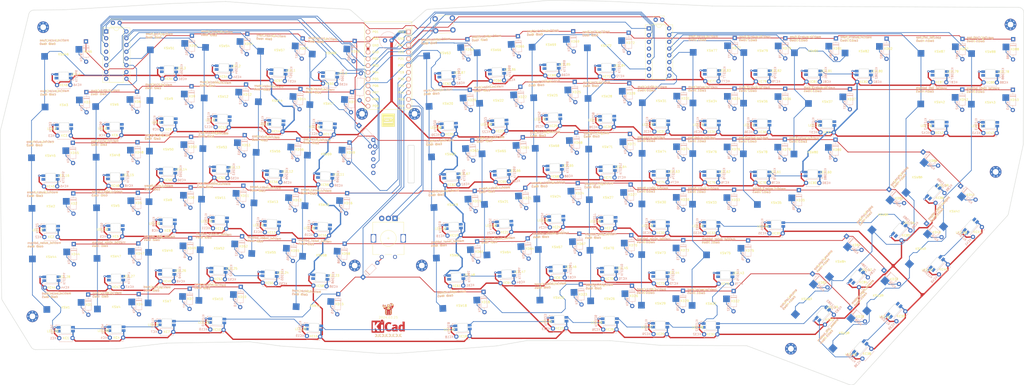
<source format=kicad_pcb>
(kicad_pcb (version 20240108) (generator "pcbnew") (generator_version "8.0")
  (title_block (title "travis_erg2024") (rev "2024.03.25") (company "Travis Hardiman"))
  (layers (0 "F.Cu" signal) (31 "B.Cu" signal) (34 "B.Paste" user) (35 "F.Paste" user) (36 "B.SilkS" user "B.Silkscreen") (37 "F.SilkS" user "F.Silkscreen") (38 "B.Mask" user) (39 "F.Mask" user) (44 "Edge.Cuts" user))
  (net 0 "")
  (net 1 "matrixl_outer_mod")
  (net 2 "col0")
  (net 3 "row5")
  (net 4 "LED_29")
  (net 5 "LED_30")
  (net 6 "RAW")
  (net 7 "GND")
  (net 8 "matrixl_outer_home")
  (net 9 "row3")
  (net 10 "LED_17")
  (net 11 "LED_18")
  (net 12 "matrixl_outer_num")
  (net 13 "row1")
  (net 14 "LED_5")
  (net 15 "LED_6")
  (net 16 "matrixl_pinky_mod")
  (net 17 "col1")
  (net 18 "LED_31")
  (net 19 "matrixl_pinky_home")
  (net 20 "LED_19")
  (net 21 "matrixl_pinky_num")
  (net 22 "LED_7")
  (net 23 "matrixl_ring_mod")
  (net 24 "col2")
  (net 25 "LED_32")
  (net 26 "matrixl_ring_home")
  (net 27 "LED_20")
  (net 28 "matrixl_ring_num")
  (net 29 "LED_8")
  (net 30 "matrixl_middle_mod")
  (net 31 "col3")
  (net 32 "LED_33")
  (net 33 "matrixl_middle_home")
  (net 34 "LED_21")
  (net 35 "matrixl_middle_num")
  (net 36 "LED_9")
  (net 37 "matrixl_index_home")
  (net 38 "col4")
  (net 39 "LED_22")
  (net 40 "matrixl_index_num")
  (net 41 "LED_10")
  (net 42 "matrixl_inner_mod")
  (net 43 "col5")
  (net 44 "LED_34")
  (net 45 "matrixl_inner_home")
  (net 46 "LED_23")
  (net 47 "matrixl_inner_num")
  (net 48 "LED_11")
  (net 49 "matrixr_inner_mod")
  (net 50 "col6")
  (net 51 "LED_35")
  (net 52 "matrixr_inner_home")
  (net 53 "LED_49")
  (net 54 "LED_50")
  (net 55 "matrixr_inner_num")
  (net 56 "LED_68")
  (net 57 "LED_69")
  (net 58 "matrixr_index_home")
  (net 59 "col7")
  (net 60 "LED_51")
  (net 61 "matrixr_index_num")
  (net 62 "LED_70")
  (net 63 "matrixr_middle_mod")
  (net 64 "col8")
  (net 65 "LED_36")
  (net 66 "matrixr_middle_home")
  (net 67 "LED_52")
  (net 68 "matrixr_middle_num")
  (net 69 "LED_71")
  (net 70 "matrixr_ring_mod")
  (net 71 "col9")
  (net 72 "LED_37")
  (net 73 "matrixr_ring_home")
  (net 74 "LED_53")
  (net 75 "matrixr_ring_num")
  (net 76 "LED_72")
  (net 77 "matrixr_pinky_mod")
  (net 78 "col10")
  (net 79 "LED_38")
  (net 80 "matrixr_pinky_home")
  (net 81 "LED_54")
  (net 82 "matrixr_pinky_num")
  (net 83 "LED_73")
  (net 84 "matrixr_outer_mod")
  (net 85 "col11")
  (net 86 "LED_39")
  (net 87 "matrixr_outer_home")
  (net 88 "LED_55")
  (net 89 "matrixr_outer_num")
  (net 90 "LED_74")
  (net 91 "matrixr_outer2_home")
  (net 92 "col12")
  (net 93 "LED_56")
  (net 94 "matrixr_outer2_num")
  (net 95 "LED_75")
  (net 96 "matrixr_outer3_num")
  (net 97 "col13")
  (net 98 "LED_76")
  (net 99 "arrows_left_bottom")
  (net 100 "col15")
  (net 101 "LED_40")
  (net 102 "LED_41")
  (net 103 "arrows_right_bottom")
  (net 104 "row4")
  (net 105 "LED_42")
  (net 106 "pages_left_bottom")
  (net 107 "LED_57")
  (net 108 "LED_58")
  (net 109 "pages_right_bottom")
  (net 110 "row2")
  (net 111 "LED_59")
  (net 112 "special_left_bottom")
  (net 113 "col14")
  (net 114 "LED_77")
  (net 115 "special_right_bottom")
  (net 116 "LED_78")
  (net 117 "matrixl_outer_bottom")
  (net 118 "LED_28")
  (net 119 "matrixl_outer_top")
  (net 120 "LED_16")
  (net 121 "matrixl_outer_func")
  (net 122 "row0")
  (net 123 "LED_4")
  (net 124 "matrixl_pinky_bottom")
  (net 125 "LED_27")
  (net 126 "matrixl_pinky_top")
  (net 127 "LED_15")
  (net 128 "matrixl_ring_bottom")
  (net 129 "LED_26")
  (net 130 "matrixl_ring_top")
  (net 131 "LED_14")
  (net 132 "matrixl_ring_func")
  (net 133 "LED_3")
  (net 134 "matrixl_middle_bottom")
  (net 135 "LED_25")
  (net 136 "matrixl_middle_top")
  (net 137 "LED_13")
  (net 138 "matrixl_middle_func")
  (net 139 "LED_2")
  (net 140 "matrixl_index_bottom")
  (net 141 "LED_24")
  (net 142 "matrixl_index_top")
  (net 143 "LED_12")
  (net 144 "matrixl_index_func")
  (net 145 "LED_1")
  (net 146 "matrixl_inner_bottom")
  (net 147 "matrixl_inner_top")
  (net 148 "matrixl_inner_func")
  (net 149 "LED_0")
  (net 150 "matrixr_inner_bottom")
  (net 151 "LED_48")
  (net 152 "matrixr_inner_top")
  (net 153 "LED_67")
  (net 154 "matrixr_inner_func")
  (net 155 "LED_87")
  (net 156 "matrixr_index_bottom")
  (net 157 "LED_47")
  (net 158 "matrixr_index_top")
  (net 159 "LED_66")
  (net 160 "matrixr_index_func")
  (net 161 "LED_86")
  (net 162 "matrixr_middle_bottom")
  (net 163 "LED_46")
  (net 164 "matrixr_middle_top")
  (net 165 "LED_65")
  (net 166 "matrixr_middle_func")
  (net 167 "LED_85")
  (net 168 "matrixr_ring_bottom")
  (net 169 "LED_45")
  (net 170 "matrixr_ring_top")
  (net 171 "LED_64")
  (net 172 "matrixr_ring_func")
  (net 173 "LED_84")
  (net 174 "matrixr_pinky_bottom")
  (net 175 "LED_44")
  (net 176 "matrixr_pinky_top")
  (net 177 "LED_63")
  (net 178 "matrixr_outer_bottom")
  (net 179 "LED_43")
  (net 180 "matrixr_outer_top")
  (net 181 "LED_62")
  (net 182 "matrixr_outer_func")
  (net 183 "LED_83")
  (net 184 "matrixr_outer2_top")
  (net 185 "LED_61")
  (net 186 "matrixr_outer2_func")
  (net 187 "LED_82")
  (net 188 "matrixr_outer3_top")
  (net 189 "LED_60")
  (net 190 "matrixr_outer3_func")
  (net 191 "LED_81")
  (net 192 "matrixr_outer4_func")
  (net 193 "LED_80")
  (net 194 "arrows_left_top")
  (net 195 "arrows_right_top")
  (net 196 "pages_left_top")
  (net 197 "pages_right_top")
  (net 198 "special_left_top")
  (net 199 "LED_79")
  (net 200 "special_right_top")
  (net 201 "LED")
  (net 202 "RST")
  (net 203 "VCC")
  (net 204 "encA")
  (net 205 "encC")
  (net 206 "P1")
  (net 207 "P0")
  (net 208 "mux3")
  (net 209 "mux2")
  (net 210 "mux1")
  (net 211 "mux0")
  (net 212 "scrC")
  (net 213 "scrA")
  (net 214 "P8")
  (net 215 "scr_to")
  (net 216 "undefined")
  (net 217 "enc_to")
  (footprint "travis:MX" (layer "F.Cu") (at 36.149003 161.590697 0.5)
    (property "Reference" "KSW2")
    (property "Value" "Kailh MX Switch Sockets" (hide yes))
  )
  (footprint "travis:MX" (layer "F.Cu") (at 245.190475 101.147007 0.75)
    (property "Reference" "KSW72")
    (property "Value" "Kailh MX Switch Sockets" (hide yes))
  )
  (footprint "travis:MX" (layer "F.Cu") (at 351.83712 163.720773 47.75)
    (property "Reference" "KSW85")
    (property "Value" "Kailh MX Switch Sockets" (hide yes))
  )
  (footprint "travis:ergogen" (layer "F.Cu") (at 163.145298 125.939671)
    (property "Reference" "LOGO1" (hide yes))
    (property "Value" "")
  )
  (footprint "travis:MX" (layer "F.Cu") (at 284.561625 198.222439 -0.25)
    (property "Reference" "KSW32")
    (property "Value" "Kailh MX Switch Sockets" (hide yes))
  )
  (footprint "travis:MX" (layer "F.Cu") (at 226.202088 157.888842 1.75)
    (property "Reference" "KSW24")
    (property "Value" "Kailh MX Switch Sockets" (hide yes))
  )
  (footprint "Button_Switch_THT:SW_PUSH_6mm_H4.3mm" (layer "F.Cu") (at 180.771837 87.794476 2.75)
    (property "Reference" "SW1" (hide yes))
    (property "Value" "SW_PUSH_6mm_H4.3mm" (hide yes))
  )
  (footprint "travis:MX" (layer "F.Cu") (at 206.557556 159.82778 2.75)
    (property "Reference" "KSW21")
    (property "Value" "Kailh MX Switch Sockets" (hide yes))
  )
  (footprint "travis:MX" (layer "F.Cu") (at 227.365606 195.971072 1.75)
    (property "Reference" "KSW23")
    (property "Value" "Kailh MX Switch Sockets" (hide yes))
  )
  (footprint "rotary_encoder" (layer "F.Cu") (at 163.145298 170.509825 -90)
    (property "Reference" "ROT1" (hide yes))
    (property "Value" "")
  )
  (footprint "travis:MX" (layer "F.Cu") (at 79.991121 178.261644 -0.5)
    (property "Reference" "KSW49")
    (property "Value" "Kailh MX Switch Sockets" (hide yes))
  )
  (footprint "travis:MX" (layer "F.Cu") (at 328.356196 122.212805 -0.25)
    (property "Reference" "KSW37")
    (property "Value" "Kailh MX Switch Sockets" (hide yes))
  )
  (footprint "travis:MX" (layer "F.Cu") (at 60.294337 142.329259 0.5)
    (property "Reference" "KSW48")
    (property "Value" "Kailh MX Switch Sockets" (hide yes))
  )
  (footprint "travis:MX" (layer "F.Cu") (at 80.489842 121.11382 -0.5)
    (property "Reference" "KSW9")
    (property "Value" "Kailh MX Switch Sockets" (hide yes))
  )
  (footprint "travis:MX" (layer "F.Cu") (at 140.577074 122.94399 -2.75)
    (property "Reference" "KSW17")
    (property "Value" "Kailh MX Switch Sockets" (hide yes))
  )
  (footprint "travis:MX" (layer "F.Cu") (at 99.880223 158.390253 -1.5)
    (property "Reference" "KSW11")
    (property "Value" "Kailh MX Switch Sockets" (hide yes))
  )
  (footprint "travis:MX" (layer "F.Cu") (at 184.799538 103.90729 2.75)
    (property "Reference" "KSW63")
    (property "Value" "Kailh MX Switch Sockets" (hide yes))
  )
  (footprint "Capacitor_THT:C_Disc_D3.8mm_W2.6mm_P2.50mm" (layer "F.Cu") (at 62.034332 89.310748 180)
    (property "Reference" "C2" (hide yes))
    (property "Value" "C_Disc_D3.8mm_W2.6mm_P2.50mm" (hide yes))
  )
  (footprint "RollerEncoder_Panasonic_EVQWGD001" (layer "F.Cu") (at 163.145298 141.967732)
    (property "Reference" "REF**")
    (property "Value" "RollerEncoder_Panasonic_EVQWGD001")
    (fp_line (start 7.4 -6.3) (end 7.4 7.3) (stroke (width 0.15)) (layer "Edge.Cuts"))
    (fp_line (start 7.7 7.6) (end 9.5 7.6) (stroke (width 0.15)) (layer "Edge.Cuts"))
    (fp_line (start 9.5 -6.6) (end 7.7 -6.6) (stroke (width 0.15)) (layer "Edge.Cuts"))
    (fp_line (start 9.8 7.3) (end 9.8 -6.3) (stroke (width 0.15)) (layer "Edge.Cuts"))
    (fp_arc (start 7.4 -6.3) (mid 7.487868 -6.512132) (end 7.7 -6.6) (stroke (width 0.15)) (layer "Edge.Cuts"))
    (fp_arc (start 7.7 7.6) (mid 7.487868 7.512132) (end 7.4 7.3) (stroke (width 0.15)) (layer "Edge.Cuts"))
    (fp_arc (start 9.5 -6.6) (mid 9.712132 -6.512132) (end 9.8 -6.3) (stroke (width 0.15)) (layer "Edge.Cuts"))
    (fp_arc (start 9.8 7.3) (mid 9.712132 7.512132) (end 9.5 7.6) (stroke (width 0.15)) (layer "Edge.Cuts"))
  )
  (footprint "travis:MX" (layer "F.Cu") (at 185.713522 122.935352 2.75)
    (property "Reference" "KSW20")
    (property "Value" "Kailh MX Switch Sockets" (hide yes))
  )
  (footprint "ScottoKeebs_Stabilizer:Stabilizer_MX_2.00u" (layer "F.Cu") (at 190.897474 199.594918 -177.25)
    (property "Reference" "STAB2u2" (hide yes))
    (property "Value" "Stabilizer_MX_2.00u" (hide yes))
  )
  (footprint "travis:MX" (layer "F.Cu") (at 204.729589 121.771657 2.75)
    (property "Reference" "KSW22")
    (property "Value" "Kailh MX Switch Sockets" (hide yes))
  )
  (footprint "travis:MX" (layer "F.Cu") (at 246.437259 196.388847 0.75)
    (property "Reference" "KSW26")
    (property "Value" "Kailh MX Switch Sockets" (hide yes))
  )
  (footprint "travis:MX" (layer "F.Cu") (at 309.140135 160.229322 -0.25)
    (property "Reference" "KSW35")
    (property "Value" "Kailh MX Switch Sockets" (hide yes))
  )
  (footprint "travis:MountingHole_2.2mm_M2_Pad_Via" (layer "F.Cu") (at 175.770097 180.628859 2.75)
    (property "Reference" "HOLE5" (hide yes))
    (property "Value" "")
  )
  (footprint "travis:MX" (layer "F.Cu") (at 207.471539 178.855842 2.75)
    (property "Reference" "KSW64")
    (property "Value" "Kailh MX Switch Sockets" (hide yes))
  )
  (footprint "travis:MountingHole_2.2mm_M2_Pad_Via" (layer "F.Cu") (at 153.262448 123.553312 -2.75)
    (property "Reference" "HOLE2" (hide yes))
    (property "Value" "")
  )
  (footprint "travis:MX" (layer "F.Cu") (at 35.982763 142.541423 0.5)
    (property "Reference" "KSW45")
    (property "Value" "Kailh MX Switch Sockets" (hide yes))
  )
  (footprint "travis:MX" (layer "F.Cu") (at 265.594927 179.0895 -0.25)
    (property "Reference" "KSW73")
    (property "Value" "Kailh MX Switch Sockets" (hide yes))
  )
  (footprint "travis:MX" (layer "F.Cu") (at 224.456812 100.765497 1.75)
    (property "Reference" "KSW69")
    (property "Value" "Kailh MX Switch Sockets" (hide yes))
  )
  (footprint "travis:MX" (layer "F.Cu") (at 141.491057 103.915928 -2.75)
    (property "Reference" "KSW60")
    (property "Value" "Kailh MX Switch Sockets" (hide yes))
  )
  (footprint "travis:MX" (layer "F.Cu") (at 137.835124 180.028175 -2.75)
    (property "Reference" "KSW58")
    (property "Value" "Kailh MX Switch Sockets" (hide yes))
  )
  (footprint "travis:MX" (layer "F.Cu") (at 188.455472 180.019537 2.75)
    (property "Reference" "KSW61")
    (property "Value" "Kailh MX Switch Sockets" (hide yes))
  )
  (footprint "travis:MX" (layer "F.Cu") (at 120.393025 140.879919 -2.5)
    (property "Reference" "KSW56")
    (property "Value" "Kailh MX Switch Sockets" (hide yes))
  )
  (footprint "travis:MX" (layer "F.Cu") (at 119.562075 159.911788 -2.5)
    (property "Reference" "KSW13")
    (property "Value" "Kailh MX Switch Sockets" (hide yes))
  )
  (footprint "ProMicro" (layer "F.Cu") (at 163.145298 106.661609 -90)
    (property "Reference" "MCU1" (hide yes))
    (property "Value" "" (hide yes))
  )
  (footprint "travis:travis" (layer "F.Cu") (at 163.145298 201.97995)
    (property "Reference" "LOGO2" (hide yes))
    (property "Value" "")
  )
  (footprint "travis:MX" (layer "F.Cu") (at 370.618293 122.39721 -0.25)
    (property "Reference" "KSW42")
    (property "Value" "Kailh MX Switch Sockets" (hide yes))
  )
  (footprint "travis:MX" (layer "F.Cu") (at 265.844291 121.940044 -0.25)
    (property "Reference" "KSW31")
    (property "Value" "Kailh MX Switch Sockets" (hide yes))
  )
  (footprint "travis:MX" (layer "F.Cu") (at 284.810988 141.072984 -0.25)
    (property "Reference" "KSW76")
    (property "Value" "Kailh MX Switch Sockets" (hide yes))
  )
  (footprint "travis:MX" (layer "F.Cu") (at 60.793059 199.477083 0.5)
    (property "Reference" "KSW4")
    (property "Value" "Kailh MX Switch Sockets" (hide yes))
  )
  (footprint "travis:MX" (layer "F.Cu") (at 41.078822 123.446225 0.5)
    (property "Reference" "KSW3")
    (property "Value" "Kailh MX Switch Sockets" (hide yes))
  )
  (footprint "travis:MX" (layer "F.Cu") (at 186.627505 141.963414 2.75)
    (property "Reference" "KSW62")
    (property "Value" "Kailh MX Switch Sockets" (hide yes))
  )
  (footprint "travis:MX" (layer "F.Cu") (at 265.511806 198.139318 -0.25)
    (property "Reference" "KSW29")
    (property "Value" "Kailh MX Switch Sockets" (hide yes))
  )
  (footprint "Package_DIP:DIP-16_W7.62mm_Socket" (layer "F.Cu") (at 261.227333 91.406902 0.25)
    (property "Reference" "DIP2" (hide yes))
    (property "Value" "DIP-16_W7.62mm_Socket" (hide yes))
  )
  (footprint "travis:MX" (layer "F.Cu") (at 303.860807 141.156105 -0.25)
    (property "Reference" "KSW78")
    (property "Value" "Kailh MX Switch Sockets" (hide yes))
  )
  (footprint "Package_DIP:DIP-16_W7.62mm_Socket" (layer "F.Cu") (at 56.974332 92.560748)
    (property "Reference" "DIP1" (hide yes))
    (property "Value" "DIP-16_W7.62mm_Socket" (hide yes))
  )
  (footprint "travis:MountingHole_2.2mm_M2_Pad_Via" (layer "F.Cu") (at 150.520498 180.637497 -2.75)
    (property "Reference" "HOLE4" (hide yes))
    (property "Value" "")
  )
  (footprint "travis:MX" (layer "F.Cu") (at 118.731126 178.943657 -2.5)
    (property "Reference" "KSW55")
    (property "Value" "Kailh MX Switch Sockets" (hide yes))
  )
  (footprint "Capacitor_THT:C_Disc_D3.8mm_W2.6mm_P2.50mm" (layer "F.Cu") (at 266.273104 88.134855 -179.75)
    (property "Reference" "C3" (hide yes))
    (property "Value" "C_Disc_D3.8mm_W2.6mm_P2.50mm" (hide yes))
  )
  (footprint "travis:MX" (layer "F.Cu") (at 290.007195 179.196019 -0.25)
    (property "Reference" "KSW75")
    (property "Value" "Kailh MX Switch Sockets" (hide yes))
  )
  (footprint "travis:MX" (layer "F.Cu") (at 265.678049 160.039681 -0.25)
    (property "Reference" "KSW30")
    (property "Value" "Kailh MX Switch Sockets" (hide yes))
  )
  (footprint "travis:MX" (layer "F.Cu") (at 303.943928 122.106286 -0.25)
    (property "Reference" "KSW36")
    (property "Value" "Kailh MX Switch Sockets" (hide yes))
  )
  (footprint "travis:MX" (layer "F.Cu") (at 100.378894 139.346781 -1.5)
    (property "Reference" "KSW53")
    (property "Value" "Kailh MX Switch Sockets" (hide yes))
  )
  (footprint "travis:MX" (layer "F.Cu") (at 99.381552 177.433725 -1.5)
    (property "Reference" "KSW52")
    (property "Value" "Kailh MX Switch Sockets" (hide yes))
  )
  (footprint "travis:MountingHole_2.2mm_M2_Pad_Via" (layer "F.Cu") (at 29.219261 199.752623 0.5)
    (property "Reference" "HOLE9" (hide yes))
    (property "Value" "")
  )
  (footprint "travis:MX" (layer "F.Cu") (at 323.076868 103.139588 -0.25)
    (property "Reference" "KSW81")
    (property "Value" "Kailh MX Switch Sockets" (hide yes))
  )
  (footprint "travis:MX" (layer "F.Cu") (at 284.894109 122.023165 -0.25)
    (property "Reference" "KSW34")
    (property "Value" "Kailh MX Switch Sockets" (hide yes))
  )
  (footprint "travis:MX" (layer "F.Cu") (at 304.027049 103.056467 -0.25)
    (property "Reference" "KSW79")
    (property "Value" "Kailh MX Switch Sockets" (hide yes))
  )
  (footprint "travis:MX" (layer "F.Cu") (at 41.743784 199.643323 0.5)
    (property "Reference" "KSW1")
    (property "Value" "Kailh MX Switch Sockets" (hide yes))
  )
  (footprint "travis:MX" (layer "F.Cu") (at 205.643572 140.799718 2.75)
    (property "Reference" "KSW65")
    (property "Value" "Kailh MX Switch Sockets" (hide yes))
  )
  (footprint "travis:MX" (layer "F.Cu") (at 190.867728 198.975632 2.75)
    (property "Reference" "KSW18")
    (property "Value" "Kailh MX Switch Sockets" (hide yes))
  )
  (footprint "travis:MX" (layer "F.Cu") (at 322.910626 141.239226 -0.25)
    (property "Reference" "KSW80")
    (property "Value" "Kailh MX Switch Sockets" (hide yes))
  )
  (footprint "travis:MX" (layer "F.Cu") (at 138.749107 161.000113 -2.75)
    (property "Reference" "KSW16")
    (property "Value" "Kailh MX Switch Sockets" (hide yes))
  )
  (footprint "travis:MX" (layer "F.Cu") (at 203.815605 102.743595 2.75)
    (property "Reference" "KSW66")
    (property "Value" "Kailh MX Switch Sockets" (hide yes))
  )
  (footprint "travis:MX" (layer "F.Cu") (at 245.689189 139.243743 0.75)
    (property "Reference" "KSW71")
    (property "Value" "Kailh MX Switch Sockets" (hide yes))
  )
  (footprint "travis:MountingHole_2.2mm_M2_Pad_Via" (layer "F.Cu") (at 173.028147 123.544674 2.75)
    (property "Reference" "HOLE3" (hide yes))
    (property "Value" "")
  )
  (footprint "travis:MX" (layer "F.Cu") (at 80.323602 140.163094 -0.5)
    (property "Reference" "KSW50")
    (property "Value" "Kailh MX Switch Sockets" (hide yes))
  )
  (footprint "travis:MountingHole_2.2mm_M2_Pad_Via" (layer "F.Cu") (at 314.676451 211.958042 23.75)
    (property "Reference" "HOLE8" (hide yes))
    (property "Value" "")
  )
  (footprint "travis:MX" (layer "F.Cu") (at 60.128097 123.279984 0.5)
    (property "Reference" "KSW6")
    (property "Value" "Kailh MX Switch Sockets" (hide yes))
  )
  (footprint "travis:MX" (layer "F.Cu") (at 245.938546 158.292111 0.75)
    (property "Reference" "KSW27")
    (property "Value" "Kailh MX Switch Sockets" (hide yes))
  )
  (footprint "travis:MX" (layer "F.Cu") (at 323.017798 195.448372 47.75)
    (property "Reference" "KSW83")
    (property "Value" "Kailh MX Switch Sockets" (hide yes))
  )
  (footprint "travis:MX" (layer "F.Cu") (at 36.315244 180.639972 0.5)
    (property "Reference" "KSW44")
    (property "Value" "Kailh MX Switch Sockets" (hide yes))
  )
  (footprint "travis:MX" (layer "F.Cu") (at 225.038571 119.806612 1.75)
    (property "Reference" "KSW25")
    (property "Value" "Kailh MX Switch Sockets" (hide yes))
  )
  (footprint "travis:MX" (layer "F.Cu") (at 246.187903 177.340479 0.75)
    (property "Reference" "KSW70")
    (property "Value" "Kailh MX Switch Sockets" (hide yes))
  )
  (footprint "travis:MX" (layer "F.Cu") (at 60.460578 161.378533 0.5)
    (property "Reference" "KSW5")
    (property "Value" "Kailh MX Switch Sockets" (hide yes))
  )
  (footprint "travis:MX" (layer "F.Cu") (at 226.783847 176.929957 1.75)
    (property "Reference" "KSW67")
    (property "Value" "Kailh MX Switch Sockets" (hide yes))
  )
  (footprint "travis:MX" (layer "F.Cu") (at 187.541488 160.991475 2.75)
    (property "Reference" "KSW19")
    (property "Value" "Kailh MX Switch Sockets" (hide yes))
  )
  (footprint "travis:MX" (layer "F.Cu") (at 335.826386 181.347217 47.75)
    (property "Reference" "KSW84")
    (property "Value" "Kailh MX Switch Sockets" (hide yes))
  )
  (footprint "travis:MX" (layer "F.Cu") (at 135.422868 198.984269 -2.75)
    (property "Reference" "KSW15")
    (property "Value" "Kailh MX Switch Sockets" (hide yes))
  )
  (footprint "travis:MX" (layer "F.Cu") (at 337.118953 208.25696 47.75)
    (property "Reference" "KSW38")
    (property "Value" "Kailh MX Switch Sockets" (hide yes))
  )
  (footprint "travis:MX" (layer "F.Cu") (at 80.157361 159.212369 -0.5)
    (property "Reference" "KSW8")
    (property "Value" "Kailh MX Switch Sockets" (hide yes))
  )
  (footprint "travis:MX" (layer "F.Cu") (at 122.054923 102.816182 -2.5)
    (property "Reference" "KSW57")
    (property "Value" "Kailh MX Switch Sockets" (hide yes))
  )
  (footprint "travis:MountingHole_2.2mm_M2_Pad_Via" (layer "F.Cu") (at 397.335175 89.938475 -0.25)
    (property "Reference" "HOLE6" (hide yes))
    (property "Value" "")
  )
  (footprint "Symbol:KiCad-Logo_5mm_Copper" (layer "F.Cu") (at 163.145298 203.97995)
    (property "Reference" "SYM1" (hide yes))
    (property "Value" "KiCad-Logo_5mm_Copper" (hide yes))
  )
  (footprint "travis:MX" (layer "F.Cu") (at 80.656083 102.064545 -0.5)
    (property "Reference" "KSW51")
    (property "Value" "Kailh MX Switch Sockets" (hide yes))
  )
  (footprint "travis:MX" (layer "F.Cu") (at 225.62033 138.847727 1.75)
    (property "Reference" "KSW68")
    (property "Value" "Kailh MX Switch Sockets" (hide yes))
  )
  (footprint "travis:MX" (layer "F.Cu") (at 40.912582 104.39695 0.5)
    (property "Reference" "KSW46")
    (property "Value" "Kailh MX Switch Sockets" (hide yes))
  )
  (footprint "travis:MX" (layer "F.Cu") (at 370.701414 103.347391 -0.25)
    (property "Reference" "KSW87")
    (property "Value" "Kailh MX Switch Sockets" (hide yes))
  )
  (footprint "travis:MX" (layer "F.Cu") (at 121.223974 121.848051 -2.5)
    (property "Reference" "KSW14")
    (property "Value" "Kailh MX Switch Sockets" (hide yes))
  )
  (footprint "travis:MX" (layer "F.Cu") (at 284.727867 160.122802 -0.25)
    (property "Reference" "KSW33")
    (property "Value" "Kailh MX Switch Sockets" (hide yes))
  )
  (footprint "travis:MX" (layer "F.Cu") (at 364.645708 149.619617 47.75)
    (property "Reference" "KSW86")
    (property "Value" "Kailh MX Switch Sockets" (hide yes))
  )
  (footprint "travis:MX" (layer "F.Cu") (at 284.97723 102.973346 -0.25)
    (property "Reference" "KSW77")
    (property "Value" "Kailh MX Switch Sockets" (hide yes))
  )
  (footprint "travis:MX" (layer "F.Cu") (at 79.82488 197.310918 -0.5)
    (property "Reference" "KSW7")
    (property "Value" "Kailh MX Switch Sockets" (hide yes))
  )
  (footprint "travis:MX" (layer "F.Cu") (at 265.76117 140.989863 -0.25)
    (property "Reference" "KSW74")
    (property "Value" "Kailh MX Switch Sockets" (hide yes))
  )
  (footprint "travis:MX" (layer "F.Cu") (at 60.626818 180.427808 0.5)
    (property "Reference" "KSW47")
    (property "Value" "Kailh MX Switch Sockets" (hide yes))
  )
  (footprint "travis:MX" (layer "F.Cu") (at 139.66309 141.972051 -2.75)
    (property "Reference" "KSW59")
    (property "Value" "Kailh MX Switch Sockets" (hide yes))
  )
  (footprint "travis:MX" (layer "F.Cu") (at 389.668112 122.480331 -0.25)
    (property "Reference" "KSW43")
    (property "Value" "Kailh MX Switch Sockets" (hide yes))
  )
  (footprint "travis:MX" (layer "F.Cu") (at 378.746863 162.428205 47.75)
    (property "Reference" "KSW41")
    (property "Value" "Kailh MX Switch Sockets" (hide yes))
  )
  (footprint "travis:MX" (layer "F.Cu") (at 342.126686 103.22271 -0.25)
    (property "Reference" "KSW82")
    (property "Value" "Kailh MX Switch Sockets" (hide yes))
  )
  (footprint "ScottoKeebs_Stabilizer:Stabilizer_MX_2.00u" (layer "F.Cu") (at 135.393121 199.603555 177.25)
    (property "Reference" "STAB2u1" (hide yes))
    (property "Value" "Stabilizer_MX_2.00u" (hide yes))
  )
  (footprint "travis:MX" (layer "F.Cu") (at 389.751233 103.430512 -0.25)
    (property "Reference" "KSW88")
    (property "Value" "Kailh MX Switch Sockets" (hide yes))
  )
  (footprint "travis:MX" (layer "F.Cu") (at 245.439832 120.195375 0.75)
    (property "Reference" "KSW28")
    (property "Value" "Kailh MX Switch Sockets" (hide yes))
  )
  (footprint "travis:MX" (layer "F.Cu") (at 101.376236 101.259836 -1.5)
    (property "Reference" "KSW54")
    (property "Value" "Kailh MX Switch Sockets" (hide yes))
  )
  (footprint "travis:MX" (layer "F.Cu") (at 100.877565 120.303309 -1.5)
    (property "Reference" "KSW12")
    (property "Value" "Kailh MX Switch Sockets" (hide yes))
  )
  (footprint "travis:MX" (layer "F.Cu") (at 98.882881 196.477197 -1.5)
    (property "Reference" "KSW10")
    (property "Value" "Kailh MX Switch Sockets" (hide yes))
  )
  (footprint "travis:MX" (layer "F.Cu") (at 349.927541 194.155805 47.75)
    (property "Reference" "KSW39")
    (property "Value" "Kailh MX Switch Sockets" (hide yes))
  )
  (footprint "travis:MX" (layer "F.Cu") (at 365.938276 176.52936 47.75)
    (property "Reference" "KSW40")
    (property "Value" "Kailh MX Switch Sockets" (hide yes))
  )
  (footprint "travis:MountingHole_2.2mm_M2_Pad_Via" (layer "F.Cu") (at 33.269842 90.938132 0.5)
    (property "Reference" "HOLE1" (hide yes))
    (property "Value" "")
  )
  (footprint "travis:MountingHole_2.2mm_M2_Pad_Via" (layer "F.Cu") (at 391.74019 145.383576 23.75)
    (property "Reference" "HOLE7" (hide yes))
    (property "Value" "")
  )
  (footprint "travis:led_SK6812mini-e (per-key single-side)" (layer "B.Cu") (at 187.7795 165.9458 2.75)
    (property "Reference" "KLED19")
    (property "Value" "SK6812mini-e")
    (fp_line (start -1.8 -1.55) (end -1.8 1.55) (stroke (width 0.12)) (layer "Edge.Cuts"))
    (fp_line (start -1.8 1.55) (end 1.8 1.55) (stroke (width 0.12)) (layer "Edge.Cuts"))
    (fp_line (start 1.8 -1.55) (end -1.8 -1.55) (stroke (width 0.12)) (layer "Edge.Cuts"))
    (fp_line (start 1.8 1.55) (end 1.8 -1.55) (stroke (width 0.12)) (layer "Edge.Cuts"))
  )
  (footprint "Capacitor_THT:C_Disc_D4.7mm_W2.5mm_P5.00mm" (layer "B.Cu") (at 387.215 111.7195 -0.25)
    (property "Reference" "KC88")
    (property "Value" "104")
  )
  (footprint "ScottoKeebs_Components:Diode_DO-35" (layer "B.Cu") (at 293.3709 133.0853 -90.25)
    (property "Reference" "KD76")
    (property "Value" "1N4148")
  )
  (footprint "Capacitor_THT:C_Disc_D4.7mm_W2.5mm_P5.00mm" (layer "B.Cu") (at 203.5447 149.2101 2.75)
    (property "Reference" "KC65")
    (property "Value" "104")
  )
  (footprint "ScottoKeebs_Components:Diode_DO-35" (layer "B.Cu") (at 192.9297 95.4825 -87.25)
    (property "Reference" "KD63")
    (property "Value" "1N4148")
  )
  (footprint "Capacitor_THT:C_Disc_D4.7mm_W2.5mm_P5.00mm" (layer "B.Cu") (at 263.225 149.2789 -0.25)
    (property "Reference" "KC74")
    (property "Value" "104")
  )
  (footprint "ScottoKeebs_Components:Diode_DO-35" (layer "B.Cu") (at 148.5633 134.3653 -92.75)
    (property "Reference" "KD59")
    (property "Value" "1N4148")
  )
  (footprint "travis:led_SK6812mini-e (per-key single-side)" (layer "B.Cu") (at 185.9515 127.8896 2.75)
    (property "Reference" "KLED20")
    (property "Value" "SK6812mini-e")
    (fp_line (start -1.8 -1.55) (end -1.8 1.55) (stroke (width 0.12)) (layer "Edge.Cuts"))
    (fp_line (start -1.8 1.55) (end 1.8 1.55) (stroke (width 0.12)) (layer "Edge.Cuts"))
    (fp_line (start 1.8 -1.55) (end -1.8 -1.55) (stroke (width 0.12)) (layer "Edge.Cuts"))
    (fp_line (start 1.8 1.55) (end 1.8 -1.55) (stroke (width 0.12)) (layer "Edge.Cuts"))
  )
  (footprint "ScottoKeebs_Components:Diode_DO-35" (layer "B.Cu") (at 274.4042 113.9523 -90.25)
    (property "Reference" "KD31")
    (property "Value" "1N4148")
  )
  (footprint "ScottoKeebs_Components:Diode_DO-35" (layer "B.Cu") (at 254.3578 150.1562 -89.25)
    (property "Reference" "KD27")
    (property "Value" "1N4148")
  )
  (footprint "Capacitor_THT:C_Disc_D4.7mm_W2.5mm_P5.00mm" (layer "B.Cu") (at 97.6625 147.5785 -1.5)
    (property "Reference" "KC53")
    (property "Value" "104")
  )
  (footprint "ScottoKeebs_Components:Diode_DO-35" (layer "B.Cu") (at 109.6097 112.5042 -91.5)
    (property "Reference" "KD12")
    (property "Value" "1N4148")
  )
  (footprint "Capacitor_THT:C_Disc_D4.7mm_W2.5mm_P5.00mm" (layer "B.Cu") (at 186.3566 188.4299 2.75)
    (property "Reference" "KC61")
    (property "Value" "104")
  )
  (footprint "travis:led_SK6812mini-e (per-key single-side)" (layer "B.Cu") (at 79.7816 202.2707 -0.5)
    (property "Reference" "KLED7")
    (property "Value" "SK6812mini-e")
    (fp_line (start -1.8 1.55) (end 1.8 1.55) (stroke (width 0.12)) (layer "Edge.Cuts"))
    (fp_line (start -1.8 -1.55) (end -1.8 1.55) (stroke (width 0.12)) (layer "Edge.Cuts"))
    (fp_line (start 1.8 1.55) (end 1.8 -1.55) (stroke (width 0.12)) (layer "Edge.Cuts"))
    (fp_line (start 1.8 -1.55) (end -1.8 -1.55) (stroke (width 0.12)) (layer "Edge.Cuts"))
  )
  (footprint "Capacitor_THT:C_Disc_D4.7mm_W2.5mm_P5.00mm" (layer "B.Cu") (at 287.471 187.485 -0.25)
    (property "Reference" "KC75")
    (property "Value" "104")
  )
  (footprint "Capacitor_THT:C_Disc_D4.7mm_W2.5mm_P5.00mm" (layer "B.Cu") (at 58.1993 188.7493 0.5)
    (property "Reference" "KC47")
    (property "Value" "104")
  )
  (footprint "ScottoKeebs_Components:Diode_DO-35" (layer "B.Cu") (at 88.4196 189.3606 -90.5)
    (property "Reference" "KD7")
    (property "Value" "1N4148")
  )
  (footprint "Capacitor_THT:C_Disc_D4.7mm_W2.5mm_P5.00mm" (layer "B.Cu") (at 201.7167 111.154 2.75)
    (property "Reference" "KC66")
    (property "Value" "104")
  )
  (footprint "ScottoKeebs_Components:Diode_DO-35" (layer "B.Cu") (at 194.7577 133.5386 -87.25)
    (property "Reference" "KD62")
    (property "Value" "1N4148")
  )
  (footprint "Capacitor_THT:C_Disc_D4.7mm_W2.5mm_P5.00mm" (layer "B.Cu") (at 369.1086 157.0508 47.75)
    (property "Reference" "KC86")
    (property "Value" "104")
  )
  (footprint "ScottoKeebs_Components:Diode_DO-35" (layer "B.Cu") (at 144.3231 191.3775 -92.75)
    (property "Reference" "KD15")
    (property "Value" "1N4148")
  )
  (footprint "ScottoKeebs_Components:Diode_DO-35" (layer "B.Cu") (at 130.0909 114.2025 -92.5)
    (property "Reference" "KD14")
    (property "Value" "1N4148")
  )
  (footprint "travis:led_SK6812mini-e (per-key single-side)" (layer "B.Cu") (at 246.0035 163.2517 0.75)
    (property "Reference" "KLED27")
    (property "Value" "SK6812mini-e")
    (fp_line (start -1.8 -1.55) (end -1.8 1.55) (stroke (width 0.12)) (layer "Edge.Cuts"))
    (fp_line (start -1.8 1.55) (end 1.8 1.55) (stroke (width 0.12)) (layer "Edge.Cuts"))
    (fp_line (start 1.8 -1.55) (end -1.8 -1.55) (stroke (width 0.12)) (layer "Edge.Cuts"))
    (fp_line (start 1.8 1.55) (end 1.8 -1.55) (stroke (width 0.12)) (layer "Edge.Cuts"))
  )
  (footprint "travis:led_SK6812mini-e (per-key single-side)" (layer "B.Cu") (at 326.6893 198.7833 -132.25)
    (property "Reference" "KLED83")
    (property "Value" "SK6812mini-e")
    (fp_line (start 1.8 1.55) (end 1.8 -1.55) (stroke (width 0.12)) (layer "Edge.Cuts"))
    (fp_line (start 1.8 -1.55) (end -1.8 -1.55) (stroke (width 0.12)) (layer "Edge.Cuts"))
    (fp_line (start -1.8 1.55) (end 1.8 1.55) (stroke (width 0.12)) (layer "Edge.Cuts"))
    (fp_line (start -1.8 -1.55) (end -1.8 1.55) (stroke (width 0.12)) (layer "Edge.Cuts"))
  )
  (footprint "travis:led_SK6812mini-e (per-key single-side)" (layer "B.Cu") (at 245.2554 106.1066 -179.25)
    (property "Reference" "KLED72")
    (property "Value" "SK6812mini-e")
    (fp_line (start 1.8 1.55) (end 1.8 -1.55) (stroke (width 0.12)) (layer "Edge.Cuts"))
    (fp_line (start 1.8 -1.55) (end -1.8 -1.55) (stroke (width 0.12)) (layer "Edge.Cuts"))
    (fp_line (start -1.8 1.55) (end 1.8 1.55) (stroke (width 0.12)) (layer "Edge.Cuts"))
    (fp_line (start -1.8 -1.55) (end -1.8 1.55) (stroke (width 0.12)) (layer "Edge.Cuts"))
  )
  (footprint "Capacitor_THT:C_Disc_D4.7mm_W2.5mm_P5.00mm" (layer "B.Cu") (at 77.7513 148.441 -0.5)
    (property "Reference" "KC50")
    (property "Value" "104")
  )
  (footprint "ScottoKeebs_Components:Diode_DO-35" (layer "B.Cu") (at 149.4773 115.3372 -92.75)
    (property "Reference" "KD17")
    (property "Value" "1N4148")
  )
  (footprint "travis:led_SK6812mini-e (per-key single-side)" (layer "B.Cu") (at 227.5171 200.9288 1.75)
    (property "Reference" "KLED23")
    (property "Value" "SK6812mini-e")
    (fp_line (start -1.8 -1.55) (end -1.8 1.55) (stroke (width 0.12)) (layer "Edge.Cuts"))
    (fp_line (start -1.8 1.55) (end 1.8 1.55) (stroke (width 0.12)) (layer "Edge.Cuts"))
    (fp_line (start 1.8 -1.55) (end -1.8 -1.55) (stroke (width 0.12)) (layer "Edge.Cuts"))
    (fp_line (start 1.8 1.55) (end 1.8 -1.55) (stroke (width 0.12)) (layer "Edge.Cuts"))
  )
  (footprint "ScottoKeebs_Components:Diode_DO-35" (layer "B.Cu") (at 150.499997 96.117988 -92.75)
    (property "Reference" "KD60")
    (property "Value" "1N4148")
  )
  (footprint "travis:led_SK6812mini-e (per-key single-side)" (layer "B.Cu") (at 304.0054 108.0164 179.75)
    (property "Reference" "KLED79")
    (property "Value" "SK6812mini-e")
    (fp_line (start 1.8 -1.55) (end -1.8 -1.55) (stroke (width 0.12)) (layer "Edge.Cuts"))
    (fp_line (start 1.8 1.55) (end 1.8 -1.55) (stroke (width 0.12)) (layer "Edge.Cuts"))
    (fp_line (start -1.8 -1.55) (end -1.8 1.55) (stroke (width 0.12)) (layer "Edge.Cuts"))
    (fp_line (start -1.8 1.55) (end 1.8 1.55) (stroke (width 0.12)) (layer "Edge.Cuts"))
  )
  (footprint "ScottoKeebs_Components:Diode_DO-35" (layer "B.Cu") (at 253.6097 93.0111 -89.25)
    (property "Reference" "KD72")
    (property "Value" "1N4148")
  )
  (footprint "Capacitor_THT:C_Disc_D4.7mm_W2.5mm_P5.00mm" (layer "B.Cu") (at 57.8669 150.6508 0.5)
    (property "Reference" "KC48")
    (property "Value" "104")
  )
  (footprint "ScottoKeebs_Components:Diode_DO-35" (layer "B.Cu") (at 107.615 188.6781 -91.5)
    (property "Reference" "KD10")
    (property "Value" "1N4148")
  )
  (footprint "ScottoKeebs_Components:Diode_DO-35" (layer "B.Cu") (at 69.2477 191.378 -89.5)
    (property "Reference" "KD4")
    (property "Value" "1N4148")
  )
  (footprint "ScottoKeebs_Components:Diode_DO-35" (layer "B.Cu") (at 233.8963 130.5661 -88.25)
    (property "Reference" "KD68")
    (property "Value" "1N4148")
  )
  (footprint "ScottoKeebs_Components:Diode_DO-35" (layer "B.Cu") (at 234.478 149.6072 -88.25)
    (property "Reference" "KD24")
    (property "Value" "1N4148")
  )
  (footprint "ScottoKeebs_Components:Diode_DO-35" (layer "B.Cu") (at 331.6368 95.1519 -90.25)
    (property "Reference" "KD81")
    (property "Value" "1N4148")
  )
  (footprint "travis:led_SK6812mini-e (per-key single-side)" (layer "B.Cu") (at 303.8392 146.1161 179.75)
    (property "Reference" "KLED78")
    (property "Value" "SK6812mini-e")
    (fp_line (start 1.8 -1.55) (end -1.8 -1.55) (stroke (width 0.12)) (layer "Edge.Cuts"))
    (fp_line (start 1.8 1.55) (end 1.8 -1.55) (stroke (width 0.12)) (layer "Edge.Cuts"))
    (fp_line (start -1.8 -1.55) (end -1.8 1.55) (stroke (width 0.12)) (layer "Edge.Cuts"))
    (fp_line (start -1.8 1.55) (end 1.8 1.55) (stroke (width 0.12)) (layer "Edge.Cuts"))
  )
  (footprint "Capacitor_THT:C_Disc_D4.7mm_W2.5mm_P5.00mm" (layer "B.Cu") (at 136.7678 150.1425 -2.75)
    (property "Reference" "KC59")
    (property "Value" "104")
  )
  (footprint "ScottoKeebs_Components:Diode_DO-35" (layer "B.Cu") (at 89.2508 94.1142 -90.5)
    (property "Reference" "KD51")
    (property "Value" "1N4148")
  )
  (footprint "ScottoKeebs_Components:Diode_DO-35" (layer "B.Cu") (at 147.6493 153.3934 -92.75)
    (property "Reference" "KD16")
    (property "Value" "1N4148")
  )
  (footprint "travis:led_SK6812mini-e (per-key single-side)" (layer "B.Cu") (at 246.2528 182.3001 -179.25)
    (property "Reference" "KLED70")
    (property "Value" "SK6812mini-e")
    (fp_line (start 1.8 1.55) (end 1.8 -1.55) (stroke (width 0.12)) (layer "Edge.Cuts"))
    (fp_line (start 1.8 -1.55) (end -1.8 -1.55) (stroke (width 0.12)) (layer "Edge.Cuts"))
    (fp_line (start -1.8 1.55) (end 1.8 1.55) (stroke (width 0.12)) (layer "Edge.Cuts"))
    (fp_line (start -1.8 -1.55) (end -1.8 1.55) (stroke (width 0.12)) (layer "Edge.Cuts"))
  )
  (footprint "Capacitor_THT:C_Disc_D4.7mm_W2.5mm_P5.00mm" (layer "B.Cu") (at 268.1418 168.3505 179.75)
    (property "Reference" "KC30")
    (property "Value" "104")
  )
  (footprint "travis:led_SK6812mini-e (per-key single-side)" (layer "B.Cu") (at 206.7955 164.7821 2.75)
    (property "Reference" "KLED21")
    (property "Value" "SK6812mini-e")
    (fp_line (start -1.8 -1.55) (end -1.8 1.55) (stroke (width 0.12)) (layer "Edge.Cuts"))
    (fp_line (start -1.8 1.55) (end 1.8 1.55) (stroke (width 0.12)) (layer "Edge.Cuts"))
    (fp_line (start 1.8 -1.55) (end -1.8 -1.55) (stroke (width 0.12)) (layer "Edge.Cuts"))
    (fp_line (start 1.8 1.55) (end 1.8 -1.55) (stroke (width 0.12)) (layer "Edge.Cuts"))
  )
  (footprint "ScottoKeebs_Components:Diode_DO-35" (layer "B.Cu") (at 274.1549 171.1018 -90.25)
    (property "Reference" "KD73")
    (property "Value" "1N4148")
  )
  (footprint "travis:led_SK6812mini-e (per-key single-side)" (layer "B.Cu") (at 41.1221 128.406 0.5)
    (property "Reference" "KLED3")
    (property "Value" "SK6812mini-e")
    (fp_line (start -1.8 -1.55) (end -1.8 1.55) (stroke (width 0.12)) (layer "Edge.Cuts"))
    (fp_line (start -1.8 1.55) (end 1.8 1.55) (stroke (width 0.12)) (layer "Edge.Cuts"))
    (fp_line (start 1.8 -1.55) (end -1.8 -1.55) (stroke (width 0.12)) (layer "Edge.Cuts"))
    (fp_line (start 1.8 1.55) (end 1.8 -1.55) (stroke (width 0.12)) (layer "Edge.Cuts"))
  )
  (footprint "ScottoKeebs_Components:Diode_DO-35" (layer "B.Cu") (at 50.1984 191.5442 -89.5)
    (property "Reference" "KD1")
    (property "Value" "1N4148")
  )
  (footprint "ScottoKeebs_Components:Diode_DO-35" (layer "B.Cu") (at 198.9979 190.5509 -87.25)
    (property "Reference" "KD18")
    (property "Value" "1N4148")
  )
  (footprint "travis:led_SK6812mini-e (per-key single-side)" (layer "B.Cu") (at 80.1141 164.1722 -0.5)
    (property "Reference" "KLED8")
    (property "Value" "SK6812mini-e")
    (fp_line (start -1.8 1.55) (end 1.8 1.55) (stroke (width 0.12)) (layer "Edge.Cuts"))
    (fp_line (start -1.8 -1.55) (end -1.8 1.55) (stroke (width 0.12)) (layer "Edge.Cuts"))
    (fp_line (start 1.8 1.55) (end 1.8 -1.55) (stroke (width 0.12)) (layer "Edge.Cuts"))
    (fp_line (start 1.8 -1.55) (end -1.8 -1.55) (stroke (width 0.12)) (layer "Edge.Cuts"))
  )
  (footprint "ScottoKeebs_Components:Diode_DO-35" (layer "B.Cu") (at 331.4706 133.2515 -90.25)
    (property "Reference" "KD80")
    (property "Value" "1N4148")
  )
  (footprint "Capacitor_THT:C_Disc_D4.7mm_W2.5mm_P5.00mm" (layer "B.Cu") (at 386.5716 166.1583 -132.25)
    (property "Reference" "KC41")
    (property "Value" "104")
  )
  (footprint "Capacitor_THT:C_Disc_D4.7mm_W2.5mm_P5.00mm" (layer "B.Cu") (at 209.4529 167.9983 -177.25)
    (property "Reference" "KC21")
    (property "Value" "104")
  )
  (footprint "travis:led_SK6812mini-e (per-key single-side)" (layer "B.Cu") (at 140.3391 127.8983 -2.75)
    (property "Reference" "KLED17")
    (property "Value" "SK6812mini-e")
    (fp_line (start -1.8 1.55) (end 1.8 1.55) (stroke (width 0.12)) (layer "Edge.Cuts"))
    (fp_line (start -1.8 -1.55) (end -1.8 1.55) (stroke (width 0.12)) (layer "Edge.Cuts"))
    (fp_line (start 1.8 1.55) (end 1.8 -1.55) (stroke (width 0.12)) (layer "Edge.Cuts"))
    (fp_line (start 1.8 -1.55) (end -1.8 -1.55) (stroke (width 0.12)) (layer "Edge.Cuts"))
  )
  (footprint "Capacitor_THT:C_Disc_D4.7mm_W2.5mm_P5.00mm" (layer "B.Cu") (at 134.9398 188.1987 -2.75)
    (property "Reference" "KC58")
    (property "Value" "104")
  )
  (footprint "ScottoKeebs_Components:Diode_DO-35" (layer "B.Cu") (at 146.7353 172.4214 -92.75)
    (property "Reference" "KD58")
    (property "Value" "1N4148")
  )
  (footprint "Capacitor_THT:C_Disc_D4.7mm_W2.5mm_P5.00mm" (layer "B.Cu") (at 339.5905 111.5117 -0.25)
    (property "Reference" "KC82")
    (property "Value" "104")
  )
  (footprint "Capacitor_THT:C_Disc_D4.7mm_W2.5mm_P5.00mm" (layer "B.Cu") (at 356.3 171.152 47.75)
    (property "Reference" "KC85")
    (property "Value" "104")
  )
  (footprint "ScottoKeebs_Components:Diode_DO-35" (layer "B.Cu") (at 254.1084 131.1078 -89.25)
    (property "Reference" "KD71")
    (property "Value" "1N4148")
  )
  (footprint "ScottoKeebs_Components:Diode_DO-35" (layer "B.Cu") (at 312.5039 114.1186 -90.25)
    (property "Reference" "KD36")
    (property "Value" "1N4148")
  )
  (footprint "travis:led_SK6812mini-e (per-key single-side)" (layer "B.Cu") (at 289.9856 184.156 179.75)
    (property "Reference" "KLED75")
    (property "Value" "SK6812mini-e")
    (fp_line (start 1.8 -1.55) (end -1.8 -1.55) (stroke (width 0.12)) (layer "Edge.Cuts"))
    (fp_line (start 1.8 1.55) (end 1.8 -1.55) (stroke (width 0.12)) (layer "Edge.Cuts"))
    (fp_line (start -1.8 -1.55) (end -1.8 1.55) (stroke (width 0.12)) (layer "Edge.Cuts"))
    (fp_line (start -1.8 1.55) (end 1.8 1.55) (stroke (width 0.12)) (layer "Edge.Cuts"))
  )
  (footprint "travis:led_SK6812mini-e (per-key single-side)" (layer "B.Cu") (at 80.2803 145.1229 179.5)
    (property "Reference" "KLED50")
    (property "Value" "SK6812mini-e")
    (fp_line (start 1.8 -1.55) (end -1.8 -1.55) (stroke (width 0.12)) (layer "Edge.Cuts"))
    (fp_line (start 1.8 1.55) (end 1.8 -1.55) (stroke (width 0.12)) (layer "Edge.Cuts"))
    (fp_line (start -1.8 -1.55) (end -1.8 1.55) (stroke (width 0.12)) (layer "Edge.Cuts"))
    (fp_line (start -1.8 1.55) (end 1.8 1.55) (stroke (width 0.12)) (layer "Edge.Cuts"))
  )
  (footprint "Capacitor_THT:C_Disc_D4.7mm_W2.5mm_P5.00mm" (layer "B.Cu") (at 243.7968 185.6725 0.75)
    (property "Reference" "KC70")
    (property "Value" "104")
  )
  (footprint "Capacitor_THT:C_Disc_D4.7mm_W2.5mm_P5.00mm" (layer "B.Cu") (at 38.4851 112.7185 0.5)
    (property "Reference" "KC46")
    (property "Value" "104")
  )
  (footprint "ScottoKeebs_Components:Diode_DO-35" (layer "B.Cu") (at 293.2878 152.1351 -90.25)
    (property "Reference" "KD33")
    (property "Value" "1N4148")
  )
  (footprint "travis:led_SK6812mini-e (per-key single-side)" (layer "B.Cu") (at 41.7871 204.6031 0.5)
    (property "Reference" "KLED1")
    (property "Value" "SK6812mini-e")
    (fp_line (start -1.8 -1.55) (end -1.8 1.55) (stroke (width 0.12)) (layer "Edge.Cuts"))
    (fp_line (start -1.8 1.55) (end 1.8 1.55) (stroke (width 0.12)) (layer "Edge.Cuts"))
    (fp_line (start 1.8 -1.55) (end -1.8 -1.55) (stroke (width 0.12)) (layer "Edge.Cuts"))
    (fp_line (start 1.8 1.55) (end 1.8 -1.55) (stroke (width 0.12)) (layer "Edge.Cuts"))
  )
  (footprint "travis:led_SK6812mini-e (per-key single-side)" (layer "B.Cu") (at 207.7095 183.8101 -177.25)
    (property "Reference" "KLED64")
    (property "Value" "SK6812mini-e")
    (fp_line (start 1.8 1.55) (end 1.8 -1.55) (stroke (width 0.12)) (layer "Edge.Cuts"))
    (fp_line (start 1.8 -1.55) (end -1.8 -1.55) (stroke (width 0.12)) (layer "Edge.Cuts"))
    (fp_line (start -1.8 1.55) (end 1.8 1.55) (stroke (width 0.12)) (layer "Edge.Cuts"))
    (fp_line (start -1.8 -1.55) (end -1.8 1.55) (stroke (width 0.12)) (layer "Edge.Cuts"))
  )
  (footprint "ScottoKeebs_Components:Diode_DO-35" (layer "B.Cu") (at 215.6017 170.4311 -87.25)
    (property "Reference" "KD64")
    (property "Value" "1N4148")
  )
  (footprint "travis:led_SK6812mini-e (per-key single-side)" (layer "B.Cu") (at 226.3536 162.8465 1.75)
    (property "Reference" "KLED24")
    (property "Value" "SK6812mini-e")
    (fp_line (start -1.8 -1.55) (end -1.8 1.55) (stroke (width 0.12)) (layer "Edge.Cuts"))
    (fp_line (start -1.8 1.55) (end 1.8 1.55) (stroke (width 0.12)) (layer "Edge.Cuts"))
    (fp_line (start 1.8 -1.55) (end -1.8 -1.55) (stroke (width 0.12)) (layer "Edge.Cuts"))
    (fp_line (start 1.8 1.55) (end 1.8 -1.55) (stroke (width 0.12)) (layer "Edge.Cuts"))
  )
  (footprint "Capacitor_THT:C_Disc_D4.7mm_W2.5mm_P5.00mm" (layer "B.Cu") (at 357.7523 197.8859 -132.25)
    (property "Reference" "KC39")
    (property "Value" "104")
  )
  (footprint "Capacitor_THT:C_Disc_D4.7mm_W2.5mm_P5.00mm" (layer "B.Cu") (at 248.547 166.5587 -179.25)
    (property "Reference" "KC27")
    (property "Value" "104")
  )
  (footprint "travis:led_SK6812mini-e (per-key single-side)" (layer "B.Cu") (at 100.7477 125.2616 -1.5)
    (property "Reference" "KLED12")
    (property "Value" "SK6812mini-e")
    (fp_line (start -1.8 1.55) (end 1.8 1.55) (stroke (width 0.12)) (layer "Edge.Cuts"))
    (fp_line (start -1.8 -1.55) (end -1.8 1.55) (stroke (width 0.12)) (layer "Edge.Cuts"))
    (fp_line (start 1.8 1.55) (end 1.8 -1.55) (stroke (width 0.12)) (layer "Edge.Cuts"))
    (fp_line (start 1.8 -1.55) (end -1.8 -1.55) (stroke (width 0.12)) (layer "Edge.Cuts"))
  )
  (footprint "travis:led_SK6812mini-e (per-key single-side)" (layer "B.Cu") (at 369.6098 179.8643 47.75)
    (property "Reference" "KLED40")
    (property "Value" "SK6812mini-e")
    (fp_line (start -1.8 -1.55) (end -1.8 1.55) (stroke (width 0.12)) (layer "Edge.Cuts"))
    (fp_line (start -1.8 1.55) (end 1.8 1.55) (stroke (width 0.12)) (layer "Edge.Cuts"))
    (fp_line (start 1.8 -1.55) (end -1.8 -1.55) (stroke (width 0.12)) (layer "Edge.Cuts"))
    (fp_line (start 1.8 1.55) (end 1.8 -1.55) (stroke (width 0.12)) (layer "Edge.Cuts"))
  )
  (footprint "travis:led_SK6812mini-e (per-key single-side)" (layer "B.Cu") (at 303.9223 127.0662 -0.25)
    (property "Reference" "KLED36")
    (property "Value" "SK6812mini-e")
    (fp_line (start -1.8 1.55) (end 1.8 1.55) (stroke (width 0.12)) (layer "Edge.Cuts"))
    (fp_line (start -1.8 -1.55) (end -1.8 1.55) (stroke (width 0.12)) (layer "Edge.Cuts"))
    (fp_line (start 1.8 1.55) (end 1.8 -1.55) (stroke (width 0.12)) (layer "Edge.Cuts"))
    (fp_line (start 1.8 -1.55) (end -1.8 -1.55) (stroke (width 0.12)) (layer "Edge.Cuts"))
  )
  (footprint "ScottoKeebs_Components:Diode_DO-35" (layer "B.Cu") (at 293.5372 94.9856 -90.25)
    (property "Reference" "KD77")
    (property "Value" "1N4148")
  )
  (footprint "ScottoKeebs_Components:Diode_DO-35" (layer "B.Cu") (at 88.9183 132.2128 -90.5)
    (property "Reference" "KD50")
    (property "Value" "1N4148")
  )
  (footprint "ScottoKeebs_Components:Diode_DO-35" (layer "B.Cu") (at 127.5981 171.2981 -92.5)
    (property "Reference" "KD55")
    (property "Value" "1N4148")
  )
  (footprint "ScottoKeebs_Components:Diode_DO-35" (layer "B.Cu") (at 379.2613 95.3597 -90.25)
    (property "Reference" "KD87")
    (property "Value" "1N4148")
  )
  (footprint "Capacitor_THT:C_Disc_D4.7mm_W2.5mm_P5.00mm" (layer "B.Cu") (at 282.2748 149.362 -0.25)
    (property "Reference" "KC76")
    (property "Value" "104")
  )
  (footprint "travis:led_SK6812mini-e (per-key single-side)" (layer "B.Cu") (at 265.6564 164.9996 -0.25)
    (property "Reference" "KLED30")
    (property "Value" "SK6812mini-e")
    (fp_line (start -1.8 1.55) (end 1.8 1.55) (stroke (width 0.12)) (layer "Edge.Cuts"))
    (fp_line (start -1.8 -1.55) (end -1.8 1.55) (stroke (width 0.12)) (layer "Edge.Cuts"))
    (fp_line (start 1.8 1.55) (end 1.8 -1.55) (stroke (width 0.12)) (layer "Edge.Cuts"))
    (fp_line (start 1.8 -1.55) (end -1.8 -1.55) (stroke (width 0.12)) (layer "Edge.Cuts"))
  )
  (footprint "Capacitor_THT:C_Disc_D4.7mm_W2.5mm_P5.00mm" (layer "B.Cu") (at 373.0821 130.708 179.75)
    (property "Reference" "KC42")
    (property "Value" "104")
  )
  (footprint "Capacitor_THT:C_Disc_D4.7mm_W2.5mm_P5.00mm" (layer "B.Cu") (at 96.6651 185.6654 -1.5)
    (property "Reference" "KC52")
    (property "Value" "104")
  )
  (footprint "ScottoKeebs_Components:Diode_DO-35" (layer "B.Cu") (at 68.749 134.2302 -89.5)
    (property "Reference" "KD48")
    (property "Value" "1N4148")
  )
  (footprint "travis:led_SK6812mini-e (per-key single-side)" (layer "B.Cu") (at 99.7504 163.3486 -1.5)
    (property "Reference" "KLED11")
    (property "Value" "SK6812mini-e")
    (fp_line (start -1.8 1.55) (end 1.8 1.55) (stroke (width 0.12)) (layer "Edge.Cuts"))
    (fp_line (start -1.8 -1.55) (end -1.8 1.55) (stroke (width 0.12)) (layer "Edge.Cuts"))
    (fp_line (start 1.8 1.55) (end 1.8 -1.55) (stroke (width 0.12)) (layer "Edge.Cuts"))
    (fp_line (start 1.8 -1.55) (end -1.8 -1.55) (stroke (width 0.12)) (layer "Edge.Cuts"))
  )
  (footprint "ScottoKeebs_Components:Diode_DO-35" (layer "B.Cu") (at 88.5858 170.3113 -90.5)
    (property "Reference" "KD49")
    (property "Value" "1N4148")
  )
  (footprint "travis:led_SK6812mini-e (per-key single-side)" (layer "B.Cu") (at 353.599 197.4907 47.75)
    (property "Reference" "KLED39")
    (property "Value" "SK6812mini-e")
    (fp_line (start -1.8 -1.55) (end -1.8 1.55) (stroke (width 0.12)) (layer "Edge.Cuts"))
    (fp_line (start -1.8 1.55) (end 1.8 1.55) (stroke (width 0.12)) (layer "Edge.Cuts"))
    (fp_line (start 1.8 -1.55) (end -1.8 -1.55) (stroke (width 0.12)) (layer "Edge.Cuts"))
    (fp_line (start 1.8 1.55) (end 1.8 -1.55) (stroke (width 0.12)) (layer "Edge.Cuts"))
  )
  (footprint "Capacitor_THT:C_Disc_D4.7mm_W2.5mm_P5.00mm" (layer "B.Cu") (at 207.6249 129.9422 -177.25)
    (property "Reference" "KC22")
    (property "Value" "104")
  )
  (footprint "ScottoKeebs_Components:Diode_DO-35" (layer "B.Cu") (at 274.0717 190.1516 -90.25)
    (property "Reference" "KD29")
    (property "Value" "1N4148")
  )
  (footprint "Capacitor_THT:C_Disc_D4.7mm_W2.5mm_P5.00mm" (layer "B.Cu") (at 43.6512 131.7241 -179.5)
    (property "Reference" "KC3")
    (property "Value" "104")
  )
  (footprint "ScottoKeebs_Components:Diode_DO-35" (layer "B.Cu") (at 336.9106 196.5509 -42.25)
    (property "Reference" "KD38")
    (property "Value" "1N4148")
  )
  (footprint "Capacitor_THT:C_Disc_D4.7mm_W2.5mm_P5.00mm" (layer "B.Cu") (at 138.5957 112.0864 -2.75)
    (property "Reference" "KC60")
    (property "Value" "104")
  )
  (footprint "Capacitor_THT:C_Disc_D4.7mm_W2.5mm_P5.00mm" (layer "B.Cu") (at 63.0329 169.6564 -179.5)
    (property "Reference" "KC5")
    (property "Value" "104")
  )
  (footprint "travis:led_SK6812mini-e (per-key single-side)" (layer "B.Cu") (at 389.7296 108.3905 179.75)
    (property "Reference" "KLED88")
    (property "Value" "SK6812mini-e")
    (fp_line (start 1.8 -1.55) (end -1.8 -1.55) (stroke (width 0.12)) (layer "Edge.Cuts"))
    (fp_line (start 1.8 1.55) (end 1.8 -1.55) (stroke (width 0.12)) (layer "Edge.Cuts"))
    (fp_line (start -1.8 -1.55) (end -1.8 1.55) (stroke (width 0.12)) (layer "Edge.Cuts"))
    (fp_line (start -1.8 1.55) (end 1.8 1.55) (stroke (width 0.12)) (layer "Edge.Cuts"))
  )
  (footprint "travis:led_SK6812mini-e (per-key single-side)" (layer "B.Cu") (at 265.4902 203.0993 -0.25)
    (property "Reference" "KLED29")
    (property "Value" "SK6812mini-e")
    (fp_line (start -1.8 1.55) (end 1.8 1.55) (stroke (width 0.12)) (layer "Edge.Cuts"))
    (fp_line (start -1.8 -1.55) (end -1.8 1.55) (stroke (width 0.12)) (layer "Edge.Cuts"))
    (fp_line (start 1.8 1.55) (end 1.8 -1.55) (stroke (width 0.12)) (layer "Edge.Cuts"))
    (fp_line (start 1.8 -1.55) (end -1.8 -1.55) (stroke (width 0.12)) (layer "Edge.Cuts"))
  )
  (footprint "Capacitor_THT:C_Disc_D4.7mm_W2.5mm_P5.00mm" (layer "B.Cu") (at 320.5407 111.4286 -0.25)
    (property "Reference" "KC81")
    (property "Value" "104")
  )
  (footprint "Capacitor_THT:C_Disc_D4.7mm_W2.5mm_P5.00mm" (layer "B.Cu") (at 44.3161 207.9212 -179.5)
    (property "Reference" "KC1")
    (property "Value" "104")
  )
  (footprint "travis:led_SK6812mini-e (per-key single-side)" (layer "B.Cu") (at 245.7541 144.2033 -179.25)
    (property "Reference" "KLED71")
    (property "Value" "SK6812mini-e")
    (fp_line (start 1.8 1.55) (end 1.8 -1.55) (stroke (width 0.12)) (layer "Edge.Cuts"))
    (fp_line (start 1.8 -1.55) (end -1.8 -1.55) (stroke (width 0.12)) (layer "Edge.Cuts"))
    (fp_line (start -1.8 1.55) (end 1.8 1.55) (stroke (width 0.12)) (layer "Edge.Cuts"))
    (fp_line (start -1.8 -1.55) (end -1.8 1.55) (stroke (width 0.12)) (layer "Edge.Cuts"))
  )
  (footprint "ScottoKeebs_Components:Diode_DO-35" (layer "B.Cu") (at 349.7192 182.4497 -42.25)
    (property "Reference" "KD39")
    (property "Value" "1N4148")
  )
  (footprint "Capacitor_THT:C_Disc_D4.7mm_W2.5mm_P5.00mm" (layer "B.Cu") (at 242.7993 109.479 0.75)
    (property "Reference" "KC72")
    (property "Value" "104")
  )
  (footprint "travis:led_SK6812mini-e (per-key single-side)" (layer "B.Cu") (at 342.105 108.1827 179.75)
    (property "Reference" "KLED82")
    (property "Value" "SK6812mini-e")
    (fp_line (start 1.8 -1.55) (end -1.8 -1.55) (stroke (width 0.12)) (layer "Edge.Cuts"))
    (fp_line (start 1.8 1.55) (end 1.8 -1.55) (stroke (width 0.12)) (layer "Edge.Cuts"))
    (fp_line (start -1.8 -1.55) (end -1.8 1.55) (stroke (width 0.12)) (layer "Edge.Cuts"))
    (fp_line (start -1.8 1.55) (end 1.8 1.55) (stroke (width 0.12)) (layer "Edge.Cuts"))
  )
  (footprint "Capacitor_THT:C_Disc_D4.7mm_W2.5mm_P5.00mm" (layer "B.Cu") (at 248.0483 128.4619 -179.25)
    (property "Reference" "KC28")
    (property "Value" "104")
  )
  (footprint "travis:led_SK6812mini-e (per-key single-side)" (layer "B.Cu") (at 204.0536 107.6979 -177.25)
    (property "Reference" "KLED66")
    (property "Value" "SK6812mini-e")
    (fp_line (start 1.8 1.55) (end 1.8 -1.55) (stroke (width 0.12)) (layer "Edge.Cuts"))
    (fp_line (start 1.8 -1.55) (end -1.8 -1.55) (stroke (width 0.12)) (layer "Edge.Cuts"))
    (fp_line (start -1.8 1.55) (end 1.8 1.55) (stroke (width 0.12)) (layer "Edge.Cuts"))
    (fp_line (start -1.8 -1.55) (end -1.8 1.55) (stroke (width 0.12)) (layer "Edge.Cuts"))
  )
  (footprint "travis:led_SK6812mini-e (per-key single-side)" (layer "B.Cu") (at 186.8655 146.9177 -177.25)
    (property "Reference" "KLED62")
    (property "Value" "SK6812mini-e")
    (fp_line (start 1.8 1.55) (end 1.8 -1.55) (stroke (width 0.12)) (layer "Edge.Cuts"))
    (fp_line (start 1.8 -1.55) (end -1.8 -1.55) (stroke (width 0.12)) (layer "Edge.Cuts"))
    (fp_line (start -1.8 1.55) (end 1.8 1.55) (stroke (width 0.12)) (layer "Edge.Cuts"))
    (fp_line (start -1.8 -1.55) (end -1.8 1.55) (stroke (width 0.12)) (layer "Edge.Cuts"))
  )
  (footprint "travis:led_SK6812mini-e (per-key single-side)" (layer "B.Cu") (at 205.8815 145.754 -177.25)
    (property "Reference" "KLED65")
    (property "Value" "SK6812mini-e")
    (fp_line (start 1.8 1.55) (end 1.8 -1.55) (stroke (width 0.12)) (layer "Edge.Cuts"))
    (fp_line (start 1.8 -1.55) (end -1.8 -1.55) (stroke (width 0.12)) (layer "Edge.Cuts"))
    (fp_line (start -1.8 1.55) (end 1.8 1.55) (stroke (width 0.12)) (layer "Edge.Cuts"))
    (fp_line (start -1.8 -1.55) (end -1.8 1.55) (stroke (width 0.12)) (layer "Edge.Cuts"))
  )
  (footprint "Capacitor_THT:C_Disc_D4.7mm_W2.5mm_P5.00mm" (layer "B.Cu") (at 63.3654 207.755 -179.5)
    (property "Reference" "KC4")
    (property "Value" "104")
  )
  (footprint "travis:led_SK6812mini-e (per-key single-side)" (layer "B.Cu") (at 141.2531 108.8702 177.25)
    (property "Reference" "KLED60")
    (property "Value" "SK6812mini-e")
    (fp_line (start 1.8 -1.55) (end -1.8 -1.55) (stroke (width 0.12)) (layer "Edge.Cuts"))
    (fp_line (start 1.8 1.55) (end 1.8 -1.55) (stroke (width 0.12)) (layer "Edge.Cuts"))
    (fp_line (start -1.8 -1.55) (end -1.8 1.55) (stroke (width 0.12)) (layer "Edge.Cuts"))
    (fp_line (start -1.8 1.55) (end 1.8 1.55) (stroke (width 0.12)) (layer "Edge.Cuts"))
  )
  (footprint "ScottoKeebs_Components:Diode_DO-35" (layer "B.Cu") (at 109.111 131.5477 -91.5)
    (property "Reference" "KD53")
    (property "Value" "1N4148")
  )
  (footprint "Capacitor_THT:C_Disc_D4.7mm_W2.5mm_P5.00mm" (layer "B.Cu") (at 62.7004 131.5579 -179.5)
    (property "Reference" "KC6")
    (property "Value" "104")
  )
  (footprint "ScottoKeebs_Components:Diode_DO-35" (layer "B.Cu") (at 378.5385 150.7221 -42.25)
    (property "Reference" "KD41")
    (property "Value" "1N4148")
  )
  (footprint "ScottoKeebs_Components:Diode_DO-35" (layer "B.Cu") (at 235.6416 187.6895 -88.25)
    (property "Reference" "KD23")
    (property "Value" "1N4148")
  )
  (footprint "ScottoKeebs_Components:Diode_DO-35" (layer "B.Cu") (at 44.7699 172.5409 -89.5)
    (property "Reference" "KD44")
    (property "Value" "1N4148")
  )
  (footprint "Capacitor_THT:C_Disc_D4.7mm_W2.5mm_P5.00mm" (layer "B.Cu") (at 373.763 180.2595 -132.25)
    (property "Reference" "KC40")
    (property "Value" "104")
  )
  (footprint "travis:led_SK6812mini-e (per-key single-side)" (layer "B.Cu") (at 36.026 147.5012 -179.5)
    (property "Reference" "KLED45")
    (property "Value" "SK6812mini-e")
    (fp_line (start 1.8 1.55) (end 1.8 -1.55) (stroke (width 0.12)) (layer "Edge.Cuts"))
    (fp_line (start 1.8 -1.55) (end -1.8 -1.55) (stroke (width 0.12)) (layer "Edge.Cuts"))
    (fp_line (start -1.8 1.55) (end 1.8 1.55) (stroke (width 0.12)) (layer "Edge.Cuts"))
    (fp_line (start -1.8 -1.55) (end -1.8 1.55) (stroke (width 0.12)) (layer "Edge.Cuts"))
  )
  (footprint "ScottoKeebs_Components:Diode_DO-35" (layer "B.Cu") (at 88.7521 151.2621 -90.5)
    (property "Reference" "KD8")
    (property "Value" "1N4148")
  )
  (footprint "travis:led_SK6812mini-e (per-key single-side)" (layer "B.Cu") (at 185.0375 108.8616 -177.25)
    (property "Reference" "KLED63")
    (property "Value" "SK6812mini-e")
    (fp_line (start 1.8 1.55) (end 1.8 -1.55) (stroke (width 0.12)) (layer "Edge.Cuts"))
    (fp_line (start 1.8 -1.55) (end -1.8 -1.55) (stroke (width 0.12)) (layer "Edge.Cuts"))
    (fp_line (start -1.8 1.55) (end 1.8 1.55) (stroke (width 0.12)) (layer "Edge.Cuts"))
    (fp_line (start -1.8 -1.55) (end -1.8 1.55) (stroke (width 0.12)) (layer "Edge.Cuts"))
  )
  (footprint "travis:led_SK6812mini-e (per-key single-side)" (layer "B.Cu") (at 60.8363 204.4369 0.5)
    (property "Reference" "KLED4")
    (property "Value" "SK6812mini-e")
    (fp_line (start -1.8 -1.55) (end -1.8 1.55) (stroke (width 0.12)) (layer "Edge.Cuts"))
    (fp_line (start -1.8 1.55) (end 1.8 1.55) (stroke (width 0.12)) (layer "Edge.Cuts"))
    (fp_line (start 1.8 -1.55) (end -1.8 -1.55) (stroke (width 0.12)) (layer "Edge.Cuts"))
    (fp_line (start 1.8 1.55) (end 1.8 -1.55) (stroke (width 0.12)) (layer "Edge.Cuts"))
  )
  (footprint "travis:led_SK6812mini-e (per-key single-side)" (layer "B.Cu") (at 60.3376 147.2891 -179.5)
    (property "Reference" "KLED48")
    (property "Value" "SK6812mini-e")
    (fp_line (start 1.8 1.55) (end 1.8 -1.55) (stroke (width 0.12)) (layer "Edge.Cuts"))
    (fp_line (start 1.8 -1.55) (end -1.8 -1.55) (stroke (width 0.12)) (layer "Edge.Cuts"))
    (fp_line (start -1.8 1.55) (end 1.8 1.55) (stroke (width 0.12)) (layer "Edge.Cuts"))
    (fp_line (start -1.8 -1.55) (end -1.8 1.55) (stroke (width 0.12)) (layer "Edge.Cuts"))
  )
  (footprint "ScottoKeebs_Components:Diode_DO-35" (layer "B.Cu") (at 130.9219 95.1707 -92.5)
    (property "Reference" "KD57")
    (property "Value" "1N4148")
  )
  (footprint "Capacitor_THT:C_Disc_D4.7mm_W2.5mm_P5.00mm" (layer "B.Cu") (at 182.7006 112.3177 2.75)
    (property "Reference" "KC63")
    (property "Value" "104")
  )
  (footprint "ScottoKeebs_Components:Diode_DO-35" (layer "B.Cu") (at 293.454 114.0354 -90.25)
    (property "Reference" "KD34")
    (property "Value" "1N4148")
  )
  (footprint "Capacitor_THT:C_Disc_D4.7mm_W2.5mm_P5.00mm" (layer "B.Cu") (at 123.3596 130.2492 177.5)
    (property "Reference" "KC14")
    (property "Value" "104")
  )
  (footprint "ScottoKeebs_Components:Diode_DO-35" (layer "B.Cu") (at 322.8095 183.7423 -42.25)
    (property "Reference" "KD83")
    (property "Value" "1N4148")
  )
  (footprint "travis:led_SK6812mini-e (per-key single-side)" (layer "B.Cu") (at 225.19 124.7643 1.75)
    (property "Reference" "KLED25")
    (property "Value" "SK6812mini-e")
    (fp_line (start -1.8 -1.55) (end -1.8 1.55) (stroke (width 0.12)) (layer "Edge.Cuts"))
    (fp_line (start -1.8 1.55) (end 1.8 1.55) (stroke (width 0.12)) (layer "Edge.Cuts"))
    (fp_line (start 1.8 -1.55) (end -1.8 -1.55) (stroke (width 0.12)) (layer "Edge.Cuts"))
    (fp_line (start 1.8 1.55) (end 1.8 -1.55) (stroke (width 0.12)) (layer "Edge.Cuts"))
  )
  (footprint "ScottoKeebs_Components:Diode_DO-35" (layer "B.Cu") (at 335.6181 169.6411 -42.25)
    (property "Reference" "KD84")
    (property "Value" "1N4148")
  )
  (footprint "Capacitor_THT:C_Disc_D4.7mm_W2.5mm_P5.00mm" (layer "B.Cu") (at 230.1179 204.1909 -178.25)
    (property "Reference" "KC23")
    (property "Value" "104")
  )
  (footprint "Capacitor_THT:C_Disc_D4.7mm_W2.5mm_P5.00mm" (layer "B.Cu") (at 301.4909 111.3455 -0.25)
    (property "Reference" "KC79")
    (property "Value" "104")
  )
  (footprint "travis:led_SK6812mini-e (per-key single-side)" (layer "B.Cu") (at 226.9353 181.8876 -178.25)
    (property "Reference" "KLED67")
    (property "Value" "SK6812mini-e")
    (fp_line (start 1.8 1.55) (end 1.8 -1.55) (stroke (width 0.12)) (layer "Edge.Cuts"))
    (fp_line (start 1.8 -1.55) (end -1.8 -1.55) (stroke (width 0.12)) (layer "Edge.Cuts"))
    (fp_line (start -1.8 1.55) (end 1.8 1.55) (stroke (width 0.12)) (layer "Edge.Cuts"))
    (fp_line (start -1.8 -1.55) (end -1.8 1.55) (stroke (width 0.12)) (layer "Edge.Cuts"))
  )
  (footprint "Capacitor_THT:C_Disc_D4.7mm_W2.5mm_P5.00mm" (layer "B.Cu") (at 33.5553 150.8629 0.5)
    (property "Reference" "KC45")
    (property "Value" "104")
  )
  (footprint "Capacitor_THT:C_Disc_D4.7mm_W2.5mm_P5.00mm" (layer "B.Cu") (at 142.676 131.3544 177.25)
    (property "Reference" "KC17")
    (property "Value" "104")
  )
  (footprint "Capacitor_THT:C_Disc_D4.7mm_W2.5mm_P5.00mm" (layer "B.Cu") (at 78.0837 110.3424 -0.5)
    (property "Reference" "KC51")
    (property "Value" "104")
  )
  (footprint "ScottoKeebs_Components:Diode_DO-35" (layer "B.Cu") (at 89.0845 113.1635 -90.5)
    (property "Reference" "KD9")
    (property "Value" "1N4148")
  )
  (footprint "travis:led_SK6812mini-e (per-key single-side)" (layer "B.Cu") (at 322.889 146.1992 179.75)
    (property "Reference" "KLED80")
    (property "Value" "SK6812mini-e")
    (fp_line (start 1.8 -1.55) (end -1.8 -1.55) (stroke (width 0.12)) (layer "Edge.Cuts"))
    (fp_line (start 1.8 1.55) (end 1.8 -1.55) (stroke (width 0.12)) (layer "Edge.Cuts"))
    (fp_line (start -1.8 -1.55) (end -1.8 1.55) (stroke (width 0.12)) (layer "Edge.Cuts"))
    (fp_line (start -1.8 1.55) (end 1.8 1.55) (stroke (width 0.12)) (layer "Edge.Cuts"))
  )
  (footprint "travis:led_SK6812mini-e (per-key single-side)" (layer "B.Cu") (at 340.7904 211.5919 47.75)
    (property "Reference" "KLED38")
    (property "Value" "SK6812mini-e")
    (fp_line (start -1.8 -1.55) (end -1.8 1.55) (stroke (width 0.12)) (layer "Edge.Cuts"))
    (fp_line (start -1.8 1.55) (end 1.8 1.55) (stroke (width 0.12)) (layer "Edge.Cuts"))
    (fp_line (start 1.8 -1.55) (end -1.8 -1.55) (stroke (width 0.12)) (layer "Edge.Cuts"))
    (fp_line (start 1.8 1.55) (end 1.8 -1.55) (stroke (width 0.12)) (layer "Edge.Cuts"))
  )
  (footprint "travis:led_SK6812mini-e (per-key single-side)" (layer "B.Cu") (at 370.6798 108.3073 179.75)
    (property "Reference" "KLED87")
    (property "Value" "SK6812mini-e")
    (fp_line (start 1.8 -1.55) (end -1.8 -1.55) (stroke (width 0.12)) (layer "Edge.Cuts"))
    (fp_line (start 1.8 1.55) (end 1.8 -1.55) (stroke (width 0.12)) (layer "Edge.Cuts"))
    (fp_line (start -1.8 -1.55) (end -1.8 1.55) (stroke (width 0.12)) (layer "Edge.Cuts"))
    (fp_line (start -1.8 1.55) (end 1.8 1.55) (stroke (width 0.12)) (layer "Edge.Cuts"))
  )
  (footprint "Resistor_THT:R_Axial_DIN0207_L6.3mm_D2.5mm_P10.16mm_Horizontal" (layer "B.Cu") (at 152.331091 118.452753 87.25)
    (property "Reference" "R1" (hide yes))
    (property "Value" "R_Axial_DIN0207_L6.3mm_D2.5mm_P10.16mm_Horizontal" (hide yes))
  )
  (footprint "travis:led_SK6812mini-e (per-key single-side)" (layer "B.Cu") (at 139.4251 146.9263 177.25)
    (property "Reference" "KLED59")
    (property "Value" "SK6812mini-e")
    (fp_line (start 1.8 -1.55) (end -1.8 -1.55) (stroke (width 0.12)) (layer "Edge.Cuts"))
    (fp_line (start 1.8 1.55) (end 1.8 -1.55) (stroke (width 0.12)) (layer "Edge.Cuts"))
    (fp_line (start -1.8 -1.55) (end -1.8 1.55) (stroke (width 0.12)) (layer "Edge.Cuts"))
    (fp_line (start -1.8 1.55) (end 1.8 1.55) (stroke (width 0.12)) (layer "Edge.Cuts"))
  )
  (footprint "Capacitor_THT:C_Disc_D4.7mm_W2.5mm_P5.00mm" (layer "B.Cu") (at 102.1621 166.7529 178.5)
    (property "Reference" "KC11")
    (property "Value" "104")
  )
  (footprint "ScottoKeebs_Components:Diode_DO-35" (layer "B.Cu") (at 379.1782 114.4095 -90.25)
    (property "Reference" "KD42")
    (property "Value" "1N4148")
  )
  (footprint "travis:led_SK6812mini-e (per-key single-side)" (layer "B.Cu") (at 120.1767 145.8352 177.5)
    (property "Reference" "KLED56")
    (property "Value" "SK6812mini-e")
    (fp_line (start 1.8 -1.55) (end -1.8 -1.55) (stroke (width 0.12)) (layer "Edge.Cuts"))
    (fp_line (start 1.8 1.55) (end 1.8 -1.55) (stroke (width 0.12)) (layer "Edge.Cuts"))
    (fp_line (start -1.8 -1.55) (end -1.8 1.55) (stroke (width 0.12)) (layer "Edge.Cuts"))
    (fp_line (start -1.8 1.55) (end 1.8 1.55) (stroke (width 0.12)) (layer "Edge.Cuts"))
  )
  (footprint "Capacitor_THT:C_Disc_D4.7mm_W2.5mm_P5.00mm" (layer "B.Cu") (at 320.3744 149.5282 -0.25)
    (property "Reference" "KC80")
    (property "Value" "104")
  )
  (footprint "Capacitor_THT:C_Disc_D4.7mm_W2.5mm_P5.00mm" (layer "B.Cu") (at 223.375 147.2202 1.75)
    (property "Reference" "KC68")
    (property "Value" "104")
  )
  (footprint "travis:led_SK6812mini-e (per-key single-side)" (layer "B.Cu") (at 368.3172 152.9546 -132.25)
    (property "Reference" "KLED86")
    (property "Value" "SK6812mini-e")
    (fp_line (start 1.8 1.55) (end 1.8 -1.55) (stroke (width 0.12)) (layer "Edge.Cuts"))
    (fp_line (start 1.8 -1.55) (end -1.8 -1.55) (stroke (width 0.12)) (layer "Edge.Cuts"))
    (fp_line (start -1.8 1.55) (end 1.8 1.55) (stroke (width 0.12)) (layer "Edge.Cuts"))
    (fp_line (start -1.8 -1.55) (end -1.8 1.55) (stroke (width 0.12)) (layer "Edge.Cuts"))
  )
  (footprint "travis:led_SK6812mini-e (per-key single-side)" (layer "B.Cu") (at 80.4466 126.0736 -0.5)
    (property "Reference" "KLED9")
    (property "Value" "SK6812mini-e")
    (fp_line (start -1.8 1.55) (end 1.8 1.55) (stroke (width 0.12)) (layer "Edge.Cuts"))
    (fp_line (start -1.8 -1.55) (end -1.8 1.55) (stroke (width 0.12)) (layer "Edge.Cuts"))
    (fp_line (start 1.8 1.55) (end 1.8 -1.55) (stroke (width 0.12)) (layer "Edge.Cuts"))
    (fp_line (start 1.8 -1.55) (end -1.8 -1.55) (stroke (width 0.12)) (layer "Edge.Cuts"))
  )
  (footprint "Capacitor_THT:C_Disc_D4.7mm_W2.5mm_P5.00mm" (layer "B.Cu") (at 101.1648 204.8398 178.5)
    (property "Reference" "KC10")
    (property "Value" "104")
  )
  (footprint "travis:led_SK6812mini-e (per-key single-side)" (layer "B.Cu") (at 135.1849 203.9386 -2.75)
    (property "Reference" "KLED15")
    (property "Value" "SK6812mini-e")
    (fp_line (start -1.8 1.55) (end 1.8 1.55) (stroke (width 0.12)) (layer "Edge.Cuts"))
    (fp_line (start -1.8 -1.55) (end -1.8 1.55) (stroke (width 0.12)) (layer "Edge.Cuts"))
    (fp_line (start 1.8 1.55) (end 1.8 -1.55) (stroke (width 0.12)) (layer "Edge.Cuts"))
    (fp_line (start 1.8 -1.55) (end -1.8 -1.55) (stroke (width 0.12)) (layer "Edge.Cuts"))
  )
  (footprint "ScottoKeebs_Components:Diode_DO-35" (layer "B.Cu") (at 293.1216 190.2347 -90.25)
    (property "Reference" "KD32")
    (property "Value" "1N4148")
  )
  (footprint "travis:led_SK6812mini-e (per-key single-side)" (layer "B.Cu") (at 284.54 203.1824 -0.25)
    (property "Reference" "KLED32")
    (property "Value" "SK6812mini-e")
    (fp_line (start -1.8 1.55) (end 1.8 1.55) (stroke (width 0.12)) (layer "Edge.Cuts"))
    (fp_line (start -1.8 -1.55) (end -1.8 1.55) (stroke (width 0.12)) (layer "Edge.Cuts"))
    (fp_line (start 1.8 1.55) (end 1.8 -1.55) (stroke (width 0.12)) (layer "Edge.Cuts"))
    (fp_line (start 1.8 -1.55) (end -1.8 -1.55) (stroke (width 0.12)) (layer "Edge.Cuts"))
  )
  (footprint "travis:led_SK6812mini-e (per-key single-side)" (layer "B.Cu") (at 98.753 201.4355 -1.5)
    (property "Reference" "KLED10")
    (property "Value" "SK6812mini-e")
    (fp_line (start -1.8 1.55) (end 1.8 1.55) (stroke (width 0.12)) (layer "Edge.Cuts"))
    (fp_line (start -1.8 -1.55) (end -1.8 1.55) (stroke (width 0.12)) (layer "Edge.Cuts"))
    (fp_line (start 1.8 1.55) (end 1.8 -1.55) (stroke (width 0.12)) (layer "Edge.Cuts"))
    (fp_line (start 1.8 -1.55) (end -1.8 -1.55) (stroke (width 0.12)) (layer "Edge.Cuts"))
  )
  (footprint "Capacitor_THT:C_Disc_D4.7mm_W2.5mm_P5.00mm" (layer "B.Cu") (at 77.4188 186.5395 -0.5)
    (property "Reference" "KC49")
    (property "Value" "104")
  )
  (footprint "travis:led_SK6812mini-e (per-key single-side)" (layer "B.Cu") (at 119.3457 164.8671 -2.5)
    (property "Reference" "KLED13")
    (property "Value" "SK6812mini-e")
    (fp_line (start -1.8 1.55) (end 1.8 1.55) (stroke (width 0.12)) (layer "Edge.Cuts"))
    (fp_line (start -1.8 -1.55) (end -1.8 1.55) (stroke (width 0.12)) (layer "Edge.Cuts"))
    (fp_line (start 1.8 1.55) (end 1.8 -1.55) (stroke (width 0.12)) (layer "Edge.Cuts"))
    (fp_line (start 1.8 -1.55) (end -1.8 -1.55) (stroke (width 0.12)) (layer "Edge.Cuts"))
  )
  (footprint "travis:led_SK6812mini-e (per-key single-side)" (layer "B.Cu") (at 36.1923 166.5505 0.5)
    (property "Reference" "KLED2")
    (property "Value" "SK6812mini-e")
    (fp_line (start -1.8 -1.55) (end -1.8 1.55) (stroke (width 0.12)) (layer "Edge.Cuts"))
    (fp_line (start -1.8 1.55) (end 1.8 1.55) (stroke (width 0.12)) (layer "Edge.Cuts"))
    (fp_line (start 1.8 -1.55) (end -1.8 -1.55) (stroke (width 0.12)) (layer "Edge.Cuts"))
    (fp_line (start 1.8 1.55) (end 1.8 -1.55) (stroke (width 0.12)) (layer "Edge.Cuts"))
  )
  (footprint "Capacitor_THT:C_Disc_D4.7mm_W2.5mm_P5.00mm" (layer "B.Cu") (at 392.1319 130.7912 179.75)
    (property "Reference" "KC43")
    (property "Value" "104")
  )
  (footprint "Capacitor_THT:C_Disc_D4.7mm_W2.5mm_P5.00mm" (layer "B.Cu") (at 117.5334 149.063 -2.5)
    (property "Reference" "KC56")
    (property "Value" "104")
  )
  (footprint "ScottoKeebs_Components:Diode_DO-35" (layer "B.Cu") (at 351.6288 152.0147 -42.25)
    (property "Reference" "KD85")
    (property "Value" "1N4148")
  )
  (footprint "ScottoKeebs_Components:Diode_DO-35" (layer "B.Cu") (at 68.5827 115.1809 -89.5)
    (property "Reference" "KD6")
    (property "Value" "1N4148")
  )
  (footprint "ScottoKeebs_Components:Diode_DO-35" (layer "B.Cu") (at 128.429 152.2663 -92.5)
    (property "Reference" "KD13")
    (property "Value" "1N4148")
  )
  (footprint "travis:led_SK6812mini-e (per-key single-side)" (layer "B.Cu") (at 265.8226 126.9 -0.25)
    (property "Reference" "KLED31")
    (property "Value" "SK6812mini-e")
    (fp_line (start -1.8 1.55) (end 1.8 1.55) (stroke (width 0.12)) (layer "Edge.Cuts"))
    (fp_line (start -1.8 -1.55) (end -1.8 1.55) (stroke (width 0.12)) (layer "Edge.Cuts"))
    (fp_line (start 1.8 1.55) (end 1.8 -1.55) (stroke (width 0.12)) (layer "Edge.Cuts"))
    (fp_line (start 1.8 -1.55) (end -1.8 -1.55) (stroke (width 0.12)) (layer "Edge.Cuts"))
  )
  (footprint "travis:led_SK6812mini-e (per-key single-side)" (layer "B.Cu") (at 118.5148 183.8989 177.5)
    (property "Reference" "KLED55")
    (property "Value" "SK6812mini-e")
    (fp_line (start 1.8 -1.55) (end -1.8 -1.55) (stroke (width 0.12)) (layer "Edge.Cuts"))
    (fp_line (start 1.8 1.55) (end 1.8 -1.55) (stroke (width 0.12)) (layer "Edge.Cuts"))
    (fp_line (start -1.8 -1.55) (end -1.8 1.55) (stroke (width 0.12)) (layer "Edge.Cuts"))
    (fp_line (start -1.8 1.55) (end 1.8 1.55) (stroke (width 0.12)) (layer "Edge.Cuts"))
  )
  (footprint "Capacitor_THT:C_Disc_D4.7mm_W2.5mm_P5.00mm" (layer "B.Cu") (at 205.3726 187.2662 2.75)
    (property "Reference" "KC64")
    (property "Value" "104")
  )
  (footprint "ScottoKeebs_Components:Diode_DO-35" (layer "B.Cu") (at 312.587 95.0687 -90.25)
    (property "Reference" "KD79")
    (property "Value" "1N4148")
  )
  (footprint "Capacitor_THT:C_Radial_D6.3mm_H11.0mm_P2.50mm" (layer "B.Cu") (at 164.395298 95.911609 180)
    (property "Reference" "C1" (hide yes))
    (property "Value" "C_Radial_D6.3mm_H11.0mm_P2.50mm" (hide yes))
  )
  (footprint "travis:led_SK6812mini-e (per-key single-side)" (layer "B.Cu") (at 204.9676 126.7259 2.75)
    (property "Reference" "KLED22")
    (property "Value" "SK6812mini-e")
    (fp_line (start -1.8 -1.55) (end -1.8 1.55) (stroke (width 0.12)) (layer "Edge.Cuts"))
    (fp_line (start -1.8 1.55) (end 1.8 1.55) (stroke (width 0.12)) (layer "Edge.Cuts"))
    (fp_line (start 1.8 -1.55) (end -1.8 -1.55) (stroke (width 0.12)) (layer "Edge.Cuts"))
    (fp_line (start 1.8 1.55) (end 1.8 -1.55) (stroke (width 0.12)) (layer "Edge.Cuts"))
  )
  (footprint "ScottoKeebs_Components:Diode_DO-35" (layer "B.Cu") (at 214.6877 151.403 -87.25)
    (property "Reference" "KD21")
    (property "Value" "1N4148")
  )
  (footprint "travis:led_SK6812mini-e (per-key single-side)" (layer "B.Cu") (at 138.5111 165.9544 -2.75)
    (property "Reference" "KLED16")
    (property "Value" "SK6812mini-e")
    (fp_line (start -1.8 1.55) (end 1.8 1.55) (stroke (width 0.12)) (layer "Edge.Cuts"))
    (fp_line (start -1.8 -1.55) (end -1.8 1.55) (stroke (width 0.12)) (layer "Edge.Cuts"))
    (fp_line (start 1.8 1.55) (end 1.8 -1.55) (stroke (width 0.12)) (layer "Edge.Cuts"))
    (fp_line (start 1.8 -1.55) (end -1.8 -1.55) (stroke (width 0.12)) (layer "Edge.Cuts"))
  )
  (footprint "Capacitor_THT:C_Disc_D4.7mm_W2.5mm_P5.00mm" (layer "B.Cu") (at 368.1652 111.6364 -0.25)
    (property "Reference" "KC87")
    (property "Value" "104")
  )
  (footprint "travis:led_SK6812mini-e (per-key single-side)" (layer "B.Cu") (at 101.2464 106.2181 178.5)
    (property "Reference" "KLED54")
    (property "Value" "SK6812mini-e")
    (fp_line (start 1.8 -1.55) (end -1.8 -1.55) (stroke (width 0.12)) (layer "Edge.Cuts"))
    (fp_line (start 1.8 1.55) (end 1.8 -1.55) (stroke (width 0.12)) (layer "Edge.Cuts"))
    (fp_line (start -1.8 -1.55) (end -1.8 1.55) (stroke (width 0.12)) (layer "Edge.Cuts"))
    (fp_line (start -1.8 1.55) (end 1.8 1.55) (stroke (width 0.12)) (layer "Edge.Cuts"))
  )
  (footprint "Capacitor_THT:C_Disc_D4.7mm_W2.5mm_P5.00mm" (layer "B.Cu") (at 222.2114 109.138 1.75)
    (property "Reference" "KC69")
    (property "Value" "104")
  )
  (footprint "ScottoKeebs_Components:Diode_DO-35" (layer "B.Cu") (at 193.8437 114.5106 -87.25)
    (property "Reference" "KD20")
    (property "Value" "1N4148")
  )
  (footprint "travis:led_SK6812mini-e (per-key single-side)" (layer "B.Cu") (at 339.4979 184.6822 -132.25)
    (property "Reference" "KLED84")
    (property "Value" "SK6812mini-e")
    (fp_line (start 1.8 1.55) (end 1.8 -1.55) (stroke (width 0.12)) (layer "Edge.Cuts"))
    (fp_line (start 1.8 -1.55) (end -1.8 -1.55) (stroke (width 0.12)) (layer "Edge.Cuts"))
    (fp_line (start -1.8 1.55) (end 1.8 1.55) (stroke (width 0.12)) (layer "Edge.Cuts"))
    (fp_line (start -1.8 -1.55) (end -1.8 1.55) (stroke (width 0.12)) (layer "Edge.Cuts"))
  )
  (footprint "travis:led_SK6812mini-e (per-key single-side)" (layer "B.Cu") (at 284.8725 126.9831 -0.25)
    (property "Reference" "KLED34")
    (property "Value" "SK6812mini-e")
    (fp_line (start -1.8 1.55) (end 1.8 1.55) (stroke (width 0.12)) (layer "Edge.Cuts"))
    (fp_line (start -1.8 -1.55) (end -1.8 1.55) (stroke (width 0.12)) (layer "Edge.Cuts"))
    (fp_line (start 1.8 1.55) (end 1.8 -1.55) (stroke (width 0.12)) (layer "Edge.Cuts"))
    (fp_line (start 1.8 -1.55) (end -1.8 -1.55) (stroke (width 0.12)) (layer "Edge.Cuts"))
  )
  (footprint "ScottoKeebs_Components:Diode_DO-35" (layer "B.Cu") (at 110.1084 93.4607 -91.5)
    (property "Reference" "KD54")
    (property "Value" "1N4148")
  )
  (footprint "travis:led_SK6812mini-e (per-key single-side)" (layer "B.Cu") (at 355.5086 167.0557 -132.25)
    (property "Reference" "KLED85")
    (property "Value" "SK6812mini-e")
    (fp_line (start 1.8 1.55) (end 1.8 -1.55) (stroke (width 0.12)) (layer "Edge.Cuts"))
    (fp_line (start 1.8 -1.55) (end -1.8 -1.55) (stroke (width 0.12)) (layer "Edge.Cuts"))
    (fp_line (start -1.8 1.55) (end 1.8 1.55) (stroke (width 0.12)) (layer "Edge.Cuts"))
    (fp_line (start -1.8 -1.55) (end -1.8 1.55) (stroke (width 0.12)) (layer "Edge.Cuts"))
  )
  (footprint "Capacitor_THT:C_Disc_D4.7mm_W2.5mm_P5.00mm" (layer "B.Cu") (at 282.441 111.2624 -0.25)
    (property "Reference" "KC77")
    (property "Value" "104")
  )
  (footprint "Capacitor_THT:C_Disc_D4.7mm_W2.5mm_P5.00mm" (layer "B.Cu") (at 287.0254 206.5333 179.75)
    (property "Reference" "KC32")
    (property "Value" "104")
  )
  (footprint "ScottoKeebs_Components:Diode_DO-35" (layer "B.Cu") (at 44.4374 134.4423 -89.5)
    (property "Reference" "KD45")
    (property "Value" "1N4148")
  )
  (footprint "ScottoKeebs_Components:Diode_DO-35" (layer "B.Cu") (at 233.3145 111.525 -88.25)
    (property "Reference" "KD25")
    (property "Value" "1N4148")
  )
  (footprint "ScottoKeebs_Components:Diode_DO-35" (layer "B.Cu") (at 398.228 114.4926 -90.25)
    (property "Reference" "KD43")
    (property "Value" "1N4148")
  )
  (footprint "Capacitor_THT:C_Disc_D4.7mm_W2.5mm_P5.00mm" (layer "B.Cu") (at 311.6039 168.5402 179.75)
    (property "Reference" "KC35")
    (property "Value" "104")
  )
  (footprint "ScottoKeebs_Components:Diode_DO-35" (layer "B.Cu") (at 312.4207 133.1684 -90.25)
    (property "Reference" "KD78")
    (property "Value" "1N4148")
  )
  (footprint "ScottoKeebs_Components:Diode_DO-35" (layer "B.Cu") (at 254.8565 188.2529 -89.25)
    (property "Reference" "KD26")
    (property "Value" "1N4148")
  )
  (footprint "travis:led_SK6812mini-e (per-key single-side)" (layer "B.Cu") (at 100.2491 144.3051 178.5)
    (property "Reference" "KLED53")
    (property "Value" "SK6812mini-e")
    (fp_line (start 1.8 -1.55) (end -1.8 -1.55) (stroke (width 0.12)) (layer "Edge.Cuts"))
    (fp_line (start 1.8 1.55) (end 1.8 -1.55) (stroke (width 0.12)) (layer "Edge.Cuts"))
    (fp_line (start -1.8 -1.55) (end -1.8 1.55) (stroke (width 0.12)) (layer "Edge.Cuts"))
    (fp_line (start -1.8 1.55) (end 1.8 1.55) (stroke (width 0.12)) (layer "Edge.Cuts"))
  )
  (footprint "ScottoKeebs_Components:Diode_DO-35" (layer "B.Cu") (at 274.238 152.052 -90.25)
    (property "Reference" "KD30")
    (property "Value" "1N4148")
  )
  (footprint "ScottoKeebs_Components:Diode_DO-35" (layer "B.Cu") (at 365.73 164.8233 -42.25)
    (property "Reference" "KD40")
    (property "Value" "1N4148")
  )
  (footprint "Capacitor_THT:C_Disc_D4.7mm_W2.5mm_P5.00mm" (layer "B.Cu") (at 193.7631 207.1461 -177.25)
    (property "Reference" "KC18")
    (property "Value" "104")
  )
  (footprint "ScottoKeebs_Components:Diode_DO-35" (layer "B.Cu") (at 274.3211 133.0021 -90.25)
    (property "Reference" "KD74")
    (property "Value" "1N4148")
  )
  (footprint "Capacitor_THT:C_Disc_D4.7mm_W2.5mm_P5.00mm" (layer "B.Cu") (at 119.1953 110.9992 -2.5)
    (property "Reference" "KC57")
    (property "Value" "104")
  )
  (footprint "ScottoKeebs_Components:Diode_DO-35" (layer "B.Cu") (at 253.8591 112.0595 -89.25)
    (property "Reference" "KD28")
    (property "Value" "1N4148")
  )
  (footprint "travis:led_SK6812mini-e (per-key single-side)" (layer "B.Cu") (at 60.6701 185.3876 -179.5)
    (property "Reference" "KLED47")
    (property "Value" "SK6812mini-e")
    (fp_line (start 1.8 1.55) (end 1.8 -1.55) (stroke (width 0.12)) (layer "Edge.Cuts"))
    (fp_line (start 1.8 -1.55) (end -1.8 -1.55) (stroke (width 0.12)) (layer "Edge.Cuts"))
    (fp_line (start -1.8 1.55) (end 1.8 1.55) (stroke (width 0.12)) (layer "Edge.Cuts"))
    (fp_line (start -1.8 -1.55) (end -1.8 1.55) (stroke (width 0.12)) (layer "Edge.Cuts"))
  )
  (footprint "travis:led_SK6812mini-e (per-key single-side)" (layer "B.Cu") (at 80.6128 107.0244 179.5)
    (property "Reference" "KLED51")
    (property "Value" "SK6812mini-e")
    (fp_line (start 1.8 -1.55) (end -1.8 -1.55) (stroke (width 0.12)) (layer "Edge.Cuts"))
    (fp_line (start 1.8 1.55) (end 1.8 -1.55) (stroke (width 0.12)) (layer "Edge.Cuts"))
    (fp_line (start -1.8 -1.55) (end -1.8 1.55) (stroke (width 0.12)) (layer "Edge.Cuts"))
    (fp_line (start -1.8 1.55) (end 1.8 1.55) (stroke (width 0.12)) (layer "Edge.Cuts"))
  )
  (footprint "ScottoKeebs_Components:Diode_DO-35" (layer "B.Cu") (at 212.8597 113.3469 -87.25)
    (property "Reference" "KD22")
    (property "Value" "1N4148")
  )
  (footprint "ScottoKeebs_Components:Diode_DO-35" (layer "B.Cu") (at 232.7328 92.4839 -88.25)
    (property "Reference" "KD69")
    (property "Value" "1N4148")
  )
  (footprint "Capacitor_THT:C_Disc_D4.7mm_W2.5mm_P5.00mm" (layer "B.Cu") (at 327.4807 202.8796 47.75)
    (property "Reference" "KC83")
    (property "Value" "104")
  )
  (footprint "travis:led_SK6812mini-e (per-key single-side)" (layer "B.Cu") (at 121.8386 107.7715 177.5)
    (property "Reference" "KLED57")
    (property "Value" "SK6812mini-e")
    (fp_line (start 1.8 -1.55) (end -1.8 -1.55) (stroke (width 0.12)) (layer "Edge.Cuts"))
    (fp_line (start 1.8 1.55) (end 1.8 -1.55) (stroke (width 0.12)) (layer "Edge.Cuts"))
    (fp_line (start -1.8 -1.55) (end -1.8 1.55) (stroke (width 0.12)) (layer "Edge.Cuts"))
    (fp_line (start -1.8 1.55) (end 1.8 1.55) (stroke (width 0.12)) (layer "Edge.Cuts"))
  )
  (footprint "travis:led_SK6812mini-e (per-key single-side)" (layer "B.Cu") (at 382.4183 165.7631 47.75)
    (property "Reference" "KLED41")
    (property "Value" "SK6812mini-e")
    (fp_line (start -1.8 -1.55) (end -1.8 1.55) (stroke (width 0.12)) (layer "Edge.Cuts"))
    (fp_line (start -1.8 1.55) (end 1.8 1.55) (stroke (width 0.12)) (layer "Edge.Cuts"))
    (fp_line (start 1.8 -1.55) (end -1.8 -1.55) (stroke (width 0.12)) (layer "Edge.Cuts"))
    (fp_line (start 1.8 1.55) (end 1.8 -1.55) (stroke (width 0.12)) (layer "Edge.Cuts"))
  )
  (footprint "ScottoKeebs_Components:Diode_DO-35" (layer "B.Cu") (at 68.9152 153.2794 -89.5)
    (property "Reference" "KD5")
    (property "Value" "1N4148")
  )
  (footprint "travis:led_SK6812mini-e (per-key single-side)" (layer "B.Cu") (at 224.6083 105.7232 -178.25)
    (property "Reference" "KLED69")
    (property "Value" "SK6812mini-e")
    (fp_line (start 1.8 1.55) (end 1.8 -1.55) (stroke (width 0.12)) (layer "Edge.Cuts"))
    (fp_line (start 1.8 -1.55) (end -1.8 -1.55) (stroke (width 0.12)) (layer "Edge.Cuts"))
    (fp_line (start -1.8 1.55) (end 1.8 1.55) (stroke (width 0.12)) (layer "Edge.Cuts"))
    (fp_line (start -1.8 -1.55) (end -1.8 1.55) (stroke (width 0.12)) (layer "Edge.Cuts"))
  )
  (footprint "travis:led_SK6812mini-e (per-key single-side)" (layer "B.Cu") (at 60.1714 128.2398 0.5)
    (property "Reference" "KLED6")
    (property "Value" "SK6812mini-e")
    (fp_line (start -1.8 -1.55) (end -1.8 1.55) (stroke (width 0.12)) (layer "Edge.Cuts"))
    (fp_line (start -1.8 1.55) (end 1.8 1.55) (stroke (width 0.12)) (layer "Edge.Cuts"))
    (fp_line (start 1.8 -1.55) (end -1.8 -1.55) (stroke (width 0.12)) (layer "Edge.Cuts"))
    (fp_line (start 1.8 1.55) (end 1.8 -1.55) (stroke (width 0.12)) (layer "Edge.Cuts"))
  )
  (footprint "ScottoKeebs_Components:Diode_DO-35" (layer "B.Cu") (at 69.0815 172.3287 -89.5)
    (property "Reference" "KD47")
    (property "Value" "1N4148")
  )
  (footprint "ScottoKeebs_Components:Diode_DO-35" (layer "B.Cu") (at 398.3112 95.4428 -90.25)
    (property "Reference" "KD88")
    (property "Value" "1N4148")
  )
  (footprint "Capacitor_THT:C_Disc_D4.7mm_W2.5mm_P5.00mm" (layer "B.Cu") (at 268.3081 130.2509 179.75)
    (property "Reference" "KC31")
    (property "Value" "104")
  )
  (footprint "travis:led_SK6812mini-e (per-key single-side)" (layer "B.Cu") (at 40.9559 109.3568 -179.5)
    (property "Reference" "KLED46")
    (property "Value" "SK6812mini-e")
    (fp_line (start 1.8 1.55) (end 1.8 -1.55) (stroke (width 0.12)) (layer "Edge.Cuts"))
    (fp_line (start 1.8 -1.55) (end -1.8 -1.55) (stroke (width 0.12)) (layer "Edge.Cuts"))
    (fp_line (start -1.8 1.55) (end 1.8 1.55) (stroke (width 0.12)) (layer "Edge.Cuts"))
    (fp_line (start -1.8 -1.55) (end -1.8 1.55) (stroke (width 0.12)) (layer "Edge.Cuts"))
  )
  (footprint "ScottoKeebs_Components:Diode_DO-35" (layer "B.Cu") (at 44.6036 153.4916 -89.5)
    (property "Reference" "KD2")
    (property "Value" "1N4148")
  )
  (footprint "travis:led_SK6812mini-e (per-key single-side)" (layer "B.Cu") (at 188.6934 184.9738 -177.25)
    (property "Reference" "KLED61")
    (property "Value" "SK6812mini-e")
    (fp_line (start 1.8 1.55) (end 1.8 -1.55) (stroke (width 0.12)) (layer "Edge.Cuts"))
    (fp_line (start 1.8 -1.55) (end -1.8 -1.55) (stroke (width 0.12)) (layer "Edge.Cuts"))
    (fp_line (start -1.8 1.55) (end 1.8 1.55) (stroke (width 0.12)) (layer "Edge.Cuts"))
    (fp_line (start -1.8 -1.55) (end -1.8 1.55) (stroke (width 0.12)) (layer "Edge.Cuts"))
  )
  (footprint "travis:led_SK6812mini-e (per-key single-side)" (layer "B.Cu") (at 284.7062 165.0828 -0.25)
    (property "Reference" "KLED33")
    (property "Value" "SK6812mini-e")
    (fp_line (start -1.8 1.55) (end 1.8 1.55) (stroke (width 0.12)) (layer "Edge.Cuts"))
    (fp_line (start -1.8 -1.55) (end -1.8 1.55) (stroke (width 0.12)) (layer "Edge.Cuts"))
    (fp_line (start 1.8 1.55) (end 1.8 -1.55) (stroke (width 0.12)) (layer "Edge.Cuts"))
    (fp_line (start 1.8 -1.55) (end -1.8 -1.55) (stroke (width 0.12)) (layer "Edge.Cuts"))
  )
  (footprint "Capacitor_THT:C_Disc_D4.7mm_W2.5mm_P5.00mm" (layer "B.Cu") (at 301.3246 149.4451 -0.25)
    (property "Reference" "KC78")
    (property "Value" "104")
  )
  (footprint "ScottoKeebs_Components:Diode_DO-35" (layer "B.Cu") (at 317.7001 152.2416 -90.25)
    (property "Reference" "KD35")
    (property "Value" "1N4148")
  )
  (footprint "ScottoKeebs_Components:Diode_DO-35" (layer "B.Cu") (at 152.145298 127.967732 -45)
    (property "Reference" "D1" (hide yes))
    (property "Value" "1N4148")
  )
  (footprint "ScottoKeebs_Components:Diode_DO-35" (layer "B.Cu") (at 108.1137 169.6346 -91.5)
    (property "Reference" "KD52")
    (property "Value" "1N4148")
  )
  (footprint "Capacitor_THT:C_Disc_D4.7mm_W2.5mm_P5.00mm" (layer "B.Cu") (at 82.5848 167.5339 179.5)
    (property "Reference" "KC8")
    (property "Value" "104")
  )
  (footprint "travis:led_SK6812mini-e (per-key single-side)" (layer "B.Cu") (at 284.9556 107.9333 179.75)
    (property "Reference" "KLED77")
    (property "Value" "SK6812mini-e")
    (fp_line (start 1.8 -1.55) (end -1.8 -1.55) (stroke (width 0.12)) (layer "Edge.Cuts"))
    (fp_line (start 1.8 1.55) (end 1.8 -1.55) (stroke (width 0.12)) (layer "Edge.Cuts"))
    (fp_line (start -1.8 -1.55) (end -1.8 1.55) (stroke (width 0.12)) (layer "Edge.Cuts"))
    (fp_line (start -1.8 1.55) (end 1.8 1.55) (stroke (width 0.12)) (layer "Edge.Cuts"))
  )
  (footprint "Capacitor_THT:C_Disc_D4.7mm_W2.5mm_P5.00mm" (layer "B.Cu") (at 267.9756 206.4501 179.75)
    (property "Reference" "KC29")
    (property "Value" "104")
  )
  (footprint "travis:led_SK6812mini-e (per-key single-side)" (layer "B.Cu") (at 79.9478 183.2215 179.5)
    (property "Reference" "KLED49")
    (property "Value" "SK6812mini-e")
    (fp_line (start 1.8 -1.55) (end -1.8 -1.55) (stroke (width 0.12)) (layer "Edge.Cuts"))
    (fp_line (start 1.8 1.55) (end 1.8 -1.55) (stroke (width 0.12)) (layer "Edge.Cuts"))
    (fp_line (start -1.8 -1.55) (end -1.8 1.55) (stroke (width 0.12)) (layer "Edge.Cuts"))
    (fp_line (start -1.8 1.55) (end 1.8 1.55) (stroke (width 0.12)) (layer "Edge.Cuts"))
  )
  (footprint "ScottoKeebs_Components:Diode_DO-35" (layer "B.Cu") (at 108.6124 150.5912 -91.5)
    (property "Reference" "KD11")
    (property "Value" "1N4148")
  )
  (footprint "Capacitor_THT:C_Disc_D4.7mm_W2.5mm_P5.00mm" (layer "B.Cu") (at 121.6977 168.3129 177.5)
    (property "Reference" "KC13")
    (property "Value" "104")
  )
  (footprint "ScottoKeebs_Components:Diode_DO-35" (layer "B.Cu") (at 298.5671 171.2083 -90.25)
    (property "Reference" "KD75")
    (property "Value" "1N4148")
  )
  (footprint "Capacitor_THT:C_Disc_D4.7mm_W2.5mm_P5.00mm" (layer "B.Cu") (at 184.5286 150.3738 2.75)
    (property "Reference" "KC62")
    (property "Value" "104")
  )
  (footprint "travis:led_SK6812mini-e (per-key single-side)" (layer "B.Cu") (at 191.1057 203.9299 2.75)
    (property "Reference" "KLED18")
    (property "Value" "SK6812mini-e")
    (fp_line (start -1.8 -1.55) (end -1.8 1.55) (stroke (width 0.12)) (layer "Edge.Cuts"))
    (fp_line (start -1.8 1.55) (end 1.8 1.55) (stroke (width 0.12)) (layer "Edge.Cuts"))
    (fp_line (start 1.8 -1.55) (end -1.8 -1.55) (stroke (width 0.12)) (layer "Edge.Cuts"))
    (fp_line (start 1.8 1.55) (end 1.8 -1.55) (stroke (width 0.12)) (layer "Edge.Cuts"))
  )
  (footprint "ScottoKeebs_Components:Diode_DO-35" (layer "B.Cu") (at 336.9161 114.2251 -90.25)
    (property "Reference" "KD37")
    (property "Value" "1N4148")
  )
  (footprint "Capacitor_THT:C_Disc_D4.7mm_W2.5mm_P5.00mm" (layer "B.Cu") (at 137.5218 207.3947 177.25)
    (property "Reference" "KC15")
    (property "Value" "104")
  )
  (footprint "Capacitor_THT:C_Disc_D4.7mm_W2.5mm_P5.00mm" (layer "B.Cu") (at 224.5385 185.3024 1.75)
    (property "Reference" "KC67")
    (property "Value" "104")
  )
  (footprint "Capacitor_THT:C_Disc_D4.7mm_W2.5mm_P5.00mm" (layer "B.Cu") (at 243.298 147.5758 0.75)
    (property "Reference" "KC71")
    (property "Value" "104")
  )
  (footprint "ScottoKeebs_Components:Diode_DO-35" (layer "B.Cu") (at 49.3672 96.2979 -89.5)
    (property "Reference" "KD46")
    (property "Value" "1N4148")
  )
  (footprint "ScottoKeebs_Components:Diode_DO-35" (layer "B.Cu") (at 364.4374 137.9135 -42.25)
    (property "Reference" "KD86")
    (property "Value" "1N4148")
  )
  (footprint "Capacitor_THT:C_Disc_D4.7mm_W2.5mm_P5.00mm" (layer "B.Cu") (at 287.3579 130.334 179.75)
    (property "Reference" "KC34")
    (property "Value" "104")
  )
  (footprint "ScottoKeebs_Components:Diode_DO-35" (layer "B.Cu") (at 49.5335 115.3471 -89.5)
    (property "Reference" "KD3")
    (property "Value" "1N4148")
  )
  (footprint "travis:led_SK6812mini-e (per-key single-side)" (layer "B.Cu") (at 284.7893 146.0329 179.75)
    (property "Reference" "KLED76")
    (property "Value" "SK6812mini-e")
    (fp_line (start 1.8 -1.55) (end -1.8 -1.55) (stroke (width 0.12)) (layer "Edge.Cuts"))
    (fp_line (start 1.8 1.55) (end 1.8 -1.55) (stroke (width 0.12)) (layer "Edge.Cuts"))
    (fp_line (start -1.8 -1.55) (end -1.8 1.55) (stroke (width 0.12)) (layer "Edge.Cuts"))
    (fp_line (start -1.8 1.55) (end 1.8 1.55) (stroke (width 0.12)) (layer "Edge.Cuts"))
  )
  (footprint "travis:led_SK6812mini-e (per-key single-side)" (layer "B.Cu") (at 370.5967 127.3572 -0.25)
    (property "Reference" "KLED42")
    (property "Value" "SK6812mini-e")
    (fp_line (start -1.8 1.55) (end 1.8 1.55) (stroke (width 0.12)) (layer "Edge.Cuts"))
    (fp_line (start -1.8 -1.55) (end -1.8 1.55) (stroke (width 0.12)) (layer "Edge.Cuts"))
    (fp_line (start 1.8 1.55) (end 1.8 -1.55) (stroke (width 0.12)) (layer "Edge.Cuts"))
    (fp_line (start 1.8 -1.55) (end -1.8 -1.55) (stroke (width 0.12)) (layer "Edge.Cuts"))
  )
  (footprint "Capacitor_THT:C_Disc_D4.7mm_W2.5mm_P5.00mm" (layer "B.Cu") (at 340.2893 188.7784 47.75)
    (property "Reference" "KC84")
    (property "Value" "104")
  )
  (footprint "travis:led_SK6812mini-e (per-key single-side)" (layer "B.Cu") (at 328.3346 127.1728 -0.25)
    (property "Reference" "KLED37")
    (property "Value" "SK6812mini-e")
    (fp_line (start -1.8 1.55) (end 1.8 1.55) (stroke (width 0.12)) (layer "Edge.Cuts"))
    (fp_line (start -1.8 -1.55) (end -1.8 1.55) (stroke (width 0.12)) (layer "Edge.Cuts"))
    (fp_line (start 1.8 1.55) (end 1.8 -1.55) (stroke (width 0.12)) (layer "Edge.Cuts"))
    (fp_line (start 1.8 -1.55) (end -1.8 -1.55) (stroke (width 0.12)) (layer "Edge.Cuts"))
  )
  (footprint "ScottoKeebs_Components:Diode_DO-35" (layer "B.Cu") (at 196.5856 171.5948 -87.25)
    (property "Reference" "KD61")
    (property "Value" "1N4148")
  )
  (footprint "travis:led_SK6812mini-e (per-key single-side)" (layer "B.Cu") (at 265.5733 184.0495 179.75)
    (property "Reference" "KLED73")
    (property "Value" "SK6812mini-e")
    (fp_line (start 1.8 -1.55) (end -1.8 -1.55) (stroke (width 0.12)) (layer "Edge.Cuts"))
    (fp_line (start 1.8 1.55) (end 1.8 -1.55) (stroke (width 0.12)) (layer "Edge.Cuts"))
    (fp_line (start -1.8 -1.55) (end -1.8 1.55) (stroke (width 0.12)) (layer "Edge.Cuts"))
    (fp_line (start -1.8 1.55) (end 1.8 1.55) (stroke (width 0.12)) (layer "Edge.Cuts"))
  )
  (footprint "travis:led_SK6812mini-e (per-key single-side)" (layer "B.Cu") (at 309.1185 165.1893 -0.25)
    (property "Reference" "KLED35")
    (property "Value" "SK6812mini-e")
    (fp_line (start -1.8 1.55) (end 1.8 1.55) (stroke (width 0.12)) (layer "Edge.Cuts"))
    (fp_line (start -1.8 -1.55) (end -1.8 1.55) (stroke (width 0.12)) (layer "Edge.Cuts"))
    (fp_line (start 1.8 1.55) (end 1.8 -1.55) (stroke (width 0.12)) (layer "Edge.Cuts"))
    (fp_line (start 1.8 -1.55) (end -1.8 -1.55) (stroke (width 0.12)) (layer "Edge.Cuts"))
  )
  (footprint "travis:led_SK6812mini-e (per-key single-side)" (layer "B.Cu") (at 323.0552 108.0995 179.75)
    (property "Reference" "KLED81")
    (property "Value" "SK6812mini-e")
    (fp_line (start 1.8 -1.55) (end -1.8 -1.55) (stroke (width 0.12)) (layer "Edge.Cuts"))
    (fp_line (start 1.8 1.55) (end 1.8 -1.55) (stroke (width 0.12)) (layer "Edge.Cuts"))
    (fp_line (start -1.8 -1.55) (end -1.8 1.55) (stroke (width 0.12)) (layer "Edge.Cuts"))
    (fp_line (start -1.8 1.55) (end 1.8 1.55) (stroke (width 0.12)) (layer "Edge.Cuts"))
  )
  (footprint "ScottoKeebs_Components:Diode_DO-35" (layer "B.Cu") (at 153.645298 185.009825 45)
    (property "Reference" "D2" (hide yes))
    (property "Value" "1N4148")
  )
  (footprint "ScottoKeebs_Components:Diode_DO-35" (layer "B.Cu") (at 235.0598 168.6484 -88.25)
    (property "Reference" "KD67")
    (property "Value" "1N4148")
  )
  (footprint "ScottoKeebs_Components:Diode_DO-35" (layer "B.Cu") (at 350.6866 95.235 -90.25)
    (property "Reference" "KD82")
    (property "Value" "1N4148")
  )
  (footprint "Capacitor_THT:C_Disc_D4.7mm_W2.5mm_P5.00mm" (layer "B.Cu") (at 33.8878 188.9615 0.5)
    (property "Reference" "KC44")
    (property "Value" "104")
  )
  (footprint "ScottoKeebs_Components:Diode_DO-35" (layer "B.Cu") (at 213.7737 132.3749 -87.25)
    (property "Reference" "KD65")
    (property "Value" "1N4148")
  )
  (footprint "travis:led_SK6812mini-e (per-key single-side)" (layer "B.Cu") (at 36.3585 185.5998 -179.5)
    (property "Reference" "KLED44")
    (property "Value" "SK6812mini-e")
    (fp_line (start 1.8 1.55) (end 1.8 -1.55) (stroke (width 0.12)) (layer "Edge.Cuts"))
    (fp_line (start 1.8 -1.55) (end -1.8 -1.55) (stroke (width 0.12)) (layer "Edge.Cuts"))
    (fp_line (start -1.8 1.55) (end 1.8 1.55) (stroke (width 0.12)) (layer "Edge.Cuts"))
    (fp_line (start -1.8 -1.55) (end -1.8 1.55) (stroke (width 0.12)) (layer "Edge.Cuts"))
  )
  (footprint "travis:led_SK6812mini-e (per-key single-side)" (layer "B.Cu") (at 389.6465 127.4403 -0.25)
    (property "Reference" "KLED43")
    (property "Value" "SK6812mini-e")
    (fp_line (start -1.8 1.55) (end 1.8 1.55) (stroke (width 0.12)) (layer "Edge.Cuts"))
    (fp_line (start -1.8 -1.55) (end -1.8 1.55) (stroke (width 0.12)) (layer "Edge.Cuts"))
    (fp_line (start 1.8 1.55) (end 1.8 -1.55) (stroke (width 0.12)) (layer "Edge.Cuts"))
    (fp_line (start 1.8 -1.55) (end -1.8 -1.55) (stroke (width 0.12)) (layer "Edge.Cuts"))
  )
  (footprint "ScottoKeebs_Components:Diode_DO-35" (layer "B.Cu") (at 254.6071 169.2046 -89.25)
    (property "Reference" "KD70")
    (property "Value" "1N4148")
  )
  (footprint "travis:led_SK6812mini-e (per-key single-side)" (layer "B.Cu") (at 245.5048 125.1549 0.75)
    (property "Reference" "KLED28")
    (property "Value" "SK6812mini-e")
    (fp_line (start -1.8 -1.55) (end -1.8 1.55) (stroke (width 0.12)) (layer "Edge.Cuts"))
    (fp_line (start -1.8 1.55) (end 1.8 1.55) (stroke (width 0.12)) (layer "Edge.Cuts"))
    (fp_line (start 1.8 -1.55) (end -1.8 -1.55) (stroke (width 0.12)) (layer "Edge.Cuts"))
    (fp_line (start 1.8 1.55) (end 1.8 -1.55) (stroke (width 0.12)) (layer "Edge.Cuts"))
  )
  (footprint "Capacitor_THT:C_Disc_D4.7mm_W2.5mm_P5.00mm" (layer "B.Cu") (at 115.8715 187.1267 -2.5)
    (property "Reference" "KC55")
    (property "Value" "104")
  )
  (footprint "travis:led_SK6812mini-e (per-key single-side)" (layer "B.Cu") (at 121.0076 126.8033 -2.5)
    (property "Reference" "KLED14")
    (property "Value" "SK6812mini-e")
    (fp_line (start -1.8 1.55) (end 1.8 1.55) (stroke (width 0.12)) (layer "Edge.Cuts"))
    (fp_line (start -1.8 -1.55) (end -1.8 1.55) (stroke (width 0.12)) (layer "Edge.Cuts"))
    (fp_line (start 1.8 1.55) (end 1.8 -1.55) (stroke (width 0.12)) (layer "Edge.Cuts"))
    (fp_line (start 1.8 -1.55) (end -1.8 -1.55) (stroke (width 0.12)) (layer "Edge.Cuts"))
  )
  (footprint "Capacitor_THT:C_Disc_D4.7mm_W2.5mm_P5.00mm" (layer "B.Cu") (at 103.1594 128.6659 178.5)
    (property "Reference" "KC12")
    (property "Value" "104")
  )
  (footprint "Capacitor_THT:C_Disc_D4.7mm_W2.5mm_P5.00mm" (layer "B.Cu") (at 82.9173 129.4353 179.5)
    (property "Reference" "KC9")
    (property "Value" "104")
  )
  (footprint "travis:led_SK6812mini-e (per-key single-side)" (layer "B.Cu") (at 99.2517 182.392 178.5)
    (property "Reference" "KLED52")
    (property "Value" "SK6812mini-e")
    (fp_line (start 1.8 -1.55) (end -1.8 -1.55) (stroke (width 0.12)) (layer "Edge.Cuts"))
    (fp_line (start 1.8 1.55) (end 1.8 -1.55) (stroke (width 0.12)) (layer "Edge.Cuts"))
    (fp_line (start -1.8 -1.55) (end -1.8 1.55) (stroke (width 0.12)) (layer "Edge.Cuts"))
    (fp_line (start -1.8 1.55) (end 1.8 1.55) (stroke (width 0.12)) (layer "Edge.Cuts"))
  )
  (footprint "Capacitor_THT:C_Disc_D4.7mm_W2.5mm_P5.00mm" (layer "B.Cu") (at 330.82 130.5236 179.75)
    (property "Reference" "KC37")
    (property "Value" "104")
  )
  (footprint "Capacitor_THT:C_Disc_D4.7mm_W2.5mm_P5.00mm" (layer "B.Cu") (at 263.0587 187.3785 -0.25)
    (property "Reference" "KC73")
    (property "Value" "104")
  )
  (footprint "Capacitor_THT:C_Disc_D4.7mm_W2.5mm_P5.00mm" (layer "B.Cu") (at 228.9544 166.1086 -178.25)
    (property "Reference" "KC24")
    (property "Value" "104")
  )
  (footprint "Capacitor_THT:C_Disc_D4.7mm_W2.5mm_P5.00mm" (layer "B.Cu") (at 140.848 169.4105 177.25)
    (property "Reference" "KC16")
    (property "Value" "104")
  )
  (footprint "ScottoKeebs_Components:Diode_DO-35" (layer "B.Cu") (at 211.9458 94.3188 -87.25)
    (property "Reference" "KD66")
    (property "Value" "1N4148")
  )
  (footprint "Capacitor_THT:C_Disc_D4.7mm_W2.5mm_P5.00mm" (layer "B.Cu") (at 287.1916 168.4336 179.75)
    (property "Reference" "KC33")
    (property "Value" "104")
  )
  (footprint "travis:led_SK6812mini-e (per-key single-side)" (layer "B.Cu") (at 246.5022 201.3484 0.75)
    (property "Reference" "KLED26")
    (property "Value" "SK6812mini-e")
    (fp_line (start -1.8 -1.55) (end -1.8 1.55) (stroke (width 0.12)) (layer "Edge.Cuts"))
    (fp_line (start -1.8 1.55) (end 1.8 1.55) (stroke (width 0.12)) (layer "Edge.Cuts"))
    (fp_line (start 1.8 -1.55) (end -1.8 -1.55) (stroke (width 0.12)) (layer "Edge.Cuts"))
    (fp_line (start 1.8 1.55) (end 1.8 -1.55) (stroke (width 0.12)) (layer "Edge.Cuts"))
  )
  (footprint "Capacitor_THT:C_Disc_D4.7mm_W2.5mm_P5.00mm" (layer "B.Cu") (at 249.0457 204.6554 -179.25)
    (property "Reference" "KC26")
    (property "Value" "104")
  )
  (footprint "Capacitor_THT:C_Disc_D4.7mm_W2.5mm_P5.00mm" (layer "B.Cu") (at 188.6089 131.1058 -177.25)
    (property "Reference" "KC20")
    (property "Value" "104")
  )
  (footprint "travis:led_SK6812mini-e (per-key single-side)" (layer "B.Cu") (at 60.5039 166.3383 0.5)
    (property "Reference" "KLED5")
    (property "Value" "SK6812mini-e")
    (fp_line (start -1.8 -1.55) (end -1.8 1.55) (stroke (width 0.12)) (layer "Edge.Cuts"))
    (fp_line (start -1.8 1.55) (end 1.8 1.55) (stroke (width 0.12)) (layer "Edge.Cuts"))
    (fp_line (start 1.8 -1.55) (end -1.8 -1.55) (stroke (width 0.12)) (layer "Edge.Cuts"))
    (fp_line (start 1.8 1.55) (end 1.8 -1.55) (stroke (width 0.12)) (layer "Edge.Cuts"))
  )
  (footprint "Capacitor_THT:C_Disc_D4.7mm_W2.5mm_P5.00mm" (layer "B.Cu") (at 98.6598 109.4915 -1.5)
    (property "Reference" "KC54")
    (property "Value" "104")
  )
  (footprint "Capacitor_THT:C_Disc_D4.7mm_W2.5mm_P5.00mm" (layer "B.Cu") (at 190.4368 169.162 -177.25)
    (property "Reference" "KC19")
    (property "Value" "104")
  )
  (footprint "travis:led_SK6812mini-e (per-key single-side)" (layer "B.Cu") (at 265.7395 145.9498 179.75)
    (property "Reference" "KLED74")
    (property "Value" "SK6812mini-e")
    (fp_line (start 1.8 -1.55) (end -1.8 -1.55) (stroke (width 0.12)) (layer "Edge.Cuts"))
    (fp_line (start 1.8 1.55) (end 1.8 -1.55) (stroke (width 0.12)) (layer "Edge.Cuts"))
    (fp_line (start -1.8 -1.55) (end -1.8 1.55) (stroke (width 0.12)) (layer "Edge.Cuts"))
    (fp_line (start -1.8 1.55) (end 1.8 1.55) (stroke (width 0.12)) (layer "Edge.Cuts"))
  )
  (footprint "Capacitor_THT:C_Disc_D4.7mm_W2.5mm_P5.00mm" (layer "B.Cu") (at 38.7213 169.8686 -179.5)
    (property "Reference" "KC2")
    (property "Value" "104")
  )
  (footprint "Capacitor_THT:C_Disc_D4.7mm_W2.5mm_P5.00mm" (layer "B.Cu") (at 306.4077 130.4171 179.75)
    (property "Reference" "KC36")
    (property "Value" "104")
  )
  (footprint "ScottoKeebs_Components:Diode_DO-35" (layer "B.Cu") (at 195.6716 152.5667 -87.25)
    (property "Reference" "KD19")
    (property "Value" "1N4148")
  )
  (footprint "travis:led_SK6812mini-e (per-key single-side)" (layer "B.Cu") (at 137.5972 184.9825 177.25)
    (property "Reference" "KLED58")
    (property "Value" "SK6812mini-e")
    (fp_line (start 1.8 -1.55) (end -1.8 -1.55) (stroke (width 0.12)) (layer "Edge.Cuts"))
    (fp_line (start 1.8 1.55) (end 1.8 -1.55) (stroke (width 0.12)) (layer "Edge.Cuts"))
    (fp_line (start -1.8 -1.55) (end -1.8 1.55) (stroke (width 0.12)) (layer "Edge.Cuts"))
    (fp_line (start -1.8 1.55) (end 1.8 1.55) (stroke (width 0.12)) (layer "Edge.Cuts"))
  )
  (footprint "Capacitor_THT:C_Disc_D4.7mm_W2.5mm_P5.00mm" (layer "B.Cu") (at 344.9437 211.9871 -132.25)
    (property "Reference" "KC38")
    (property "Value" "104")
  )
  (footprint "ScottoKeebs_Components:Diode_DO-35" (layer "B.Cu") (at 129.26 133.2344 -92.5)
    (property "Reference" "KD56")
    (property "Value" "1N4148")
  )
  (footprint "Capacitor_THT:C_Disc_D4.7mm_W2.5mm_P5.00mm" (layer "B.Cu") (at 227.7909 128.0264 -178.25)
    (property "Reference" "KC25")
    (property "Value" "104")
  )
  (footprint "Capacitor_THT:C_Disc_D4.7mm_W2.5mm_P5.00mm" (layer "B.Cu") (at 82.2524 205.6324 179.5)
    (property "Reference" "KC7")
    (property "Value" "104")
  )
  (footprint "travis:led_SK6812mini-e (per-key single-side)" (layer "B.Cu") (at 225.7718 143.8054 -178.25)
    (property "Reference" "KLED68")
    (property "Value" "SK6812mini-e")
    (fp_line (start 1.8 1.55) (end 1.8 -1.55) (stroke (width 0.12)) (layer "Edge.Cuts"))
    (fp_line (start 1.8 -1.55) (end -1.8 -1.55) (stroke (width 0.12)) (layer "Edge.Cuts"))
    (fp_line (start -1.8 1.55) (end 1.8 1.55) (stroke (width 0.12)) (layer "Edge.Cuts"))
    (fp_line (start -1.8 -1.55) (end -1.8 1.55) (stroke (width 0.12)) (layer "Edge.Cuts"))
  )
  (gr_line (start 79.617762 209.846704) (end 61.007671 211.98948) (stroke (width 0.15)) (layer "Edge.Cuts"))
  (gr_line (start 178.272933 84.19091) (end 202.819364 82.768752) (stroke (width 0.15)) (layer "Edge.Cuts"))
  (gr_line (start 30.456072 212.267306) (end 60.796354 212.002531) (stroke (width 0.15)) (layer "Edge.Cuts"))
  (gr_line (start 172.13545 89.027161) (end 177.067195 84.686278) (stroke (width 0.15)) (layer "Edge.Cuts"))
  (gr_line (start 17.63289 192.770557) (end 17.088851 130.429801) (stroke (width 0.15)) (layer "Edge.Cuts"))
  (gr_arc (start 27.84495 86.01996) (mid 28.545706 84.926052) (end 29.770666 84.493422) (stroke (width 0.15)) (layer "Edge.Cuts"))
  (gr_arc (start 79.617762 209.846704) (mid 79.715739 209.837858) (end 79.814032 209.833841) (stroke (width 0.15)) (layer "Edge.Cuts"))
  (gr_arc (start 285.105572 82.973716) (mid 285.064505 82.973115) (end 285.02346 82.971671) (stroke (width 0.15)) (layer "Edge.Cuts"))
  (gr_line (start 166.422131 213.687003) (end 159.871046 213.695448) (stroke (width 0.15)) (layer "Edge.Cuts"))
  (gr_arc (start 223.734083 80.785449) (mid 223.846162 80.777982) (end 223.958484 80.776819) (stroke (width 0.15)) (layer "Edge.Cuts"))
  (gr_line (start 402.094627 135.263282) (end 396.552562 161.052207) (stroke (width 0.15)) (layer "Edge.Cuts"))
  (gr_line (start 338.884657 224.941297) (end 396.07764 161.976732) (stroke (width 0.15)) (layer "Edge.Cuts"))
  (gr_arc (start 148.013667 84.201716) (mid 148.661728 84.347489) (end 149.226303 84.697471) (stroke (width 0.15)) (layer "Edge.Cuts"))
  (gr_arc (start 246.509801 208.912657) (mid 246.601109 208.914859) (end 246.692221 208.921227) (stroke (width 0.15)) (layer "Edge.Cuts"))
  (gr_arc (start 80.810424 82.066482) (mid 80.830619 82.06541) (end 80.850824 82.064541) (stroke (width 0.15)) (layer "Edge.Cuts"))
  (gr_line (start 336.695127 225.46664) (end 298.370275 210.934659) (stroke (width 0.15)) (layer "Edge.Cuts"))
  (gr_arc (start 17.088851 130.429802) (mid 17.102012 130.182623) (end 17.145606 129.938963) (stroke (width 0.15)) (layer "Edge.Cuts"))
  (gr_arc (start 122.375278 210.898696) (mid 122.311474 210.892898) (end 122.247889 210.88506) (stroke (width 0.15)) (layer "Edge.Cuts"))
  (gr_line (start 285.105571 82.973716) (end 400.363399 83.476626) (stroke (width 0.15)) (layer "Edge.Cuts"))
  (gr_arc (start 297.669908 210.804754) (mid 298.025921 210.838275) (end 298.370275 210.934659) (stroke (width 0.15)) (layer "Edge.Cuts"))
  (gr_line (start 28.736509 211.317535) (end 17.930704 193.803256) (stroke (width 0.15)) (layer "Edge.Cuts"))
  (gr_arc (start 17.930704 193.803257) (mid 17.711127 193.307287) (end 17.63289 192.770557) (stroke (width 0.15)) (layer "Edge.Cuts"))
  (gr_arc (start 402.13925 134.8518) (mid 402.127612 135.058698) (end 402.094627 135.263282) (stroke (width 0.15)) (layer "Edge.Cuts"))
  (gr_arc (start 172.13545 89.027161) (mid 171.52071 89.396868) (end 170.815057 89.525877) (stroke (width 0.15)) (layer "Edge.Cuts"))
  (gr_arc (start 177.067196 84.686278) (mid 177.628574 84.337606) (end 178.272933 84.19091) (stroke (width 0.15)) (layer "Edge.Cuts"))
  (gr_line (start 40.787359 84.394843) (end 80.810424 82.066481) (stroke (width 0.15)) (layer "Edge.Cuts"))
  (gr_line (start 223.958484 80.776819) (end 244.900987 81.148229) (stroke (width 0.15)) (layer "Edge.Cuts"))
  (gr_arc (start 40.78736 84.394843) (mid 40.738029 84.397102) (end 40.688658 84.398143) (stroke (width 0.15)) (layer "Edge.Cuts"))
  (gr_line (start 80.850824 82.064541) (end 101.787395 81.27095) (stroke (width 0.15)) (layer "Edge.Cuts"))
  (gr_line (start 265.369221 210.656031) (end 246.692221 208.921227) (stroke (width 0.15)) (layer "Edge.Cuts"))
  (gr_arc (start 166.568622 213.681442) (mid 166.495427 213.685565) (end 166.422131 213.687003) (stroke (width 0.15)) (layer "Edge.Cuts"))
  (gr_arc (start 122.947318 82.836308) (mid 122.927316 82.835118) (end 122.907326 82.833727) (stroke (width 0.15)) (layer "Edge.Cuts"))
  (gr_line (start 203.877004 210.892922) (end 166.568622 213.681441) (stroke (width 0.15)) (layer "Edge.Cuts"))
  (gr_line (start 122.947318 82.836308) (end 148.013667 84.201716) (stroke (width 0.15)) (layer "Edge.Cuts"))
  (gr_line (start 110.920509 209.328294) (end 79.814032 209.833841) (stroke (width 0.15)) (layer "Edge.Cuts"))
  (gr_arc (start 159.871046 213.695448) (mid 159.79517 213.694106) (end 159.719399 213.689887) (stroke (width 0.15)) (layer "Edge.Cuts"))
  (gr_arc (start 61.007671 211.98948) (mid 60.902185 211.998804) (end 60.796354 212.002531) (stroke (width 0.15)) (layer "Edge.Cuts"))
  (gr_line (start 246.509801 208.912657) (end 215.407718 208.872953) (stroke (width 0.15)) (layer "Edge.Cuts"))
  (gr_arc (start 396.552561 161.052207) (mid 396.376208 161.54586) (end 396.07764 161.976732) (stroke (width 0.15)) (layer "Edge.Cuts"))
  (gr_line (start 244.956362 81.149978) (end 285.02346 82.971671) (stroke (width 0.15)) (layer "Edge.Cuts"))
  (gr_line (start 202.89262 82.763156) (end 223.734084 80.785449) (stroke (width 0.15)) (layer "Edge.Cuts"))
  (gr_arc (start 215.052959 208.904208) (mid 215.229641 208.880669) (end 215.407718 208.872953) (stroke (width 0.15)) (layer "Edge.Cuts"))
  (gr_arc (start 110.920509 209.328294) (mid 111.075355 209.331776) (end 111.229467 209.347229) (stroke (width 0.15)) (layer "Edge.Cuts"))
  (gr_line (start 102.011924 81.275056) (end 122.907326 82.833727) (stroke (width 0.15)) (layer "Edge.Cuts"))
  (gr_arc (start 244.900988 81.148228) (mid 244.928681 81.148911) (end 244.956362 81.149978) (stroke (width 0.15)) (layer "Edge.Cuts"))
  (gr_line (start 149.226303 84.697471) (end 154.154266 89.035025) (stroke (width 0.15)) (layer "Edge.Cuts"))
  (gr_line (start 265.545468 210.664584) (end 297.669908 210.804755) (stroke (width 0.15)) (layer "Edge.Cuts"))
  (gr_arc (start 155.47671 89.533741) (mid 154.769966 89.405094) (end 154.154266 89.035025) (stroke (width 0.15)) (layer "Edge.Cuts"))
  (gr_arc (start 101.787395 81.270949) (mid 101.899717 81.269848) (end 102.011924 81.275055) (stroke (width 0.15)) (layer "Edge.Cuts"))
  (gr_arc (start 30.456071 212.267306) (mid 29.471647 212.018086) (end 28.736509 211.317535) (stroke (width 0.15)) (layer "Edge.Cuts"))
  (gr_line (start 215.05296 208.904208) (end 204.08014 210.867229) (stroke (width 0.15)) (layer "Edge.Cuts"))
  (gr_line (start 159.719399 213.689887) (end 122.375278 210.898696) (stroke (width 0.15)) (layer "Edge.Cuts"))
  (gr_line (start 17.145606 129.938963) (end 27.84495 86.01996) (stroke (width 0.15)) (layer "Edge.Cuts"))
  (gr_arc (start 202.89262 82.763156) (mid 202.856018 82.76629) (end 202.819364 82.768752) (stroke (width 0.15)) (layer "Edge.Cuts"))
  (gr_arc (start 338.884658 224.941297) (mid 337.870846 225.541367) (end 336.695127 225.46664) (stroke (width 0.15)) (layer "Edge.Cuts"))
  (gr_line (start 402.354653 85.485334) (end 402.13925 134.8518) (stroke (width 0.15)) (layer "Edge.Cuts"))
  (gr_arc (start 400.363399 83.476626) (mid 401.775043 84.068578) (end 402.354653 85.485334) (stroke (width 0.15)) (layer "Edge.Cuts"))
  (gr_line (start 122.247889 210.88506) (end 111.229467 209.347229) (stroke (width 0.15)) (layer "Edge.Cuts"))
  (gr_line (start 29.770666 84.493422) (end 40.688658 84.398143) (stroke (width 0.15)) (layer "Edge.Cuts"))
  (gr_arc (start 265.545467 210.664584) (mid 265.45725 210.662252) (end 265.369221 210.656031) (stroke (width 0.15)) (layer "Edge.Cuts"))
  (gr_line (start 155.47671 89.533741) (end 170.815057 89.525877) (stroke (width 0.15)) (layer "Edge.Cuts"))
  (gr_arc (start 204.08014 210.867229) (mid 203.978901 210.882677) (end 203.877004 210.892922) (stroke (width 0.15)) (layer "Edge.Cuts"))
  (gr_text "special_left_bottom\ncol14 row1" (at 361.6328 113.3329 -0.25) (layer "B.SilkS") (effects (font (size 0.8 0.8)) (justify right top mirror)))
  (gr_text "matrixr_middle_top\ncol8 row2" (at 216.3239 130.1025 1.75) (layer "B.SilkS") (effects (font (size 0.8 0.8)) (justify right top mirror)))
  (gr_text "matrixl_ring_home\ncol2 row3" (at 71.2115 150.109 -0.5) (layer "B.SilkS") (effects (font (size 0.8 0.8)) (justify right top mirror)))
  (gr_text "matrixl_ring_top\ncol2 row2" (at 71.3777 131.0597 -0.5) (layer "B.SilkS") (effects (font (size 0.8 0.8)) (justify right top mirror)))
  (gr_text "matrixl_middle_num\ncol3 row1" (at 92.0919 111.0452 -1.5) (layer "B.SilkS") (effects (font (size 0.8 0.8)) (justify right top mirror)))
  (gr_text "matrixr_inner_home\ncol6 row3" (at 178.0939 152.4099 2.75) (layer "B.SilkS") (effects (font (size 0.8 0.8)) (justify right top mirror)))
  (gr_text "special_left_top\ncol14 row0" (at 361.7159 94.2831 -0.25) (layer "B.SilkS") (effects (font (size 0.8 0.8)) (justify right top mirror)))
  (gr_text "matrixl_pinky_mod\ncol1 row5" (at 51.6896 190.5312 0.5) (layer "B.SilkS") (effects (font (size 0.8 0.8)) (justify right top mirror)))
  (gr_text "matrixl_inner_func\ncol5 row0" (at 132.9095 94.4683 -2.75) (layer "B.SilkS") (effects (font (size 0.8 0.8)) (justify right top mirror)))
  (gr_text "matrixl_pinky_home\ncol1 row3" (at 51.3572 152.4326 0.5) (layer "B.SilkS") (effects (font (size 0.8 0.8)) (justify right top mirror)))
  (gr_text "matrixr_index_bottom\ncol7 row4" (at 198.0239 170.2742 2.75) (layer "B.SilkS") (effects (font (size 0.8 0.8)) (justify right top mirror)))
  (gr_text "matrixl_ring_bottom\ncol2 row4" (at 71.0452 169.1582 -0.5) (layer "B.SilkS") (effects (font (size 0.8 0.8)) (justify right top mirror)))
  (gr_text "matrixl_ring_func\ncol2 row0" (at 71.7102 92.9611 -0.5) (layer "B.SilkS") (effects (font (size 0.8 0.8)) (justify right top mirror)))
  (gr_text "matrixr_ring_num\ncol9 row1" (at 236.2975 111.2893 0.75) (layer "B.SilkS") (effects (font (size 0.8 0.8)) (justify right top mirror)))
  (gr_text "matrixr_ring_func\ncol9 row0" (at 236.0481 92.2409 0.75) (layer "B.SilkS") (effects (font (size 0.8 0.8)) (justify right top mirror)))
  (gr_text "matrixl_outer_func\ncol0 row0" (at 31.8092 95.4511 0.5) (layer "B.SilkS") (effects (font (size 0.8 0.8)) (justify right top mirror)))
  (gr_text "matrixr_pinky_num\ncol10 row1" (at 256.8588 112.8758 -0.25) (layer "B.SilkS") (effects (font (size 0.8 0.8)) (justify right top mirror)))
  (gr_text "matrixr_outer_home\ncol11 row3" (at 275.7423 151.0585 -0.25) (layer "B.SilkS") (effects (font (size 0.8 0.8)) (justify right top mirror)))
  (gr_text "matrixr_outer_func\ncol11 row0" (at 275.9917 93.9091 -0.25) (layer "B.SilkS") (effects (font (size 0.8 0.8)) (justify right top mirror)))
  (gr_text "arrows_right_bottom\ncol15 row4" (at 337.179 194.7682 47.75) (layer "B.SilkS") (effects (font (size 0.8 0.8)) (justify right top mirror)))
  (gr_text "matrixr_outer4_func\ncol13 row3" (at 333.1412 94.1584 -0.25) (layer "B.SilkS") (effects (font (size 0.8 0.8)) (justify right top mirror)))
  (gr_text "matrixr_ring_mod\ncol9 row5" (at 237.2949 187.4828 0.75) (layer "B.SilkS") (effects (font (size 0.8 0.8)) (justify right top mirror)))
  (gr_text "matrixl_outer_home\ncol0 row3" (at 27.0456 152.6448 0.5) (layer "B.SilkS") (effects (font (size 0.8 0.8)) (justify right top mirror)))
  (gr_text "matrixr_inner_bottom\ncol6 row4" (at 179.0079 171.4379 2.75) (layer "B.SilkS") (effects (font (size 0.8 0.8)) (justify right top mirror)))
  (gr_text "matrixr_inner_mod\ncol6 row5" (at 181.4201 190.394 2.75) (layer "B.SilkS") (effects (font (size 0.8 0.8)) (justify right top mirror)))
  (gr_text "matrixl_middle_mod\ncol3 row5" (at 90.0972 187.219 -1.5) (layer "B.SilkS") (effects (font (size 0.8 0.8)) (justify right top mirror)))
  (gr_text "matrixl_inner_top\ncol5 row2" (at 131.0815 132.5244 -2.75) (layer "B.SilkS") (effects (font (size 0.8 0.8)) (justify right top mirror)))
  (gr_text "matrixr_ring_top\ncol9 row2" (at 236.5468 130.3376 0.75) (layer "B.SilkS") (effects (font (size 0.8 0.8)) (justify right top mirror)))
  (gr_text "arrows_left_top\ncol14 row5" (at 310.2692 196.0607 47.75) (layer "B.SilkS") (effects (font (size 0.8 0.8)) (justify right top mirror)))
  (gr_text "matrixr_middle_func\ncol8 row0" (at 215.1604 92.0203 1.75) (layer "B.SilkS") (effects (font (size 0.8 0.8)) (justify right top mirror)))
  (gr_text "matrixr_index_top\ncol7 row2" (at 196.196 132.2181 2.75) (layer "B.SilkS") (effects (font (size 0.8 0.8)) (justify right top mirror)))
  (gr_text "matrixr_outer2_func\ncol12 row0" (at 295.0415 93.9922 -0.25) (layer "B.SilkS") (effects (font (size 0.8 0.8)) (justify right top mirror)))
  (gr_text "matrixr_outer_mod\ncol11 row5" (at 275.5761 189.1581 -0.25) (layer "B.SilkS") (effects (font (size 0.8 0.8)) (justify right top mirror)))
  (gr_text "matrixl_index_top\ncol4 row2" (at 111.7703 131.4698 -2.5) (layer "B.SilkS") (effects (font (size 0.8 0.8)) (justify right top mirror)))
  (gr_text "matrixr_middle_home\ncol8 row3" (at 216.9057 149.1437 1.75) (layer "B.SilkS") (effects (font (size 0.8 0.8)) (justify right top mirror)))
  (gr_text "arrows_left_bottom\ncol15 row5" (at 324.3704 208.8693 47.75) (layer "B.SilkS") (effects (font (size 0.8 0.8)) (justify right top mirror)))
  (gr_text "matrixr_outer3_func\ncol13 row0" (at 314.0913 94.0753 -0.25) (layer "B.SilkS") (effects (font (size 0.8 0.8)) (justify right top mirror)))
  (gr_text "matrixr_ring_bottom\ncol9 row4" (at 237.0455 168.4344 0.75) (layer "B.SilkS") (effects (font (size 0.8 0.8)) (justify right top mirror)))
  (gr_text "matrixr_outer2_num\ncol12 row1" (at 294.9584 113.042 -0.25) (layer "B.SilkS") (effects (font (size 0.8 0.8)) (justify right top mirror)))
  (gr_text "matrixl_ring_mod\ncol2 row5" (at 70.879 188.2075 -0.5) (layer "B.SilkS") (effects (font (size 0.8 0.8)) (justify right top mirror)))
  (gr_text "special_right_bottom\ncol15 row1" (at 380.6826 113.416 -0.25) (layer "B.SilkS") (effects (font (size 0.8 0.8)) (justify right top mirror)))
  (gr_text "JLCJLCJLCJLC" (at 163.145298 206.97995 0) (layer "B.SilkS") (effects (font (size 1 1)) (justify mirror)))
  (gr_text "matrixl_outer_mod\ncol0 row5" (at 32.6404 190.6974 0.5) (layer "B.SilkS") (effects (font (size 0.8 0.8)) (justify right top mirror)))
  (gr_text "matrixl_inner_home\ncol5 row3" (at 130.1675 151.5525 -2.75) (layer "B.SilkS") (effects (font (size 0.8 0.8)) (justify right top mirror)))
  (gr_text "matrixr_outer3_num\ncol13 row1" (at 319.3707 113.1485 -0.25) (layer "B.SilkS") (effects (font (size 0.8 0.8)) (justify right top mirror)))
  (gr_text "matrixr_middle_bottom\ncol8 row4" (at 217.4874 168.1848 1.75) (layer "B.SilkS") (effects (font (size 0.8 0.8)) (justify right top mirror)))
  (gr_text "matrixl_index_home\ncol4 row3" (at 110.9393 150.5017 -2.5) (layer "B.SilkS") (effects (font (size 0.8 0.8)) (justify right top mirror)))
  (gr_text "matrixl_inner_num\ncol5 row1" (at 131.9955 113.4964 -2.75) (layer "B.SilkS") (effects (font (size 0.8 0.8)) (justify right top mirror)))
  (gr_text "matrixr_middle_num\ncol8 row1" (at 215.7422 111.0614 1.75) (layer "B.SilkS") (effects (font (size 0.8 0.8)) (justify right top mirror)))
  (gr_text "matrixr_outer_bottom\ncol11 row4" (at 281.0217 170.1317 -0.25) (layer "B.SilkS") (effects (font (size 0.8 0.8)) (justify right top mirror)))
  (gr_text "matrixr_inner_top\ncol6 row2" (at 177.1799 133.3818 2.75) (layer "B.SilkS") (effects (font (size 0.8 0.8)) (justify right top mirror)))
  (gr_text "matrixl_inner_bottom\ncol5 row4" (at 129.2535 170.5806 -2.75) (layer "B.SilkS") (effects (font (size 0.8 0.8)) (justify right top mirror)))
  (gr_text "matrixr_pinky_bottom\ncol10 row4" (at 256.6094 170.0252 -0.25) (layer "B.SilkS") (effects (font (size 0.8 0.8)) (justify right top mirror)))
  (gr_text "matrixr_middle_mod\ncol8 row5" (at 218.0692 187.2259 1.75) (layer "B.SilkS") (effects (font (size 0.8 0.8)) (justify right top mirror)))
  (gr_text "matrixl_ring_num\ncol2 row1" (at 71.5439 112.0104 -0.5) (layer "B.SilkS") (effects (font (size 0.8 0.8)) (justify right top mirror)))
  (gr_text "pages_right_top\ncol14 row2" (at 351.8971 150.232 47.75) (layer "B.SilkS") (effects (font (size 0.8 0.8)) (justify right top mirror)))
  (gr_text "matrixl_index_func\ncol4 row0" (at 113.4322 93.4061 -2.5) (layer "B.SilkS") (effects (font (size 0.8 0.8)) (justify right top mirror)))
  (gr_text "matrixl_outer_bottom\ncol0 row4" (at 27.2118 171.6941 0.5) (layer "B.SilkS") (effects (font (size 0.8 0.8)) (justify right top mirror)))
  (gr_text "matrixr_inner_func\ncol6 row0" (at 175.3519 95.3257 2.75) (layer "B.SilkS") (effects (font (size 0.8 0.8)) (justify right top mirror)))
  (gr_text "matrixr_outer3_top\ncol13 row2" (at 313.9251 132.1749 -0.25) (layer "B.SilkS") (effects (font (size 0.8 0.8)) (justify right top mirror)))
  (gr_text "matrixl_pinky_num\ncol1 row1" (at 51.0247 114.3341 0.5) (layer "B.SilkS") (effects (font (size 0.8 0.8)) (justify right top mirror)))
  (gr_text "matrixl_pinky_bottom\ncol1 row4" (at 51.5234 171.4819 0.5) (layer "B.SilkS") (effects (font (size 0.8 0.8)) (justify right top mirror)))
  (gr_text "matrixr_pinky_top\ncol10 row2" (at 256.7756 131.9256 -0.25) (layer "B.SilkS") (effects (font (size 0.8 0.8)) (justify right top mirror)))
  (gr_text "arrows_right_top\ncol14 row4" (at 323.0778 181.9596 47.75) (layer "B.SilkS") (effects (font (size 0.8 0.8)) (justify right top mirror)))
  (gr_text "matrixl_inner_mod\ncol5 row5" (at 126.8413 189.5367 -2.75) (layer "B.SilkS") (effects (font (size 0.8 0.8)) (justify right top mirror)))
  (gr_text "matrixl_middle_bottom\ncol3 row4" (at 90.5959 168.1756 -1.5) (layer "B.SilkS") (effects (font (size 0.8 0.8)) (justify right top mirror)))
  (gr_text "matrixr_outer_top\ncol11 row2" (at 275.8255 132.0087 -0.25) (layer "B.SilkS") (effects (font (size 0.8 0.8)) (justify right top mirror)))
  (gr_text "matrixl_middle_top\ncol3 row2" (at 91.5932 130.0886 -1.5) (layer "B.SilkS") (effects (font (size 0.8 0.8)) (justify right top mirror)))
  (gr_text "matrixl_index_num\ncol4 row1" (at 112.6012 112.438 -2.5) (layer "B.SilkS") (effects (font (size 0.8 0.8)) (justify right top mirror)))
  (gr_text "matrixl_outer_num\ncol0 row1" (at 31.9754 114.5003 0.5) (layer "B.SilkS") (effects (font (size 0.8 0.8)) (justify right top mirror)))
  (gr_text "special_right_top\ncol15 row0" (at 380.7657 94.3662 -0.25) (layer "B.SilkS") (effects (font (size 0.8 0.8)) (justify right top mirror)))
  (gr_text "matrixl_pinky_top\ncol1 row2" (at 51.1909 133.3834 0.5) (layer "B.SilkS") (effects (font (size 0.8 0.8)) (justify right top mirror)))
  (gr_text "matrixr_ring_home\ncol9 row3" (at 236.7962 149.386 0.75) (layer "B.SilkS") (effects (font (size 0.8 0.8)) (justify right top mirror)))
  (gr_text "pages_right_bottom\ncol15 row2" (at 365.9983 163.0406 47.75) (layer "B.SilkS") (effects (font (size 0.8 0.8)) (justify right top mirror)))
  (gr_text "matrixr_pinky_mod\ncol10 row5" (at 256.5263 189.075 -0.25) (layer "B.SilkS") (effects (font (size 0.8 0.8)) (justify right top mirror)))
  (gr_text "matrixr_index_func\ncol7 row0" (at 194.368 94.162 2.75) (layer "B.SilkS") (effects (font (size 0.8 0.8)) (justify right top mirror)))
  (gr_text "matrixr_index_home\ncol7 row3" (at 197.1099 151.2462 2.75) (layer "B.SilkS") (effects (font (size 0.8 0.8)) (justify right top mirror)))
  (gr_text "matrixl_outer_top\ncol0 row2" (at 26.8793 133.5955 0.5) (layer "B.SilkS") (effects (font (size 0.8 0.8)) (justify right top mirror)))
  (gr_text "matrixr_pinky_home\ncol10 row3" (at 256.6925 150.9754 -0.25) (layer "B.SilkS") (effects (font (size 0.8 0.8)) (justify right top mirror)))
  (gr_text "matrixr_outer_num\ncol11 row1" (at 275.9086 112.9589 -0.25) (layer "B.SilkS") (effects (font (size 0.8 0.8)) (justify right top mirror)))
  (gr_text "matrixl_middle_home\ncol3 row3" (at 91.0946 149.1321 -1.5) (layer "B.SilkS") (effects (font (size 0.8 0.8)) (justify right top mirror)))
  (gr_text "matrixr_inner_num\ncol6 row1" (at 176.2659 114.3537 2.75) (layer "B.SilkS") (effects (font (size 0.8 0.8)) (justify right top mirror)))
  (gr_text "pages_left_top\ncol14 row3" (at 339.0885 164.3331 47.75) (layer "B.SilkS") (effects (font (size 0.8 0.8)) (justify right top mirror)))
  (gr_text "matrixr_outer2_home\ncol12 row3" (at 300.1546 151.165 -0.25) (layer "B.SilkS") (effects (font (size 0.8 0.8)) (justify right top mirror)))
  (gr_text "matrixl_middle_func\ncol3 row0" (at 92.5906 92.0017 -1.5) (layer "B.SilkS") (effects (font (size 0.8 0.8)) (justify right top mirror)))
  (gr_text "matrixr_outer2_top\ncol12 row2" (at 294.8753 132.0918 -0.25) (layer "B.SilkS") (effects (font (size 0.8 0.8)) (justify right top mirror)))
  (gr_text "matrixr_index_num\ncol7 row1" (at 195.282 113.1901 2.75) (layer "B.SilkS") (effects (font (size 0.8 0.8)) (justify right top mirror)))
  (gr_text "matrixl_index_bottom\ncol4 row4" (at 110.1084 169.5336 -2.5) (layer "B.SilkS") (effects (font (size 0.8 0.8)) (justify right top mirror)))
  (gr_text "KD70" (at 253.6571 173.0273 0) (layer "F.SilkS") (effects (font (size 0.8 0.8)) (justify left)))
  (gr_text "LED_35" (at 224.8397 201.7109 0) (layer "F.SilkS") (effects (font (size 0.8 0.8)) (justify right)))
  (gr_text "LED_11" (at 142.1556 146.3567 0) (layer "F.SilkS") (effects (font (size 0.8 0.8)) (justify left)))
  (gr_text "KC6" (at 60.2005 131.5797 0) (layer "F.SilkS") (effects (font (size 0.8 0.8))))
  (gr_text "KC83" (at 329.1616 201.029 0) (layer "F.SilkS") (effects (font (size 0.8 0.8))))
  (gr_text "LED_28" (at 39.0523 184.8762 0) (layer "F.SilkS") (effects (font (size 0.8 0.8)) (justify left)))
  (gr_text "LED_86" (at 206.7169 106.8691 0) (layer "F.SilkS") (effects (font (size 0.8 0.8)) (justify left)))
  (gr_text "matrixr_inner_top\ncol6 row2" (at 177.1799 133.3818 2.75) (layer "F.SilkS") (effects (font (size 0.8 0.8)) (justify left top)))
  (gr_text "matrixl_index_func\ncol4 row0" (at 113.4322 93.4061 -2.5) (layer "F.SilkS") (effects (font (size 0.8 0.8)) (justify left top)))
  (gr_text "KC41" (at 384.8907 168.0088 0) (layer "F.SilkS") (effects (font (size 0.8 0.8))))
  (gr_text "KD12" (at 108.5103 116.2867 0) (layer "F.SilkS") (effects (font (size 0.8 0.8)) (justify left)))
  (gr_text "matrixr_index_home\ncol7 row3" (at 197.1099 151.2462 2.75) (layer "F.SilkS") (effects (font (size 0.8 0.8)) (justify left top)))
  (gr_text "matrixr_inner_home\ncol6 row3" (at 178.0939 152.4099 2.75) (layer "F.SilkS") (effects (font (size 0.8 0.8)) (justify left top)))
  (gr_text "LED_51" (at 223.6762 163.6287 0) (layer "F.SilkS") (effects (font (size 0.8 0.8)) (justify right)))
  (gr_text "KC14" (at 120.8619 130.1402 0) (layer "F.SilkS") (effects (font (size 0.8 0.8))))
  (gr_text "KD76" (at 292.3543 136.8909 0) (layer "F.SilkS") (effects (font (size 0.8 0.8)) (justify left)))
  (gr_text "matrixr_index_num\ncol7 row1" (at 195.282 113.1901 2.75) (layer "F.SilkS") (effects (font (size 0.8 0.8)) (justify left top)))
  (gr_text "KD58" (at 145.5537 176.1791 0) (layer "F.SilkS") (effects (font (size 0.8 0.8)) (justify left)))
  (gr_text "LED_65" (at 228.4492 143.0233 0) (layer "F.SilkS") (effects (font (size 0.8 0.8)) (justify left)))
  (gr_text "KD51" (at 88.2176 97.9154 0) (layer "F.SilkS") (effects (font (size 0.8 0.8)) (justify left)))
  (gr_text "KD57" (at 129.7566 98.9334 0) (layer "F.SilkS") (effects (font (size 0.8 0.8)) (justify left)))
  (gr_text "matrixr_pinky_top\ncol10 row2" (at 256.7756 131.9256 -0.25) (layer "F.SilkS") (effects (font (size 0.8 0.8)) (justify left top)))
  (gr_text "KC36" (at 303.9077 130.4062 0) (layer "F.SilkS") (effects (font (size 0.8 0.8))))
  (gr_text "matrixr_outer_bottom\ncol11 row4" (at 281.0217 170.1317 -0.25) (layer "F.SilkS") (effects (font (size 0.8 0.8)) (justify left top)))
  (gr_text "LED_53" (at 262.9534 165.6878 0) (layer "F.SilkS") (effects (font (size 0.8 0.8)) (justify right)))
  (gr_text "KC52" (at 99.1643 185.7309 0) (layer "F.SilkS") (effects (font (size 0.8 0.8))))
  (gr_text "matrixr_pinky_num\ncol10 row1" (at 256.8588 112.8758 -0.25) (layer "F.SilkS") (effects (font (size 0.8 0.8)) (justify left top)))
  (gr_text "LED_45" (at 248.9434 181.5648 0) (layer "F.SilkS") (effects (font (size 0.8 0.8)) (justify left)))
  (gr_text "KD9" (at 88.0513 116.9646 0) (layer "F.SilkS") (effects (font (size 0.8 0.8)) (justify left)))
  (gr_text "LED_2" (at 103.9638 105.5891 0) (layer "F.SilkS") (effects (font (size 0.8 0.8)) (justify left)))
  (gr_text "KD82" (at 349.67 99.0406 0) (layer "F.SilkS") (effects (font (size 0.8 0.8)) (justify left)))
  (gr_text "KD80" (at 330.4539 137.0571 0) (layer "F.SilkS") (effects (font (size 0.8 0.8)) (justify left)))
  (gr_text "matrixr_ring_num\ncol9 row1" (at 236.2975 111.2893 0.75) (layer "F.SilkS") (effects (font (size 0.8 0.8)) (justify left top)))
  (gr_text "KC70" (at 246.2965 185.6398 0) (layer "F.SilkS") (effects (font (size 0.8 0.8))))
  (gr_text "KC42" (at 370.5821 130.6971 0) (layer "F.SilkS") (effects (font (size 0.8 0.8))))
  (gr_text "matrixr_index_bottom\ncol7 row4" (at 198.0239 170.2742 2.75) (layer "F.SilkS") (effects (font (size 0.8 0.8)) (justify left top)))
  (gr_text "KD61" (at 195.7696 175.4484 0) (layer "F.SilkS") (effects (font (size 0.8 0.8)) (justify left)))
  (gr_text "LED_1" (at 124.5665 107.1899 0) (layer "F.SilkS") (effects (font (size 0.8 0.8)) (justify left)))
  (gr_text "KC87" (at 370.6652 111.6473 0) (layer "F.SilkS") (effects (font (size 0.8 0.8))))
  (gr_text "pages_left_top\ncol14 row3" (at 339.0885 164.3331 47.75) (layer "F.SilkS") (effects (font (size 0.8 0.8)) (justify left top)))
  (gr_text "LED_72" (at 263.1196 127.5882 0) (layer "F.SilkS") (effects (font (size 0.8 0.8)) (justify right)))
  (gr_text "matrixl_inner_bottom\ncol5 row4" (at 129.2535 170.5806 -2.75) (layer "F.SilkS") (effects (font (size 0.8 0.8)) (justify left top)))
  (gr_text "KC27" (at 246.0472 166.5914 0) (layer "F.SilkS") (effects (font (size 0.8 0.8))))
  (gr_text "LED_14" (at 82.9863 144.4465 0) (layer "F.SilkS") (effects (font (size 0.8 0.8)) (justify left)))
  (gr_text "KC50" (at 80.2512 148.4628 0) (layer "F.SilkS") (effects (font (size 0.8 0.8))))
  (gr_text "KC35" (at 309.1039 168.5292 0) (layer "F.SilkS") (effects (font (size 0.8 0.8))))
  (gr_text "KC74" (at 265.725 149.2898 0) (layer "F.SilkS") (effects (font (size 0.8 0.8))))
  (gr_text "LED_80" (at 344.8081 107.4944 0) (layer "F.SilkS") (effects (font (size 0.8 0.8)) (justify left)))
  (gr_text "KD2" (at 43.6369 157.3102 0) (layer "F.SilkS") (effects (font (size 0.8 0.8)) (justify left)))
  (gr_text "matrixl_index_home\ncol4 row3" (at 110.9393 150.5017 -2.5) (layer "F.SilkS") (effects (font (size 0.8 0.8)) (justify left top)))
  (gr_text "matrixl_middle_home\ncol3 row3" (at 91.0946 149.1321 -1.5) (layer "F.SilkS") (effects (font (size 0.8 0.8)) (justify left top)))
  (gr_text "KC69" (at 224.7103 109.0616 0) (layer "F.SilkS") (effects (font (size 0.8 0.8))))
  (gr_text "KD53" (at 108.0117 135.3302 0) (layer "F.SilkS") (effects (font (size 0.8 0.8)) (justify left)))
  (gr_text "KD71" (at 253.1584 134.9306 0) (layer "F.SilkS") (effects (font (size 0.8 0.8)) (justify left)))
  (gr_text "LED_29" (at 39.0933 205.3267 0) (layer "F.SilkS") (effects (font (size 0.8 0.8)) (justify right)))
  (gr_text "KC73" (at 265.5587 187.3894 0) (layer "F.SilkS") (effects (font (size 0.8 0.8))))
  (gr_text "pages_right_bottom\ncol15 row2" (at 365.9983 163.0406 47.75) (layer "F.SilkS") (effects (font (size 0.8 0.8)) (justify left top)))
  (gr_text "KC13" (at 119.2 168.2039 0) (layer "F.SilkS") (effects (font (size 0.8 0.8))))
  (gr_text "KD39" (at 351.8671 185.7516 0) (layer "F.SilkS") (effects (font (size 0.8 0.8)) (justify left)))
  (gr_text "KC55" (at 118.3691 187.2358 0) (layer "F.SilkS") (effects (font (size 0.8 0.8))))
  (gr_text "LED_27" (at 63.3639 184.6641 0) (layer "F.SilkS") (effects (font (size 0.8 0.8)) (justify left)))
  (gr_text "matrixr_index_top\ncol7 row2" (at 196.196 132.2181 2.75) (layer "F.SilkS") (effects (font (size 0.8 0.8)) (justify left top)))
  (gr_text "KD73" (at 273.1382 174.9074 0) (layer "F.SilkS") (effects (font (size 0.8 0.8)) (justify left)))
  (gr_text "KD68" (at 233.0131 134.4049 0) (layer "F.SilkS") (effects (font (size 0.8 0.8)) (justify left)))
  (gr_text "matrixr_inner_func\ncol6 row0" (at 175.3519 95.3257 2.75) (layer "F.SilkS") (effects (font (size 0.8 0.8)) (justify left top)))
  (gr_text "matrixr_outer_num\ncol11 row1" (at 275.9086 112.9589 -0.25) (layer "F.SilkS") (effects (font (size 0.8 0.8)) (justify left top)))
  (gr_text "KC57" (at 121.6929 111.1083 0) (layer "F.SilkS") (effects (font (size 0.8 0.8))))
  (gr_text "matrixl_ring_home\ncol2 row3" (at 71.2115 150.109 -0.5) (layer "F.SilkS") (effects (font (size 0.8 0.8)) (justify left top)))
  (gr_text "KC25" (at 225.292 128.1027 0) (layer "F.SilkS") (effects (font (size 0.8 0.8))))
  (gr_text "LED_60" (at 325.592 145.511 0) (layer "F.SilkS") (effects (font (size 0.8 0.8)) (justify left)))
  (gr_text "KC62" (at 187.0257 150.2539 0) (layer "F.SilkS") (effects (font (size 0.8 0.8))))
  (gr_text "matrixl_middle_num\ncol3 row1" (at 92.0919 111.0452 -1.5) (layer "F.SilkS") (effects (font (size 0.8 0.8)) (justify left top)))
  (gr_text "KC79" (at 303.9908 111.3564 0) (layer "F.SilkS") (effects (font (size 0.8 0.8))))
  (gr_text "KD19" (at 194.8556 156.4203 0) (layer "F.SilkS") (effects (font (size 0.8 0.8)) (justify left)))
  (gr_text "LED_77" (at 386.9434 128.1285 0) (layer "F.SilkS") (effects (font (size 0.8 0.8)) (justify right)))
  (gr_text "LED_68" (at 183.2882 128.7184 0) (layer "F.SilkS") (effects (font (size 0.8 0.8)) (justify right)))
  (gr_text "LED_79" (at 373.3828 107.6191 0) (layer "F.SilkS") (effects (font (size 0.8 0.8)) (justify left)))
  (gr_text "KC47" (at 60.6992 188.7275 0) (layer "F.SilkS") (effects (font (size 0.8 0.8))))
  (gr_text "KC81" (at 323.0407 111.4395 0) (layer "F.SilkS") (effects (font (size 0.8 0.8))))
  (gr_text "KC80" (at 322.8744 149.5391 0) (layer "F.SilkS") (effects (font (size 0.8 0.8))))
  (gr_text "KD54" (at 109.009 97.2433 0) (layer "F.SilkS") (effects (font (size 0.8 0.8)) (justify left)))
  (gr_text "LED_55" (at 306.4155 165.8775 0) (layer "F.SilkS") (effects (font (size 0.8 0.8)) (justify right)))
  (gr_text "matrixl_middle_bottom\ncol3 row4" (at 90.5959 168.1756 -1.5) (layer "F.SilkS") (effects (font (size 0.8 0.8)) (justify left top)))
  (gr_text "KC3" (at 41.1513 131.7459 0) (layer "F.SilkS") (effects (font (size 0.8 0.8))))
  (gr_text "KD67" (at 234.1766 172.4871 0) (layer "F.SilkS") (effects (font (size 0.8 0.8)) (justify left)))
  (gr_text "KD40" (at 367.8778 168.1252 0) (layer "F.SilkS") (effects (font (size 0.8 0.8)) (justify left)))
  (gr_text "KD15" (at 143.1414 195.1352 0) (layer "F.SilkS") (effects (font (size 0.8 0.8)) (justify left)))
  (gr_text "LED_25" (at 101.9691 181.7629 0) (layer "F.SilkS") (effects (font (size 0.8 0.8)) (justify left)))
  (gr_text "LED_71" (at 242.8142 125.8902 0) (layer "F.SilkS") (effects (font (size 0.8 0.8)) (justify right)))
  (gr_text "KC68" (at 225.8738 147.1439 0) (layer "F.SilkS") (effects (font (size 0.8 0.8))))
  (gr_text "KD64" (at 214.7856 174.2847 0) (layer "F.SilkS") (effects (font (size 0.8 0.8)) (justify left)))
  (gr_text "matrixr_outer2_home\ncol12 row3" (at 300.1546 151.165 -0.25) (layer "F.SilkS") (effects (font (size 0.8 0.8)) (justify left top)))
  (gr_text "KC23" (at 227.6191 204.2672 0) (layer "F.SilkS") (effects (font (size 0.8 0.8))))
  (gr_text "KD10" (at 106.5156 192.4606 0) (layer "F.SilkS") (effects (font (size 0.8 0.8)) (justify left)))
  (gr_text "LED_87" (at 187.7008 108.0328 0) (layer "F.SilkS") (effects (font (size 0.8 0.8)) (justify left)))
  (gr_text "matrixr_outer3_num\ncol13 row1" (at 319.3707 113.1485 -0.25) (layer "F.SilkS") (effects (font (size 0.8 0.8)) (justify left top)))
  (gr_text "matrixr_inner_mod\ncol6 row5" (at 181.4201 190.394 2.75) (layer "F.SilkS") (effects (font (size 0.8 0.8)) (justify left top)))
  (gr_text "KC46" (at 40.985 112.6966 0) (layer "F.SilkS") (effects (font (size 0.8 0.8))))
  (gr_text "KD65" (at 212.9577 136.2285 0) (layer "F.SilkS") (effects (font (size 0.8 0.8)) (justify left)))
  (gr_text "matrixr_middle_bottom\ncol8 row4" (at 217.4874 168.1848 1.75) (layer "F.SilkS") (effects (font (size 0.8 0.8)) (justify left top)))
  (gr_text "matrixr_ring_func\ncol9 row0" (at 236.0481 92.2409 0.75) (layer "F.SilkS") (effects (font (size 0.8 0.8)) (justify left top)))
  (gr_text "KC29" (at 265.4756 206.4392 0) (layer "F.SilkS") (effects (font (size 0.8 0.8))))
  (gr_text "KD27" (at 253.4077 153.979 0) (layer "F.SilkS") (effects (font (size 0.8 0.8)) (justify left)))
  (gr_text "matrixr_middle_top\ncol8 row2" (at 216.3239 130.1025 1.75) (layer "F.SilkS") (effects (font (size 0.8 0.8)) (justify left top)))
  (gr_text "LED_9" (at 118.2797 127.3849 0) (layer "F.SilkS") (effects (font (size 0.8 0.8)) (justify right)))
  (gr_text "KD30" (at 273.2214 155.8576 0) (layer "F.SilkS") (effects (font (size 0.8 0.8)) (justify left)))
  (gr_text "matrixl_inner_home\ncol5 row3" (at 130.1675 151.5525 -2.75) (layer "F.SilkS") (effects (font (size 0.8 0.8)) (justify left top)))
  (gr_text "KD49" (at 87.5526 174.1125 0) (layer "F.SilkS") (effects (font (size 0.8 0.8)) (justify left)))
  (gr_text "LED_74" (at 301.2193 127.7545 0) (layer "F.SilkS") (effects (font (size 0.8 0.8)) (justify right)))
  (gr_text "KD44" (at 43.8032 176.3595 0) (layer "F.SilkS") (effects (font (size 0.8 0.8)) (justify left)))
  (gr_text "KD46" (at 48.4005 100.1164 0) (layer "F.SilkS") (effects (font (size 0.8 0.8)) (justify left)))
  (gr_text "KC1" (at 41.8162 207.943 0) (layer "F.SilkS") (effects (font (size 0.8 0.8))))
  (gr_text "LED_42" (at 340.7951 182.2129 0) (layer "F.SilkS") (effects (font (size 0.8 0.8)) (justify left)))
  (gr_text "KD87" (at 378.2447 99.1653 0) (layer "F.SilkS") (effects (font (size 0.8 0.8)) (justify left)))
  (gr_text "KD59" (at 147.3817 138.1229 0) (layer "F.SilkS") (effects (font (size 0.8 0.8)) (justify left)))
  (gr_text "KC21" (at 206.9558 168.1182 0) (layer "F.SilkS") (effects (font (size 0.8 0.8))))
  (gr_text "KC88" (at 389.715 111.7304 0) (layer "F.SilkS") (effects (font (size 0.8 0.8))))
  (gr_text "KC15" (at 135.0246 207.2747 0) (layer "F.SilkS") (effects (font (size 0.8 0.8))))
  (gr_text "KC71" (at 245.7978 147.543 0) (layer "F.SilkS") (effects (font (size 0.8 0.8))))
  (gr_text "KD8" (at 87.7189 155.0632 0) (layer "F.SilkS") (effects (font (size 0.8 0.8)) (justify left)))
  (gr_text "LED_17" (at 33.4985 167.274 0) (layer "F.SilkS") (effects (font (size 0.8 0.8)) (justify right)))
  (gr_text "KC31" (at 265.8081 130.24 0) (layer "F.SilkS") (effects (font (size 0.8 0.8))))
  (gr_text "matrixl_ring_func\ncol2 row0" (at 71.7102 92.9611 -0.5) (layer "F.SilkS") (effects (font (size 0.8 0.8)) (justify left top)))
  (gr_text "KC67" (at 227.0373 185.2261 0) (layer "F.SilkS") (effects (font (size 0.8 0.8))))
  (gr_text "KD43" (at 397.2114 118.2982 0) (layer "F.SilkS") (effects (font (size 0.8 0.8)) (justify left)))
  (gr_text "KD34" (at 292.4374 117.841 0) (layer "F.SilkS") (effects (font (size 0.8 0.8)) (justify left)))
  (gr_text "matrixl_inner_top\ncol5 row2" (at 131.0815 132.5244 -2.75) (layer "F.SilkS") (effects (font (size 0.8 0.8)) (justify left top)))
  (gr_text "KC63" (at 185.1978 112.1977 0) (layer "F.SilkS") (effects (font (size 0.8 0.8))))
  (gr_text "special_right_top\ncol15 row0" (at 380.7657 94.3662 -0.25) (layer "F.SilkS") (effects (font (size 0.8 0.8)) (justify left top)))
  (gr_text "KD3" (at 48.5668 119.1657 0) (layer "F.SilkS") (effects (font (size 0.8 0.8)) (justify left)))
  (gr_text "KD56" (at 128.0947 136.9972 0) (layer "F.SilkS") (effects (font (size 0.8 0.8)) (justify left)))
  (gr_text "LED_4" (at 43.6497 108.6332 0) (layer "F.SilkS") (effects (font (size 0.8 0.8)) (justify left)))
  (gr_text "KC16" (at 138.3509 169.2906 0) (layer "F.SilkS") (effects (font (size 0.8 0.8))))
  (gr_text "KC2" (at 36.2214 169.8904 0) (layer "F.SilkS") (effects (font (size 0.8 0.8))))
  (gr_text "KD60" (at 149.2096 100.0668 0) (layer "F.SilkS") (effects (font (size 0.8 0.8)) (justify left)))
  (gr_text "special_left_bottom\ncol14 row1" (at 361.6328 113.3329 -0.25) (layer "F.SilkS") (effects (font (size 0.8 0.8)) (justify left top)))
  (gr_text "KD88" (at 397.2946 99.2484 0) (layer "F.SilkS") (effects (font (size 0.8 0.8)) (justify left)))
  (gr_text "KC11" (at 99.663 166.6874 0) (layer "F.SilkS") (effects (font (size 0.8 0.8))))
  (gr_text "LED_70" (at 222.5127 125.5464 0) (layer "F.SilkS") (effects (font (size 0.8 0.8)) (justify right)))
  (gr_text "KD4" (at 68.281 195.1966 0) (layer "F.SilkS") (effects (font (size 0.8 0.8)) (justify left)))
  (gr_text "LED_37" (at 262.7871 203.7875 0) (layer "F.SilkS") (effects (font (size 0.8 0.8)) (justify right)))
  (gr_text "matrixl_pinky_home\ncol1 row3" (at 51.3572 152.4326 0.5) (layer "F.SilkS") (effects (font (size 0.8 0.8)) (justify left top)))
  (gr_text "KD78" (at 311.4041 136.974 0) (layer "F.SilkS") (effects (font (size 0.8 0.8)) (justify left)))
  (gr_text "LED_56" (at 356.8058 164.5865 0) (layer "F.SilkS") (effects (font (size 0.8 0.8)) (justify left)))
  (gr_text "KC56" (at 120.031 149.172 0) (layer "F.SilkS") (effects (font (size 0.8 0.8))))
  (gr_text "KC40" (at 372.0821 182.11 0) (layer "F.SilkS") (effects (font (size 0.8 0.8))))
  (gr_text "KD37" (at 335.8995 118.0307 0) (layer "F.SilkS") (effects (font (size 0.8 0.8)) (justify left)))
  (gr_text "KD11" (at 107.513 154.3737 0) (layer "F.SilkS") (effects (font (size 0.8 0.8)) (justify left)))
  (gr_text "KD83" (at 324.9573 187.0442 0) (layer "F.SilkS") (effects (font (size 0.8 0.8)) (justify left)))
  (gr_text "KC7" (at 79.7524 205.6106 0) (layer "F.SilkS") (effects (font (size 0.8 0.8))))
  (gr_text "LED_81" (at 325.7583 107.4113 0) (layer "F.SilkS") (effects (font (size 0.8 0.8)) (justify left)))
  (gr_text "KC8" (at 80.0849 167.5121 0) (layer "F.SilkS") (effects (font (size 0.8 0.8))))
  (gr_text "matrixr_outer2_num\ncol12 row1" (at 294.9584 113.042 -0.25) (layer "F.SilkS") (effects (font (size 0.8 0.8)) (justify left top)))
  (gr_text "LED_75" (at 325.6315 127.861 0) (layer "F.SilkS") (effects (font (size 0.8 0.8)) (justify right)))
  (gr_text "KD74" (at 273.3045 136.8077 0) (layer "F.SilkS") (effects (font (size 0.8 0.8)) (justify left)))
  (gr_text "matrixl_ring_top\ncol2 row2" (at 71.3777 131.0597 -0.5) (layer "F.SilkS") (effects (font (size 0.8 0.8)) (justify left top)))
  (gr_text "LED_84" (at 247.946 105.3713 0) (layer "F.SilkS") (effects (font (size 0.8 0.8)) (justify left)))
  (gr_text "KC86" (at 370.7895 155.2003 0) (layer "F.SilkS") (effects (font (size 0.8 0.8))))
  (gr_text "LED_33" (at 132.4544 204.5082 0) (layer "F.SilkS") (effects (font (size 0.8 0.8)) (justify right)))
  (gr_text "KD77" (at 292.5205 98.7912 0) (layer "F.SilkS") (effects (font (size 0.8 0.8)) (justify left)))
  (gr_text "matrixr_outer3_top\ncol13 row2" (at 313.9251 132.1749 -0.25) (layer "F.SilkS") (effects (font (size 0.8 0.8)) (justify left top)))
  (gr_text "JLCJLCJLCJLC" (at 163.145298 206.97995 0) (layer "F.SilkS") (effects (font (size 1 1))))
  (gr_text "KD1" (at 49.2317 195.3628 0) (layer "F.SilkS") (effects (font (size 0.8 0.8)) (justify left)))
  (gr_text "KD32" (at 292.1049 194.0403 0) (layer "F.SilkS") (effects (font (size 0.8 0.8)) (justify left)))
  (gr_text "KC34" (at 284.8579 130.3231 0) (layer "F.SilkS") (effects (font (size 0.8 0.8))))
  (gr_text "KD41" (at 380.6864 154.024 0) (layer "F.SilkS") (effects (font (size 0.8 0.8)) (justify left)))
  (gr_text "LED_43" (at 292.6886 183.4678 0) (layer "F.SilkS") (effects (font (size 0.8 0.8)) (justify left)))
  (gr_text "LED_6" (at 57.4776 128.9633 0) (layer "F.SilkS") (effects (font (size 0.8 0.8)) (justify right)))
  (gr_text "LED_26" (at 82.6538 182.545 0) (layer "F.SilkS") (effects (font (size 0.8 0.8)) (justify left)))
  (gr_text "KD5" (at 67.9485 157.098 0) (layer "F.SilkS") (effects (font (size 0.8 0.8)) (justify left)))
  (gr_text "LED_34" (at 188.4424 204.7587 0) (layer "F.SilkS") (effects (font (size 0.8 0.8)) (justify right)))
  (gr_text "matrixl_index_num\ncol4 row1" (at 112.6012 112.438 -2.5) (layer "F.SilkS") (effects (font (size 0.8 0.8)) (justify left top)))
  (gr_text "matrixl_outer_func\ncol0 row0" (at 31.8092 95.4511 0.5) (layer "F.SilkS") (effects (font (size 0.8 0.8)) (justify left top)))
  (gr_text "KC82" (at 342.0905 111.5226 0) (layer "F.SilkS") (effects (font (size 0.8 0.8))))
  (gr_text "KC76" (at 284.7748 149.3729 0) (layer "F.SilkS") (effects (font (size 0.8 0.8))))
  (gr_text "LED_44" (at 268.2763 183.3612 0) (layer "F.SilkS") (effects (font (size 0.8 0.8)) (justify left)))
  (gr_text "KD72" (at 252.6597 96.8339 0) (layer "F.SilkS") (effects (font (size 0.8 0.8)) (justify left)))
  (gr_text "KC75" (at 289.971 187.4959 0) (layer "F.SilkS") (effects (font (size 0.8 0.8))))
  (gr_text "matrixl_middle_mod\ncol3 row5" (at 90.0972 187.219 -1.5) (layer "F.SilkS") (effects (font (size 0.8 0.8)) (justify left top)))
  (gr_text "KC72" (at 245.2991 109.4463 0) (layer "F.SilkS") (effects (font (size 0.8 0.8))))
  (gr_text "arrows_left_bottom\ncol15 row5" (at 324.3704 208.8693 47.75) (layer "F.SilkS") (effects (font (size 0.8 0.8)) (justify left top)))
  (gr_text "LED_83" (at 287.6586 107.2451 0) (layer "F.SilkS") (effects (font (size 0.8 0.8)) (justify left)))
  (gr_text "matrixr_middle_func\ncol8 row0" (at 215.1604 92.0203 1.75) (layer "F.SilkS") (effects (font (size 0.8 0.8)) (justify left top)))
  (gr_text "matrixl_outer_num\ncol0 row1" (at 31.9754 114.5003 0.5) (layer "F.SilkS") (effects (font (size 0.8 0.8)) (justify left top)))
  (gr_text "KC85" (at 357.9809 169.3014 0) (layer "F.SilkS") (effects (font (size 0.8 0.8))))
  (gr_text "matrixr_middle_mod\ncol8 row5" (at 218.0692 187.2259 1.75) (layer "F.SilkS") (effects (font (size 0.8 0.8)) (justify left top)))
  (gr_text "KC5" (at 60.533 169.6782 0) (layer "F.SilkS") (effects (font (size 0.8 0.8))))
  (gr_text "KD48" (at 67.7823 138.0488 0) (layer "F.SilkS") (effects (font (size 0.8 0.8)) (justify left)))
  (gr_text "KC49" (at 79.9187 186.5613 0) (layer "F.SilkS") (effects (font (size 0.8 0.8))))
  (gr_text "matrixl_ring_num\ncol2 row1" (at 71.5439 112.0104 -0.5) (layer "F.SilkS") (effects (font (size 0.8 0.8)) (justify left top)))
  (gr_text "LED_48" (at 191.3567 184.1451 0) (layer "F.SilkS") (effects (font (size 0.8 0.8)) (justify left)))
  (gr_text "LED_16" (at 38.7198 146.7777 0) (layer "F.SilkS") (effects (font (size 0.8 0.8)) (justify left)))
  (gr_text "matrixr_inner_bottom\ncol6 row4" (at 179.0079 171.4379 2.75) (layer "F.SilkS") (effects (font (size 0.8 0.8)) (justify left top)))
  (gr_text "KD26" (at 253.9064 192.0757 0) (layer "F.SilkS") (effects (font (size 0.8 0.8)) (justify left)))
  (gr_text "KC39" (at 356.0714 199.7364 0) (layer "F.SilkS") (effects (font (size 0.8 0.8))))
  (gr_text "LED_47" (at 210.3728 182.9814 0) (layer "F.SilkS") (effects (font (size 0.8 0.8)) (justify left)))
  (gr_text "arrows_right_bottom\ncol15 row4" (at 337.179 194.7682 47.75) (layer "F.SilkS") (effects (font (size 0.8 0.8)) (justify left top)))
  (gr_text "LED_15" (at 63.0314 146.5655 0) (layer "F.SilkS") (effects (font (size 0.8 0.8)) (justify left)))
  (gr_text "KC38" (at 343.2628 213.8376 0) (layer "F.SilkS") (effects (font (size 0.8 0.8))))
  (gr_text "LED_32" (at 96.0356 202.0646 0) (layer "F.SilkS") (effects (font (size 0.8 0.8)) (justify right)))
  (gr_text "2024.03.25" (at 163.145298 200.22995 0) (layer "F.SilkS") (effects (font (size 0.9 0.9))))
  (gr_text "matrixr_middle_home\ncol8 row3" (at 216.9057 149.1437 1.75) (layer "F.SilkS") (effects (font (size 0.8 0.8)) (justify left top)))
  (gr_text "LED_85" (at 227.2856 104.9411 0) (layer "F.SilkS") (effects (font (size 0.8 0.8)) (justify left)))
  (gr_text "LED_40" (at 339.4932 214.0611 0) (layer "F.SilkS") (effects (font (size 0.8 0.8)) (justify right)))
  (gr_text "LED_78" (at 392.4326 107.7023 0) (layer "F.SilkS") (effects (font (size 0.8 0.8)) (justify left)))
  (gr_text "KD22" (at 212.0437 117.2005 0) (layer "F.SilkS") (effects (font (size 0.8 0.8)) (justify left)))
  (gr_text "matrixr_outer3_func\ncol13 row0" (at 314.0913 94.0753 -0.25) (layer "F.SilkS") (effects (font (size 0.8 0.8)) (justify left top)))
  (gr_text "matrixr_outer2_top\ncol12 row2" (at 294.8753 132.0918 -0.25) (layer "F.SilkS") (effects (font (size 0.8 0.8)) (justify left top)))
  (gr_text "KD13" (at 127.2638 156.029 0) (layer "F.SilkS") (effects (font (size 0.8 0.8)) (justify left)))
  (gr_text "matrixl_index_top\ncol4 row2" (at 111.7703 131.4698 -2.5) (layer "F.SilkS") (effects (font (size 0.8 0.8)) (justify left top)))
  (gr_text "matrixl_ring_mod\ncol2 row5" (at 70.879 188.2075 -0.5) (layer "F.SilkS") (effects (font (size 0.8 0.8)) (justify left top)))
  (gr_text "KC4" (at 60.8655 207.7768 0) (layer "F.SilkS") (effects (font (size 0.8 0.8))))
  (gr_text "KD85" (at 353.7767 155.3166 0) (layer "F.SilkS") (effects (font (size 0.8 0.8)) (justify left)))
  (gr_text "LED_36" (at 243.8116 202.0837 0) (layer "F.SilkS") (effects (font (size 0.8 0.8)) (justify right)))
  (gr_text "matrixr_outer2_func\ncol12 row0" (at 295.0415 93.9922 -0.25) (layer "F.SilkS") (effects (font (size 0.8 0.8)) (justify left top)))
  (gr_text "LED_58" (at 381.1211 168.2324 0) (layer "F.SilkS") (effects (font (size 0.8 0.8)) (justify right)))
  (gr_text "KC78" (at 303.8246 149.456 0) (layer "F.SilkS") (effects (font (size 0.8 0.8))))
  (gr_text "matrixr_outer_func\ncol11 row0" (at 275.9917 93.9091 -0.25) (layer "F.SilkS") (effects (font (size 0.8 0.8)) (justify left top)))
  (gr_text "LED_57" (at 368.3125 182.3335 0) (layer "F.SilkS") (effects (font (size 0.8 0.8)) (justify right)))
  (gr_text "matrixr_pinky_mod\ncol10 row5" (at 256.5263 189.075 -0.25) (layer "F.SilkS") (effects (font (size 0.8 0.8)) (justify left top)))
  (gr_text "matrixl_pinky_mod\ncol1 row5" (at 51.6896 190.5312 0.5) (layer "F.SilkS") (effects (font (size 0.8 0.8)) (justify left top)))
  (gr_text "matrixl_outer_bottom\ncol0 row4" (at 27.2118 171.6941 0.5) (layer "F.SilkS") (effects (font (size 0.8 0.8)) (justify left top)))
  (gr_text "KC45" (at 36.0552 150.8411 0) (layer "F.SilkS") (effects (font (size 0.8 0.8))))
  (gr_text "KD35" (at 316.6835 156.0472 0) (layer "F.SilkS") (effects (font (size 0.8 0.8)) (justify left)))
  (gr_text "KD50" (at 87.8851 136.0139 0) (layer "F.SilkS") (effects (font (size 0.8 0.8)) (justify left)))
  (gr_text "KC32" (at 284.5254 206.5224 0) (layer "F.SilkS") (effects (font (size 0.8 0.8))))
  (gr_text "LED_31" (at 77.0756 202.9471 0) (layer "F.SilkS") (effects (font (size 0.8 0.8)) (justify right)))
  (gr_text "matrixr_inner_num\ncol6 row1" (at 176.2659 114.3537 2.75) (layer "F.SilkS") (effects (font (size 0.8 0.8)) (justify left top)))
  (gr_text "LED_7" (at 77.7406 126.75 0) (layer "F.SilkS") (effects (font (size 0.8 0.8)) (justify right)))
  (gr_text "KD33" (at 292.2712 155.9407 0) (layer "F.SilkS") (effects (font (size 0.8 0.8)) (justify left)))
  (gr_text "LED_10" (at 137.6086 128.4679 0) (layer "F.SilkS") (effects (font (size 0.8 0.8)) (justify right)))
  (gr_text "LED_8" (at 98.0303 125.8907 0) (layer "F.SilkS") (effects (font (size 0.8 0.8)) (justify right)))
  (gr_text "KC43" (at 389.6319 130.7803 0) (layer "F.SilkS") (effects (font (size 0.8 0.8))))
  (gr_text "matrixl_pinky_bottom\ncol1 row4" (at 51.5234 171.4819 0.5) (layer "F.SilkS") (effects (font (size 0.8 0.8)) (justify left top)))
  (gr_text "LED_67" (at 189.5288 146.089 0) (layer "F.SilkS") (effects (font (size 0.8 0.8)) (justify left)))
  (gr_text "LED_24" (at 121.2427 183.3174 0) (layer "F.SilkS") (effects (font (size 0.8 0.8)) (justify left)))
  (gr_text "LED_38" (at 281.837 203.8706 0) (layer "F.SilkS") (effects (font (size 0.8 0.8)) (justify right)))
  (gr_text "KD42" (at 378.1616 118.2151 0) (layer "F.SilkS") (effects (font (size 0.8 0.8)) (justify left)))
  (gr_text "LED_59" (at 369.6144 150.4853 0) (layer "F.SilkS") (effects (font (size 0.8 0.8)) (justify left)))
  (gr_text "KD84" (at 337.7659 172.943 0) (layer "F.SilkS") (effects (font (size 0.8 0.8)) (justify left)))
  (gr_text "LED_54" (at 282.0032 165.771 0) (layer "F.SilkS") (effects (font (size 0.8 0.8)) (justify right)))
  (gr_text "LED_69" (at 202.3043 127.5547 0) (layer "F.SilkS") (effects (font (size 0.8 0.8)) (justify right)))
  (gr_text "LED_63" (at 268.4426 145.2616 0) (layer "F.SilkS") (effects (font (size 0.8 0.8)) (justify left)))
  (gr_text "LED_21" (at 116.6178 165.4486 0) (layer "F.SilkS") (effects (font (size 0.8 0.8)) (justify right)))
  (gr_text "KC33" (at 284.6917 168.4227 0) (layer "F.SilkS") (effects (font (size 0.8 0.8))))
  (gr_text "KD21" (at 213.8717 155.2566 0) (layer "F.SilkS") (effects (font (size 0.8 0.8)) (justify left)))
  (gr_text "KD29" (at 273.0551 193.9572 0) (layer "F.SilkS") (effects (font (size 0.8 0.8)) (justify left)))
  (gr_text "matrixr_outer_home\ncol11 row3" (at 275.7423 151.0585 -0.25) (layer "F.SilkS") (effects (font (size 0.8 0.8)) (justify left top)))
  (gr_text "matrixl_inner_func\ncol5 row0" (at 132.9095 94.4683 -2.75) (layer "F.SilkS") (effects (font (size 0.8 0.8)) (justify left top)))
  (gr_text "KD79" (at 311.5704 98.8743 0) (layer "F.SilkS") (effects (font (size 0.8 0.8)) (justify left)))
  (gr_text "matrixl_inner_num\ncol5 row1" (at 131.9955 113.4964 -2.75) (layer "F.SilkS") (effects (font (size 0.8 0.8)) (justify left top)))
  (gr_text "KD25" (at 232.4313 115.3638 0) (layer "F.SilkS") (effects (font (size 0.8 0.8)) (justify left)))
  (gr_text "KC10" (at 98.6656 204.7744 0) (layer "F.SilkS") (effects (font (size 0.8 0.8))))
  (gr_text "matrixr_pinky_bottom\ncol10 row4" (at 256.6094 170.0252 -0.25) (layer "F.SilkS") (effects (font (size 0.8 0.8)) (justify left top)))
  (gr_text "LED_46" (at 229.6127 181.1055 0) (layer "F.SilkS") (effects (font (size 0.8 0.8)) (justify left)))
  (gr_text "KC17" (at 140.1789 131.2344 0) (layer "F.SilkS") (effects (font (size 0.8 0.8))))
  (gr_text "LED_76" (at 367.8936 128.0454 0) (layer "F.SilkS") (effects (font (size 0.8 0.8)) (justify right)))
  (gr_text "KD14" (at 128.9257 117.9653 0) (layer "F.SilkS") (effects (font (size 0.8 0.8)) (justify left)))
  (gr_text "KC64" (at 207.8698 187.1463 0) (layer "F.SilkS") (effects (font (size 0.8 0.8))))
  (gr_text "KC84" (at 341.9702 186.9279 0) (layer "F.SilkS") (effects (font (size 0.8 0.8))))
  (gr_text "LED_5" (at 38.4283 129.1296 0) (layer "F.SilkS") (effects (font (size 0.8 0.8)) (justify right)))
  (gr_text "matrixl_ring_bottom\ncol2 row4" (at 71.0452 169.1582 -0.5) (layer "F.SilkS") (effects (font (size 0.8 0.8)) (justify left top)))
  (gr_text "KC58" (at 137.4369 188.3186 0) (layer "F.SilkS") (effects (font (size 0.8 0.8))))
  (gr_text "KD86" (at 366.5852 141.2154 0) (layer "F.SilkS") (effects (font (size 0.8 0.8)) (justify left)))
  (gr_text "KC12" (at 100.6603 128.6005 0) (layer "F.SilkS") (effects (font (size 0.8 0.8))))
  (gr_text "special_left_top\ncol14 row0" (at 361.7159 94.2831 -0.25) (layer "F.SilkS") (effects (font (size 0.8 0.8)) (justify left top)))
  (gr_text "KC19" (at 187.9397 169.2819 0) (layer "F.SilkS") (effects (font (size 0.8 0.8))))
  (gr_text "KC30" (at 265.6418 168.3396 0) (layer "F.SilkS") (effects (font (size 0.8 0.8))))
  (gr_text "KD20" (at 193.0276 118.3642 0) (layer "F.SilkS") (effects (font (size 0.8 0.8)) (justify left)))
  (gr_text "LED_64" (at 248.4447 143.468 0) (layer "F.SilkS") (effects (font (size 0.8 0.8)) (justify left)))
  (gr_text "matrixr_ring_home\ncol9 row3" (at 236.7962 149.386 0.75) (layer "F.SilkS") (effects (font (size 0.8 0.8)) (justify left top)))
  (gr_text "KC9" (at 80.4174 129.4135 0) (layer "F.SilkS") (effects (font (size 0.8 0.8))))
  (gr_text "matrixl_outer_home\ncol0 row3" (at 27.0456 152.6448 0.5) (layer "F.SilkS") (effects (font (size 0.8 0.8)) (justify left top)))
  (gr_text "KC61" (at 188.8537 188.31 0) (layer "F.SilkS") (effects (font (size 0.8 0.8))))
  (gr_text "KD55" (at 126.4328 175.0609 0) (layer "F.SilkS") (effects (font (size 0.8 0.8)) (justify left)))
  (gr_text "matrixl_index_bottom\ncol4 row4" (at 110.1084 169.5336 -2.5) (layer "F.SilkS") (effects (font (size 0.8 0.8)) (justify left top)))
  (gr_text "matrixr_outer_top\ncol11 row2" (at 275.8255 132.0087 -0.25) (layer "F.SilkS") (effects (font (size 0.8 0.8)) (justify left top)))
  (gr_text "KC51" (at 80.5837 110.3642 0) (layer "F.SilkS") (effects (font (size 0.8 0.8))))
  (gr_text "special_right_bottom\ncol15 row1" (at 380.6826 113.416 -0.25) (layer "F.SilkS") (effects (font (size 0.8 0.8)) (justify left top)))
  (gr_text "KD75" (at 297.5505 175.0139 0) (layer "F.SilkS") (effects (font (size 0.8 0.8)) (justify left)))
  (gr_text "matrixl_middle_func\ncol3 row0" (at 92.5906 92.0017 -1.5) (layer "F.SilkS") (effects (font (size 0.8 0.8)) (justify left top)))
  (gr_text "KC20" (at 186.1117 131.2258 0) (layer "F.SilkS") (effects (font (size 0.8 0.8))))
  (gr_text "KC37" (at 328.32 130.5127 0) (layer "F.SilkS") (effects (font (size 0.8 0.8))))
  (gr_text "LED_39" (at 327.9865 196.3141 0) (layer "F.SilkS") (effects (font (size 0.8 0.8)) (justify left)))
  (gr_text "KD28" (at 252.909 115.8822 0) (layer "F.SilkS") (effects (font (size 0.8 0.8)) (justify left)))
  (gr_text "LED_3" (at 83.3188 106.3479 0) (layer "F.SilkS") (effects (font (size 0.8 0.8)) (justify left)))
  (gr_text "KD69" (at 231.8496 96.3227 0) (layer "F.SilkS") (effects (font (size 0.8 0.8)) (justify left)))
  (gr_text "KD6" (at 67.616 118.9995 0) (layer "F.SilkS") (effects (font (size 0.8 0.8)) (justify left)))
  (gr_text "KD31" (at 273.3876 117.7579 0) (layer "F.SilkS") (effects (font (size 0.8 0.8)) (justify left)))
  (gr_text "matrixl_outer_top\ncol0 row2" (at 26.8793 133.5955 0.5) (layer "F.SilkS") (effects (font (size 0.8 0.8)) (justify left top)))
  (gr_text "matrixr_ring_bottom\ncol9 row4" (at 237.0455 168.4344 0.75) (layer "F.SilkS") (effects (font (size 0.8 0.8)) (justify left top)))
  (gr_text "LED_23" (at 140.3276 184.4128 0) (layer "F.SilkS") (effects (font (size 0.8 0.8)) (justify left)))
  (gr_text "KC66" (at 204.2138 111.034 0) (layer "F.SilkS") (effects (font (size 0.8 0.8))))
  (gr_text "LED_66" (at 208.5448 144.9253 0) (layer "F.SilkS") (effects (font (size 0.8 0.8)) (justify left)))
  (gr_text "KD47" (at 68.1147 176.1473 0) (layer "F.SilkS") (effects (font (size 0.8 0.8)) (justify left)))
  (gr_text "KD45" (at 43.4707 138.2609 0) (layer "F.SilkS") (effects (font (size 0.8 0.8)) (justify left)))
  (gr_text "KD63" (at 192.1136 99.3361 0) (layer "F.SilkS") (effects (font (size 0.8 0.8)) (justify left)))
  (gr_text "LED_20" (at 97.033 163.9776 0) (layer "F.SilkS") (effects (font (size 0.8 0.8)) (justify right)))
  (gr_text "KC22" (at 205.1278 130.0621 0) (layer "F.SilkS") (effects (font (size 0.8 0.8))))
  (gr_text "LED_50" (at 204.1322 165.6108 0) (layer "F.SilkS") (effects (font (size 0.8 0.8)) (justify right)))
  (gr_text "LED_30" (at 58.1426 205.1604 0) (layer "F.SilkS") (effects (font (size 0.8 0.8)) (justify right)))
  (gr_text "matrixr_middle_num\ncol8 row1" (at 215.7422 111.0614 1.75) (layer "F.SilkS") (effects (font (size 0.8 0.8)) (justify left top)))
  (gr_text "LED_82" (at 306.7084 107.3282 0) (layer "F.SilkS") (effects (font (size 0.8 0.8)) (justify left)))
  (gr_text "KD17" (at 148.2956 119.0949 0) (layer "F.SilkS") (effects (font (size 0.8 0.8)) (justify left)))
  (gr_text "LED_49" (at 185.1162 166.7745 0) (layer "F.SilkS") (effects (font (size 0.8 0.8)) (justify right)))
  (gr_text "matrixr_ring_mod\ncol9 row5" (at 237.2949 187.4828 0.75) (layer "F.SilkS") (effects (font (size 0.8 0.8)) (justify left top)))
  (gr_text "KD23" (at 234.7584 191.5282 0) (layer "F.SilkS") (effects (font (size 0.8 0.8)) (justify left)))
  (gr_text "LED_61" (at 306.5422 145.4278 0) (layer "F.SilkS") (effects (font (size 0.8 0.8)) (justify left)))
  (gr_text "matrixl_pinky_top\ncol1 row2" (at 51.1909 133.3834 0.5) (layer "F.SilkS") (effects (font (size 0.8 0.8)) (justify left top)))
  (gr_text "KD18" (at 198.1818 194.4045 0) (layer "F.SilkS") (effects (font (size 0.8 0.8)) (justify left)))
  (gr_text "matrixr_ring_top\ncol9 row2" (at 236.5468 130.3376 0.75) (layer "F.SilkS") (effects (font (size 0.8 0.8)) (justify left top)))
  (gr_text "KC53" (at 100.1616 147.6439 0) (layer "F.SilkS") (effects (font (size 0.8 0.8))))
  (gr_text "matrixr_outer_mod\ncol11 row5" (at 275.5761 189.1581 -0.25) (layer "F.SilkS") (effects (font (size 0.8 0.8)) (justify left top)))
  (gr_text "matrixr_pinky_home\ncol10 row3" (at 256.6925 150.9754 -0.25) (layer "F.SilkS") (effects (font (size 0.8 0.8)) (justify left top)))
  (gr_text "KC26" (at 246.5459 204.6881 0) (layer "F.SilkS") (effects (font (size 0.8 0.8))))
  (gr_text "KC28" (at 245.5485 128.4947 0) (layer "F.SilkS") (effects (font (size 0.8 0.8))))
  (gr_text "LED_73" (at 282.1694 127.6713 0) (layer "F.SilkS") (effects (font (size 0.8 0.8)) (justify right)))
  (gr_text "KC77" (at 284.941 111.2733 0) (layer "F.SilkS") (effects (font (size 0.8 0.8))))
  (gr_text "LED_12" (at 122.9046 145.2536 0) (layer "F.SilkS") (effects (font (size 0.8 0.8)) (justify left)))
  (gr_text "LED_13" (at 102.9665 143.676 0) (layer "F.SilkS") (effects (font (size 0.8 0.8)) (justify left)))
  (gr_text "KD16" (at 146.4677 157.151 0) (layer "F.SilkS") (effects (font (size 0.8 0.8)) (justify left)))
  (gr_text "LED_62" (at 287.4924 145.3447 0) (layer "F.SilkS") (effects (font (size 0.8 0.8)) (justify left)))
  (gr_text "KC65" (at 206.0418 149.0902 0) (layer "F.SilkS") (effects (font (size 0.8 0.8))))
  (gr_text "KD66" (at 211.1297 98.1724 0) (layer "F.SilkS") (effects (font (size 0.8 0.8)) (justify left)))
  (gr_text "KD81" (at 330.6202 98.9575 0) (layer "F.SilkS") (effects (font (size 0.8 0.8)) (justify left)))
  (gr_text "KD36" (at 311.4872 117.9242 0) (layer "F.SilkS") (effects (font (size 0.8 0.8)) (justify left)))
  (gr_text "KD38" (at 339.0585 199.8528 0) (layer "F.SilkS") (effects (font (size 0.8 0.8)) (justify left)))
  (gr_text "LED_18" (at 57.8101 167.0619 0) (layer "F.SilkS") (effects (font (size 0.8 0.8)) (justify right)))
  (gr_text "KD52" (at 107.0143 173.4172 0) (layer "F.SilkS") (effects (font (size 0.8 0.8)) (justify left)))
  (gr_text "matrixl_inner_mod\ncol5 row5" (at 126.8413 189.5367 -2.75) (layer "F.SilkS") (effects (font (size 0.8 0.8)) (justify left top)))
  (gr_text "arrows_left_top\ncol14 row5" (at 310.2692 196.0607 47.75) (layer "F.SilkS") (effects (font (size 0.8 0.8)) (justify left top)))
  (gr_text "KC44" (at 36.3877 188.9397 0) (layer "F.SilkS") (effects (font (size 0.8 0.8))))
  (gr_text "matrixr_index_func\ncol7 row0" (at 194.368 94.162 2.75) (layer "F.SilkS") (effects (font (size 0.8 0.8)) (justify left top)))
  (gr_text "matrixl_middle_top\ncol3 row2" (at 91.5932 130.0886 -1.5) (layer "F.SilkS") (effects (font (size 0.8 0.8)) (justify left top)))
  (gr_text "KC60" (at 141.0928 112.2064 0) (layer "F.SilkS") (effects (font (size 0.8 0.8))))
  (gr_text "KC24" (at 226.4556 166.185 0) (layer "F.SilkS") (effects (font (size 0.8 0.8))))
  (gr_text "matrixl_outer_mod\ncol0 row5" (at 32.6404 190.6974 0.5) (layer "F.SilkS") (effects (font (size 0.8 0.8)) (justify left top)))
  (gr_text "KD62" (at 193.9416 137.3922 0) (layer "F.SilkS") (effects (font (size 0.8 0.8)) (justify left)))
  (gr_text "LED_22" (at 135.7807 166.5241 0) (layer "F.SilkS") (effects (font (size 0.8 0.8)) (justify right)))
  (gr_text "matrixr_outer4_func\ncol13 row3" (at 333.1412 94.1584 -0.25) (layer "F.SilkS") (effects (font (size 0.8 0.8)) (justify left top)))
  (gr_text "KC18" (at 191.2659 207.2661 0) (layer "F.SilkS") (effects (font (size 0.8 0.8))))
  (gr_text "KD24" (at 233.5949 153.446 0) (layer "F.SilkS") (effects (font (size 0.8 0.8)) (justify left)))
  (gr_text "arrows_right_top\ncol14 row4" (at 323.0778 181.9596 47.75) (layer "F.SilkS") (effects (font (size 0.8 0.8)) (justify left top)))
  (gr_text "KC54" (at 101.159 109.557 0) (layer "F.SilkS") (effects (font (size 0.8 0.8))))
  (gr_text "LED_19" (at 77.4081 164.8486 0) (layer "F.SilkS") (effects (font (size 0.8 0.8)) (justify right)))
  (gr_text "KD7" (at 87.3864 193.1617 0) (layer "F.SilkS") (effects (font (size 0.8 0.8)) (justify left)))
  (gr_text "LED_52" (at 243.3129 163.987 0) (layer "F.SilkS") (effects (font (size 0.8 0.8)) (justify right)))
  (gr_text "matrixl_pinky_num\ncol1 row1" (at 51.0247 114.3341 0.5) (layer "F.SilkS") (effects (font (size 0.8 0.8)) (justify left top)))
  (gr_text "KC48" (at 60.3668 150.6289 0) (layer "F.SilkS") (effects (font (size 0.8 0.8))))
  (gr_text "LED_41" (at 352.3018 199.96 0) (layer "F.SilkS") (effects (font (size 0.8 0.8)) (justify right)))
  (gr_text "LED_0" (at 143.9836 108.3006 0) (layer "F.SilkS") (effects (font (size 0.8 0.8)) (justify left)))
  (gr_text "KC59" (at 139.2649 150.2625 0) (layer "F.SilkS") (effects (font (size 0.8 0.8))))
  (gr_text "pages_right_top\ncol14 row2" (at 351.8971 150.232 47.75) (layer "F.SilkS") (effects (font (size 0.8 0.8)) (justify left top)))
  (segment (start 47.5412 194.5125) (end 47.5586 196.5045) (width 0.25) (layer "B.Cu") (net 1))
  (segment (start 47.5586 196.5045) (end 50.2649 199.1639) (width 0.25) (layer "B.Cu") (net 1))
  (segment (start 28.875867 140.063347) (end 28.875867 126.064208) (width 0.25) (layer "B.Cu") (net 2))
  (segment (start 63.37828 109.0168) (end 64.594332 107.800748) (width 0.25) (layer "B.Cu") (net 2))
  (segment (start 28.875867 126.064208) (end 33.971926 120.968149) (width 0.25) (layer "B.Cu") (net 2))
  (segment (start 35.709265 100.015295) (end 39.921381 100.015295) (width 0.25) (layer "B.Cu") (net 2))
  (segment (start 39.921381 100.015295) (end 48.922886 109.0168) (width 0.25) (layer "B.Cu") (net 2))
  (segment (start 28.875867 158.946381) (end 29.042107 159.112621) (width 0.25) (layer "B.Cu") (net 2))
  (segment (start 29.208348 191.736707) (end 29.208348 178.161896) (width 0.25) (layer "B.Cu") (net 2))
  (segment (start 29.208348 159.278862) (end 29.042107 159.112621) (width 0.25) (layer "B.Cu") (net 2))
  (segment (start 33.971926 120.968149) (end 33.805686 120.801909) (width 0.25) (layer "B.Cu") (net 2))
  (segment (start 28.875867 140.063347) (end 28.875867 158.946381) (width 0.25) (layer "B.Cu") (net 2))
  (segment (start 48.922886 109.0168) (end 63.37828 109.0168) (width 0.25) (layer "B.Cu") (net 2))
  (segment (start 34.636888 197.165247) (end 29.208348 191.736707) (width 0.25) (layer "B.Cu") (net 2))
  (segment (start 29.208348 178.161896) (end 29.208348 159.278862) (width 0.25) (layer "B.Cu") (net 2))
  (segment (start 33.805686 101.918874) (end 35.709265 100.015295) (width 0.25) (layer "B.Cu") (net 2))
  (segment (start 33.805686 120.801909) (end 33.805686 101.918874) (width 0.25) (layer "B.Cu") (net 2))
  (segment (start 254.2931 187.6895) (end 254.8565 188.2529) (width 0.25) (layer "F.Cu") (net 3))
  (segment (start 69.0815 191.5442) (end 69.2477 191.378) (width 0.25) (layer "F.Cu") (net 3))
  (segment (start 180.52748 190.5509) (end 174.986405 185.009825) (width 0.25) (layer "F.Cu") (net 3))
  (segment (start 69.2477 191.378) (end 80.632741 191.378) (width 0.25) (layer "F.Cu") (net 3))
  (segment (start 336.9106 195.470137) (end 325.182763 183.7423) (width 0.25) (layer "F.Cu") (net 3))
  (segment (start 256.7552 190.1516) (end 274.0717 190.1516) (width 0.25) (layer "F.Cu") (net 3))
  (segment (start 144.3231 191.3775) (end 150.690775 185.009825) (width 0.25) (layer "F.Cu") (net 3))
  (segment (start 50.1984 191.5442) (end 69.0815 191.5442) (width 0.25) (layer "F.Cu") (net 3))
  (segment (start 107.615 188.6781) (end 89.1021 188.6781) (width 0.25) (layer "F.Cu") (net 3))
  (segment (start 293.1216 190.2347) (end 274.1548 190.2347) (width 0.25) (layer "F.Cu") (net 3))
  (segment (start 198.9979 190.5509) (end 180.52748 190.5509) (width 0.25) (layer "F.Cu") (net 3))
  (segment (start 80.632741 191.378) (end 82.650141 189.3606) (width 0.25) (layer "F.Cu") (net 3))
  (segment (start 82.650141 189.3606) (end 88.4196 189.3606) (width 0.25) (layer "F.Cu") (net 3))
  (segment (start 174.986405 185.009825) (end 153.645298 185.009825) (width 0.25) (layer "F.Cu") (net 3))
  (segment (start 299.614 183.7423) (end 293.1216 190.2347) (width 0.25) (layer "F.Cu") (net 3))
  (segment (start 150.690775 185.009825) (end 153.645298 185.009825) (width 0.25) (layer "F.Cu") (net 3))
  (segment (start 235.6416 187.6895) (end 254.2931 187.6895) (width 0.25) (layer "F.Cu") (net 3))
  (segment (start 254.8565 188.2529) (end 256.7552 190.1516) (width 0.25) (layer "F.Cu") (net 3))
  (segment (start 274.1548 190.2347) (end 274.0717 190.1516) (width 0.25) (layer "F.Cu") (net 3))
  (segment (start 322.8095 183.7423) (end 299.614 183.7423) (width 0.25) (layer "F.Cu") (net 3))
  (segment (start 336.9106 196.5509) (end 336.9106 195.470137) (width 0.25) (layer "F.Cu") (net 3))
  (segment (start 325.182763 183.7423) (end 322.8095 183.7423) (width 0.25) (layer "F.Cu") (net 3))
  (segment (start 89.1021 188.6781) (end 88.4196 189.3606) (width 0.25) (layer "F.Cu") (net 3))
  (segment (start 118.90334 199.96644) (end 107.615 188.6781) (width 0.25) (layer "B.Cu") (net 3))
  (segment (start 198.9979 191.351822) (end 206.020078 198.374) (width 0.25) (layer "B.Cu") (net 3))
  (segment (start 133.8072 197.015742) (end 130.856502 199.96644) (width 0.25) (layer "B.Cu") (net 3))
  (segment (start 130.856502 199.96644) (end 118.90334 199.96644) (width 0.25) (layer "B.Cu") (net 3))
  (segment (start 138.206506 191.3775) (end 133.8072 195.776806) (width 0.25) (layer "B.Cu") (net 3))
  (segment (start 169.015654 151.105121) (end 153.645298 166.475477) (width 0.25) (layer "B.Cu") (net 3))
  (segment (start 229.7684 193.548) (end 227.7872 191.5668) (width 0.25) (layer "B.Cu") (net 3))
  (segment (start 133.8072 195.776806) (end 133.8072 197.015742) (width 0.25) (layer "B.Cu") (net 3))
  (segment (start 144.3231 191.3775) (end 138.206506 191.3775) (width 0.25) (layer "B.Cu") (net 3))
  (segment (start 227.7872 191.5668) (end 227.7872 190.12631) (width 0.25) (layer "B.Cu") (net 3))
  (segment (start 169.015654 117.301254) (end 169.015654 151.105121) (width 0.25) (layer "B.Cu") (net 3))
  (segment (start 206.020078 198.374) (end 228.312809 198.374) (width 0.25) (layer "B.Cu") (net 3))
  (segment (start 228.312809 198.374) (end 229.7684 196.918409) (width 0.25) (layer "B.Cu") (net 3))
  (segment (start 198.9979 190.5509) (end 198.9979 191.351822) (width 0.25) (layer "B.Cu") (net 3))
  (segment (start 170.765298 115.551609) (end 169.015654 117.301254) (width 0.25) (layer "B.Cu") (net 3))
  (segment (start 229.7684 196.918409) (end 229.7684 193.548) (width 0.25) (layer "B.Cu") (net 3))
  (segment (start 230.22401 187.6895) (end 235.6416 187.6895) (width 0.25) (layer "B.Cu") (net 3))
  (segment (start 153.645298 166.475477) (end 153.645298 185.009825) (width 0.25) (layer "B.Cu") (net 3))
  (segment (start 227.7872 190.12631) (end 230.22401 187.6895) (width 0.25) (layer "B.Cu") (net 3))
  (segment (start 39.7764 198.3232) (end 39.7764 197.923682) (width 0.25) (layer "B.Cu") (net 4))
  (segment (start 39.878 196.451254) (end 33.520346 190.0936) (width 0.25) (layer "B.Cu") (net 4))
  (segment (start 39.093311 205.326635) (end 37.86773 205.326635) (width 0.25) (layer "B.Cu") (net 4))
  (segment (start 32.7152 189.379891) (end 32.7152 187.272846) (width 0.25) (layer "B.Cu") (net 4))
  (segment (start 39.7764 197.923682) (end 39.878 197.822082) (width 0.25) (layer "B.Cu") (net 4))
  (segment (start 36.789 201.3106) (end 39.7764 198.3232) (width 0.25) (layer "B.Cu") (net 4))
  (segment (start 39.878 197.822082) (end 39.878 196.451254) (width 0.25) (layer "B.Cu") (net 4))
  (segment (start 32.7152 187.272846) (end 33.664711 186.323335) (width 0.25) (layer "B.Cu") (net 4))
  (segment (start 33.520346 190.0936) (end 33.428909 190.0936) (width 0.25) (layer "B.Cu") (net 4))
  (segment (start 33.428909 190.0936) (end 32.7152 189.379891) (width 0.25) (layer "B.Cu") (net 4))
  (segment (start 36.789 204.247905) (end 36.789 201.3106) (width 0.25) (layer "B.Cu") (net 4))
  (segment (start 37.86773 205.326635) (end 36.789 204.247905) (width 0.25) (layer "B.Cu") (net 4))
  (segment (start 44.976582 204.375258) (end 56.140858 204.375258) (width 0.25) (layer "B.Cu") (net 5))
  (segment (start 44.480889 203.879565) (end 44.976582 204.375258) (width 0.25) (layer "B.Cu") (net 5))
  (segment (start 56.926035 205.160435) (end 58.142511 205.160435) (width 0.25) (layer "B.Cu") (net 5))
  (segment (start 56.140858 204.375258) (end 56.926035 205.160435) (width 0.25) (layer "B.Cu") (net 5))
  (segment (start 127.0125 168.3129) (end 121.6977 168.3129) (width 0.5) (layer "F.Cu") (net 6))
  (segment (start 353.8037 171.2719) (end 356.3 171.152) (width 0.5) (layer "F.Cu") (net 6))
  (segment (start 139.304374 209.177274) (end 191.731926 209.177274) (width 0.5) (layer "F.Cu") (net 6))
  (segment (start 137.795701 112.886399) (end 121.082499 112.886399) (width 0.5) (layer "F.Cu") (net 6))
  (segment (start 59.073267 151.857167) (end 74.335133 151.857167) (width 0.5) (layer "F.Cu") (net 6))
  (segment (start 45.443533 209.048633) (end 62.071767 209.048633) (width 0.5) (layer "F.Cu") (net 6))
  (segment (start 82.578915 205.958915) (end 100.045685 205.958915) (width 0.5) (layer "F.Cu") (net 6))
  (segment (start 356.3 171.152) (end 356.3 177.689646) (width 0.5) (layer "F.Cu") (net 6))
  (segment (start 255.3895 128.4619) (end 258.406683 131.479083) (width 0.5) (layer "F.Cu") (net 6))
  (segment (start 35.094167 190.167867) (end 56.780733 190.167867) (width 0.5) (layer "F.Cu") (net 6))
  (segment (start 241.0092 107.7351) (end 242.7993 109.479) (width 0.5) (layer "F.Cu") (net 6))
  (segment (start 76.832048 109.090748) (end 45.423906 109.090748) (width 0.5) (layer "F.Cu") (net 6))
  (segment (start 352.8568 180.3908) (end 340.206201 167.740201) (width 0.5) (layer "F.Cu") (net 6))
  (segment (start 223.375 147.2202) (end 212.056718 147.2202) (width 0.5) (layer "F.Cu") (net 6))
  (segment (start 189.754239 132.251139) (end 188.6089 131.1058) (width 0.5) (layer "F.Cu") (net 6))
  (segment (start 329.931791 200.428509) (end 334.901891 200.428509) (width 0.5) (layer "F.Cu") (net 6))
  (segment (start 353.659623 180.330023) (end 352.821423 181.168223) (width 0.5) (layer "F.Cu") (net 6))
  (segment (start 228.715207 205.593593) (end 230.1179 204.1909) (width 0.5) (layer "F.Cu") (net 6))
  (segment (start 340.2893 195.0411) (end 340.2893 188.7784) (width 0.5) (layer "F.Cu") (net 6))
  (segment (start 142.676 131.3544) (end 151.716196 131.3544) (width 0.5) (layer "F.Cu") (net 6))
  (segment (start 246.732852 129.777348) (end 235.390548 129.777348) (width 0.5) (layer "F.Cu") (net 6))
  (segment (start 204.554809 150.220209) (end 203.5447 149.2101) (width 0.5) (layer "F.Cu") (net 6))
  (segment (start 206.382709 188.276309) (end 221.564591 188.276309) (width 0.5) (layer "F.Cu") (net 6))
  (segment (start 142.676 131.3544) (end 141.665891 132.364509) (width 0.5) (layer "F.Cu") (net 6))
  (segment (start 190.4368 169.162) (end 191.236799 169.961999) (width 0.5) (layer "F.Cu") (net 6))
  (segment (start 299.5651 147.6702) (end 301.3246 149.4451) (width 0.5) (layer "F.Cu") (net 6))
  (segment (start 364.7694 191.2874) (end 363.7534 191.2874) (width 0.5) (layer "F.Cu") (net 6))
  (segment (start 385.4655 107.6791) (end 385.4556 109.9446) (width 0.5) (layer "F.Cu") (net 6))
  (segment (start 269.286983 207.761483) (end 285.797217 207.761483) (width 0.5) (layer "F.Cu") (net 6))
  (segment (start 63.3654 207.755) (end 80.1298 207.755) (width 0.5) (layer "F.Cu") (net 6))
  (segment (start 205.315961 132.251139) (end 189.754239 132.251139) (width 0.5) (layer "F.Cu") (net 6))
  (segment (start 79.044933 149.734633) (end 95.506367 149.734633) (width 0.5) (layer "F.Cu") (net 6))
  (segment (start 337.831 109.7368) (end 339.5905 111.5117) (width 0.5) (layer "F.Cu") (net 6))
  (segment (start 138.321799 196.978538) (end 134.9398 193.596539) (width 0.5) (layer "F.Cu") (net 6))
  (segment (start 283.546617 150.633817) (end 282.2748 149.362) (width 0.5) (layer "F.Cu") (net 6))
  (segment (start 245.116797 186.992497) (end 243.7968 185.6725) (width 0.5) (layer "F.Cu") (net 6))
  (segment (start 386.5716 168.265324) (end 374.577424 180.2595) (width 0.5) (layer "F.Cu") (net 6))
  (segment (start 102.1621 166.7529) (end 101.042985 167.872015) (width 0.5) (layer "F.Cu") (net 6))
  (segment (start 353.659623 180.330023) (end 353.507223 180.482423) (width 0.5) (layer "F.Cu") (net 6))
  (segment (start 249.0457 204.6554) (end 247.730252 205.970848) (width 0.5) (layer "F.Cu") (net 6))
  (segment (start 74.002633 189.955667) (end 77.4188 186.5395) (width 0.5) (layer "F.Cu") (net 6))
  (segment (start 100.045685 205.958915) (end 101.1648 204.8398) (width 0.5) (layer "F.Cu") (net 6))
  (segment (start 285.963417 169.661783) (end 287.1916 168.4336) (width 0.5) (layer "F.Cu") (net 6))
  (segment (start 43.040554 111.4741) (end 39.7295 111.4741) (width 0.5) (layer "F.Cu") (net 6))
  (segment (start 182.6787 148.6934) (end 184.5286 150.3738) (width 0.5) (layer "F.Cu") (net 6))
  (segment (start 102.1621 166.7529) (end 100.581101 168.333899) (width 0.5) (layer "F.Cu") (net 6))
  (segment (start 122.327697 131.281103) (end 123.3596 130.2492) (width 0.5) (layer "F.Cu") (net 6))
  (segment (start 104.729809 208.404809) (end 136.511691 208.404809) (width 0.5) (layer "F.Cu") (net 6))
  (segment (start 136.7678 150.1425) (end 135.967801 150.942499) (width 0.5) (layer "F.Cu") (net 6))
  (segment (start 302.762717 112.617317) (end 301.4909 111.3455) (width 0.5) (layer "F.Cu") (net 6))
  (segment (start 119.412899 150.942499) (end 117.5334 149.063) (width 0.5) (layer "F.Cu") (net 6))
  (segment (start 43.6512 131.7241) (end 44.778633 132.851533) (width 0.5) (layer "F.Cu") (net 6))
  (segment (start 386.5716 166.1583) (end 386.5716 168.265324) (width 0.5) (layer "F.Cu") (net 6))
  (segment (start 178.315691 132.595691) (end 164.395298 118.675298) (width 0.5) (layer "F.Cu") (net 6))
  (segment (start 363.891362 192.238162) (end 363.7534 192.1002) (width 0.5) (layer "F.Cu") (net 6))
  (segment (start 36.7026 110.9667) (end 38.4851 112.7185) (width 0.5) (layer "F.Cu") (net 6))
  (segment (start 31.7727 149.1112) (end 33.5553 150.8629) (width 0.5) (layer "F.Cu") (net 6))
  (segment (start 184.3979 184.4866) (end 184.5066 186.7495) (width 0.5) (layer "F.Cu") (net 6))
  (segment (start 100.1675 110.9992) (end 119.1953 110.9992) (width 0.5) (layer "F.Cu") (net 6))
  (segment (start 99.147 149.063) (end 117.5334 149.063) (width 0.5) (layer "F.Cu") (net 6))
  (segment (start 268.3081 130.2509) (end 269.619383 131.562183) (width 0.5) (layer "F.Cu") (net 6))
  (segment (start 241.4782 143.5664) (end 241.5079 145.8318) (width 0.5) (layer "F.Cu") (net 6))
  (segment (start 44.3161 207.9212) (end 45.443533 209.048633) (width 0.5) (layer "F.Cu") (net 6))
  (segment (start 307.742383 131.751783) (end 306.4077 130.4171) (width 0.5) (layer "F.Cu") (net 6))
  (segment (start 94.9448 183.8526) (end 96.6651 185.6654) (width 0.5) (layer "F.Cu") (net 6))
  (segment (start 223.308707 110.235307) (end 222.2114 109.138) (width 0.5) (layer "F.Cu") (net 6))
  (segment (start 337.793 188.8983) (end 340.2893 188.7784) (width 0.5) (layer "F.Cu") (net 6))
  (segment (start 264.496817 150.550717) (end 281.086083 150.550717) (width 0.5) (layer "F.Cu") (net 6))
  (segment (start 269.453083 169.661783) (end 285.963417 169.661783) (width 0.5) (layer "F.Cu") (net 6))
  (segment (start 58.1993 188.7493) (end 59.405667 189.955667) (width 0.5) (layer "F.Cu") (net 6))
  (segment (start 197.859191 189.440009) (end 200.033 187.2662) (width 0.5) (layer "F.Cu") (net 6))
  (segment (start 243.029661 167.874148) (end 247.231552 167.874148) (width 0.5) (layer "F.Cu") (net 6))
  (segment (start 137.5218 207.3947) (end 138.321799 206.594701) (width 0.5) (layer "F.Cu") (net 6))
  (segment (start 220.3219 105.161) (end 220.3911 107.4256) (width 0.5) (layer "F.Cu") (net 6))
  (segment (start 136.9153 110.2365) (end 138.5957 112.0864) (width 0.5) (layer "F.Cu") (net 6))
  (segment (start 78.712433 187.833133) (end 94.497367 187.833133) (width 0.5) (layer "F.Cu") (net 6))
  (segment (start 357.7523 200.30987) (end 357.7523 197.8859) (width 0.5) (layer "F.Cu") (net 6))
  (segment (start 96.9395 107.6787) (end 98.6598 109.4915) (width 0.5) (layer "F.Cu") (net 6))
  (segment (start 363.7534 192.1002) (end 363.7534 191.2874) (width 0.5) (layer "F.Cu") (net 6))
  (segment (start 242.0066 183.9286) (end 243.7968 185.6725) (width 0.5) (layer "F.Cu") (net 6))
  (segment (start 352.917577 180.330023) (end 353.659623 180.330023) (width 0.5) (layer "F.Cu") (net 6))
  (segment (start 302.596417 150.716917) (end 301.3246 149.4451) (width 0.5) (layer "F.Cu") (net 6))
  (segment (start 222.649 181.3255) (end 222.7181 183.59) (width 0.5) (layer "F.Cu") (net 6))
  (segment (start 368.1652 111.6364) (end 367.018083 112.783517) (width 0.5) (layer "F.Cu") (net 6))
  (segment (start 385.4556 109.9446) (end 387.215 111.7195) (width 0.5) (layer "F.Cu") (net 6))
  (segment (start 248.0483 128.4619) (end 246.732852 129.777348) (width 0.5) (layer "F.Cu") (net 6))
  (segment (start 280.6915 107.2219) (end 280.6816 109.4875) (width 0.5) (layer "F.Cu") (net 6))
  (segment (start 353.507223 180.482423) (end 353.507223 181.041223) (width 0.5) (layer "F.Cu") (net 6))
  (segment (start 80.7947 131.5579) (end 82.9173 129.4353) (width 0.5) (layer "F.Cu") (net 6))
  (segment (start 263.0587 187.3785) (end 264.330517 188.650317) (width 0.5) (layer "F.Cu") (net 6))
  (segment (start 269.619383 131.562183) (end 286.129717 131.562183) (width 0.5) (layer "F.Cu") (net 6))
  (segment (start 225.635807 186.399707) (end 224.5385 185.3024) (width 0.5) (layer "F.Cu") (net 6))
  (segment (start 300.135883 150.633817) (end 283.546617 150.633817) (width 0.5) (layer "F.Cu") (net 6))
  (segment (start 240.9795 105.4697) (end 241.0092 107.7351) (width 0.5) (layer "F.Cu") (net 6))
  (segment (start 183.7177 113.3348) (end 182.7006 112.3177) (width 0.5) (layer "F.Cu") (net 6))
  (segment (start 184.5066 186.7495) (end 186.3566 188.4299) (width 0.5) (layer "F.Cu") (net 6))
  (segment (start 59.405667 189.955667) (end 74.002633 189.955667) (width 0.5) (layer "F.Cu") (net 6))
  (segment (start 191.236799 169.961999) (end 207.489201 169.961999) (width 0.5) (layer "F.Cu") (net 6))
  (segment (start 320.5407 111.4286) (end 319.351983 112.617317) (width 0.5) (layer "F.Cu") (net 6))
  (segment (start 34.761667 152.069267) (end 56.448433 152.069267) (width 0.5) (layer "F.Cu") (net 6))
  (segment (start 31.753 146.8457) (end 31.7727 149.1112) (width 0.5) (layer "F.Cu") (net 6))
  (segment (start 257.217443 169.578683) (end 254.19746 166.5587) (width 0.5) (layer "F.Cu") (net 6))
  (segment (start 358.2348 171.152) (end 362.983432 166.403368) (width 0.5) (layer "F.Cu") (net 6))
  (segment (start 349.959878 184.029768) (end 349.478522 184.029768) (width 0.5) (layer "F.Cu") (net 6))
  (segment (start 373.0821 130.708) (end 374.393483 132.019383) (width 0.5) (layer "F.Cu") (net 6))
  (segment (start 364.805762 191.323762) (end 364.221562 191.907962) (width 0.5) (layer "F.Cu") (net 6))
  (segment (start 242.7993 109.479) (end 242.042993 110.235307) (width 0.5) (layer "F.Cu") (net 6))
  (segment (start 212.056718 147.2202) (end 209.056709 150.220209) (width 0.5) (layer "F.Cu") (net 6))
  (segment (start 221.564591 188.276309) (end 224.5385 185.3024) (width 0.5) (layer "F.Cu") (net 6))
  (segment (start 220.3911 107.4256) (end 222.2114 109.138) (width 0.5) (layer "F.Cu") (net 6))
  (segment (start 56.0645 146.6335) (end 56.0843 148.899) (width 0.5) (layer "F.Cu") (net 6))
  (segment (start 79.2844 109.1417) (end 82.700154 109.1417) (width 0.5) (layer "F.Cu") (net 6))
  (segment (start 56.0843 148.899) (end 57.8669 150.6508) (width 0.5) (layer "F.Cu") (net 6))
  (segment (start 134.9398 193.596539) (end 134.9398 188.1987) (width 0.5) (layer "F.Cu") (net 6))
  (segment (start 299.7413 107.305) (end 299.7314 109.5706) (width 0.5) (layer "F.Cu") (net 6))
  (segment (start 340.862317 112.783517) (end 339.5905 111.5117) (width 0.5) (layer "F.Cu") (net 6))
  (segment (start 203.5227 185.5859) (end 205.3726 187.2662) (width 0.5) (layer "F.Cu") (net 6))
  (segment (start 201.586 145.2667) (end 201.6947 147.5297) (width 0.5) (layer "F.Cu") (net 6))
  (segment (start 310.375717 169.768383) (end 311.6039 168.5402) (width 0.5) (layer "F.Cu") (net 6))
  (segment (start 210.254818 109.138) (end 207.228709 112.164109) (width 0.5) (layer "F.Cu") (net 6))
  (segment (start 164.395298 95.911609) (end 164.395298 118.675298) (width 1) (layer "F.Cu") (net 6))
  (segment (start 368.1652 111.6364) (end 369.437017 112.908217) (width 0.5) (layer "F.Cu") (net 6))
  (segment (start 373.763 180.2595) (end 373.763 182.366524) (width 0.5) (layer "F.Cu") (net 6))
  (segment (start 244.482552 148.760352) (end 262.706452 148.760352) (width 0.5) (layer "F.Cu") (net 6))
  (segment (start 312.403899 167.740201) (end 311.6039 168.5402) (width 0.5) (layer "F.Cu") (net 6))
  (segment (start 39.7295 111.4741) (end 38.4851 112.7185) (width 0.5) (layer "F.Cu") (net 6))
  (segment (start 285.797217 207.761483) (end 287.0254 206.5333) (width 0.5) (layer "F.Cu") (net 6))
  (segment (start 133.2594 186.3487) (end 134.9398 188.1987) (width 0.5) (layer "F.Cu") (net 6))
  (segment (start 305.179517 131.645283) (end 288.669183 131.645283) (width 0.5) (layer "F.Cu") (net 6))
  (segment (start 44.778633 132.851533) (end 61.406767 132.851533) (width 0.5) (layer "F.Cu") (net 6))
  (segment (start 98.1264 187.1267) (end 115.8715 187.1267) (width 0.5) (layer "F.Cu") (net 6))
  (segment (start 96.6651 185.6654) (end 98.1264 187.1267) (width 0.5) (layer "F.Cu") (net 6))
  (segment (start 268.1418 168.3505) (end 269.453083 169.661783) (width 0.5) (layer "F.Cu") (net 6))
  (segment (start 318.6248 145.4878) (end 318.615 147.7533) (width 0.5) (layer "F.Cu") (net 6))
  (segment (start 366.4058 109.8615) (end 368.1652 111.6364) (width 0.5) (layer "F.Cu") (net 6))
  (segment (start 243.983852 110.663552) (end 281.842152 110.663552) (width 0.5) (layer "F.Cu") (net 6))
  (segment (start 139.837891 170.420609) (end 129.120209 170.420609) (width 0.5) (layer "F.Cu") (net 6))
  (segment (start 202.726809 112.164109) (end 201.7167 111.154) (width 0.5) (layer "F.Cu") (net 6))
  (segment (start 222.7181 183.59) (end 224.5385 185.3024) (width 0.5) (layer "F.Cu") (net 6))
  (segment (start 187.366709 189.440009) (end 197.859191 189.440009) (width 0.5) (layer "F.Cu") (net 6))
  (segment (start 61.739267 170.950033) (end 63.0329 169.6564) (width 0.5) (layer "F.Cu") (net 6))
  (segment (start 180.742 108.3743) (end 180.8507 110.6373) (width 0.5) (layer "F.Cu") (net 6))
  (segment (start 367.018083 112.783517) (end 340.862317 112.783517) (width 0.5) (layer "F.Cu") (net 6))
  (segment (start 180.8507 110.6373) (end 182.7006 112.3177) (width 0.5) (layer "F.Cu") (net 6))
  (segment (start 192.784946 113.3348) (end 183.7177 113.3348) (width 0.5) (layer "F.Cu") (net 6))
  (segment (start 247.231552 167.874148) (end 248.547 166.5587) (width 0.5) (layer "F.Cu") (net 6))
  (segment (start 62.7004 131.5579) (end 80.7947 131.5579) (width 0.5) (layer "F.Cu") (net 6))
  (segment (start 224.472307 148.317507) (end 242.556293 148.317507) (width 0.5) (layer "F.Cu") (net 6))
  (segment (start 227.0647 167.9983) (end 209.4529 167.9983) (width 0.5) (layer "F.Cu") (net 6))
  (segment (start 365.970678 166.403368) (end 367.792 164.582046) (width 0.5) (layer "F.Cu") (net 6))
  (segment (start 344.72989 188.7784) (end 340.2893 188.7784) (width 0.5) (layer "F.Cu") (net 6))
  (segment (start 366.6123 157.1707) (end 369.1086 157.0508) (width 0.5) (layer "F.Cu") (net 6))
  (segment (start 285.7214 183.4446) (end 285.7115 185.7101) (width 0.5) (layer "F.Cu") (net 6))
  (segment (start 222.2114 109.138) (end 210.254818 109.138) (width 0.5) (layer "F.Cu") (net 6))
  (segment (start 203.414 183.3229) (end 203.5227 185.5859) (width 0.5) (layer "F.Cu") (net 6))
  (segment (start 283.712817 112.534217) (end 300.302183 112.534217) (width 0.5) (layer "F.Cu") (net 6))
  (segment (start 122.953146 188.1987) (end 134.9398 188.1987) (width 0.5) (layer "F.Cu") (net 6))
  (segment (start 352.821423 181.168223) (end 352.821423 180.426177) (width 0.5) (layer "F.Cu") (net 6))
  (segment (start 299.575 145.4046) (end 299.5651 147.6702) (width 0.5) (layer "F.Cu") (net 6))
  (segment (start 242.7993 109.479) (end 243.983852 110.663552) (width 0.5) (layer "F.Cu") (net 6))
  (segment (start 75.6868 182.4914) (end 75.6671 184.757) (width 0.5) (layer "F.Cu") (net 6))
  (segment (start 352.821423 181.168223) (end 349.959878 184.029768) (width 0.5) (layer "F.Cu") (net 6))
  (segment (start 56.397 184.7321) (end 56.4168 186.9976) (width 0.5) (layer "F.Cu") (net 6))
  (segment (start 76.0193 144.3929) (end 75.9996 146.6584) (width 0.5) (layer "F.Cu") (net 6))
  (segment (start 140.848 169.4105) (end 139.837891 170.420609) (width 0.5) (layer "F.Cu") (net 6))
  (segment (start 373.0821 130.708) (end 371.853917 131.936183) (width 0.5) (layer "F.Cu") (net 6))
  (segment (start 299.7314 109.5706) (end 301.4909 111.3455) (width 0.5) (layer "F.Cu") (net 6))
  (segment (start 352.821423 180.426177) (end 352.8568 180.3908) (width 0.5) (layer "F.Cu") (net 6))
  (segment (start 280.6816 109.4875) (end 282.441 111.2624) (width 0.5) (layer "F.Cu") (net 6))
  (segment (start 120.665797 169.344803) (end 110.264403 169.344803) (width 0.5) (layer "F.Cu") (net 6))
  (segment (start 100.581101 168.333899) (end 83.384799 168.333899) (width 0.5) (layer "F.Cu") (net 6))
  (segment (start 374.577424 180.2595) (end 373.763 180.2595) (width 0.5) (layer "F.Cu") (net 6))
  (segment (start 62.071767 209.048633) (end 63.3654 207.755) (width 0.5) (layer "F.Cu") (net 6))
  (segment (start 209.056709 150.220209) (end 204.554809 150.220209) (width 0.5) (layer "F.Cu") (net 6))
  (segment (start 266.913617 169.578683) (end 257.217443 169.578683) (width 0.5) (layer "F.Cu") (net 6))
  (segment (start 151.716196 131.3544) (end 164.395298 118.675298) (width 0.5) (layer "F.Cu") (net 6))
  (segment (start 56.448433 152.069267) (end 57.8669 150.6508) (width 0.5) (layer "F.Cu") (net 6))
  (segment (start 97.6625 147.5785) (end 99.147 149.063) (width 0.5) (layer "F.Cu") (net 6))
  (segment (start 233.6396 128.0264) (end 227.7909 128.0264) (width 0.5) (layer "F.Cu") (net 6))
  (segment (start 340.206201 167.740201) (end 312.403899 167.740201) (width 0.5) (layer "F.Cu") (net 6))
  (segment (start 364.221562 191.907962) (end 363.891362 192.238162) (width 0.5) (layer "F.Cu") (net 6))
  (segment (start 75.9996 146.6584) (end 77.7513 148.441) (width 0.5) (layer "F.Cu") (net 6))
  (segment (start 369.1086 162.7166) (end 369.1086 157.0508) (width 0.5) (layer "F.Cu") (net 6))
  (segment (start 83.384799 168.333899) (end 82.5848 167.5339) (width 0.5) (layer "F.Cu") (net 6))
  (segment (start 57.8669 150.6508) (end 59.073267 151.857167) (width 0.5) (layer "F.Cu") (net 6))
  (segment (start 242.556293 148.317507) (end 243.298 147.5758) (width 0.5) (layer "F.Cu") (net 6))
  (segment (start 110.264403 169.344803) (end 107.6725 166.7529) (width 0.5) (layer "F.Cu") (net 6))
  (segment (start 194.965746 111.154) (end 192.784946 113.3348) (width 0.5) (layer "F.Cu") (net 6))
  (segment (start 76.3518 106.2943) (end 76.332 108.5599) (width 0.5) (layer "F.Cu") (net 6))
  (segment (start 205.3726 187.2662) (end 206.382709 188.276309) (width 0.5) (layer "F.Cu") (net 6))
  (segment (start 74.335133 151.857167) (end 77.7513 148.441) (width 0.5) (layer "F.Cu") (net 6))
  (segment (start 364.221562 191.755562) (end 364.221562 191.907962) (width 0.5) (layer "F.Cu") (net 6))
  (segment (start 287.0254 206.5333) (end 323.827 206.5333) (width 0.5) (layer "F.Cu") (net 6))
  (segment (start 80.4623 169.6564) (end 63.0329 169.6564) (width 0.5) (layer "F.Cu") (net 6))
  (segment (start 207.489201 169.961999) (end 209.4529 167.9983) (width 0.5) (layer "F.Cu") (net 6))
  (segment (start 137.5218 207.3947) (end 139.304374 209.177274) (width 0.5) (layer "F.Cu") (net 6))
  (segment (start 282.441 111.2624) (end 283.712817 112.534217) (width 0.5) (layer "F.Cu") (net 6))
  (segment (start 182.57 146.4304) (end 182.6787 148.6934) (width 0.5) (layer "F.Cu") (net 6))
  (segment (start 356.3 177.689646) (end 353.659623 180.330023) (width 0.5) (layer "F.Cu") (net 6))
  (segment (start 103.1594 128.6659) (end 115.231389 128.6659) (width 0.5) (layer "F.Cu") (net 6))
  (segment (start 36.6828 108.7012) (end 36.7026 110.9667) (width 0.5) (layer "F.Cu") (net 6))
  (segment (start 207.228709 112.164109) (end 202.726809 112.164109) (width 0.5) (layer "F.Cu") (net 6))
  (segment (start 241.5079 145.8318) (end 243.298 147.5758) (width 0.5) (layer "F.Cu") (net 6))
  (segment (start 332.232583 131.936183) (end 330.82 130.5236) (width 0.5) (layer "F.Cu") (net 6))
  (segment (start 78.0837 110.3424) (end 76.832048 109.090748) (width 0.5) (layer "F.Cu") (net 6))
  (segment (start 95.0041 181.5878) (end 94.9448 183.8526) (width 0.5) (layer "F.Cu") (net 6))
  (segment (start 306.4077 130.4171) (end 305.179517 131.645283) (width 0.5) (layer "F.Cu") (net 6))
  (segment (start 199.8668 109.4736) (end 201.7167 111.154) (width 0.5) (layer "F.Cu") (net 6))
  (segment (start 353.7712 181.3052) (end 352.8568 180.3908) (width 0.5) (layer "F.Cu") (net 6))
  (segment (start 264.330517 188.650317) (end 286.305683 188.650317) (width 0.5) (layer "F.Cu") (net 6))
  (segment (start 243.7968 185.6725) (end 243.069593 186.399707) (width 0.5) (layer "F.Cu") (net 6))
  (segment (start 386.026283 112.908217) (end 387.215 111.7195) (width 0.5) (layer "F.Cu") (net 6))
  (segment (start 82.9173 129.4353) (end 83.717299 130.235299) (width 0.5) (layer "F.Cu") (net 6))
  (segment (start 114.2819 183.0207) (end 114.183 185.2841) (width 0.5) (layer "F.Cu") (net 6))
  (segment (start 82.2524 205.6324) (end 82.578915 205.958915) (width 0.5) (layer "F.Cu") (net 6))
  (segment (start 320.3744 149.5282) (end 319.185683 150.716917) (width 0.5) (layer "F.Cu") (net 6))
  (segment (start 186.3566 188.4299) (end 187.366709 189.440009) (width 0.5) (layer "F.Cu") (net 6))
  (segment (start 221.4854 143.2433) (end 221.5546 145.5078) (width 0.5) (layer "F.Cu") (net 6))
  (segment (start 33.8878 188.9615) (end 35.094167 190.167867) (width 0.5) (layer "F.Cu") (net 6))
  (segment (start 75.6671 184.757) (end 77.4188 186.5395) (width 0.5) (layer "F.Cu") (net 6))
  (segment (start 287.1916 168.4336) (end 288.526383 169.768383) (width 0.5) (layer "F.Cu") (net 6))
  (segment (start 267.9756 206.4501) (end 269.286983 207.761483) (width 0.5) (layer "F.Cu") (net 6))
  (segment (start 117.5068 109.1566) (end 119.1953 110.9992) (width 0.5) (layer "F.Cu") (net 6))
  (segment (start 193.7631 207.1461) (end 194.640111 208.023111) (width 0.5) (layer "F.Cu") (net 6))
  (segment (start 280.5153 147.5871) (end 282.2748 149.362) (width 0.5) (layer "F.Cu") (net 6))
  (segment (start 353.634223 181.168223) (end 352.821423 181.168223) (width 0.5) (layer "F.Cu") (net 6))
  (segment (start 349.478522 184.029768) (end 344.72989 188.7784) (width 0.5) (layer "F.Cu") (net 6))
  (segment (start 80.1298 207.755) (end 82.2524 205.6324) (width 0.5) (layer "F.Cu") (net 6))
  (segment (start 344.9437 211.9871) (end 346.07507 211.9871) (width 0.5) (layer "F.Cu") (net 6))
  (segment (start 319.185683 150.716917) (end 302.596417 150.716917) (width 0.5) (layer "F.Cu") (net 6))
  (segment (start 243.298 147.5758) (end 244.482552 148.760352) (width 0.5) (layer "F.Cu") (net 6))
  (segment (start 201.6947 147.5297) (end 203.5447 149.2101) (width 0.5) (layer "F.Cu") (net 6))
  (segment (start 352.1267 169.7486) (end 353.8037 171.2719) (width 0.5) (layer "F.Cu") (net 6))
  (segment (start 98.2867 109.1184) (end 98.6598 109.4915) (width 0.5) (layer "F.Cu") (net 6))
  (segment (start 205.3726 187.2662) (end 223.699993 205.593593) (width 0.5) (layer "F.Cu") (net 6))
  (segment (start 329.591817 131.751783) (end 307.742383 131.751783) (width 0.5) (layer "F.Cu") (net 6))
  (segment (start 207.6249 129.9422) (end 205.315961 132.251139) (width 0.5) (layer "F.Cu") (net 6))
  (segment (start 261.2993 185.6036) (end 263.0587 187.3785) (width 0.5) (layer "F.Cu") (net 6))
  (segment (start 82.700154 109.1417) (end 82.723454 109.1184) (width 0.5) (layer "F.Cu") (net 6))
  (segment (start 187.119009 132.595691) (end 178.315691 132.595691) (width 0.5) (layer "F.Cu") (net 6))
  (segment (start 390.903717 132.019383) (end 392.1319 130.7912) (width 0.5) (layer "F.Cu") (net 6))
  (segment (start 337.8409 107.4712) (end 337.831 109.7368) (width 0.5) (layer "F.Cu") (net 6))
  (segment (start 373.763 182.366524) (end 364.805762 191.323762) (width 0.5) (layer "F.Cu") (net 6))
  (segment (start 130.637309 132.364509) (end 128.522 130.2492) (width 0.5) (layer "F.Cu") (net 6))
  (segment (start 353.7712 181.3052) (end 353.634223 181.168223) (width 0.5) (layer "F.Cu") (net 6))
  (segment (start 288.526383 169.768383) (end 310.375717 169.768383) (width 0.5) (layer "F.Cu") (net 6))
  (segment (start 266.747417 207.678283) (end 252.068583 207.678283) (width 0.5) (layer "F.Cu") (net 6))
  (segment (start 115.9438 144.9569) (end 115.8449 147.2204) (width 0.5) (layer "F.Cu") (net 6))
  (segment (start 135.0874 148.2926) (end 136.7678 150.1425) (width 0.5) (layer "F.Cu") (net 6))
  (segment (start 228.9544 166.1086) (end 241.264113 166.1086) (width 0.5) (layer "F.Cu") (net 6))
  (segment (start 117.6057 106.8932) (end 117.5068 109.1566) (width 0.5) (layer "F.Cu") (net 6))
  (segment (start 193.446491 151.383909) (end 195.6203 149.2101) (width 0.5) (layer "F.Cu") (net 6))
  (segment (start 267.9756 206.4501) (end 266.747417 207.678283) (width 0.5) (layer "F.Cu") (net 6))
  (segment (start 83.717299 130.235299) (end 101.590001 130.235299) (width 0.5) (layer "F.Cu") (net 6))
  (segment (start 301.3246 149.4451) (end 300.135883 150.633817) (width 0.5) (layer "F.Cu") (net 6))
  (segment (start 194.640111 208.023111) (end 226.285689 208.023111) (width 0.5) (layer "F.Cu") (net 6))
  (segment (start 369.437017 112.908217) (end 386.026283 112.908217) (width 0.5) (layer "F.Cu") (net 6))
  (segment (start 82.5848 167.5339) (end 81.98095 168.13775) (width 0.5) (layer "F.Cu") (net 6))
  (segment (start 319.351983 112.617317) (end 302.762717 112.617317) (width 0.5) (layer "F.Cu") (net 6))
  (segment (start 263.225 149.2789) (end 264.496817 150.550717) (width 0.5) (layer "F.Cu") (net 6))
  (segment (start 261.4655 147.504) (end 263.225 149.2789) (width 0.5) (layer "F.Cu") (net 6))
  (segment (start 318.7911 107.3881) (end 318.7812 109.6537) (width 0.5) (layer "F.Cu") (net 6))
  (segment (start 227.7909 128.0264) (end 225.8751 129.9422) (width 0.5) (layer "F.Cu") (net 6))
  (segment (start 356.3 171.152) (end 358.2348 171.152) (width 0.5) (layer "F.Cu") (net 6))
  (segment (start 366.4156 107.5959) (end 366.4058 109.8615) (width 0.5) (layer "F.Cu") (net 6))
  (segment (start 115.8449 147.2204) (end 117.5334 149.063) (width 0.5) (layer "F.Cu") (net 6))
  (segment (start 101.1648 204.8398) (end 104.729809 208.404809) (width 0.5) (layer "F.Cu") (net 6))
  (segment (start 247.730252 205.970848) (end 231.897848 205.970848) (width 0.5) (layer "F.Cu") (net 6))
  (segment (start 352.821423 180.426177) (end 352.917577 180.330023) (width 0.5) (layer "F.Cu") (net 6))
  (segment (start 98.6598 109.4915) (end 100.1675 110.9992) (width 0.5) (layer "F.Cu") (net 6))
  (segment (start 286.305683 188.650317) (end 287.471 187.485) (width 0.5) (layer "F.Cu") (net 6))
  (segment (start 117.846592 131.281103) (end 122.327697 131.281103) (width 0.5) (layer "F.Cu") (net 6))
  (segment (start 241.264113 166.1086) (end 243.029661 167.874148) (width 0.5) (layer "F.Cu") (net 6))
  (segment (start 135.1961 146.0296) (end 135.0874 148.2926) (width 0.5) (layer "F.Cu") (net 6))
  (segment (start 138.5957 112.0864) (end 137.795701 112.886399) (width 0.5) (layer "F.Cu") (net 6))
  (segment (start 200.033 187.2662) (end 205.3726 187.2662) (width 0.5) (layer "F.Cu") (net 6))
  (segment (start 228.9544 166.1086) (end 227.0647 167.9983) (width 0.5) (layer "F.Cu") (net 6))
  (segment (start 96.9988 105.4139) (end 96.9395 107.6787) (width 0.5) (layer "F.Cu") (net 6))
  (segment (start 267.079917 131.479083) (end 268.3081 130.2509) (width 0.5) (layer "F.Cu") (net 6))
  (segment (start 242.042993 110.235307) (end 223.308707 110.235307) (width 0.5) (layer "F.Cu") (net 6))
  (segment (start 363.891362 192.238162) (end 358.243624 197.8859) (width 0.5) (layer "F.Cu") (net 6))
  (segment (start 141.665891 132.364509) (end 130.637309 132.364509) (width 0.5) (layer "F.Cu") (net 6))
  (segment (start 258.406683 131.479083) (end 267.079917 131.479083) (width 0.5) (layer "F.Cu") (net 6))
  (segment (start 38.7213 169.8686) (end 39.802733 170.950033) (width 0.5) (layer "F.Cu") (net 6))
  (segment (start 367.792 164.582046) (end 367.792 164.0332) (width 0.5) (layer "F.Cu") (net 6))
  (segment (start 33.5553 150.8629) (end 34.761667 152.069267) (width 0.5) (layer "F.Cu") (net 6))
  (segment (start 324.9844 202.9995) (end 327.4807 202.8796) (width 0.5) (layer "F.Cu") (net 6))
  (segment (start 56.780733 190.167867) (end 58.1993 188.7493) (width 0.5) (layer "F.Cu") (net 6))
  (segment (start 195.6203 149.2101) (end 203.5447 149.2101) (width 0.5) (layer "F.Cu") (net 6))
  (segment (start 318.7812 109.6537) (end 320.5407 111.4286) (width 0.5) (layer "F.Cu") (net 6))
  (segment (start 285.7115 185.7101) (end 287.471 187.485) (width 0.5) (layer "F.Cu") (net 6))
  (segment (start 346.07507 211.9871) (end 357.7523 200.30987) (width 0.5) (layer "F.Cu") (net 6))
  (segment (start 252.068583 207.678283) (end 249.0457 204.6554) (width 0.5) (layer "F.Cu") (net 6))
  (segment (start 191.731926 209.177274) (end 193.7631 207.1461) (width 0.5) (layer "F.Cu") (net 6))
  (segment (start 323.3073 201.4762) (end 324.9844 202.9995) (width 0.5) (layer "F.Cu") (net 6))
  (segment (start 56.4168 186.9976) (end 58.1993 188.7493) (width 0.5) (layer "F.Cu") (net 6))
  (segment (start 223.375 147.2202) (end 224.472307 148.317507) (width 0.5) (layer "F.Cu") (net 6))
  (segment (start 353.507223 181.041223) (end 353.7712 181.3052) (width 0.5) (layer "F.Cu") (net 6))
  (segment (start 243.069593 186.399707) (end 225.635807 186.399707) (width 0.5) (layer "F.Cu") (net 6))
  (segment (start 115.231389 128.6659) (end 117.846592 131.281103) (width 0.5) (layer "F.Cu") (net 6))
  (segment (start 82.246685 167.872015) (end 81.98095 168.13775) (width 0.5) (layer "F.Cu") (net 6))
  (segment (start 95.506367 149.734633) (end 97.6625 147.5785) (width 0.5) (layer "F.Cu") (net 6))
  (segment (start 363.7534 191.2874) (end 364.221562 191.755562) (width 0.5) (layer "F.Cu") (net 6))
  (segment (start 82.723454 109.1184) (end 98.2867 109.1184) (width 0.5) (layer "F.Cu") (net 6))
  (segment (start 136.511691 208.404809) (end 137.5218 207.3947) (width 0.5) (layer "F.Cu") (net 6))
  (segment (start 137.024 107.9735) (end 136.9153 110.2365) (width 0.5) (layer "F.Cu") (net 6))
  (segment (start 77.4188 186.5395) (end 78.712433 187.833133) (width 0.5) (layer "F.Cu") (net 6))
  (segment (start 39.802733 170.950033) (end 61.739267 170.950033) (width 0.5) (layer "F.Cu") (net 6))
  (segment (start 76.332 108.5599) (end 78.0837 110.3424) (width 0.5) (layer "F.Cu") (net 6))
  (segment (start 231.897848 205.970848) (end 230.1179 204.1909) (width 0.5) (layer "F.Cu") (net 6))
  (segment (start 330.82 130.5236) (end 329.591817 131.751783) (width 0.5) (layer "F.Cu") (net 6))
  (segment (start 95.9421 145.7656) (end 97.6625 147.5785) (width 0.5) (layer "F.Cu") (net 6))
  (segment (start 78.0837 110.3424) (end 79.2844 109.1417) (width 0.5) (layer "F.Cu") (net 6))
  (segment (start 280.5252 145.3215) (end 280.5153 147.5871) (width 0.5) (layer "F.Cu") (net 6))
  (segment (start 262.706452 148.760352) (end 263.225 149.2789) (width 0.5) (layer "F.Cu") (net 6))
  (segment (start 364.805762 191.323762) (end 364.7694 191.2874) (width 0.5) (layer "F.Cu") (net 6))
  (segment (start 321.812517 112.700417) (end 320.5407 111.4286) (width 0.5) (layer "F.Cu") (net 6))
  (segment (start 32.0854 184.9442) (end 32.1052 187.2098) (width 0.5) (layer "F.Cu") (net 6))
  (segment (start 288.669183 131.645283) (end 287.3579 130.334) (width 0.5) (layer "F.Cu") (net 6))
  (segment (start 223.699993 205.593593) (end 228.715207 205.593593) (width 0.5) (layer "F.Cu") (net 6))
  (segment (start 374.393483 132.019383) (end 390.903717 132.019383) (width 0.5) (layer "F.Cu") (net 6))
  (segment (start 101.590001 130.235299) (end 103.1594 128.6659) (width 0.5) (layer "F.Cu") (net 6))
  (segment (start 129.120209 170.420609) (end 127.0125 168.3129) (width 0.5) (layer "F.Cu") (net 6))
  (segment (start 188.6089 131.1058) (end 187.119009 132.595691) (width 0.5) (layer "F.Cu") (net 6))
  (segment (start 336.1159 187.375) (end 337.793 188.8983) (width 0.5) (layer "F.Cu") (net 6))
  (segment (start 138.321799 206.594701) (end 138.321799 196.978538) (width 0.5) (layer "F.Cu") (net 6))
  (segment (start 367.792 164.0332) (end 369.1086 162.7166) (width 0.5) (layer "F.Cu") (net 6))
  (segment (start 263.0587 187.3785) (end 262.672697 186.992497) (width 0.5) (layer "F.Cu") (net 6))
  (segment (start 96.0015 143.5008) (end 95.9421 145.7656) (width 0.5) (layer "F.Cu") (net 6))
  (segment (start 261.3091 183.338) (end 261.2993 185.6036) (width 0.5) (layer "F.Cu") (net 6))
  (segment (start 261.4754 145.2384) (end 261.4655 147.504) (width 0.5) (layer "F.Cu") (net 6))
  (segment (start 262.672697 186.992497) (end 245.116797 186.992497) (width 0.5) (layer "F.Cu") (net 6))
  (segment (start 77.7513 148.441) (end 79.044933 149.734633) (width 0.5) (layer "F.Cu") (net 6))
  (segment (start 135.967801 150.942499) (end 119.412899 150.942499) (width 0.5) (layer "F.Cu") (net 6))
  (segment (start 199.7581 107.2106) (end 199.8668 109.4736) (width 0.5) (layer "F.Cu") (net 6))
  (segment (start 121.082499 112.886399) (end 119.1953 110.9992) (width 0.5) (layer "F.Cu") (net 6))
  (segment (start 114.183 185.2841) (end 115.8715 187.1267) (width 0.5) (layer "F.Cu") (net 6))
  (segment (start 371.853917 131.936183) (end 332.232583 131.936183) (width 0.5) (layer "F.Cu") (net 6))
  (segment (start 61.406767 132.851533) (end 62.7004 131.5579) (width 0.5) (layer "F.Cu") (net 6))
  (segment (start 318.615 147.7533) (end 320.3744 149.5282) (width 0.5) (layer "F.Cu") (net 6))
  (segment (start 327.4807 202.8796) (end 329.931791 200.428509) (width 0.5) (layer "F.Cu") (net 6))
  (segment (start 94.497367 187.833133) (end 96.6651 185.6654) (width 0.5) (layer "F.Cu") (net 6))
  (segment (start 363.7534 191.2874) (end 353.7712 181.3052) (width 0.5) (layer "F.Cu") (net 6))
  (segment (start 241.9769 181.6632) (end 242.0066 183.9286) (width 0.5) (layer "F.Cu") (net 6))
  (segment (start 364.9352 155.6474) (end 366.6123 157.1707) (width 0.5) (layer "F.Cu") (net 6))
  (segment (start 338.401783 112.700417) (end 321.812517 112.700417) (width 0.5) (layer "F.Cu") (net 6))
  (segment (start 121.6977 168.3129) (end 120.665797 169.344803) (width 0.5) (layer "F.Cu") (net 6))
  (segment (start 286.129717 131.562183) (end 287.3579 130.334) (width 0.5) (layer "F.Cu") (net 6))
  (segment (start 81.98095 168.13775) (end 80.4623 169.6564) (width 0.5) (layer "F.Cu") (net 6))
  (segment (start 334.901891 200.428509) (end 340.2893 195.0411) (width 0.5) (layer "F.Cu") (net 6))
  (segment (start 221.5546 145.5078) (end 223.375 147.2202) (width 0.5) (layer "F.Cu") (net 6))
  (segment (start 226.285689 208.023111) (end 230.1179 204.1909) (width 0.5) (layer "F.Cu") (net 6))
  (segment (start 107.6725 166.7529) (end 102.1621 166.7529) (width 0.5) (layer "F.Cu") (net 6))
  (segment (start 248.0483 128.4619) (end 255.3895 128.4619) (width 0.5) (layer "F.Cu") (net 6))
  (segment (start 133.3681 184.0857) (end 133.2594 186.3487) (width 0.5) (layer "F.Cu") (net 6))
  (segment (start 281.086083 150.550717) (end 282.2748 149.362) (width 0.5) (layer "F.Cu") (net 6))
  (segment (start 339.5905 111.5117) (end 338.401783 112.700417) (width 0.5) (layer "F.Cu") (net 6))
  (segment (start 32.1052 187.2098) (end 33.8878 188.9615) (width 0.5) (layer "F.Cu") (net 6))
  (segment (start 268.1418 168.3505) (end 266.913617 169.578683) (width 0.5) (layer "F.Cu") (net 6))
  (segment (start 184.5286 150.3738) (end 185.538709 151.383909) (width 0.5) (layer "F.Cu") (net 6))
  (segment (start 225.8751 129.9422) (end 207.6249 129.9422) (width 0.5) (layer "F.Cu") (net 6))
  (segment (start 358.243624 197.8859) (end 357.7523 197.8859) (width 0.5) (layer "F.Cu") (net 6))
  (segment (start 115.8715 187.1267) (end 117.339597 188.594797) (width 0.5) (layer "F.Cu") (net 6))
  (segment (start 362.983432 166.403368) (end 365.970678 166.403368) (width 0.5) (layer "F.Cu") (net 6))
  (segment (start 128.522 130.2492) (end 123.3596 130.2492) (width 0.5) (layer "F.Cu") (net 6))
  (segment (start 300.302183 112.534217) (end 301.4909 111.3455) (width 0.5) (layer "F.Cu") (net 6))
  (segment (start 323.827 206.5333) (end 327.4807 202.8796) (width 0.5) (layer "F.Cu") (net 6))
  (segment (start 254.19746 166.5587) (end 248.547 166.5587) (width 0.5) (layer "F.Cu") (net 6))
  (segment (start 122.557049 188.594797) (end 122.953146 188.1987) (width 0.5) (layer "F.Cu") (net 6))
  (segment (start 185.538709 151.383909) (end 193.446491 151.383909) (width 0.5) (layer "F.Cu") (net 6))
  (segment (start 117.339597 188.594797) (end 122.557049 188.594797) (width 0.5) (layer "F.Cu") (net 6))
  (segment (start 281.842152 110.663552) (end 282.441 111.2624) (width 0.5) (layer "F.Cu") (net 6))
  (segment (start 201.7167 111.154) (end 194.965746 111.154) (width 0.5) (layer "F.Cu") (net 6))
  (segment (start 235.390548 129.777348) (end 233.6396 128.0264) (width 0.5) (layer "F.Cu") (net 6))
  (segment (start 45.423906 109.090748) (end 43.040554 111.4741) (width 0.5) (layer "F.Cu") (net 6))
  (via (at 96.0015 143.5008) (size 0.8) (drill 0.4) (layers "F.Cu" "B.Cu") (net 6))
  (via (at 241.4782 143.5664) (size 0.8) (drill 0.4) (layers "F.Cu" "B.Cu") (net 6))
  (via (at 285.7214 183.4446) (size 0.8) (drill 0.4) (layers "F.Cu" "B.Cu") (net 6))
  (via (at 184.3979 184.4866) (size 0.8) (drill 0.4) (layers "F.Cu" "B.Cu") (net 6))
  (via (at 280.6915 107.2219) (size 0.8) (drill 0.4) (layers "F.Cu" "B.Cu") (net 6))
  (via (at 352.1267 169.7486) (size 0.8) (drill 0.4) (layers "F.Cu" "B.Cu") (net 6))
  (via (at 75.6868 182.4914) (size 0.8) (drill 0.4) (layers "F.Cu" "B.Cu") (net 6))
  (via (at 366.4156 107.5959) (size 0.8) (drill 0.4) (layers "F.Cu" "B.Cu") (net 6))
  (via (at 182.57 146.4304) (size 0.8) (drill 0.4) (layers "F.Cu" "B.Cu") (net 6))
  (via (at 261.4754 145.2384) (size 0.8) (drill 0.4) (layers "F.Cu" "B.Cu") (net 6))
  (via (at 31.753 146.8457) (size 0.8) (drill 0.4) (layers "F.Cu" "B.Cu") (net 6))
  (via (at 261.3091 183.338) (size 0.8) (drill 0.4) (layers "F.Cu" "B.Cu") (net 6))
  (via (at 56.397 184.7321) (size 0.8) (drill 0.4) (layers "F.Cu" "B.Cu") (net 6))
  (via (at 180.742 108.3743) (size 0.8) (drill 0.4) (layers "F.Cu" "B.Cu") (net 6))
  (via (at 221.4854 143.2433) (size 0.8) (drill 0.4) (layers "F.Cu" "B.Cu") (net 6))
  (via (at 32.0854 184.9442) (size 0.8) (drill 0.4) (layers "F.Cu" "B.Cu") (net 6))
  (via (at 240.9795 105.4697) (size 0.8) (drill 0.4) (layers "F.Cu" "B.Cu") (net 6))
  (via (at 299.7413 107.305) (size 0.8) (drill 0.4) (layers "F.Cu" "B.Cu") (net 6))
  (via (at 199.7581 107.2106) (size 0.8) (drill 0.4) (layers "F.Cu" "B.Cu") (net 6))
  (via (at 95.0041 181.5878) (size 0.8) (drill 0.4) (layers "F.Cu" "B.Cu") (net 6))
  (via (at 56.0645 146.6335) (size 0.8) (drill 0.4) (layers "F.Cu" "B.Cu") (net 6))
  (via (at 337.8409 107.4712) (size 0.8) (drill 0.4) (layers "F.Cu" "B.Cu") (net 6))
  (via (at 222.649 181.3255) (size 0.8) (drill 0.4) (layers "F.Cu" "B.Cu") (net 6))
  (via (at 76.0193 144.3929) (size 0.8) (drill 0.4) (layers "F.Cu" "B.Cu") (net 6))
  (via (at 137.024 107.9735) (size 0.8) (drill 0.4) (layers "F.Cu" "B.Cu") (net 6))
  (via (at 203.414 183.3229) (size 0.8) (drill 0.4) (layers "F.Cu" "B.Cu") (net 6))
  (via (at 323.3073 201.4762) (size 0.8) (drill 0.4) (layers "F.Cu" "B.Cu") (net 6))
  (via (at 318.7911 107.3881) (size 0.8) (drill 0.4) (layers "F.Cu" "B.Cu") (net 6))
  (via (at 96.9988 105.4139) (size 0.8) (drill 0.4) (layers "F.Cu" "B.Cu") (net 6))
  (via (at 220.3219 105.161) (size 0.8) (drill 0.4) (layers "F.Cu" "B.Cu") (net 6))
  (via (at 318.6248 145.4878) (size 0.8) (drill 0.4) (layers "F.Cu" "B.Cu") (net 6))
  (via (at 364.9352 155.6474) (size 0.8) (drill 0.4) (layers "F.Cu" "B.Cu") (net 6))
  (via (at 299.575 145.4046) (size 0.8) (drill 0.4) (layers "F.Cu" "B.Cu") (net 6))
  (via (at 117.6057 106.8932) (size 0.8) (drill 0.4) (layers "F.Cu" "B.Cu") (net 6))
  (via (at 36.6828 108.7012) (size 0.8) (drill 0.4) (layers "F.Cu" "B.Cu") (net 6))
  (via (at 76.3518 106.2943) (size 0.8) (drill 0.4) (layers "F.Cu" "B.Cu") (net 6))
  (via (at 336.1159 187.375) (size 0.8) (drill 0.4) (layers "F.Cu" "B.Cu") (net 6))
  (via (at 115.9438 144.9569) (size 0.8) (drill 0.4) (layers "F.Cu" "B.Cu") (net 6))
  (via (at 241.9769 181.6632) (size 0.8) (drill 0.4) (layers "F.Cu" "B.Cu") (net 6))
  (via (at 201.586 145.2667) (size 0.8) (drill 0.4) (layers "F.Cu" "B.Cu") (net 6))
  (via (at 280.5252 145.3215) (size 0.8) (drill 0.4) (layers "F.Cu" "B.Cu") (net 6))
  (via (at 135.1961 146.0296) (size 0.8) (drill 0.4) (layers "F.Cu" "B.Cu") (net 6))
  (via (at 385.4655 107.6791) (size 0.8) (drill 0.4) (layers "F.Cu" "B.Cu") (net 6))
  (via (at 133.3681 184.0857) (size 0.8) (drill 0.4) (layers "F.Cu" "B.Cu") (net 6))
  (via (at 114.2819 183.0207) (size 0.8) (drill 0.4) (layers "F.Cu" "B.Cu") (net 6))
  (segment (start 115.8479 183.0818) (end 114.2894 183.0138) (width 0.5) (layer "B.Cu") (net 6))
  (segment (start 101.3699 204.6451) (end 101.1648 204.8398) (width 0.5) (layer "B.Cu") (net 6))
  (segment (start 57.6316 146.6127) (end 56.0717 146.6263) (width 0.5) (layer "B.Cu") (net 6))
  (segment (start 167.615298 92.691609) (end 170.765298 92.691609) (width 1) (layer "B.Cu") (net 6))
  (segment (start 311.8154 165.901) (end 311.8048 168.341) (width 0.5) (layer "B.Cu") (net 6))
  (segment (start 182.5768 146.4229) (end 182.57 146.4304) (width 0.5) (layer "B.Cu") (net 6))
  (segment (start 199.7649 107.2031) (end 199.7581 107.2106) (width 0.5) (layer "B.Cu") (net 6))
  (segment (start 190.5099 166.5154) (end 190.627 168.9526) (width 0.5) (layer "B.Cu") (net 6))
  (segment (start 248.7443 166.3561) (end 248.547 166.5587) (width 0.5) (layer "B.Cu") (net 6))
  (segment (start 137.7311 207.2045) (end 137.5218 207.3947) (width 0.5) (layer "B.Cu") (net 6))
  (segment (start 287.3925 168.2345) (end 287.1916 168.4336) (width 0.5) (layer "B.Cu") (net 6))
  (segment (start 311.8048 168.341) (end 311.6039 168.5402) (width 0.5) (layer "B.Cu") (net 6))
  (segment (start 268.5089 130.0517) (end 268.3081 130.2509) (width 0.5) (layer "B.Cu") (net 6))
  (segment (start 189.121405 142.996421) (end 189.121405 139.896205) (width 0.5) (layer "B.Cu") (net 6))
  (segment (start 320.1921 145.4874) (end 318.6321 145.4806) (width 0.5) (layer "B.Cu") (net 6))
  (segment (start 241.4853 143.5591) (end 241.4782 143.5664) (width 0.5) (layer "B.Cu") (net 6))
  (segment (start 140.443894 137.616054) (end 140.443894 133.586506) (width 0.5) (layer "B.Cu") (net 6))
  (segment (start 287.2369 203.8942) (end 287.2263 206.3341) (width 0.5) (layer "B.Cu") (net 6))
  (segment (start 367.9829 107.5956) (end 366.4229 107.5888) (width 0.5) (layer "B.Cu") (net 6))
  (segment (start 357.7387 197.6034) (end 357.7523 197.8859) (width 0.5) (layer "B.Cu") (net 6))
  (segment (start 137.16919 144.05651) (end 137.16919 140.890758) (width 0.5) (layer "B.Cu") (net 6))
  (segment (start 209.6431 167.7889) (end 209.4529 167.9983) (width 0.5) (layer "B.Cu") (net 6))
  (segment (start 138.4808 171.7777) (end 140.848 169.4105) (width 0.5) (layer "B.Cu") (net 6))
  (segment (start 365.9836 154.4825) (end 364.9348 155.6372) (width 0.5) (layer "B.Cu") (net 6))
  (segment (start 186.371063 182.513437) (end 189.488479 182.513437) (width 0.5) (layer "B.Cu") (net 6))
  (segment (start 142.8853 131.1642) (end 142.676 131.3544) (width 0.5) (layer "B.Cu") (net 6))
  (segment (start 287.2886 183.4442) (end 285.7286 183.4374) (width 0.5) (layer "B.Cu") (net 6))
  (segment (start 101.4338 202.2059) (end 101.3699 204.6451) (width 0.5) (layer "B.Cu") (net 6))
  (segment (start 43.8281 129.0824) (end 43.8494 131.5224) (width 0.5) (layer "B.Cu") (net 6))
  (segment (start 102.3673 166.5582) (end 102.1621 166.7529) (width 0.5) (layer "B.Cu") (net 6))
  (segment (start 230.3117 203.9848) (end 230.1179 204.1909) (width 0.5) (layer "B.Cu") (net 6))
  (segment (start 133.3756 184.0789) (end 133.3681 184.0857) (width 0.5) (layer "B.Cu") (net 6))
  (segment (start 248.2137 125.8195) (end 248.2456 128.2593) (width 0.5) (layer "B.Cu") (net 6))
  (segment (start 63.2312 169.4547) (end 63.0329 169.6564) (width 0.5) (layer "B.Cu") (net 6))
  (segment (start 184.3979 184.4866) (end 186.371063 182.513437) (width 0.5) (layer "B.Cu") (net 6))
  (segment (start 57.9641 184.7112) (end 56.4042 184.7248) (width 0.5) (layer "B.Cu") (net 6))
  (segment (start 227.9102 125.3815) (end 227.9847 127.8204) (width 0.5) (layer "B.Cu") (net 6))
  (segment (start 319.2272 141.395745) (end 319.2272 144.8854) (width 0.5) (layer "B.Cu") (net 6))
  (segment (start 392.3327 130.592) (end 392.1319 130.7912) (width 0.5) (layer "B.Cu") (net 6))
  (segment (start 32.0926 184.937) (end 32.0854 184.9442) (width 0.5) (layer "B.Cu") (net 6))
  (segment (start 182.307 108.2919) (end 180.7488 108.3668) (width 0.5) (layer "B.Cu") (net 6))
  (segment (start 97.0062 105.4069) (end 96.9988 105.4139) (width 0.5) (layer "B.Cu") (net 6))
  (segment (start 343.124 210.064) (end 344.9301 211.7045) (width 0.5) (layer "B.Cu") (net 6))
  (segment (start 229.1482 165.9026) (end 228.9544 166.1086) (width 0.5) (layer "B.Cu") (net 6))
  (segment (start 38.2499 108.6803) (end 36.6899 108.694) (width 0.5) (layer "B.Cu") (net 6))
  (segment (start 224.2152 181.2704) (end 222.6559 181.3181) (width 0.5) (layer "B.Cu") (net 6))
  (segment (start 127.7112 121.4628) (end 127.7112 125.8976) (width 0.5) (layer "B.Cu") (net 6))
  (segment (start 242.5465 105.442) (end 240.9866 105.4624) (width 0.5) (layer "B.Cu") (net 6))
  (segment (start 135.1961 146.0296) (end 137.16919 144.05651) (width 0.5) (layer "B.Cu") (net 6))
  (segment (start 220.3289 105.1536) (end 220.3219 105.161) (width 0.5) (layer "B.Cu") (net 6))
  (segment (start 223.0517 143.1882) (end 221.4924 143.2358) (width 0.5) (layer "B.Cu") (net 6))
  (segment (start 386.558 165.8758) (end 386.5716 166.1583) (width 0.5) (layer "B.Cu") (net 6))
  (segment (start 33.32 146.8248) (end 31.7601 146.8384) (width 0.5) (layer "B.Cu") (net 6))
  (segment (start 188.748818 175.744018) (end 188.748818 170.849982) (width 0.5) (layer "B.Cu") (net 6))
  (segment (start 207.8151 129.7328) (end 207.6249 129.9422) (width 0.5) (layer "B.Cu") (net 6))
  (segment (start 190.949372 177.944572) (end 188.748818 175.744018) (width 0.5) (layer "B.Cu") (net 6))
  (segment (start 140.848 169.4105) (end 145.174157 165.084343) (width 0.5) (layer "B.Cu") (net 6))
  (segment (start 103.4285 126.032) (end 103.3646 128.4712) (width 0.5) (layer "B.Cu") (net 6))
  (segment (start 299.7485 107.2978) (end 299.7413 107.305) (width 0.5) (layer "B.Cu") (net 6))
  (segment (start 126.967137 120.718737) (end 127.7112 121.4628) (width 0.5) (layer "B.Cu") (net 6))
  (segment (start 306.6086 130.218) (end 306.4077 130.4171) (width 0.5) (layer "B.Cu") (net 6))
  (segment (start 95.0115 181.5808) (end 95.0041 181.5878) (width 0.5) (layer "B.Cu") (net 6))
  (segment (start 268.1871 203.811) (end 268.1764 206.251) (width 0.5) (layer "B.Cu") (net 6))
  (segment (start 248.2456 128.2593) (end 248.0483 128.4619) (width 0.5) (layer "B.Cu") (net 6))
  (segment (start 96.571 181.6216) (end 95.0115 181.5808) (width 0.5) (layer "B.Cu") (net 6))
  (segment (start 336.1154 187.3648) (end 336.1159 187.375) (width 0.5) (layer "B.Cu") (net 6))
  (segment (start 282.0924 145.3212) (end 280.5324 145.3144) (width 0.5) (layer "B.Cu") (net 6))
  (segment (start 204.979 183.2405) (end 203.4208 183.3153) (width 0.5) (layer "B.Cu") (net 6))
  (segment (start 207.698 127.2956) (end 207.8151 129.7328) (width 0.5) (layer "B.Cu") (net 6))
  (segment (start 191.264738 164.086738) (end 191.8716 164.6936) (width 0.5) (layer "B.Cu") (net 6))
  (segment (start 83.1403 126.7972) (end 83.1191 129.2371) (width 0.5) (layer "B.Cu") (net 6))
  (segment (start 190.627 168.9526) (end 190.4368 169.162) (width 0.5) (layer "B.Cu") (net 6))
  (segment (start 82.8079 164.8957) (end 82.7866 167.3356) (width 0.5) (layer "B.Cu") (net 6))
  (segment (start 141.1744 166.7831) (end 141.0574 169.2203) (width 0.5) (layer "B.Cu") (net 6))
  (segment (start 102.4311 164.119) (end 102.3673 166.5582) (width 0.5) (layer "B.Cu") (net 6))
  (segment (start 44.4931 205.2795) (end 44.5144 207.7195) (width 0.5) (layer "B.Cu") (net 6))
  (segment (start 97.5683 143.5346) (end 96.0088 143.4938) (width 0.5) (layer "B.Cu") (net 6))
  (segment (start 184.5286 154.45168) (end 191.264738 161.187818) (width 0.5) (layer "B.Cu") (net 6))
  (segment (start 240.9866 105.4624) (end 240.9795 105.4697) (width 0.5) (layer "B.Cu") (net 6))
  (segment (start 243.0452 143.5387) (end 241.4853 143.5591) (width 0.5) (layer "B.Cu") (net 6))
  (segment (start 249.2431 204.4528) (end 249.0457 204.6554) (width 0.5) (layer "B.Cu") (net 6))
  (segment (start 301.3085 107.3046) (end 299.7485 107.2978) (width 0.5) (layer "B.Cu") (net 6))
  (segment (start 143.0024 128.727) (end 142.8853 131.1642) (width 0.5) (layer "B.Cu") (net 6))
  (segment (start 268.1764 206.251) (end 267.9756 206.4501) (width 0.5) (layer "B.Cu") (net 6))
  (segment (start 184.4048 184.479) (end 184.3979 184.4866) (width 0.5) (layer "B.Cu") (net 6))
  (segment (start 301.1422 145.4043) (end 299.5823 145.3975) (width 0.5) (layer "B.Cu") (net 6))
  (segment (start 76.3591 106.2872) (end 76.3518 106.2943) (width 0.5) (layer "B.Cu") (net 6))
  (segment (start 352.1262 169.7384) (end 352.1267 169.7486) (width 0.5) (layer "B.Cu") (net 6))
  (segment (start 140.623428 158.047828) (end 136.7678 154.1922) (width 0.5) (layer "B.Cu") (net 6))
  (segment (start 201.3231 107.1282) (end 199.7649 107.2031) (width 0.5) (layer "B.Cu") (net 6))
  (segment (start 339.4081 107.4709) (end 337.8481 107.4641) (width 0.5) (layer "B.Cu") (net 6))
  (segment (start 141.0574 169.2203) (end 140.848 169.4105) (width 0.5) (layer "B.Cu") (net 6))
  (segment (start 285.7286 183.4374) (end 285.7214 183.4446) (width 0.5) (layer "B.Cu") (net 6))
  (segment (start 188.799 130.8965) (end 188.6089 131.1058) (width 0.5) (layer "B.Cu") (net 6))
  (segment (start 321.111745 137.702952) (end 321.111745 139.5112) (width 0.5) (layer "B.Cu") (net 6))
  (segment (start 364.9348 155.6372) (end 364.9352 155.6474) (width 0.5) (layer "B.Cu") (net 6))
  (segment (start 56.4042 184.7248) (end 56.397 184.7321) (width 0.5) (layer "B.Cu") (net 6))
  (segment (start 127.7112 125.8976) (end 123.3596 130.2492) (width 0.5) (layer "B.Cu") (net 6))
  (segment (start 123.621567 120.718737) (end 126.967137 120.718737) (width 0.5) (layer "B.Cu") (net 6))
  (segment (start 114.2894 183.0138) (end 114.2819 183.0207) (width 0.5) (layer "B.Cu") (net 6))
  (segment (start 248.7124 163.9163) (end 248.7443 166.3561) (width 0.5) (layer "B.Cu") (net 6))
  (segment (start 344.9301 211.7045) (end 344.9437 211.9871) (width 0.5) (layer "B.Cu") (net 6))
  (segment (start 189.488479 182.513437) (end 190.949372 181.052544) (width 0.5) (layer "B.Cu") (net 6))
  (segment (start 201.5929 145.2592) (end 201.586 145.2667) (width 0.5) (layer "B.Cu") (net 6))
  (segment (start 135.2036 146.0228) (end 135.1961 146.0296) (width 0.5) (layer "B.Cu") (net 6))
  (segment (start 318.6321 145.4806) (end 318.6248 145.4878) (width 0.5) (layer "B.Cu") (net 6))
  (segment (start 164.395298 95.911609) (end 167.615298 92.691609) (width 1) (layer "B.Cu") (net 6))
  (segment (start 98.5656 105.4477) (end 97.0062 105.4069) (width 0.5) (layer "B.Cu") (net 6))
  (segment (start 136.7618 146.0976) (end 135.2036 146.0228) (width 0.5) (layer "B.Cu") (net 6))
  (segment (start 249.2111 202.013) (end 249.2431 204.4528) (width 0.5) (layer "B.Cu") (net 6))
  (segment (start 261.3164 183.3309) (end 261.3091 183.338) (width 0.5) (layer "B.Cu") (net 6))
  (segment (start 373.2829 130.5089) (end 373.0821 130.708) (width 0.5) (layer "B.Cu") (net 6))
  (segment (start 392.3434 128.1521) (end 392.3327 130.592) (width 0.5) (layer "B.Cu") (net 6))
  (segment (start 137.8482 204.7673) (end 137.7311 207.2045) (width 0.5) (layer "B.Cu") (net 6))
  (segment (start 318.7983 107.381) (end 318.7911 107.3881) (width 0.5) (layer "B.Cu") (net 6))
  (segment (start 268.3533 165.7114) (end 268.3427 168.1514) (width 0.5) (layer "B.Cu") (net 6))
  (segment (start 63.5423 205.1133) (end 63.5636 207.5532) (width 0.5) (layer "B.Cu") (net 6))
  (segment (start 31.7601 146.8384) (end 31.753 146.8457) (width 0.5) (layer "B.Cu") (net 6))
  (segment (start 185.963 184.4042) (end 184.4048 184.479) (width 0.5) (layer "B.Cu") (net 6))
  (segment (start 191.8716 167.7272) (end 190.4368 169.162) (width 0.5) (layer "B.Cu") (net 6))
  (segment (start 287.5694 127.6949) (end 287.5587 130.1349) (width 0.5) (layer "B.Cu") (net 6))
  (segment (start 186.920851 137.695651) (end 186.920851 132.793849) (width 0.5) (layer "B.Cu") (net 6))
  (segment (start 339.5905 111.5117) (end 339.5905 121.7531) (width 0.5) (layer "B.Cu") (net 6))
  (segment (start 136.7678 154.1922) (end 136.7678 150.1425) (width 0.5) (layer "B.Cu") (net 6))
  (segment (start 230.2372 201.546) (end 230.3117 203.9848) (width 0.5) (layer "B.Cu") (net 6))
  (segment (start 33.6525 184.9234) (end 32.0926 184.937) (width 0.5) (layer "B.Cu") (net 6))
  (segment (start 137.0316 107.9666) (end 137.024 107.9735) (width 0.5) (layer "B.Cu") (net 6))
  (segment (start 188.682 128.4593) (end 188.799 130.8965) (width 0.5) (layer "B.Cu") (net 6))
  (segment (start 268.5196 127.6118) (end 268.5089 130.0517) (width 0.5) (layer "B.Cu") (net 6))
  (segment (start 121.9062 168.1219) (end 121.6977 168.3129) (width 0.5) (layer "B.Cu") (net 6))
  (segment (start 280.5324 145.3144) (end 280.5252 145.3215) (width 0.5) (layer "B.Cu") (net 6))
  (segment (start 43.8494 131.5224) (end 43.6512 131.7241) (width 0.5) (layer "B.Cu") (net 6))
  (segment (start 324.3557 200.3112) (end 323.3068 201.466) (width 0.5) (layer "B.Cu") (net 6))
  (segment (start 287.5587 130.1349) (end 287.3579 130.334) (width 0.5) (layer "B.Cu") (net 6))
  (segment (start 140.443894 133.586506) (end 142.676 131.3544) (width 0.5) (layer "B.Cu") (net 6))
  (segment (start 331.0208 130.3245) (end 330.82 130.5236) (width 0.5) (layer "B.Cu") (net 6))
  (segment (start 209.526 165.3517) (end 209.6431 167.7889) (width 0.5) (layer "B.Cu") (net 6))
  (segment (start 203.1511 145.1844) (end 201.5929 145.2592) (width 0.5) (layer "B.Cu") (net 6))
  (segment (start 243.5439 181.6355) (end 241.984 181.6559) (width 0.5) (layer "B.Cu") (net 6))
  (segment (start 371.9433 178.3364) (end 373.7494 179.9769) (width 0.5) (layer "B.Cu") (net 6))
  (segment (start 189.121405 139.896205) (end 186.920851 137.695651) (width 0.5) (layer "B.Cu") (net 6))
  (segment (start 75.6941 182.4843) (end 75.6868 182.4914) (width 0.5) (layer "B.Cu") (net 6))
  (segment (start 119.1717 106.9544) (end 117.6132 106.8863) (width 0.5) (layer "B.Cu") (net 6))
  (segment (start 77.254 182.4979) (end 75.6941 182.4843) (width 0.5) (layer "B.Cu") (net 6))
  (segment (start 63.5636 207.5532) (end 63.3654 207.755) (width 0.5) (layer "B.Cu") (net 6))
  (segment (start 287.4031 165.7945) (end 287.3925 168.2345) (width 0.5) (layer "B.Cu") (net 6))
  (segment (start 138.5898 108.0415) (end 137.0316 107.9666) (width 0.5) (layer "B.Cu") (net 6))
  (segment (start 282.2587 107.2215) (end 280.6987 107.2147) (width 0.5) (layer "B.Cu") (net 6))
  (segment (start 119.1953 116.29247) (end 123.621567 120.718737) (width 0.5) (layer "B.Cu") (net 6))
  (segment (start 142.706228 158.047828) (end 140.623428 158.047828) (width 0.5) (layer "B.Cu") (net 6))
  (segment (start 366.4229 107.5888) (end 366.4156 107.5959) (width 0.5) (layer "B.Cu") (net 6))
  (segment (start 145.174157 160.515757) (end 142.706228 158.047828) (width 0.5) (layer "B.Cu") (net 6))
  (segment (start 191.264738 161.187818) (end 191.264738 164.086738) (width 0.5) (layer "B.Cu") (net 6))
  (segment (start 38.8983 167.2269) (end 38.9196 169.6668) (width 0.5) (layer "B.Cu") (net 6))
  (segment (start 355.9326 195.9628) (end 357.7387 197.6034) (width 0.5) (layer "B.Cu") (net 6))
  (segment (start 190.949372 181.052544) (end 190.949372 177.944572) (width 0.5) (layer "B.Cu") (net 6))
  (segment (start 262.8764 183.3377) (end 261.3164 183.3309) (width 0.5) (layer "B.Cu") (net 6))
  (segment (start 138.4808 175.855592) (end 138.4808 171.7777) (width 0.5) (layer "B.Cu") (net 6))
  (segment (start 287.2263 206.3341) (end 287.0254 206.5333) (width 0.5) (layer "B.Cu") (net 6))
  (segment (start 353.1751 168.5836) (end 352.1262 169.7384) (width 0.5) (layer "B.Cu") (net 6))
  (segment (start 103.3646 128.4712) (end 103.1594 128.6659) (width 0.5) (layer "B.Cu") (net 6))
  (segment (start 263.0426 145.238) (end 261.4826 145.2312) (width 0.5) (layer "B.Cu") (net 6))
  (segment (start 56.0717 146.6263) (end 56.0645 146.6335) (width 0.5) (layer "B.Cu") (net 6))
  (segment (start 117.6132 106.8863) (end 117.6057 106.8932) (width 0.5) (layer "B.Cu") (net 6))
  (segment (start 385.4727 107.6719) (end 385.4655 107.6791) (width 0.5) (layer "B.Cu") (net 6))
  (segment (start 229.0737 163.4637) (end 229.1482 165.9026) (width 0.5) (layer "B.Cu") (net 6))
  (segment (start 241.984 181.6559) (end 241.9769 181.6632) (width 0.5) (layer "B.Cu") (net 6))
  (segment (start 191.8716 164.6936) (end 191.8716 167.7272) (width 0.5) (layer "B.Cu") (net 6))
  (segment (start 137.16919 140.890758) (end 140.443894 137.616054) (width 0.5) (layer "B.Cu") (net 6))
  (segment (start 227.9847 127.8204) (end 227.7909 128.0264) (width 0.5) (layer "B.Cu") (net 6))
  (segment (start 180.7488 108.3668) (end 180.742 108.3743) (width 0.5) (layer "B.Cu") (net 6))
  (segment (start 82.4541 205.4342) (end 82.2524 205.6324) (width 0.5) (layer "B.Cu") (net 6))
  (segment (start 339.5905 121.7531) (end 330.82 130.5236) (width 0.5) (layer "B.Cu") (net 6))
  (segment (start 117.5098 145.0181) (end 115.9513 144.95) (width 0.5) (layer "B.Cu") (net 6))
  (segment (start 321.111745 139.5112) (end 319.2272 141.395745) (width 0.5) (layer "B.Cu") (net 6))
  (segment (start 319.2272 144.8854) (end 318.6248 145.4878) (width 0.5) (layer "B.Cu") (net 6))
  (segment (start 306.6192 127.778) (end 306.6086 130.218) (width 0.5) (layer "B.Cu") (net 6))
  (segment (start 188.748818 170.849982) (end 190.4368 169.162) (width 0.5) (layer "B.Cu") (net 6))
  (segment (start 184.543086 144.457314) (end 187.660512 144.457314) (width 0.5) (layer "B.Cu") (net 6))
  (segment (start 187.660512 144.457314) (end 189.121405 142.996421) (width 0.5) (layer "B.Cu") (net 6))
  (segment (start 221.4924 143.2358) (end 221.4854 143.2433) (width 0.5) (layer "B.Cu") (net 6))
  (segment (start 133.3681 184.0857) (end 135.341224 182.112576) (width 0.5) (layer "B.Cu") (net 6))
  (segment (start 83.1191 129.2371) (end 82.9173 129.4353) (width 0.5) (layer "B.Cu") (net 6))
  (segment (start 82.4754 202.9943) (end 82.4541 205.4342) (width 0.5) (layer "B.Cu") (net 6))
  (segment (start 123.5681 130.0581) (end 123.3596 130.2492) (width 0.5) (layer "B.Cu") (net 6))
  (segment (start 184.5286 150.3738) (end 184.5286 154.45168) (width 0.5) (layer "B.Cu") (net 6))
  (segment (start 268.3427 168.1514) (end 268.1418 168.3505) (width 0.5) (layer "B.Cu") (net 6))
  (segment (start 331.0315 127.8845) (end 331.0208 130.3245) (width 0.5) (layer "B.Cu") (net 6))
  (segment (start 96.0088 143.4938) (end 96.0015 143.5008) (width 0.5) (layer "B.Cu") (net 6))
  (segment (start 135.341224 178.995168) (end 138.4808 175.855592) (width 0.5) (layer "B.Cu") (net 6))
  (segment (start 203.4208 183.3153) (end 203.414 183.3229) (width 0.5) (layer "B.Cu") (net 6))
  (segment (start 123.6745 127.6204) (end 123.5681 130.0581) (width 0.5) (layer "B.Cu") (net 6))
  (segment (start 134.9338 184.1537) (end 133.3756 184.0789) (width 0.5) (layer "B.Cu") (net 6))
  (segment (start 384.7519 164.2352) (end 386.558 165.8758) (width 0.5) (layer "B.Cu") (net 6))
  (segment (start 373.7494 179.9769) (end 373.763 180.2595) (width 0.5) (layer "B.Cu") (net 6))
  (segment (start 320.3583 107.3878) (end 318.7983 107.381) (width 0.5) (layer "B.Cu") (net 6))
  (segment (start 145.174157 165.084343) (end 145.174157 160.515757) (width 0.5) (layer "B.Cu") (net 6))
  (segment (start 77.5865 144.3994) (end 76.0266 144.3858) (width 0.5) (layer "B.Cu") (net 6))
  (segment (start 63.2099 167.0148) (end 63.2312 169.4547) (width 0.5) (layer "B.Cu") (net 6))
  (segment (start 62.8987 131.3561) (end 62.7004 131.5579) (width 0.5) (layer "B.Cu") (net 6))
  (segment (start 115.9513 144.95) (end 115.9438 144.9569) (width 0.5) (layer "B.Cu") (net 6))
  (segment (start 337.1643 186.2101) (end 336.1154 187.3648) (width 0.5) (layer "B.Cu") (net 6))
  (segment (start 62.8774 128.9162) (end 62.8987 131.3561) (width 0.5) (layer "B.Cu") (net 6))
  (segment (start 44.5144 207.7195) (end 44.3161 207.9212) (width 0.5) (layer "B.Cu") (net 6))
  (segment (start 82.7866 167.3356) (end 82.5848 167.5339) (width 0.5) (layer "B.Cu") (net 6))
  (segment (start 182.57 146.4304) (end 184.543086 144.457314) (width 0.5) (layer "B.Cu") (net 6))
  (segment (start 77.919 106.3008) (end 76.3591 106.2872) (width 0.5) (layer "B.Cu") (net 6))
  (segment (start 387.0327 107.6787) (end 385.4727 107.6719) (width 0.5) (layer "B.Cu") (net 6))
  (segment (start 36.6899 108.694) (end 36.6828 108.7012) (width 0.5) (layer "B.Cu") (net 6))
  (segment (start 330.82 130.5236) (end 328.291097 130.5236) (width 0.5) (layer "B.Cu") (net 6))
  (segment (start 221.8882 105.106) (end 220.3289 105.1536) (width 0.5) (layer "B.Cu") (net 6))
  (segment (start 373.2936 128.0689) (end 373.2829 130.5089) (width 0.5) (layer "B.Cu") (net 6))
  (segment (start 328.291097 130.5236) (end 321.111745 137.702952) (width 0.5) (layer "B.Cu") (net 6))
  (segment (start 299.5823 145.3975) (end 299.575 145.4046) (width 0.5) (layer "B.Cu") (net 6))
  (segment (start 280.6987 107.2147) (end 280.6915 107.2219) (width 0.5) (layer "B.Cu") (net 6))
  (segment (start 119.1953 110.9992) (end 119.1953 116.29247) (width 0.5) (layer "B.Cu") (net 6))
  (segment (start 261.4826 145.2312) (end 261.4754 145.2384) (width 0.5) (layer "B.Cu") (net 6))
  (segment (start 323.3068 201.466) (end 323.3073 201.4762) (width 0.5) (layer "B.Cu") (net 6))
  (segment (start 222.6559 181.3181) (end 222.649 181.3255) (width 0.5) (layer "B.Cu") (net 6))
  (segment (start 76.0266 144.3858) (end 76.0193 144.3929) (width 0.5) (layer "B.Cu") (net 6))
  (segment (start 38.9196 169.6668) (end 38.7213 169.8686) (width 0.5) (layer "B.Cu") (net 6))
  (segment (start 184.135 146.348) (end 182.5768 146.4229) (width 0.5) (layer "B.Cu") (net 6))
  (segment (start 186.920851 132.793849) (end 188.6089 131.1058) (width 0.5) (layer "B.Cu") (net 6))
  (segment (start 122.0126 165.6842) (end 121.9062 168.1219) (width 0.5) (layer "B.Cu") (net 6))
  (segment (start 193.8362 204.4996) (end 193.9532 206.9368) (width 0.5) (layer "B.Cu") (net 6))
  (segment (start 337.8481 107.4641) (end 337.8409 107.4712) (width 0.5) (layer "B.Cu") (net 6))
  (segment (start 193.9532 206.9368) (end 193.7631 207.1461) (width 0.5) (layer "B.Cu") (net 6))
  (segment (start 135.341224 182.112576) (end 135.341224 178.995168) (width 0.5) (layer "B.Cu") (net 6))
  (segment (start 202.6087 166.5578) (end 204.4587 168.2382) (width 0.5) (layer "F.Cu") (net 7))
  (segment (start 350.2171 200.1836) (end 351.8941 201.7069) (width 0.5) (layer "F.Cu") (net 7))
  (segment (start 181.656 127.4024) (end 181.7647 129.6654) (width 0.5) (layer "F.Cu") (net 7))
  (segment (start 351.8941 201.7069) (end 354.3904 201.587) (width 0.5) (layer "F.Cu") (net 7))
  (segment (start 56.2308 165.6828) (end 56.2505 167.9483) (width 0.5) (layer "F.Cu") (net 7))
  (segment (start 136.0014 129.2645) (end 137.6817 131.1145) (width 0.5) (layer "F.Cu") (net 7))
  (segment (start 261.5486 128.4542) (end 263.3081 130.2291) (width 0.5) (layer "F.Cu") (net 7))
  (segment (start 366.3325 126.6457) (end 366.3226 128.9113) (width 0.5) (layer "F.Cu") (net 7))
  (segment (start 324.0704 126.4613) (end 324.0605 128.7269) (width 0.5) (layer "F.Cu") (net 7))
  (segment (start 94.5054 200.6312) (end 94.4461 202.8961) (width 0.5) (layer "F.Cu") (net 7))
  (segment (start 37.5338 206.2131) (end 39.3163 207.9648) (width 0.5) (layer "F.Cu") (net 7))
  (segment (start 304.8445 166.7434) (end 306.6039 168.5183) (width 0.5) (layer "F.Cu") (net 7))
  (segment (start 380.7134 169.9793) (end 383.2098 169.8594) (width 0.5) (layer "F.Cu") (net 7))
  (segment (start 280.6083 126.2717) (end 280.5984 128.5373) (width 0.5) (layer "F.Cu") (net 7))
  (segment (start 56.2505 167.9483) (end 58.0331 169.7) (width 0.5) (layer "F.Cu") (net 7))
  (segment (start 261.3923 164.2882) (end 261.3824 166.5538) (width 0.5) (layer "F.Cu") (net 7))
  (segment (start 75.5206 201.5407) (end 75.5008 203.8062) (width 0.5) (layer "F.Cu") (net 7))
  (segment (start 261.2161 204.6534) (end 262.9756 206.4283) (width 0.5) (layer "F.Cu") (net 7))
  (segment (start 385.3823 126.7289) (end 385.3724 128.9944) (width 0.5) (layer "F.Cu") (net 7))
  (segment (start 222.0672 162.2844) (end 222.1364 164.5489) (width 0.5) (layer "F.Cu") (net 7))
  (segment (start 186.9189 205.7056) (end 188.7688 207.386) (width 0.5) (layer "F.Cu") (net 7))
  (segment (start 55.8983 127.5843) (end 55.9181 129.8498) (width 0.5) (layer "F.Cu") (net 7))
  (segment (start 134.2821 165.0577) (end 134.1734 167.3207) (width 0.5) (layer "F.Cu") (net 7))
  (segment (start 95.5028 162.5443) (end 95.4435 164.8091) (width 0.5) (layer "F.Cu") (net 7))
  (segment (start 36.849 127.7505) (end 36.8688 130.016) (width 0.5) (layer "F.Cu") (net 7))
  (segment (start 96.5001 124.4573) (end 96.4408 126.7222) (width 0.5) (layer "F.Cu") (net 7))
  (segment (start 241.7572 164.8802) (end 243.5474 166.6241) (width 0.5) (layer "F.Cu") (net 7))
  (segment (start 200.672 126.2387) (end 200.7807 128.5017) (width 0.5) (layer "F.Cu") (net 7))
  (segment (start 96.4408 126.7222) (end 98.1612 128.535) (width 0.5) (layer "F.Cu") (net 7))
  (segment (start 76.1658 127.6091) (end 77.9175 129.3917) (width 0.5) (layer "F.Cu") (net 7))
  (segment (start 242.2559 202.9769) (end 244.0461 204.7209) (width 0.5) (layer "F.Cu") (net 7))
  (segment (start 136.1101 127.0015) (end 136.0014 129.2645) (width 0.5) (layer "F.Cu") (net 7))
  (segment (start 261.5585 126.1886) (end 261.5486 128.4542) (width 0.5) (layer "F.Cu") (net 7))
  (segment (start 241.2585 126.7835) (end 243.0487 128.5274) (width 0.5) (layer "F.Cu") (net 7))
  (segment (start 280.4421 164.3713) (end 280.4322 166.6369) (width 0.5) (layer "F.Cu") (net 7))
  (segment (start 280.266 204.7366) (end 282.0254 206.5115) (width 0.5) (layer "F.Cu") (net 7))
  (segment (start 241.7276 162.6148) (end 241.7572 164.8802) (width 0.5) (layer "F.Cu") (net 7))
  (segment (start 220.9037 124.2021) (end 220.9729 126.4667) (width 0.5) (layer "F.Cu") (net 7))
  (segment (start 155.525298 97.771609) (end 155.525298 100.311609) (width 1) (layer "F.Cu") (net 7))
  (segment (start 115.014 166.2522) (end 116.7024 168.0948) (width 0.5) (layer "F.Cu") (net 7))
  (segment (start 324.0605 128.7269) (end 325.82 130.5018) (width 0.5) (layer "F.Cu") (net 7))
  (segment (start 36.8688 130.016) (end 38.6513 131.7677) (width 0.5) (layer "F.Cu") (net 7))
  (segment (start 186.8102 203.4426) (end 186.9189 205.7056) (width 0.5) (layer "F.Cu") (net 7))
  (segment (start 200.7807 128.5017) (end 202.6307 130.182) (width 0.5) (layer "F.Cu") (net 7))
  (segment (start 241.2289 124.5181) (end 241.2585 126.7835) (width 0.5) (layer "F.Cu") (net 7))
  (segment (start 261.3824 166.5538) (end 263.1419 168.3287) (width 0.5) (layer "F.Cu") (net 7))
  (segment (start 299.6581 126.3548) (end 299.6483 128.6204) (width 0.5) (layer "F.Cu") (net 7))
  (segment (start 134.1734 167.3207) (end 135.8538 169.1706) (width 0.5) (layer "F.Cu") (net 7))
  (segment (start 130.8472 205.3048) (end 132.5275 207.1548) (width 0.5) (layer "F.Cu") (net 7))
  (segment (start 223.2999 202.6311) (end 225.1202 204.3435) (width 0.5) (layer "F.Cu") (net 7))
  (segment (start 280.2758 202.471) (end 280.266 204.7366) (width 0.5) (layer "F.Cu") (net 7))
  (segment (start 202.5 164.2948) (end 202.6087 166.5578) (width 0.5) (layer "F.Cu") (net 7))
  (segment (start 366.3226 128.9113) (end 368.0821 130.6862) (width 0.5) (layer "F.Cu") (net 7))
  (segment (start 183.4839 165.4585) (end 183.5926 167.7215) (width 0.5) (layer "F.Cu") (net 7))
  (segment (start 75.5008 203.8062) (end 77.2525 205.5888) (width 0.5) (layer "F.Cu") (net 7))
  (segment (start 299.6483 128.6204) (end 301.4077 130.3953) (width 0.5) (layer "F.Cu") (net 7))
  (segment (start 181.7647 129.6654) (end 183.6146 131.3457) (width 0.5) (layer "F.Cu") (net 7))
  (segment (start 116.7747 125.9251) (end 116.6759 128.1885) (width 0.5) (layer "F.Cu") (net 7))
  (segment (start 183.5926 167.7215) (end 185.4426 169.4019) (width 0.5) (layer "F.Cu") (net 7))
  (segment (start 242.2263 200.7115) (end 242.2559 202.9769) (width 0.5) (layer "F.Cu") (net 7))
  (segment (start 385.3724 128.9944) (end 387.1319 130.7693) (width 0.5) (layer "F.Cu") (net 7))
  (segment (start 37.514 203.9476) (end 37.5338 206.2131) (width 0.5) (layer "F.Cu") (net 7))
  (segment (start 280.5984 128.5373) (end 282.3579 130.3122) (width 0.5) (layer "F.Cu") (net 7))
  (segment (start 379.0364 168.456) (end 380.7134 169.9793) (width 0.5) (layer "F.Cu") (net 7))
  (segment (start 115.1128 163.9888) (end 115.014 166.2522) (width 0.5) (layer "F.Cu") (net 7))
  (segment (start 31.9192 165.895) (end 31.939 168.1605) (width 0.5) (layer "F.Cu") (net 7))
  (segment (start 261.226 202.3879) (end 261.2161 204.6534) (width 0.5) (layer "F.Cu") (net 7))
  (segment (start 95.4435 164.8091) (end 97.1638 166.622) (width 0.5) (layer "F.Cu") (net 7))
  (segment (start 366.2278 182.5571) (end 367.9048 184.0805) (width 0.5) (layer "F.Cu") (net 7))
  (segment (start 56.5633 203.7814) (end 56.583 206.0469) (width 0.5) (layer "F.Cu") (net 7))
  (segment (start 116.6759 128.1885) (end 118.3643 130.0311) (width 0.5) (layer "F.Cu") (net 7))
  (segment (start 337.4085 214.2847) (end 339.0855 215.8081) (width 0.5) (layer "F.Cu") (net 7))
  (segment (start 222.1364 164.5489) (end 223.9567 166.2613) (width 0.5) (layer "F.Cu") (net 7))
  (segment (start 75.8531 163.4422) (end 75.8333 165.7077) (width 0.5) (layer "F.Cu") (net 7))
  (segment (start 304.8544 164.4779) (end 304.8445 166.7434) (width 0.5) (layer "F.Cu") (net 7))
  (segment (start 280.4322 166.6369) (end 282.1917 168.4118) (width 0.5) (layer "F.Cu") (net 7))
  (segment (start 55.9181 129.8498) (end 57.7006 131.6015) (width 0.5) (layer "F.Cu") (net 7))
  (segment (start 220.9729 126.4667) (end 222.7932 128.1791) (width 0.5) (layer "F.Cu") (net 7))
  (segment (start 94.4461 202.8961) (end 96.1665 204.7089) (width 0.5) (layer "F.Cu") (net 7))
  (segment (start 76.1856 125.3436) (end 76.1658 127.6091) (width 0.5) (layer "F.Cu") (net 7))
  (segment (start 31.939 168.1605) (end 33.7215 169.9122) (width 0.5) (layer "F.Cu") (net 7))
  (segment (start 223.2307 200.3666) (end 223.2999 202.6311) (width 0.5) (layer "F.Cu") (net 7))
  (segment (start 130.9558 203.0418) (end 130.8472 205.3048) (width 0.5) (layer "F.Cu") (net 7))
  (segment (start 56.583 206.0469) (end 58.3656 207.7986) (width 0.5) (layer "F.Cu") (net 7))
  (segment (start 339.0855 215.8081) (end 341.5818 215.6881) (width 0.5) (layer "F.Cu") (net 7))
  (segment (start 75.8333 165.7077) (end 77.585 167.4902) (width 0.5) (layer "F.Cu") (net 7))
  (segment (start 367.9048 184.0805) (end 370.4012 183.9606) (width 0.5) (layer "F.Cu") (net 7))
  (via (at 350.2171 200.1836) (size 0.8) (drill 0.4) (layers "F.Cu" "B.Cu") (net 7))
  (via (at 186.8102 203.4426) (size 0.8) (drill 0.4) (layers "F.Cu" "B.Cu") (net 7))
  (via (at 379.0364 168.456) (size 0.8) (drill 0.4) (layers "F.Cu" "B.Cu") (net 7))
  (via (at 183.4839 165.4585) (size 0.8) (drill 0.4) (layers "F.Cu" "B.Cu") (net 7))
  (via (at 181.656 127.4024) (size 0.8) (drill 0.4) (layers "F.Cu" "B.Cu") (net 7))
  (via (at 55.8983 127.5843) (size 0.8) (drill 0.4) (layers "F.Cu" "B.Cu") (net 7))
  (via (at 223.2307 200.3666) (size 0.8) (drill 0.4) (layers "F.Cu" "B.Cu") (net 7))
  (via (at 202.5 164.2948) (size 0.8) (drill 0.4) (layers "F.Cu" "B.Cu") (net 7))
  (via (at 241.7276 162.6148) (size 0.8) (drill 0.4) (layers "F.Cu" "B.Cu") (net 7))
  (via (at 75.8531 163.4422) (size 0.8) (drill 0.4) (layers "F.Cu" "B.Cu") (net 7))
  (via (at 366.2278 182.5571) (size 0.8) (drill 0.4) (layers "F.Cu" "B.Cu") (net 7))
  (via (at 337.4085 214.2847) (size 0.8) (drill 0.4) (layers "F.Cu" "B.Cu") (net 7))
  (via (at 280.4421 164.3713) (size 0.8) (drill 0.4) (layers "F.Cu" "B.Cu") (net 7))
  (via (at 75.5206 201.5407) (size 0.8) (drill 0.4) (layers "F.Cu" "B.Cu") (net 7))
  (via (at 31.9192 165.895) (size 0.8) (drill 0.4) (layers "F.Cu" "B.Cu") (net 7))
  (via (at 36.849 127.7505) (size 0.8) (drill 0.4) (layers "F.Cu" "B.Cu") (net 7))
  (via (at 115.1128 163.9888) (size 0.8) (drill 0.4) (layers "F.Cu" "B.Cu") (net 7))
  (via (at 94.5054 200.6312) (size 0.8) (drill 0.4) (layers "F.Cu" "B.Cu") (net 7))
  (via (at 280.2758 202.471) (size 0.8) (drill 0.4) (layers "F.Cu" "B.Cu") (net 7))
  (via (at 280.6083 126.2717) (size 0.8) (drill 0.4) (layers "F.Cu" "B.Cu") (net 7))
  (via (at 116.7747 125.9251) (size 0.8) (drill 0.4) (layers "F.Cu" "B.Cu") (net 7))
  (via (at 242.2263 200.7115) (size 0.8) (drill 0.4) (layers "F.Cu" "B.Cu") (net 7))
  (via (at 299.6581 126.3548) (size 0.8) (drill 0.4) (layers "F.Cu" "B.Cu") (net 7))
  (via (at 56.2308 165.6828) (size 0.8) (drill 0.4) (layers "F.Cu" "B.Cu") (net 7))
  (via (at 222.0672 162.2844) (size 0.8) (drill 0.4) (layers "F.Cu" "B.Cu") (net 7))
  (via (at 366.3325 126.6457) (size 0.8) (drill 0.4) (layers "F.Cu" "B.Cu") (net 7))
  (via (at 261.226 202.3879) (size 0.8) (drill 0.4) (layers "F.Cu" "B.Cu") (net 7))
  (via (at 385.3823 126.7289) (size 0.8) (drill 0.4) (layers "F.Cu" "B.Cu") (net 7))
  (via (at 220.9037 124.2021) (size 0.8) (drill 0.4) (layers "F.Cu" "B.Cu") (net 7))
  (via (at 324.0704 126.4613) (size 0.8) (drill 0.4) (layers "F.Cu" "B.Cu") (net 7))
  (via (at 56.5633 203.7814) (size 0.8) (drill 0.4) (layers "F.Cu" "B.Cu") (net 7))
  (via (at 95.5028 162.5443) (size 0.8) (drill 0.4) (layers "F.Cu" "B.Cu") (net 7))
  (via (at 200.672 126.2387) (size 0.8) (drill 0.4) (layers "F.Cu" "B.Cu") (net 7))
  (via (at 37.514 203.9476) (size 0.8) (drill 0.4) (layers "F.Cu" "B.Cu") (net 7))
  (via (at 96.5001 124.4573) (size 0.8) (drill 0.4) (layers "F.Cu" "B.Cu") (net 7))
  (via (at 130.9558 203.0418) (size 0.8) (drill 0.4) (layers "F.Cu" "B.Cu") (net 7))
  (via (at 304.8544 164.4779) (size 0.8) (drill 0.4) (layers "F.Cu" "B.Cu") (net 7))
  (via (at 136.1101 127.0015) (size 0.8) (drill 0.4) (layers "F.Cu" "B.Cu") (net 7))
  (via (at 241.2289 124.5181) (size 0.8) (drill 0.4) (layers "F.Cu" "B.Cu") (net 7))
  (via (at 261.5585 126.1886) (size 0.8) (drill 0.4) (layers "F.Cu" "B.Cu") (net 7))
  (via (at 261.3923 164.2882) (size 0.8) (drill 0.4) (layers "F.Cu" "B.Cu") (net 7))
  (via (at 134.2821 165.0577) (size 0.8) (drill 0.4) (layers "F.Cu" "B.Cu") (net 7))
  (via (at 76.1856 125.3436) (size 0.8) (drill 0.4) (layers "F.Cu" "B.Cu") (net 7))
  (segment (start 306.5254 149.2678) (end 306.3246 149.4669) (width 0.5) (layer "B.Cu") (net 7))
  (segment (start 101.8686 185.6016) (end 101.6634 185.7963) (width 0.5) (layer "B.Cu") (net 7))
  (segment (start 343.6375 184.7948) (end 343.6511 185.0773) (width 0.5) (layer "B.Cu") (net 7))
  (segment (start 243.2945 162.5871) (end 241.7347 162.6075) (width 0.5) (layer "B.Cu") (net 7))
  (segment (start 306.5361 146.8278) (end 306.5254 149.2678) (width 0.5) (layer "B.Cu") (net 7))
  (segment (start 285.1912 192.434486) (end 290.118869 187.506817) (width 0.25) (layer "B.Cu") (net 7))
  (segment (start 229.6554 182.5049) (end 229.7299 184.9437) (width 0.5) (layer "B.Cu") (net 7))
  (segment (start 181.6628 127.3948) (end 181.656 127.4024) (width 0.5) (layer "B.Cu") (net 7))
  (segment (start 263.1257 126.1882) (end 261.5657 126.1814) (width 0.5) (layer "B.Cu") (net 7))
  (segment (start 58.1303 203.7605) (end 56.5704 203.7741) (width 0.5) (layer "B.Cu") (net 7))
  (segment (start 189.596 147.4874) (end 189.713 149.9245) (width 0.5) (layer "B.Cu") (net 7))
  (segment (start 83.2853 110.1878) (end 83.0836 110.386) (width 0.5) (layer "B.Cu") (net 7))
  (segment (start 31.9263 165.8877) (end 31.9192 165.895) (width 0.5) (layer "B.Cu") (net 7))
  (segment (start 56.5704 203.7741) (end 56.5633 203.7814) (width 0.5) (layer "B.Cu") (net 7))
  (segment (start 372.4569 153.0672) (end 372.4704 153.3497) (width 0.5) (layer "B.Cu") (net 7))
  (segment (start 337.408 214.2746) (end 337.4085 214.2847) (width 0.5) (layer "B.Cu") (net 7))
  (segment (start 351.2655 199.0187) (end 350.2166 200.1734) (width 0.5) (layer "B.Cu") (net 7))
  (segment (start 103.9271 106.9886) (end 103.8633 109.4277) (width 0.5) (layer "B.Cu") (net 7))
  (segment (start 136.1176 126.9947) (end 136.1101 127.0015) (width 0.5) (layer "B.Cu") (net 7))
  (segment (start 124.5055 108.5886) (end 124.399 111.0262) (width 0.5) (layer "B.Cu") (net 7))
  (segment (start 248.9937 185.4044) (end 248.7963 185.607) (width 0.5) (layer "B.Cu") (net 7))
  (segment (start 208.7291 148.7608) (end 208.5389 148.9702) (width 0.5) (layer "B.Cu") (net 7))
  (segment (start 280.4493 164.3642) (end 280.4421 164.3713) (width 0.5) (layer "B.Cu") (net 7))
  (segment (start 82.6203 186.3849) (end 82.4186 186.5831) (width 0.5) (layer "B.Cu") (net 7))
  (segment (start 183.221 127.32) (end 181.6628 127.3948) (width 0.5) (layer "B.Cu") (net 7))
  (segment (start 325.7415 111.2513) (end 325.5406 111.4504) (width 0.5) (layer "B.Cu") (net 7))
  (segment (start 286.930525 195.896925) (end 285.1912 194.1576) (width 0.25) (layer "B.Cu") (net 7))
  (segment (start 325.7521 108.8113) (end 325.7415 111.2513) (width 0.5) (layer "B.Cu") (net 7))
  (segment (start 202.2371 126.1563) (end 200.6789 126.2311) (width 0.5) (layer "B.Cu") (net 7))
  (segment (start 268.4258 149.1016) (end 268.2249 149.3007) (width 0.5) (layer "B.Cu") (net 7))
  (segment (start 204.0651 164.2124) (end 202.5068 164.2873) (width 0.5) (layer "B.Cu") (net 7))
  (segment (start 357.8421 165.5278) (end 359.6483 167.1684) (width 0.5) (layer "B.Cu") (net 7))
  (segment (start 241.7347 162.6075) (end 241.7276 162.6148) (width 0.5) (layer "B.Cu") (net 7))
  (segment (start 280.6156 126.2645) (end 280.6083 126.2717) (width 0.5) (layer "B.Cu") (net 7))
  (segment (start 185.049 165.3761) (end 183.4908 165.451) (width 0.5) (layer "B.Cu") (net 7))
  (segment (start 338.4569 213.1198) (end 337.408 214.2746) (width 0.5) (layer "B.Cu") (net 7))
  (segment (start 268.2702 184.7612) (end 268.2596 187.2012) (width 0.5) (layer "B.Cu") (net 7))
  (segment (start 143.7993 112.1361) (end 143.59 112.3263) (width 0.5) (layer "B.Cu") (net 7))
  (segment (start 121.0752 187.1537) (end 120.8667 187.3448) (width 0.5) (layer "B.Cu") (net 7))
  (segment (start 202.5068 164.2873) (end 202.5 164.2948) (width 0.5) (layer "B.Cu") (net 7))
  (segment (start 229.7299 184.9437) (end 229.5362 185.1497) (width 0.5) (layer "B.Cu") (net 7))
  (segment (start 292.6825 184.8677) (end 292.6718 187.3077) (width 0.5) (layer "B.Cu") (net 7))
  (segment (start 36.8562 127.7432) (end 36.849 127.7505) (width 0.5) (layer "B.Cu") (net 7))
  (segment (start 385.3896 126.7217) (end 385.3823 126.7289) (width 0.5) (layer "B.Cu") (net 7))
  (segment (start 43.6832 112.4731) (end 43.4849 112.6748) (width 0.5) (layer "B.Cu") (net 7))
  (segment (start 115.1203 163.9819) (end 115.1128 163.9888) (width 0.5) (layer "B.Cu") (net 7))
  (segment (start 287.4756 149.1847) (end 287.2747 149.3838) (width 0.5) (layer "B.Cu") (net 7))
  (segment (start 248.463 144.8679) (end 248.495 147.3077) (width 0.5) (layer "B.Cu") (net 7))
  (segment (start 379.0359 168.4458) (end 379.0364 168.456) (width 0.5) (layer "B.Cu") (net 7))
  (segment (start 287.4863 146.7447) (end 287.4756 149.1847) (width 0.5) (layer "B.Cu") (net 7))
  (segment (start 241.236 124.5108) (end 241.2289 124.5181) (width 0.5) (layer "B.Cu") (net 7))
  (segment (start 248.495 147.3077) (end 248.2976 147.5103) (width 0.5) (layer "B.Cu") (net 7))
  (segment (start 285.474195 200.66) (end 286.930525 199.20367) (width 0.25) (layer "B.Cu") (net 7))
  (segment (start 96.5075 124.4503) (end 96.5001 124.4573) (width 0.5) (layer "B.Cu") (net 7))
  (segment (start 306.7023 108.7282) (end 306.6917 111.1682) (width 0.5) (layer "B.Cu") (net 7))
  (segment (start 75.8603 163.435) (end 75.8531 163.4422) (width 0.5) (layer "B.Cu") (net 7))
  (segment (start 77.4203 163.4486) (end 75.8603 163.435) (width 0.5) (layer "B.Cu") (net 7))
  (segment (start 223.6334 162.2293) (end 222.0742 162.2769) (width 0.5) (layer "B.Cu") (net 7))
  (segment (start 191.541 187.9807) (end 191.3508 188.19) (width 0.5) (layer "B.Cu") (net 7))
  (segment (start 366.3397 126.6386) (end 366.3325 126.6457) (width 0.5) (layer "B.Cu") (net 7))
  (segment (start 122.7371 149.09) (end 122.5286 149.2811) (width 0.5) (layer "B.Cu") (net 7))
  (segment (start 222.4699 124.1471) (end 220.9107 124.1947) (width 0.5) (layer "B.Cu") (net 7))
  (segment (start 102.9298 145.0755) (end 102.8659 147.5147) (width 0.5) (layer "B.Cu") (net 7))
  (segment (start 141.9714 150.1923) (end 141.762 150.3824) (width 0.5) (layer "B.Cu") (net 7))
  (segment (start 37.5211 203.9403) (end 37.514 203.9476) (width 0.5) (layer "B.Cu") (net 7))
  (segment (start 134.2896 165.0508) (end 134.2821 165.0577) (width 0.5) (layer "B.Cu") (net 7))
  (segment (start 223.2377 200.3592) (end 223.2307 200.3666) (width 0.5) (layer "B.Cu") (net 7))
  (segment (start 299.6654 126.3477) (end 299.6581 126.3548) (width 0.5) (layer "B.Cu") (net 7))
  (segment (start 206.7841 108.2675) (end 206.9011 110.7047) (width 0.5) (layer "B.Cu") (net 7))
  (segment (start 262.7932 202.3875) (end 261.2333 202.3807) (width 0.5) (layer "B.Cu") (net 7))
  (segment (start 370.6507 151.4266) (end 372.4569 153.0672) (width 0.5) (layer "B.Cu") (net 7))
  (segment (start 183.4908 165.451) (end 183.4839 165.4585) (width 0.5) (layer "B.Cu") (net 7))
  (segment (start 143.9164 109.699) (end 143.7993 112.1361) (width 0.5) (layer "B.Cu") (net 7))
  (segment (start 325.5753 149.3509) (end 325.3744 149.5501) (width 0.5) (layer "B.Cu") (net 7))
  (segment (start 282.1755 126.2713) (end 280.6156 126.2645) (width 0.5) (layer "B.Cu") (net 7))
  (segment (start 200.6789 126.2311) (end 200.672 126.2387) (width 0.5) (layer "B.Cu") (net 7))
  (segment (start 290.118869 187.506817) (end 292.470952 187.506817) (width 0.25) (layer "B.Cu") (net 7))
  (segment (start 140.2605 185.8112) (end 140.1434 188.2484) (width 0.5) (layer "B.Cu") (net 7))
  (segment (start 324.0776 126.4542) (end 324.0704 126.4613) (width 0.5) (layer "B.Cu") (net 7))
  (segment (start 210.44 184.3798) (end 210.5571 186.817) (width 0.5) (layer "B.Cu") (net 7))
  (segment (start 301.2254 126.3545) (end 299.6654 126.3477) (width 0.5) (layer "B.Cu") (net 7))
  (segment (start 63.3974 188.5039) (end 63.1992 188.7057) (width 0.5) (layer "B.Cu") (net 7))
  (segment (start 116.6788 164.05) (end 115.1203 163.9819) (width 0.5) (layer "B.Cu") (net 7))
  (segment (start 38.7533 150.6176) (end 38.5551 150.8193) (width 0.5) (layer "B.Cu") (net 7))
  (segment (start 55.9054 127.577) (end 55.8983 127.5843) (width 0.5) (layer "B.Cu") (net 7))
  (segment (start 227.4029 108.7793) (end 227.2091 108.9853) (width 0.5) (layer "B.Cu") (net 7))
  (segment (start 95.5102 162.5373) (end 95.5028 162.5443) (width 0.5) (layer "B.Cu") (net 7))
  (segment (start 285.1912 194.1576) (end 285.1912 192.434486) (width 0.25) (layer "B.Cu") (net 7))
  (segment (start 344.802 108.8944) (end 344.7913 111.3344) (width 0.5) (layer "B.Cu") (net 7))
  (segment (start 39.0858 188.7161) (end 38.8876 188.9178) (width 0.5) (layer "B.Cu") (net 7))
  (segment (start 97.0696 162.5781) (end 95.5102 162.5373) (width 0.5) (layer "B.Cu") (net 7))
  (segment (start 286.930525 199.20367) (end 286.930525 195.896925) (width 0.25) (layer "B.Cu") (net 7))
  (segment (start 135.8478 165.1257) (end 134.2896 165.0508) (width 0.5) (layer "B.Cu") (net 7))
  (segment (start 191.4239 185.5435) (end 191.541 187.9807) (width 0.5) (layer "B.Cu") (net 7))
  (segment (start 57.4654 127.5634) (end 55.9054 127.577) (width 0.5) (layer "B.Cu") (net 7))
  (segment (start 281.84308 202.470626) (end 281.84308 201.851942) (width 0.25) (layer "B.Cu") (net 7))
  (segment (start 63.0649 150.4054) (end 62.8667 150.6071) (width 0.5) (layer "B.Cu") (net 7))
  (segment (start 101.9325 183.1625) (end 101.8686 185.6016) (width 0.5) (layer "B.Cu") (net 7))
  (segment (start 76.1928 125.3365) (end 76.1856 125.3436) (width 0.5) (layer "B.Cu") (net 7))
  (segment (start 242.7958 124.4904) (end 241.236 124.5108) (width 0.5) (layer "B.Cu") (net 7))
  (segment (start 118.3407 125.9862) (end 116.7822 125.9182) (width 0.5) (layer "B.Cu") (net 7))
  (segment (start 140.1434 188.2484) (end 139.934 188.4386) (width 0.5) (layer "B.Cu") (net 7))
  (segment (start 77.7528 125.3501) (end 76.1928 125.3365) (width 0.5) (layer "B.Cu") (net 7))
  (segment (start 306.6917 111.1682) (end 306.4908 111.3673) (width 0.5) (layer "B.Cu") (net 7))
  (segment (start 262.9595 164.2879) (end 261.3995 164.2811) (width 0.5) (layer "B.Cu") (net 7))
  (segment (start 380.0848 167.2911) (end 379.0359 168.4458) (width 0.5) (layer "B.Cu") (net 7))
  (segment (start 187.768 109.4312) (end 187.8851 111.8684) (width 0.5) (layer "B.Cu") (net 7))
  (segment (start 282.0093 164.371) (end 280.4493 164.3642) (width 0.5) (layer "B.Cu") (net 7))
  (segment (start 94.5128 200.6242) (end 94.5054 200.6312) (width 0.5) (layer "B.Cu") (net 7))
  (segment (start 366.2273 182.547) (end 366.2278 182.5571) (width 0.5) (layer "B.Cu") (net 7))
  (segment (start 43.6619 110.0332) (end 43.6832 112.4731) (width 0.5) (layer "B.Cu") (net 7))
  (segment (start 243.7933 200.6838) (end 242.2334 200.7042) (width 0.5) (layer "B.Cu") (net 7))
  (segment (start 98.067 124.4912) (end 96.5075 124.4503) (width 0.5) (layer "B.Cu") (net 7))
  (segment (start 33.4863 165.8741) (end 31.9263 165.8877) (width 0.5) (layer "B.Cu") (net 7))
  (segment (start 281.8431 202.4706) (end 280.2831 202.4638) (width 0.5) (layer "B.Cu") (net 7))
  (segment (start 124.399 111.0262) (end 124.1905 111.2173) (width 0.5) (layer "B.Cu") (net 7))
  (segment (start 261.5657 126.1814) (end 261.5585 126.1886) (width 0.5) (layer "B.Cu") (net 7))
  (segment (start 247.9963 109.211) (end 247.7989 109.4136) (width 0.5) (layer "B.Cu") (net 7))
  (segment (start 96.0723 200.6651) (end 94.5128 200.6242) (width 0.5) (layer "B.Cu") (net 7))
  (segment (start 344.7913 111.3344) (end 344.5904 111.5335) (width 0.5) (layer "B.Cu") (net 7))
  (segment (start 83.3066 107.7479) (end 83.2853 110.1878) (width 0.5) (layer "B.Cu") (net 7))
  (segment (start 359.6483 167.1684) (end 359.6618 167.4509) (width 0.5) (layer "B.Cu") (net 7))
  (segment (start 77.0878 201.5472) (end 75.5279 201.5336) (width 0.5) (layer "B.Cu") (net 7))
  (segment (start 39.0811 203.9267) (end 37.5211 203.9403) (width 0.5) (layer "B.Cu") (net 7))
  (segment (start 367.2762 181.3922) (end 366.2273 182.547) (width 0.5) (layer "B.Cu") (net 7))
  (segment (start 132.5216 203.1098) (end 130.9634 203.035) (width 0.5) (layer "B.Cu") (net 7))
  (segment (start 137.6758 127.0695) (end 136.1176 126.9947) (width 0.5) (layer "B.Cu") (net 7))
  (segment (start 329.0228 197.2554) (end 330.829 198.896) (width 0.5) (layer "B.Cu") (net 7))
  (segment (start 227.3284 106.3404) (end 227.4029 108.7793) (width 0.5) (layer "B.Cu") (net 7))
  (segment (start 287.6419 111.0851) (end 287.441 111.2842) (width 0.5) (layer "B.Cu") (net 7))
  (segment (start 247.9643 106.7712) (end 247.9963 109.211) (width 0.5) (layer "B.Cu") (net 7))
  (segment (start 268.4364 146.6616) (end 268.4258 149.1016) (width 0.5) (layer "B.Cu") (net 7))
  (segment (start 392.4265 109.1022) (end 392.4159 111.5422) (width 0.5) (layer "B.Cu") (net 7))
  (segment (start 392.4159 111.5422) (end 392.215 111.7413) (width 0.5) (layer "B.Cu") (net 7))
  (segment (start 292.6718 187.3077) (end 292.471 187.5068) (width 0.5) (layer "B.Cu") (net 7))
  (segment (start 75.5279 201.5336) (end 75.5206 201.5407) (width 0.5) (layer "B.Cu") (net 7))
  (segment (start 103.8633 109.4277) (end 103.6581 109.6224) (width 0.5) (layer "B.Cu") (net 7))
  (segment (start 220.9107 124.1947) (end 220.9037 124.2021) (width 0.5) (layer "B.Cu") (net 7))
  (segment (start 210.5571 186.817) (end 210.3669 187.0263) (width 0.5) (layer "B.Cu") (net 7))
  (segment (start 341.8314 183.1542) (end 343.6375 184.7948) (width 0.5) (layer "B.Cu") (net 7))
  (segment (start 325.6376 126.461) (end 324.0776 126.4542) (width 0.5) (layer "B.Cu") (net 7))
  (segment (start 130.9634 203.035) (end 130.9558 203.0418) (width 0.5) (layer "B.Cu") (net 7))
  (segment (start 39.0645 186.2762) (end 39.0858 188.7161) (width 0.5) (layer "B.Cu") (net 7))
  (segment (start 142.0884 147.7551) (end 141.9714 150.1923) (width 0.5) (layer "B.Cu") (net 7))
  (segment (start 283.035022 200.66) (end 285.474195 200.66) (width 0.25) (layer "B.Cu") (net 7))
  (segment (start 63.3761 186.064) (end 63.3974 188.5039) (width 0.5) (layer "B.Cu") (net 7))
  (segment (start 280.2831 202.4638) (end 280.2758 202.471) (width 0.5) (layer "B.Cu") (net 7))
  (segment (start 122.8436 146.6523) (end 122.7371 149.09) (width 0.5) (layer "B.Cu") (net 7))
  (segment (start 242.2334 200.7042) (end 242.2263 200.7115) (width 0.5) (layer "B.Cu") (net 7))
  (segment (start 386.9495 126.7285) (end 385.3896 126.7217) (width 0.5) (layer "B.Cu") (net 7))
  (segment (start 306.4216 164.4775) (end 304.8616 164.4707) (width 0.5) (layer "B.Cu") (net 7))
  (segment (start 350.2166 200.1734) (end 350.2171 200.1836) (width 0.5) (layer "B.Cu") (net 7))
  (segment (start 187.8851 111.8684) (end 187.6949 112.0778) (width 0.5) (layer "B.Cu") (net 7))
  (segment (start 248.9618 182.9647) (end 248.9937 185.4044) (width 0.5) (layer "B.Cu") (net 7))
  (segment (start 228.5664 146.8615) (end 228.3726 147.0675) (width 0.5) (layer "B.Cu") (net 7))
  (segment (start 367.8997 126.6454) (end 366.3397 126.6386) (width 0.5) (layer "B.Cu") (net 7))
  (segment (start 304.8616 164.4707) (end 304.8544 164.4779) (width 0.5) (layer "B.Cu") (net 7))
  (segment (start 287.6525 108.6451) (end 287.6419 111.0851) (width 0.5) (layer "B.Cu") (net 7))
  (segment (start 102.8659 147.5147) (end 102.6608 147.7094) (width 0.5) (layer "B.Cu") (net 7))
  (segment (start 206.9011 110.7047) (end 206.7109 110.9141) (width 0.5) (layer "B.Cu") (net 7))
  (segment (start 63.0436 147.9655) (end 63.0649 150.4054) (width 0.5) (layer "B.Cu") (net 7))
  (segment (start 186.817 203.4351) (end 186.8102 203.4426) (width 0.5) (layer "B.Cu") (net 7))
  (segment (start 330.829 198.896) (end 330.8425 199.1785) (width 0.5) (layer "B.Cu") (net 7))
  (segment (start 116.7822 125.9182) (end 116.7747 125.9251) (width 0.5) (layer "B.Cu") (net 7))
  (segment (start 38.4161 127.7296) (end 36.8562 127.7432) (width 0.5) (layer "B.Cu") (net 7))
  (segment (start 82.9528 148.2863) (end 82.7511 148.4846) (width 0.5) (layer "B.Cu") (net 7))
  (segment (start 281.84308 201.851942) (end 283.035022 200.66) (width 0.25) (layer "B.Cu") (net 7))
  (segment (start 82.6416 183.945) (end 82.6203 186.3849) (width 0.5) (layer "B.Cu") (net 7))
  (segment (start 373.3767 109.0191) (end 373.366 111.4591) (width 0.5) (layer "B.Cu") (net 7))
  (segment (start 268.2596 187.2012) (end 268.0587 187.4003) (width 0.5) (layer "B.Cu") (net 7))
  (segment (start 188.3752 203.3603) (end 186.817 203.4351) (width 0.5) (layer "B.Cu") (net 7))
  (segment (start 57.7979 165.6619) (end 56.2379 165.6755) (width 0.5) (layer "B.Cu") (net 7))
  (segment (start 189.713 149.9245) (end 189.5228 150.1339) (width 0.5) (layer "B.Cu") (net 7))
  (segment (start 228.4919 144.4226) (end 228.5664 146.8615) (width 0.5) (layer "B.Cu") (net 7))
  (segment (start 121.1817 184.716) (end 121.0752 187.1537) (width 0.5) (layer "B.Cu") (net 7))
  (segment (start 82.9741 145.8464) (end 82.9528 148.2863) (width 0.5) (layer "B.Cu") (net 7))
  (segment (start 208.612 146.3237) (end 208.7291 148.7608) (width 0.5) (layer "B.Cu") (net 7))
  (segment (start 56.2379 165.6755) (end 56.2308 165.6828) (width 0.5) (layer "B.Cu") (net 7))
  (segment (start 224.797 200.3115) (end 223.2377 200.3592) (width 0.5) (layer "B.Cu") (net 7))
  (segment (start 325.5859 146.911) (end 325.5753 149.3509) (width 0.5) (layer "B.Cu") (net 7))
  (segment (start 373.366 111.4591) (end 373.1652 111.6582) (width 0.5) (layer "B.Cu") (net 7))
  (segment (start 261.3995 164.2811) (end 261.3923 164.2882) (width 0.5) (layer "B.Cu") (net 7))
  (segment (start 38.7321 148.1776) (end 38.7533 150.6176) (width 0.5) (layer "B.Cu") (net 7))
  (segment (start 261.2333 202.3807) (end 261.226 202.3879) (width 0.5) (layer "B.Cu") (net 7))
  (segment (start 222.0742 162.2769) (end 222.0672 162.2844) (width 0.5) (layer "B.Cu") (net 7))
  (segment (start 41.9638 158.4518) (end 44.6701 161.1113) (width 0.25) (layer "B.Cu") (net 8))
  (segment (start 41.9465 156.4599) (end 41.9638 158.4518) (width 0.25) (layer "B.Cu") (net 8))
  (segment (start 234.478 149.6072) (end 216.4835 149.6072) (width 0.25) (layer "F.Cu") (net 9))
  (segment (start 274.3211 152.1351) (end 274.238 152.052) (width 0.25) (layer "F.Cu") (net 9))
  (segment (start 88.7521 151.2621) (end 107.9415 151.2621) (width 0.25) (layer "F.Cu") (net 9))
  (segment (start 68.9152 153.2794) (end 44.8158 153.2794) (width 0.25) (layer "F.Cu") (net 9))
  (segment (start 110.2875 152.2663) (end 128.429 152.2663) (width 0.25) (layer "F.Cu") (net 9))
  (segment (start 195.6716 152.5667) (end 213.524 152.5667) (width 0.25) (layer "F.Cu") (net 9))
  (segment (start 354.002163 152.0147) (end 351.6288 152.0147) (width 0.25) (layer "F.Cu") (net 9))
  (segment (start 317.7001 152.2416) (end 351.4019 152.2416) (width 0.25) (layer "F.Cu") (net 9))
  (segment (start 293.3943 152.2416) (end 293.2878 152.1351) (width 0.25) (layer "F.Cu") (net 9))
  (segment (start 68.9152 153.2794) (end 73.726072 153.2794) (width 0.25) (layer "F.Cu") (net 9))
  (segment (start 108.6124 150.5912) (end 110.2875 152.2663) (width 0.25) (layer "F.Cu") (net 9))
  (segment (start 253.8088 149.6072) (end 254.3578 150.1562) (width 0.25) (layer "F.Cu") (net 9))
  (segment (start 213.524 152.5667) (end 214.6877 151.403) (width 0.25) (layer "F.Cu") (net 9))
  (segment (start 234.478 149.6072) (end 253.8088 149.6072) (width 0.25) (layer "F.Cu") (net 9))
  (segment (start 75.743372 151.2621) (end 88.7521 151.2621) (width 0.25) (layer "F.Cu") (net 9))
  (segment (start 317.7001 152.2416) (end 293.3943 152.2416) (width 0.25) (layer "F.Cu") (net 9))
  (segment (start 147.6493 153.3934) (end 129.5561 153.3934) (width 0.25) (layer "F.Cu") (net 9))
  (segment (start 129.5561 153.3934) (end 128.429 152.2663) (width 0.25) (layer "F.Cu") (net 9))
  (segment (start 293.2878 152.1351) (end 274.3211 152.1351) (width 0.25) (layer "F.Cu") (net 9))
  (segment (start 175.408395 152.5667) (end 195.6716 152.5667) (width 0.25) (layer "F.Cu") (net 9))
  (segment (start 73.726072 153.2794) (end 75.743372 151.2621) (width 0.25) (layer "F.Cu") (net 9))
  (segment (start 216.4835 149.6072) (end 214.6877 151.403) (width 0.25) (layer "F.Cu") (net 9))
  (segment (start 365.73 163.742537) (end 354.002163 152.0147) (width 0.25) (layer "F.Cu") (net 9))
  (segment (start 351.4019 152.2416) (end 351.6288 152.0147) (width 0.25) (layer "F.Cu") (net 9))
  (segment (start 254.3578 150.1562) (end 256.2536 152.052) (width 0.25) (layer "F.Cu") (net 9))
  (segment (start 147.6493 153.3934) (end 174.581695 153.3934) (width 0.25) (layer "F.Cu") (net 9))
  (segment (start 174.581695 153.3934) (end 175.408395 152.5667) (width 0.25) (layer "F.Cu") (net 9))
  (segment (start 256.2536 152.052) (end 274.238 152.052) (width 0.25) (layer "F.Cu") (net 9))
  (segment (start 107.9415 151.2621) (end 108.6124 150.5912) (width 0.25) (layer "F.Cu") (net 9))
  (segment (start 365.73 164.8233) (end 365.73 163.742537) (width 0.25) (layer "F.Cu") (net 9))
  (segment (start 44.8158 153.2794) (end 44.6036 153.4916) (width 0.25) (layer "F.Cu") (net 9))
  (segment (start 164.3606 153.3934) (end 147.6493 153.3934) (width 0.25) (layer "B.Cu") (net 9))
  (segment (start 365.73 163.742537) (end 365.73 164.8233) (width 0.25) (layer "B.Cu") (net 9))
  (segment (start 167.386 150.368) (end 164.3606 153.3934) (width 0.25) (layer "B.Cu") (net 9))
  (segment (start 170.765298 110.471609) (end 167.386 113.850907) (width 0.25) (layer "B.Cu") (net 9))
  (segment (start 350.6866 95.235) (end 351.778352 96.326752) (width 0.25) (layer "B.Cu") (net 9))
  (segment (start 351.778352 96.326752) (end 351.778352 151.865148) (width 0.25) (layer "B.Cu") (net 9))
  (segment (start 351.778352 151.865148) (end 351.6288 152.0147) (width 0.25) (layer "B.Cu") (net 9))
  (segment (start 167.386 113.850907) (end 167.386 150.368) (width 0.25) (layer "B.Cu") (net 9))
  (segment (start 46.8763 118.3154) (end 46.8937 120.3074) (width 0.25) (layer "B.Cu") (net 12))
  (segment (start 46.8937 120.3074) (end 49.6 122.9668) (width 0.25) (layer "B.Cu") (net 12))
  (segment (start 49.5335 115.3471) (end 68.4165 115.3471) (width 0.25) (layer "F.Cu") (net 13))
  (segment (start 211.696 114.5106) (end 212.8597 113.3469) (width 0.25) (layer "F.Cu") (net 13))
  (segment (start 111.308 114.2025) (end 130.0909 114.2025) (width 0.25) (layer "F.Cu") (net 13))
  (segment (start 336.042 114.2251) (end 312.6104 114.2251) (width 0.25) (layer "F.Cu") (net 13))
  (segment (start 233.849 112.0595) (end 233.3145 111.525) (width 0.25) (layer "F.Cu") (net 13))
  (segment (start 293.454 114.0354) (end 274.4873 114.0354) (width 0.25) (layer "F.Cu") (net 13))
  (segment (start 68.5827 115.1809) (end 68.5827 114.329116) (width 0.25) (layer "F.Cu") (net 13))
  (segment (start 255.7519 113.9523) (end 253.8591 112.0595) (width 0.25) (layer "F.Cu") (net 13))
  (segment (start 68.5827 114.329116) (end 64.594332 110.340748) (width 0.25) (layer "F.Cu") (net 13))
  (segment (start 253.8591 112.0595) (end 233.849 112.0595) (width 0.25) (layer "F.Cu") (net 13))
  (segment (start 398.228 114.4926) (end 379.2613 114.4926) (width 0.25) (layer "F.Cu") (net 13))
  (segment (start 379.1782 114.4095) (end 336.2264 114.4095) (width 0.25) (layer "F.Cu") (net 13))
  (segment (start 108.9504 113.1635) (end 109.6097 112.5042) (width 0.25) (layer "F.Cu") (net 13))
  (segment (start 274.4042 113.9523) (end 255.7519 113.9523) (width 0.25) (layer "F.Cu") (net 13))
  (segment (start 336.2264 114.4095) (end 336.042 114.2251) (width 0.25) (layer "F.Cu") (net 13))
  (segment (start 68.5827 115.1809) (end 70.6001 113.1635) (width 0.25) (layer "F.Cu") (net 13))
  (segment (start 70.6001 113.1635) (end 89.0845 113.1635) (width 0.25) (layer "F.Cu") (net 13))
  (segment (start 89.0845 113.1635) (end 108.9504 113.1635) (width 0.25) (layer "F.Cu") (net 13))
  (segment (start 109.6097 112.5042) (end 111.308 114.2025) (width 0.25) (layer "F.Cu") (net 13))
  (segment (start 312.5039 114.1186) (end 293.5372 114.1186) (width 0.25) (layer "F.Cu") (net 13))
  (segment (start 293.5372 114.1186) (end 293.454 114.0354) (width 0.25) (layer "F.Cu") (net 13))
  (segment (start 379.2613 114.4926) (end 379.1782 114.4095) (width 0.25) (layer "F.Cu") (net 13))
  (segment (start 131.2256 115.3372) (end 130.0909 114.2025) (width 0.25) (layer "F.Cu") (net 13))
  (segment (start 312.6104 114.2251) (end 312.5039 114.1186) (width 0.25) (layer "F.Cu") (net 13))
  (segment (start 193.8437 114.5106) (end 211.696 114.5106) (width 0.25) (layer "F.Cu") (net 13))
  (segment (start 68.4165 115.3471) (end 68.5827 115.1809) (width 0.25) (layer "F.Cu") (net 13))
  (segment (start 336.9161 114.2251) (end 336.042 114.2251) (width 0.25) (layer "F.Cu") (net 13))
  (segment (start 274.4873 114.0354) (end 274.4042 113.9523) (width 0.25) (layer "F.Cu") (net 13))
  (segment (start 233.3145 111.525) (end 214.6816 111.525) (width 0.25) (layer "F.Cu") (net 13))
  (segment (start 149.4773 115.3372) (end 131.2256 115.3372) (width 0.25) (layer "F.Cu") (net 13))
  (segment (start 214.6816 111.525) (end 212.8597 113.3469) (width 0.25) (layer "F.Cu") (net 13))
  (segment (start 180.3908 114.5106) (end 193.8437 114.5106) (width 0.25) (layer "B.Cu") (net 13))
  (segment (start 182.747061 102.329662) (end 180.951288 104.125435) (width 0.25) (layer "B.Cu") (net 13))
  (segment (start 182.747061 100.776362) (end 182.747061 102.329662) (width 0.25) (layer "B.Cu") (net 13))
  (segment (start 150.464191 114.350309) (end 152.5016 114.350309) (width 0.25) (layer "B.Cu") (net 13))
  (segment (start 155.027703 111.810309) (end 162.647703 111.810309) (width 0.25) (layer "B.Cu") (net 13))
  (segment (start 181.648711 99.678012) (end 182.747061 100.776362) (width 0.25) (layer "B.Cu") (net 13))
  (segment (start 162.647703 111.810309) (end 170.267703 104.190309) (width 0.25) (layer "B.Cu") (net 13))
  (segment (start 154.323998 112.527911) (end 152.5016 114.350309) (width 0.25) (layer "B.Cu") (net 13))
  (segment (start 180.951288 104.658803) (end 179.330246 106.279846) (width 0.25) (layer "B.Cu") (net 13))
  (segment (start 149.4773 115.3372) (end 150.464191 114.350309) (width 0.25) (layer "B.Cu") (net 13))
  (segment (start 154.323998 112.514014) (end 154.323998 112.527911) (width 0.25) (layer "B.Cu") (net 13))
  (segment (start 180.951288 104.125435) (end 180.951288 104.658803) (width 0.25) (layer "B.Cu") (net 13))
  (segment (start 154.323998 112.514014) (end 155.027703 111.810309) (width 0.25) (layer "B.Cu") (net 13))
  (segment (start 179.330246 113.450046) (end 179.330246 106.279846) (width 0.25) (layer "B.Cu") (net 13))
  (segment (start 171.262893 104.190309) (end 175.77519 99.678012) (width 0.25) (layer "B.Cu") (net 13))
  (segment (start 180.3908 114.5106) (end 179.330246 113.450046) (width 0.25) (layer "B.Cu") (net 13))
  (segment (start 170.267703 104.190309) (end 171.262893 104.190309) (width 0.25) (layer "B.Cu") (net 13))
  (segment (start 175.77519 99.678012) (end 181.648711 99.678012) (width 0.25) (layer "B.Cu") (net 13))
  (segment (start 66.6079 196.3382) (end 69.3142 198.9977) (width 0.25) (layer "B.Cu") (net 16))
  (segment (start 66.5905 194.3463) (end 66.6079 196.3382) (width 0.25) (layer "B.Cu") (net 16))
  (segment (start 61.250309 112.5728) (end 66.9036 112.5728) (width 0.25) (layer "B.Cu") (net 17))
  (segment (start 68.4276 106.5784) (end 67.109948 105.260748) (width 0.25) (layer "B.Cu") (net 17))
  (segment (start 68.4276 111.0488) (end 68.4276 106.5784) (width 0.25) (layer "B.Cu") (net 17))
  (segment (start 53.519922 177.949732) (end 53.519922 159.066697) (width 0.25) (layer "B.Cu") (net 17))
  (segment (start 150.688927 126.355727) (end 150.688927 128.9304) (width 0.25) (layer "B.Cu") (net 17))
  (segment (start 53.686163 196.999007) (end 53.686163 178.115973) (width 0.25) (layer "B.Cu") (net 17))
  (segment (start 53.021201 120.801908) (end 61.250309 112.5728) (width 0.25) (layer "B.Cu") (net 17))
  (segment (start 65.060323 93.975748) (end 67.171038 91.865033) (width 0.25) (layer "B.Cu") (net 17))
  (segment (start 53.187441 139.851183) (end 53.187441 158.734216) (width 0.25) (layer "B.Cu") (net 17))
  (segment (start 63.469332 94.634757) (end 64.128341 93.975748) (width 0.25) (layer "B.Cu") (net 17))
  (segment (start 134.072098 109.8296) (end 135.181498 110.939) (width 0.25) (layer "B.Cu") (net 17))
  (segment (start 139.387 110.939) (end 140.6652 112.2172) (width 0.25) (layer "B.Cu") (net 17))
  (segment (start 139.682309 100.419406) (end 139.682309 102.140481) (width 0.25) (layer "B.Cu") (net 17))
  (segment (start 144.676342 121.961819) (end 146.295019 121.961819) (width 0.25) (layer "B.Cu") (net 17))
  (segment (start 134.072098 107.750692) (end 134.072098 109.8296) (width 0.25) (layer "B.Cu") (net 17))
  (segment (start 53.187441 139.851183) (end 53.187441 120.968148) (width 0.25) (layer "B.Cu") (net 17))
  (segment (start 156.295298 134.536771) (end 156.295298 135.767732) (width 0.25) (layer "B.Cu") (net 17))
  (segment (start 53.187441 158.734216) (end 53.353682 158.900457) (width 0.25) (layer "B.Cu") (net 17))
  (segment (start 53.519922 159.066697) (end 53.353682 158.900457) (width 0.25) (layer "B.Cu") (net 17))
  (segment (start 66.9036 112.5728) (end 68.4276 111.0488) (width 0.25) (layer "B.Cu") (net 17))
  (segment (start 53.686163 178.115973) (end 53.519922 177.949732) (width 0.25) (layer "B.Cu") (net 17))
  (segment (start 67.171038 91.865033) (end 131.127936 91.865033) (width 0.25) (layer "B.Cu") (net 17))
  (segment (start 53.187441 120.968148) (end 53.021201 120.801908) (width 0.25) (layer "B.Cu") (net 17))
  (segment (start 64.594332 105.260748) (end 63.469332 104.135748) (width 0.25) (layer "B.Cu") (net 17))
  (segment (start 63.469332 104.135748) (end 63.469332 94.634757) (width 0.25) (layer "B.Cu") (net 17))
  (segment (start 150.688927 128.9304) (end 156.295298 134.536771) (width 0.25) (layer "B.Cu") (net 17))
  (segment (start 140.6652 112.2172) (end 140.6652 117.950677) (width 0.25) (layer "B.Cu") (net 17))
  (segment (start 64.128341 93.975748) (end 65.060323 93.975748) (width 0.25) (layer "B.Cu") (net 17))
  (segment (start 135.181498 110.939) (end 139.387 110.939) (width 0.25) (layer "B.Cu") (net 17))
  (segment (start 67.109948 105.260748) (end 64.594332 105.260748) (width 0.25) (layer "B.Cu") (net 17))
  (segment (start 139.682309 102.140481) (end 134.072098 107.750692) (width 0.25) (layer "B.Cu") (net 17))
  (segment (start 146.295019 121.961819) (end 150.688927 126.355727) (width 0.25) (layer "B.Cu") (net 17))
  (segment (start 131.127936 91.865033) (end 139.682309 100.419406) (width 0.25) (layer "B.Cu") (net 17))
  (segment (start 140.6652 117.950677) (end 144.676342 121.961819) (width 0.25) (layer "B.Cu") (net 17))
  (segment (start 76.309341 203.713365) (end 63.530089 203.713365) (width 0.25) (layer "B.Cu") (net 18))
  (segment (start 77.075594 202.947112) (end 76.309341 203.713365) (width 0.25) (layer "B.Cu") (net 18))
  (segment (start 66.2754 158.2397) (end 68.9817 160.8992) (width 0.25) (layer "B.Cu") (net 19))
  (segment (start 66.258 156.2477) (end 66.2754 158.2397) (width 0.25) (layer "B.Cu") (net 19))
  (segment (start 65.9255 118.1492) (end 65.9429 120.1411) (width 0.25) (layer "B.Cu") (net 21))
  (segment (start 65.9429 120.1411) (end 68.6492 122.8006) (width 0.25) (layer "B.Cu") (net 21))
  (segment (start 85.6936 194.274) (end 88.3531 196.9803) (width 0.25) (layer "B.Cu") (net 23))
  (segment (start 85.711 192.2821) (end 85.6936 194.274) (width 0.25) (layer "B.Cu") (net 23))
  (segment (start 73.261037 156.444397) (end 73.094796 156.610638) (width 0.25) (layer "B.Cu") (net 24))
  (segment (start 73.427277 118.512089) (end 73.427277 99.629055) (width 0.25) (layer "B.Cu") (net 24))
  (segment (start 72.762315 194.709187) (end 72.762315 175.826154) (width 0.25) (layer "B.Cu") (net 24))
  (segment (start 73.261037 137.561363) (end 73.261037 118.678329) (width 0.25) (layer "B.Cu") (net 24))
  (segment (start 64.594332 102.720748) (end 70.335584 102.720748) (width 0.25) (layer "B.Cu") (net 24))
  (segment (start 73.261037 118.678329) (end 73.427277 118.512089) (width 0.25) (layer "B.Cu") (net 24))
  (segment (start 70.335584 102.720748) (end 73.593518 99.462814) (width 0.25) (layer "B.Cu") (net 24))
  (segment (start 72.928556 175.659913) (end 72.928556 156.776878) (width 0.25) (layer "B.Cu") (net 24))
  (segment (start 73.261037 137.561363) (end 73.261037 156.444397) (width 0.25) (layer "B.Cu") (net 24))
  (segment (start 72.928556 156.776878) (end 73.094796 156.610638) (width 0.25) (layer "B.Cu") (net 24))
  (segment (start 72.762315 175.826154) (end 72.928556 175.659913) (width 0.25) (layer "B.Cu") (net 24))
  (segment (start 73.427277 99.629055) (end 73.593518 99.462814) (width 0.25) (layer "B.Cu") (net 24))
  (segment (start 82.487606 201.594288) (end 95.565307 201.594288) (width 0.25) (layer "B.Cu") (net 25))
  (segment (start 95.565307 201.594288) (end 96.035601 202.064582) (width 0.25) (layer "B.Cu") (net 25))
  (segment (start 86.0435 154.1835) (end 86.0261 156.1755) (width 0.25) (layer "B.Cu") (net 26))
  (segment (start 86.0261 156.1755) (end 88.6856 158.8818) (width 0.25) (layer "B.Cu") (net 26))
  (segment (start 86.3586 118.0769) (end 89.0181 120.7832) (width 0.25) (layer "B.Cu") (net 28))
  (segment (start 86.376 116.085) (end 86.3586 118.0769) (width 0.25) (layer "B.Cu") (net 28))
  (segment (start 104.8559 191.5519) (end 104.8037 193.5432) (width 0.25) (layer "B.Cu") (net 30))
  (segment (start 104.8037 193.5432) (end 107.4156 196.2955) (width 0.25) (layer "B.Cu") (net 30))
  (segment (start 93.362811 136.622188) (end 93.362811 118.077387) (width 0.25) (layer "B.Cu") (net 31))
  (segment (start 94.360153 98.535243) (end 91.612283 98.535243) (width 0.25) (layer "B.Cu") (net 31))
  (segment (start 69.72828 95.0468) (end 64.594332 100.180748) (width 0.25) (layer "B.Cu") (net 31))
  (segment (start 93.362811 118.077387) (end 93.861482 117.578716) (width 0.25) (layer "B.Cu") (net 31))
  (segment (start 91.866798 193.752604) (end 91.866798 175.207803) (width 0.25) (layer "B.Cu") (net 31))
  (segment (start 92.365469 156.164331) (end 92.86414 155.66566) (width 0.25) (layer "B.Cu") (net 31))
  (segment (start 92.365469 174.709132) (end 92.365469 156.164331) (width 0.25) (layer "B.Cu") (net 31))
  (segment (start 88.12384 95.0468) (end 69.72828 95.0468) (width 0.25) (layer "B.Cu") (net 31))
  (segment (start 91.866798 175.207803) (end 92.365469 174.709132) (width 0.25) (layer "B.Cu") (net 31))
  (segment (start 93.362811 136.622188) (end 93.362811 155.166989) (width 0.25) (layer "B.Cu") (net 31))
  (segment (start 93.861482 99.033914) (end 94.360153 98.535243) (width 0.25) (layer "B.Cu") (net 31))
  (segment (start 93.861482 117.578716) (end 93.861482 99.033914) (width 0.25) (layer "B.Cu") (net 31))
  (segment (start 91.612283 98.535243) (end 88.12384 95.0468) (width 0.25) (layer "B.Cu") (net 31))
  (segment (start 93.362811 155.166989) (end 92.86414 155.66566) (width 0.25) (layer "B.Cu") (net 31))
  (segment (start 101.470399 200.806418) (end 127.695113 200.806418) (width 0.25) (layer "B.Cu") (net 32))
  (segment (start 127.695113 200.806418) (end 131.396948 204.508253) (width 0.25) (layer "B.Cu") (net 32))
  (segment (start 131.396948 204.508253) (end 132.454425 204.508253) (width 0.25) (layer "B.Cu") (net 32))
  (segment (start 105.8011 155.4562) (end 108.4129 158.2085) (width 0.25) (layer "B.Cu") (net 33))
  (segment (start 105.8532 153.4649) (end 105.8011 155.4562) (width 0.25) (layer "B.Cu") (net 33))
  (segment (start 106.7984 117.3693) (end 109.4102 120.1216) (width 0.25) (layer "B.Cu") (net 35))
  (segment (start 106.8505 115.378) (end 106.7984 117.3693) (width 0.25) (layer "B.Cu") (net 35))
  (segment (start 125.5332 157.0816) (end 128.0966 159.879) (width 0.25) (layer "B.Cu") (net 37))
  (segment (start 125.6201 155.0914) (end 125.5332 157.0816) (width 0.25) (layer "B.Cu") (net 37))
  (segment (start 114.558186 99.969556) (end 107.570879 92.982249) (width 0.25) (layer "B.Cu") (net 38))
  (segment (start 114.256511 119.001425) (end 114.256511 137.202344) (width 0.25) (layer "B.Cu") (net 38))
  (segment (start 69.252831 92.982249) (end 64.594332 97.640748) (width 0.25) (layer "B.Cu") (net 38))
  (segment (start 115.08746 99.969556) (end 114.558186 99.969556) (width 0.25) (layer "B.Cu") (net 38))
  (segment (start 114.256511 137.202344) (end 113.425562 138.033293) (width 0.25) (layer "B.Cu") (net 38))
  (segment (start 112.594612 138.864243) (end 113.425562 138.033293) (width 0.25) (layer "B.Cu") (net 38))
  (segment (start 112.594612 157.065162) (end 112.594612 138.864243) (width 0.25) (layer "B.Cu") (net 38))
  (segment (start 111.763663 157.896111) (end 112.594612 157.065162) (width 0.25) (layer "B.Cu") (net 38))
  (segment (start 111.763663 176.097031) (end 111.763663 157.896111) (width 0.25) (layer "B.Cu") (net 38))
  (segment (start 114.256511 118.371311) (end 115.08746 117.540362) (width 0.25) (layer "B.Cu") (net 38))
  (segment (start 114.256511 119.001425) (end 114.256511 118.371311) (width 0.25) (layer "B.Cu") (net 38))
  (segment (start 115.08746 117.540362) (end 115.08746 99.969556) (width 0.25) (layer "B.Cu") (net 38))
  (segment (start 107.570879 92.982249) (end 69.252831 92.982249) (width 0.25) (layer "B.Cu") (net 38))
  (segment (start 127.282 117.0277) (end 127.1951 119.0178) (width 0.25) (layer "B.Cu") (net 40))
  (segment (start 127.1951 119.0178) (end 129.7585 121.8153) (width 0.25) (layer "B.Cu") (net 40))
  (segment (start 141.5019 194.1904) (end 141.4063 196.1801) (width 0.25) (layer "B.Cu") (net 42))
  (segment (start 141.4063 196.1801) (end 143.9575 198.9887) (width 0.25) (layer "B.Cu") (net 42))
  (segment (start 125.812186 92.315033) (end 67.380047 92.315033) (width 0.25) (layer "B.Cu") (net 43))
  (segment (start 133.622098 101.952911) (end 134.536081 101.038928) (width 0.25) (layer "B.Cu") (net 43))
  (segment (start 134.536081 101.038928) (end 125.812186 92.315033) (width 0.25) (layer "B.Cu") (net 43))
  (segment (start 131.794131 140.009034) (end 132.708114 139.095051) (width 0.25) (layer "B.Cu") (net 43))
  (segment (start 128.467892 196.107269) (end 128.467892 179.563431) (width 0.25) (layer "B.Cu") (net 43))
  (segment (start 130.880148 177.151175) (end 130.880148 159.037096) (width 0.25) (layer "B.Cu") (net 43))
  (segment (start 67.380047 92.315033) (end 64.594332 95.100748) (width 0.25) (layer "B.Cu") (net 43))
  (segment (start 133.622098 120.06699) (end 133.622098 138.181067) (width 0.25) (layer "B.Cu") (net 43))
  (segment (start 133.622098 138.181067) (end 132.708114 139.095051) (width 0.25) (layer "B.Cu") (net 43))
  (segment (start 128.467892 179.563431) (end 130.880148 177.151175) (width 0.25) (layer "B.Cu") (net 43))
  (segment (start 133.622098 120.06699) (end 133.622098 101.952911) (width 0.25) (layer "B.Cu") (net 43))
  (segment (start 130.880148 159.037096) (end 131.794131 158.123113) (width 0.25) (layer "B.Cu") (net 43))
  (segment (start 131.794131 158.123113) (end 131.794131 140.009034) (width 0.25) (layer "B.Cu") (net 43))
  (segment (start 188.442394 204.758635) (end 139.488148 204.758635) (width 0.25) (layer "B.Cu") (net 44))
  (segment (start 139.488148 204.758635) (end 138.09846 203.368947) (width 0.25) (layer "B.Cu") (net 44))
  (segment (start 138.09846 203.368947) (end 137.915375 203.368947) (width 0.25) (layer "B.Cu") (net 44))
  (segment (start 144.7325 158.196) (end 147.2837 161.0046) (width 0.25) (layer "B.Cu") (net 45))
  (segment (start 144.8281 156.2063) (end 144.7325 158.196) (width 0.25) (layer "B.Cu") (net 45))
  (segment (start 146.5605 120.1398) (end 149.1117 122.9485) (width 0.25) (layer "B.Cu") (net 47))
  (segment (start 146.6561 118.1501) (end 146.5605 120.1398) (width 0.25) (layer "B.Cu") (net 47))
  (segment (start 196.5548 195.6109) (end 199.3635 198.1621) (width 0.25) (layer "B.Cu") (net 49))
  (segment (start 196.4593 193.6212) (end 196.5548 195.6109) (width 0.25) (layer "B.Cu") (net 49))
  (segment (start 178.514817 120.738202) (end 178.514817 138.852281) (width 0.25) (layer "B.Cu") (net 50))
  (segment (start 179.4288 157.880342) (end 180.342783 158.794325) (width 0.25) (layer "B.Cu") (net 50))
  (segment (start 183.669023 196.778482) (end 181.256767 194.366226) (width 0.25) (layer "B.Cu") (net 50))
  (segment (start 177.600833 101.71014) (end 174.446767 101.71014) (width 0.25) (layer "B.Cu") (net 50))
  (segment (start 179.4288 139.766264) (end 179.4288 157.880342) (width 0.25) (layer "B.Cu") (net 50))
  (segment (start 181.256767 194.366226) (end 181.256767 177.822387) (width 0.25) (layer "B.Cu") (net 50))
  (segment (start 177.600833 101.71014) (end 177.600833 119.824218) (width 0.25) (layer "B.Cu") (net 50))
  (segment (start 178.514817 138.852281) (end 179.4288 139.766264) (width 0.25) (layer "B.Cu") (net 50))
  (segment (start 177.600833 119.824218) (end 178.514817 120.738202) (width 0.25) (layer "B.Cu") (net 50))
  (segment (start 180.342783 176.908403) (end 181.256767 177.822387) (width 0.25) (layer "B.Cu") (net 50))
  (segment (start 174.446767 101.71014) (end 170.765298 105.391609) (width 0.25) (layer "B.Cu") (net 50))
  (segment (start 180.342783 158.794325) (end 180.342783 176.908403) (width 0.25) (layer "B.Cu") (net 50))
  (segment (start 224.839736 201.710927) (end 195.159244 201.710927) (width 0.25) (layer "B.Cu") (net 51))
  (segment (start 195.159244 201.710927) (end 193.769006 203.101165) (width 0.25) (layer "B.Cu") (net 51))
  (segment (start 193.133 155.637) (end 193.2286 157.6267) (width 0.25) (layer "B.Cu") (net 52))
  (segment (start 193.2286 157.6267) (end 196.0372 160.1779) (width 0.25) (layer "B.Cu") (net 52))
  (segment (start 191.4006 119.5706) (end 194.2093 122.1218) (width 0.25) (layer "B.Cu") (net 55))
  (segment (start 191.3051 117.5809) (end 191.4006 119.5706) (width 0.25) (layer "B.Cu") (net 55))
  (segment (start 212.2447 156.463) (end 215.0533 159.0142) (width 0.25) (layer "B.Cu") (net 58))
  (segment (start 212.1491 154.4733) (end 212.2447 156.463) (width 0.25) (layer "B.Cu") (net 58))
  (segment (start 196.6169 118.660523) (end 196.6169 100.546445) (width 0.25) (layer "B.Cu") (net 59))
  (segment (start 196.6169 100.546445) (end 192.988574 96.918119) (width 0.25) (layer "B.Cu") (net 59))
  (segment (start 192.988574 96.918119) (end 187.951377 96.918119) (width 0.25) (layer "B.Cu") (net 59))
  (segment (start 197.530884 119.574507) (end 197.530884 137.688585) (width 0.25) (layer "B.Cu") (net 59))
  (segment (start 197.530884 119.574507) (end 196.6169 118.660523) (width 0.25) (layer "B.Cu") (net 59))
  (segment (start 199.358851 157.63063) (end 199.358851 175.744709) (width 0.25) (layer "B.Cu") (net 59))
  (segment (start 187.951377 96.918119) (end 187.869534 96.836276) (width 0.25) (layer "B.Cu") (net 59))
  (segment (start 199.358851 157.63063) (end 198.444867 156.716646) (width 0.25) (layer "B.Cu") (net 59))
  (segment (start 199.358851 175.744709) (end 200.272834 176.658692) (width 0.25) (layer "B.Cu") (net 59))
  (segment (start 197.530884 137.688585) (end 198.444867 138.602568) (width 0.25) (layer "B.Cu") (net 59))
  (segment (start 176.780631 96.836276) (end 170.765298 102.851609) (width 0.25) (layer "B.Cu") (net 59))
  (segment (start 198.444867 156.716646) (end 198.444867 138.602568) (width 0.25) (layer "B.Cu") (net 59))
  (segment (start 187.869534 96.836276) (end 176.780631 96.836276) (width 0.25) (layer "B.Cu") (net 59))
  (segment (start 210.3211 116.4172) (end 210.4167 118.4069) (width 0.25) (layer "B.Cu") (net 61))
  (segment (start 210.4167 118.4069) (end 213.2253 120.9581) (width 0.25) (layer "B.Cu") (net 61))
  (segment (start 233.1106 192.7061) (end 235.8743 195.3059) (width 0.25) (layer "B.Cu") (net 63))
  (segment (start 233.0497 190.715) (end 233.1106 192.7061) (width 0.25) (layer "B.Cu") (net 63))
  (segment (start 222.005297 93.735299) (end 217.297549 98.443047) (width 0.25) (layer "B.Cu") (net 64))
  (segment (start 219.042825 137.107035) (end 218.461067 136.525277) (width 0.25) (layer "B.Cu") (net 64))
  (segment (start 217.297549 98.443047) (end 217.297549 116.902403) (width 0.25) (layer "B.Cu") (net 64))
  (segment (start 217.879308 135.943518) (end 218.461067 136.525277) (width 0.25) (layer "B.Cu") (net 64))
  (segment (start 241.128898 93.735299) (end 222.005297 93.735299) (width 0.25) (layer "B.Cu") (net 64))
  (segment (start 220.206343 175.189266) (end 219.624584 174.607507) (width 0.25) (layer "B.Cu") (net 64))
  (segment (start 219.042825 174.025748) (end 219.624584 174.607507) (width 0.25) (layer "B.Cu") (net 64))
  (segment (start 217.879308 117.484162) (end 217.879308 135.943518) (width 0.25) (layer "B.Cu") (net 64))
  (segment (start 220.206343 193.648622) (end 220.206343 175.189266) (width 0.25) (layer "B.Cu") (net 64))
  (segment (start 219.042825 155.566392) (end 219.042825 137.107035) (width 0.25) (layer "B.Cu") (net 64))
  (segment (start 254.040356 106.646757) (end 241.128898 93.735299) (width 0.25) (layer "B.Cu") (net 64))
  (segment (start 217.297549 116.902403) (end 217.879308 117.484162) (width 0.25) (layer "B.Cu") (net 64))
  (segment (start 261.29383 106.646757) (end 254.040356 106.646757) (width 0.25) (layer "B.Cu") (net 64))
  (segment (start 219.042825 155.566392) (end 219.042825 174.025748) (width 0.25) (layer "B.Cu") (net 64))
  (segment (start 232.70156 202.083682) (end 230.764551 200.146673) (width 0.25) (layer "B.Cu") (net 65))
  (segment (start 230.764551 200.146673) (end 230.194464 200.146673) (width 0.25) (layer "B.Cu") (net 65))
  (segment (start 243.811594 202.083682) (end 232.70156 202.083682) (width 0.25) (layer "B.Cu") (net 65))
  (segment (start 231.8862 152.6328) (end 231.9471 154.6239) (width 0.25) (layer "B.Cu") (net 66))
  (segment (start 231.9471 154.6239) (end 234.7107 157.2237) (width 0.25) (layer "B.Cu") (net 66))
  (segment (start 230.7835 116.5416) (end 233.5472 119.1415) (width 0.25) (layer "B.Cu") (net 68))
  (segment (start 230.7227 114.5506) (end 230.7835 116.5416) (width 0.25) (layer "B.Cu") (net 68))
  (segment (start 252.2123 191.2328) (end 252.2383 193.2246) (width 0.25) (layer "B.Cu") (net 70))
  (segment (start 252.2383 193.2246) (end 254.9562 195.8723) (width 0.25) (layer "B.Cu") (net 70))
  (segment (start 239.319618 193.941804) (end 239.319618 175.142792) (width 0.25) (layer "B.Cu") (net 71))
  (segment (start 238.322191 117.748332) (end 245.146426 110.924097) (width 0.25) (layer "B.Cu") (net 71))
  (segment (start 245.146426 110.924097) (end 267.154227 110.924097) (width 0.25) (layer "B.Cu") (net 71))
  (segment (start 238.072834 117.498975) (end 238.322191 117.748332) (width 0.25) (layer "B.Cu") (net 71))
  (segment (start 238.820905 174.644079) (end 239.070262 174.893436) (width 0.25) (layer "B.Cu") (net 71))
  (segment (start 267.154227 110.924097) (end 268.92484 109.153484) (width 0.25) (layer "B.Cu") (net 71))
  (segment (start 238.571548 117.997689) (end 238.322191 117.748332) (width 0.25) (layer "B.Cu") (net 71))
  (segment (start 238.571548 136.7967) (end 238.571548 117.997689) (width 0.25) (layer "B.Cu") (net 71))
  (segment (start 238.820905 155.845068) (end 238.820905 174.644079) (width 0.25) (layer "B.Cu") (net 71))
  (segment (start 238.571548 136.7967) (end 238.571548 155.595711) (width 0.25) (layer "B.Cu") (net 71))
  (segment (start 238.072834 98.699964) (end 238.072834 117.498975) (width 0.25) (layer "B.Cu") (net 71))
  (segment (start 239.319618 175.142792) (end 239.070262 174.893436) (width 0.25) (layer "B.Cu") (net 71))
  (segment (start 238.571548 155.595711) (end 238.820905 155.845068) (width 0.25) (layer "B.Cu") (net 71))
  (segment (start 249.795296 200.613118) (end 249.192806 200.613118) (width 0.25) (layer "B.Cu") (net 72))
  (segment (start 252.96969 203.787512) (end 249.795296 200.613118) (width 0.25) (layer "B.Cu") (net 72))
  (segment (start 262.787171 203.787512) (end 252.96969 203.787512) (width 0.25) (layer "B.Cu") (net 72))
  (segment (start 251.7136 153.1361) (end 251.7396 155.1279) (width 0.25) (layer "B.Cu") (net 73))
  (segment (start 251.7396 155.1279) (end 254.4575 157.7756) (width 0.25) (layer "B.Cu") (net 73))
  (segment (start 251.2148 115.0393) (end 251.2409 117.0312) (width 0.25) (layer "B.Cu") (net 75))
  (segment (start 251.2409 117.0312) (end 253.9588 119.6788) (width 0.25) (layer "B.Cu") (net 75))
  (segment (start 271.3759 193.0849) (end 271.3672 195.0768) (width 0.25) (layer "B.Cu") (net 77))
  (segment (start 271.3672 195.0768) (end 274.0385 197.7715) (width 0.25) (layer "B.Cu") (net 77))
  (segment (start 265.820795 112.3188) (end 270.7132 112.3188) (width 0.25) (layer "B.Cu") (net 78))
  (segment (start 258.437956 195.568428) (end 258.437956 176.601731) (width 0.25) (layer "B.Cu") (net 78))
  (segment (start 258.604199 157.468791) (end 258.604199 176.435488) (width 0.25) (layer "B.Cu") (net 78))
  (segment (start 271.6276 109.327352) (end 268.913757 106.613509) (width 0.25) (layer "B.Cu") (net 78))
  (segment (start 258.604199 138.502094) (end 258.68732 138.418973) (width 0.25) (layer "B.Cu") (net 78))
  (segment (start 258.604199 176.435488) (end 258.521077 176.51861) (width 0.25) (layer "B.Cu") (net 78))
  (segment (start 258.770441 119.369154) (end 265.820795 112.3188) (width 0.25) (layer "B.Cu") (net 78))
  (segment (start 258.437956 176.601731) (end 258.521077 176.51861) (width 0.25) (layer "B.Cu") (net 78))
  (segment (start 271.6276 111.4044) (end 271.6276 109.327352) (width 0.25) (layer "B.Cu") (net 78))
  (segment (start 258.68732 119.452275) (end 258.770441 119.369154) (width 0.25) (layer "B.Cu") (net 78))
  (segment (start 258.68732 138.418973) (end 258.68732 119.452275) (width 0.25) (layer "B.Cu") (net 78))
  (segment (start 258.604199 157.468791) (end 258.604199 138.502094) (width 0.25) (layer "B.Cu") (net 78))
  (segment (start 270.7132 112.3188) (end 271.6276 111.4044) (width 0.25) (layer "B.Cu") (net 78))
  (segment (start 281.836971 203.870612) (end 270.28759 203.870612) (width 0.25) (layer "B.Cu") (net 79))
  (segment (start 268.828066 202.411088) (end 268.193229 202.411088) (width 0.25) (layer "B.Cu") (net 79))
  (segment (start 270.28759 203.870612) (end 268.828066 202.411088) (width 0.25) (layer "B.Cu") (net 79))
  (segment (start 271.5335 156.9772) (end 274.2047 159.6719) (width 0.25) (layer "B.Cu") (net 80))
  (segment (start 271.5422 154.9852) (end 271.5335 156.9772) (width 0.25) (layer "B.Cu") (net 80))
  (segment (start 271.7084 116.8856) (end 271.6997 118.8776) (width 0.25) (layer "B.Cu") (net 82))
  (segment (start 271.6997 118.8776) (end 274.371 121.5722) (width 0.25) (layer "B.Cu") (net 82))
  (segment (start 290.4257 193.168) (end 290.417 195.16) (width 0.25) (layer "B.Cu") (net 84))
  (segment (start 290.417 195.16) (end 293.0883 197.8546) (width 0.25) (layer "B.Cu") (net 84))
  (segment (start 272.573751 100.402456) (end 268.902674 104.073533) (width 0.25) (layer "B.Cu") (net 85))
  (segment (start 277.654017 171.345801) (end 282.933345 176.625129) (width 0.25) (layer "B.Cu") (net 85))
  (segment (start 277.654017 157.551912) (end 277.654017 138.585215) (width 0.25) (layer "B.Cu") (net 85))
  (segment (start 277.487775 182.070699) (end 282.933345 176.625129) (width 0.25) (layer "B.Cu") (net 85))
  (segment (start 277.654017 138.585215) (end 277.737138 138.502094) (width 0.25) (layer "B.Cu") (net 85))
  (segment (start 277.487775 195.651549) (end 277.487775 182.070699) (width 0.25) (layer "B.Cu") (net 85))
  (segment (start 277.90338 100.402456) (end 272.573751 100.402456) (width 0.25) (layer "B.Cu") (net 85))
  (segment (start 277.820259 119.452275) (end 277.820259 138.418973) (width 0.25) (layer "B.Cu") (net 85))
  (segment (start 277.820259 119.452275) (end 277.820259 100.485577) (width 0.25) (layer "B.Cu") (net 85))
  (segment (start 277.654017 157.551912) (end 277.654017 171.345801) (width 0.25) (layer "B.Cu") (net 85))
  (segment (start 277.820259 100.485577) (end 277.90338 100.402456) (width 0.25) (layer "B.Cu") (net 85))
  (segment (start 277.820259 138.418973) (end 277.737138 138.502094) (width 0.25) (layer "B.Cu") (net 85))
  (segment (start 327.606484 195.934) (end 326.0868 195.934) (width 0.25) (layer "B.Cu") (net 86))
  (segment (start 326.0868 195.934) (end 319.526612 202.494188) (width 0.25) (layer "B.Cu") (net 86))
  (segment (start 327.986538 196.314054) (end 327.606484 195.934) (width 0.25) (layer "B.Cu") (net 86))
  (segment (start 319.526612 202.494188) (end 287.243029 202.494188) (width 0.25) (layer "B.Cu") (net 86))
  (segment (start 290.592 155.0683) (end 290.5833 157.0603) (width 0.25) (layer "B.Cu") (net 87))
  (segment (start 290.5833 157.0603) (end 293.2546 159.755) (width 0.25) (layer "B.Cu") (net 87))
  (segment (start 289.527088 165.877512) (end 288.044164 164.394588) (width 0.25) (layer "B.Cu") (net 88))
  (segment (start 288.044164 164.394588) (end 287.409229 164.394588) (width 0.25) (layer "B.Cu") (net 88))
  (segment (start 306.415471 165.877512) (end 289.527088 165.877512) (width 0.25) (layer "B.Cu") (net 88))
  (segment (start 290.7582 116.9687) (end 290.7495 118.9607) (width 0.25) (layer "B.Cu") (net 89))
  (segment (start 290.7495 118.9607) (end 293.4208 121.6554) (width 0.25) (layer "B.Cu") (net 89))
  (segment (start 314.9956 157.1668) (end 317.6668 159.8615) (width 0.25) (layer "B.Cu") (net 91))
  (segment (start 315.0042 155.1749) (end 314.9956 157.1668) (width 0.25) (layer "B.Cu") (net 91))
  (segment (start 296.786957 138.585215) (end 296.786957 152.379104) (width 0.25) (layer "B.Cu") (net 92))
  (segment (start 274.395672 96.029477) (end 268.891592 101.533557) (width 0.25) (layer "B.Cu") (net 92))
  (segment (start 296.786957 152.379104) (end 302.066285 157.658432) (width 0.25) (layer "B.Cu") (net 92))
  (segment (start 296.786957 138.585215) (end 296.786957 100.651819) (width 0.25) (layer "B.Cu") (net 92))
  (segment (start 291.936419 96.029477) (end 274.395672 96.029477) (width 0.25) (layer "B.Cu") (net 92))
  (segment (start 296.953199 100.485577) (end 296.392519 100.485577) (width 0.25) (layer "B.Cu") (net 92))
  (segment (start 296.786957 100.651819) (end 296.953199 100.485577) (width 0.25) (layer "B.Cu") (net 92))
  (segment (start 296.392519 100.485577) (end 291.936419 96.029477) (width 0.25) (layer "B.Cu") (net 92))
  (segment (start 311.821529 164.501088) (end 344.806882 164.501088) (width 0.25) (layer "B.Cu") (net 93))
  (segment (start 353.571257 161.351873) (end 356.805838 164.586454) (width 0.25) (layer "B.Cu") (net 93))
  (segment (start 344.806882 164.501088) (end 347.956097 161.351873) (width 0.25) (layer "B.Cu") (net 93))
  (segment (start 347.956097 161.351873) (end 353.571257 161.351873) (width 0.25) (layer "B.Cu") (net 93))
  (segment (start 309.7993 119.0438) (end 312.4706 121.7385) (width 0.25) (layer "B.Cu") (net 94))
  (segment (start 309.808 117.0518) (end 309.7993 119.0438) (width 0.25) (layer "B.Cu") (net 94))
  (segment (start 334.2203 117.1583) (end 334.2116 119.1503) (width 0.25) (layer "B.Cu") (net 96))
  (segment (start 334.2116 119.1503) (end 336.8829 121.845) (width 0.25) (layer "B.Cu") (net 96))
  (segment (start 316.003018 100.568698) (end 316.003018 114.362587) (width 0.25) (layer "B.Cu") (net 97))
  (segment (start 309.291437 93.857117) (end 274.016973 93.857117) (width 0.25) (layer "B.Cu") (net 97))
  (segment (start 274.016973 93.857117) (end 268.880509 98.993581) (width 0.25) (layer "B.Cu") (net 97))
  (segment (start 335.052836 100.65182) (end 335.052836 101.901832) (width 0.25) (layer "B.Cu") (net 97))
  (segment (start 315.836776 125.087485) (end 321.282346 119.641915) (width 0.25) (layer "B.Cu") (net 97))
  (segment (start 335.052836 101.901832) (end 333.057841 103.896827) (width 0.25) (layer "B.Cu") (net 97))
  (segment (start 333.057841 103.896827) (end 330.718827 103.896827) (width 0.25) (layer "B.Cu") (net 97))
  (segment (start 316.003018 114.362587) (end 321.282346 119.641915) (width 0.25) (layer "B.Cu") (net 97))
  (segment (start 330.718827 103.896827) (end 326.767719 99.945719) (width 0.25) (layer "B.Cu") (net 97))
  (segment (start 317.867316 98.7044) (end 316.003018 100.568698) (width 0.25) (layer "B.Cu") (net 97))
  (segment (start 320.1924 98.7044) (end 317.867316 98.7044) (width 0.25) (layer "B.Cu") (net 97))
  (segment (start 326.767719 99.945719) (end 321.433719 99.945719) (width 0.25) (layer "B.Cu") (net 97))
  (segment (start 316.003018 100.568698) (end 309.291437 93.857117) (width 0.25) (layer "B.Cu") (net 97))
  (segment (start 315.836776 138.668336) (end 315.836776 125.087485) (width 0.25) (layer "B.Cu") (net 97))
  (segment (start 321.433719 99.945719) (end 320.1924 98.7044) (width 0.25) (layer "B.Cu") (net 97))
  (segment (start 338.7611 201.8563) (end 342.5511 201.6743) (width 0.25) (layer "B.Cu") (net 99))
  (segment (start 337.2866 200.517) (end 338.7611 201.8563) (width 0.25) (layer "B.Cu") (net 99))
  (segment (start 344.709019 193.393224) (end 343.283668 194.818575) (width 0.25) (layer "B.Cu") (net 100))
  (segment (start 372.10299 165.964839) (end 372.987892 166.849741) (width 0.25) (layer "B.Cu") (net 100))
  (segment (start 346.001176 193.393224) (end 344.709019 193.393224) (width 0.25) (layer "B.Cu") (net 100))
  (segment (start 362.103621 175.766779) (end 360.719754 175.766779) (width 0.25) (layer "B.Cu") (net 100))
  (segment (start 382.677383 100.859622) (end 382.116703 100.859622) (width 0.25) (layer "B.Cu") (net 100))
  (segment (start 343.283668 194.818575) (end 343.283668 197.692439) (width 0.25) (layer "B.Cu") (net 100))
  (segment (start 366.327248 171.543152) (end 362.103621 175.766779) (width 0.25) (layer "B.Cu") (net 100))
  (segment (start 343.283668 197.692439) (end 344.16857 198.577341) (width 0.25) (layer "B.Cu") (net 100))
  (segment (start 382.594262 144.816872) (end 382.594262 119.909441) (width 0.25) (layer "B.Cu") (net 100))
  (segment (start 372.10299 155.308144) (end 382.594262 144.816872) (width 0.25) (layer "B.Cu") (net 100))
  (segment (start 350.224803 189.169597) (end 346.001176 193.393224) (width 0.25) (layer "B.Cu") (net 100))
  (segment (start 382.677383 100.859622) (end 382.677383 119.82632) (width 0.25) (layer "B.Cu") (net 100))
  (segment (start 330.47508 208.91973) (end 330.47508 211.793594) (width 0.25) (layer "B.Cu") (net 100))
  (segment (start 382.116703 100.859622) (end 374.214198 92.957117) (width 0.25) (layer "B.Cu") (net 100))
  (segment (start 372.987892 166.849741) (end 372.987892 169.920296) (width 0.25) (layer "B.Cu") (net 100))
  (segment (start 374.214198 92.957117) (end 269.814855 92.957117) (width 0.25) (layer "B.Cu") (net 100))
  (segment (start 344.16857 198.577341) (end 344.16857 201.647818) (width 0.25) (layer "B.Cu") (net 100))
  (segment (start 355.354191 189.169597) (end 350.224803 189.169597) (width 0.25) (layer "B.Cu") (net 100))
  (segment (start 372.10299 165.964839) (end 372.10299 155.308144) (width 0.25) (layer "B.Cu") (net 100))
  (segment (start 359.294403 177.19213) (end 359.294403 180.065994) (width 0.25) (layer "B.Cu") (net 100))
  (segment (start 338.176772 202.799335) (end 334.552081 206.424026) (width 0.25) (layer "B.Cu") (net 100))
  (segment (start 372.987892 169.920296) (end 371.365036 171.543152) (width 0.25) (layer "B.Cu") (net 100))
  (segment (start 343.017053 202.799335) (end 338.176772 202.799335) (width 0.25) (layer "B.Cu") (net 100))
  (segment (start 382.677383 119.82632) (end 382.594262 119.909441) (width 0.25) (layer "B.Cu") (net 100))
  (segment (start 360.719754 175.766779) (end 359.294403 177.19213) (width 0.25) (layer "B.Cu") (net 100))
  (segment (start 344.16857 201.647818) (end 343.017053 202.799335) (width 0.25) (layer "B.Cu") (net 100))
  (segment (start 332.970784 206.424026) (end 330.47508 208.91973) (width 0.25) (layer "B.Cu") (net 100))
  (segment (start 334.552081 206.424026) (end 332.970784 206.424026) (width 0.25) (layer "B.Cu") (net 100))
  (segment (start 371.365036 171.543152) (end 366.327248 171.543152) (width 0.25) (layer "B.Cu") (net 100))
  (segment (start 269.814855 92.957117) (end 268.858343 93.913629) (width 0.25) (layer "B.Cu") (net 100))
  (segment (start 359.294403 185.229385) (end 355.354191 189.169597) (width 0.25) (layer "B.Cu") (net 100))
  (segment (start 359.294403 180.065994) (end 359.294403 185.229385) (width 0.25) (layer "B.Cu") (net 100))
  (segment (start 325.392062 209.056055) (end 331.345707 215.0097) (width 0.25) (layer "B.Cu") (net 101))
  (segment (start 338.544608 215.0097) (end 339.493162 214.061146) (width 0.25) (layer "B.Cu") (net 101))
  (segment (start 331.345707 215.0097) (end 338.544608 215.0097) (width 0.25) (layer "B.Cu") (net 101))
  (segment (start 325.392062 201.252546) (end 325.392062 209.056055) (width 0.25) (layer "B.Cu") (net 101))
  (segment (start 342.583183 208.627109) (end 343.634599 208.627109) (width 0.25) (layer "B.Cu") (net 102))
  (segment (start 342.087638 209.122654) (end 342.583183 208.627109) (width 0.25) (layer "B.Cu") (net 102))
  (segment (start 343.634599 208.627109) (end 352.301762 199.959946) (width 0.25) (layer "B.Cu") (net 102))
  (segment (start 350.0952 186.4158) (end 351.5697 187.7552) (width 0.25) (layer "B.Cu") (net 103))
  (segment (start 351.5697 187.7552) (end 355.3597 187.5731) (width 0.25) (layer "B.Cu") (net 103))
  (segment (start 214.438 171.5948) (end 215.6017 170.4311) (width 0.25) (layer "F.Cu") (net 104))
  (segment (start 254.0509 168.6484) (end 254.6071 169.2046) (width 0.25) (layer "F.Cu") (net 104))
  (segment (start 109.7772 171.2981) (end 108.1137 169.6346) (width 0.25) (layer "F.Cu") (net 104))
  (segment (start 274.1549 171.1018) (end 256.5043 171.1018) (width 0.25) (layer "F.Cu") (net 104))
  (segment (start 196.5856 171.5948) (end 214.438 171.5948) (width 0.25) (layer "F.Cu") (net 104))
  (segment (start 349.7192 182.4497) (end 349.7192 181.368937) (width 0.25) (layer "F.Cu") (net 104))
  (segment (start 337.991363 169.6411) (end 335.6181 169.6411) (width 0.25) (layer "F.Cu") (net 104))
  (segment (start 349.7192 181.368937) (end 337.991363 169.6411) (width 0.25) (layer "F.Cu") (net 104))
  (segment (start 195.759 172.4214) (end 196.5856 171.5948) (width 0.25) (layer "F.Cu") (net 104))
  (segment (start 298.5671 171.2083) (end 274.2614 171.2083) (width 0.25) (layer "F.Cu") (net 104))
  (segment (start 71.0989 170.3113) (end 69.0815 172.3287) (width 0.25) (layer "F.Cu") (net 104))
  (segment (start 127.5981 171.2981) (end 109.7772 171.2981) (width 0.25) (layer "F.Cu") (net 104))
  (segment (start 335.6181 169.6411) (end 334.0509 171.2083) (width 0.25) (layer "F.Cu") (net 104))
  (segment (start 146.7353 172.4214) (end 195.759 172.4214) (width 0.25) (layer "F.Cu") (net 104))
  (segment (start 256.5043 171.1018) (end 254.6071 169.2046) (width 0.25) (layer "F.Cu") (net 104))
  (segment (start 217.3844 168.6484) (end 235.0598 168.6484) (width 0.25) (layer "F.Cu") (net 104))
  (segment (start 108.1137 169.6346) (end 89.2625 169.6346) (width 0.25) (layer "F.Cu") (net 104))
  (segment (start 68.8693 172.5409) (end 69.0815 172.3287) (width 0.25) (layer "F.Cu") (net 104))
  (segment (start 215.6017 170.4311) (end 217.3844 168.6484) (width 0.25) (layer "F.Cu") (net 104))
  (segment (start 88.5858 170.3113) (end 71.0989 170.3113) (width 0.25) (layer "F.Cu") (net 104))
  (segment (start 146.7353 172.4214) (end 128.7214 172.4214) (width 0.25) (layer "F.Cu") (net 104))
  (segment (start 89.2625 169.6346) (end 88.5858 170.3113) (width 0.25) (layer "F.Cu") (net 104))
  (segment (start 274.2614 171.2083) (end 274.1549 171.1018) (width 0.25) (layer "F.Cu") (net 104))
  (segment (start 44.7699 172.5409) (end 68.8693 172.5409) (width 0.25) (layer "F.Cu") (net 104))
  (segment (start 128.7214 172.4214) (end 127.5981 171.2981) (width 0.25) (layer "F.Cu") (net 104))
  (segment (start 334.0509 171.2083) (end 298.5671 171.2083) (width 0.25) (layer "F.Cu") (net 104))
  (segment (start 235.0598 168.6484) (end 254.0509 168.6484) (width 0.25) (layer "F.Cu") (net 104))
  (segment (start 167.9956 115.781307) (end 167.9956 151.1611) (width 0.25) (layer "B.Cu") (net 104))
  (segment (start 167.9956 151.1611) (end 146.7353 172.4214) (width 0.25) (layer "B.Cu") (net 104))
  (segment (start 170.765298 113.011609) (end 167.9956 115.781307) (width 0.25) (layer "B.Cu") (net 104))
  (segment (start 367.5804 170.1287) (end 371.3704 169.9467) (width 0.25) (layer "B.Cu") (net 106))
  (segment (start 366.1059 168.7894) (end 367.5804 170.1287) (width 0.25) (layer "B.Cu") (net 106))
  (segment (start 371.402583 176.899509) (end 372.453899 176.899509) (width 0.25) (layer "B.Cu") (net 108))
  (segment (start 370.907038 177.395054) (end 371.402583 176.899509) (width 0.25) (layer "B.Cu") (net 108))
  (segment (start 372.453899 176.899509) (end 381.121062 168.232346) (width 0.25) (layer "B.Cu") (net 108))
  (segment (start 378.9145 154.6882) (end 380.389 156.0276) (width 0.25) (layer "B.Cu") (net 109))
  (segment (start 380.389 156.0276) (end 384.179 155.8455) (width 0.25) (layer "B.Cu") (net 109))
  (segment (start 110.7977 133.2344) (end 129.26 133.2344) (width 0.25) (layer "F.Cu") (net 110))
  (segment (start 293.3709 133.0853) (end 312.3376 133.0853) (width 0.25) (layer "F.Cu") (net 110))
  (segment (start 148.5633 134.3653) (end 130.3909 134.3653) (width 0.25) (layer "F.Cu") (net 110))
  (segment (start 78.935573 134.2302) (end 80.952973 132.2128) (width 0.25) (layer "F.Cu") (net 110))
  (segment (start 108.4459 132.2128) (end 109.111 131.5477) (width 0.25) (layer "F.Cu") (net 110))
  (segment (start 88.9183 132.2128) (end 108.4459 132.2128) (width 0.25) (layer "F.Cu") (net 110))
  (segment (start 130.3909 134.3653) (end 129.26 133.2344) (width 0.25) (layer "F.Cu") (net 110))
  (segment (start 312.5038 133.2515) (end 312.4207 133.1684) (width 0.25) (layer "F.Cu") (net 110))
  (segment (start 149.364222 134.3653) (end 148.5633 134.3653) (width 0.25) (layer "F.Cu") (net 110))
  (segment (start 226.842191 130.5661) (end 233.8963 130.5661) (width 0.25) (layer "F.Cu") (net 110))
  (segment (start 364.4374 137.9135) (end 336.1326 137.9135) (width 0.25) (layer "F.Cu") (net 110))
  (segment (start 109.111 131.5477) (end 110.7977 133.2344) (width 0.25) (layer "F.Cu") (net 110))
  (segment (start 212.61 133.5386) (end 213.7737 132.3749) (width 0.25) (layer "F.Cu") (net 110))
  (segment (start 378.5385 149.641337) (end 366.810663 137.9135) (width 0.25) (layer "F.Cu") (net 110))
  (segment (start 274.3211 133.0021) (end 293.2877 133.0021) (width 0.25) (layer "F.Cu") (net 110))
  (segment (start 256.0027 133.0021) (end 254.1084 131.1078) (width 0.25) (layer "F.Cu") (net 110))
  (segment (start 274.3211 133.0021) (end 256.0027 133.0021) (width 0.25) (layer "F.Cu") (net 110))
  (segment (start 157.696157 131.9276) (end 151.801922 131.9276) (width 0.25) (layer "F.Cu") (net 110))
  (segment (start 159.307157 133.5386) (end 157.696157 131.9276) (width 0.25) (layer "F.Cu") (net 110))
  (segment (start 331.4706 133.2515) (end 312.5038 133.2515) (width 0.25) (layer "F.Cu") (net 110))
  (segment (start 336.1326 137.9135) (end 331.4706 133.2515) (width 0.25) (layer "F.Cu") (net 110))
  (segment (start 194.7577 133.5386) (end 212.61 133.5386) (width 0.25) (layer "F.Cu") (net 110))
  (segment (start 194.7577 133.5386) (end 159.307157 133.5386) (width 0.25) (layer "F.Cu") (net 110))
  (segment (start 225.033391 132.3749) (end 226.842191 130.5661) (width 0.25) (layer "F.Cu") (net 110))
  (segment (start 378.5385 150.7221) (end 378.5385 149.641337) (width 0.25) (layer "F.Cu") (net 110))
  (segment (start 151.801922 131.9276) (end 149.364222 134.3653) (width 0.25) (layer "F.Cu") (net 110))
  (segment (start 312.3376 133.0853) (end 312.4207 133.1684) (width 0.25) (layer "F.Cu") (net 110))
  (segment (start 44.4374 134.4423) (end 68.5369 134.4423) (width 0.25) (layer "F.Cu") (net 110))
  (segment (start 68.749 134.2302) (end 78.935573 134.2302) (width 0.25) (layer "F.Cu") (net 110))
  (segment (start 213.7737 132.3749) (end 225.033391 132.3749) (width 0.25) (layer "F.Cu") (net 110))
  (segment (start 253.5667 130.5661) (end 254.1084 131.1078) (width 0.25) (layer "F.Cu") (net 110))
  (segment (start 366.810663 137.9135) (end 364.4374 137.9135) (width 0.25) (layer "F.Cu") (net 110))
  (segment (start 293.2877 133.0021) (end 293.3709 133.0853) (width 0.25) (layer "F.Cu") (net 110))
  (segment (start 80.952973 132.2128) (end 88.9183 132.2128) (width 0.25) (layer "F.Cu") (net 110))
  (segment (start 68.5369 134.4423) (end 68.749 134.2302) (width 0.25) (layer "F.Cu") (net 110))
  (segment (start 233.8963 130.5661) (end 253.5667 130.5661) (width 0.25) (layer "F.Cu") (net 110))
  (segment (start 160.061576 152.4) (end 149.322707 141.661131) (width 0.25) (layer "B.Cu") (net 110))
  (segment (start 170.765298 107.931609) (end 166.7764 111.920507) (width 0.25) (layer "B.Cu") (net 110))
  (segment (start 149.322707 135.124707) (end 148.5633 134.3653) (width 0.25) (layer "B.Cu") (net 110))
  (segment (start 166.7764 148.2344) (end 162.6108 152.4) (width 0.25) (layer "B.Cu") (net 110))
  (segment (start 166.7764 111.920507) (end 166.7764 148.2344) (width 0.25) (layer "B.Cu") (net 110))
  (segment (start 162.6108 152.4) (end 160.061576 152.4) (width 0.25) (layer "B.Cu") (net 110))
  (segment (start 149.322707 141.661131) (end 149.322707 135.124707) (width 0.25) (layer "B.Cu") (net 110))
  (segment (start 376.4824 117.3427) (end 376.4737 119.3347) (width 0.25) (layer "B.Cu") (net 112))
  (segment (start 376.4737 119.3347) (end 379.145 122.0294) (width 0.25) (layer "B.Cu") (net 112))
  (segment (start 345.193247 167.257407) (end 350.58644 172.6506) (width 0.25) (layer "B.Cu") (net 113))
  (segment (start 334.190309 186.333425) (end 330.632087 186.333425) (width 0.25) (layer "B.Cu") (net 113))
  (segment (start 345.193247 175.330487) (end 334.190309 186.333425) (width 0.25) (layer "B.Cu") (net 113))
  (segment (start 345.193247 167.257407) (end 345.193247 175.330487) (width 0.25) (layer "B.Cu") (net 113))
  (segment (start 363.627564 100.776501) (end 356.25818 93.407117) (width 0.25) (layer "B.Cu") (net 113))
  (segment (start 316.373925 196.111142) (end 316.373925 198.985006) (width 0.25) (layer "B.Cu") (net 113))
  (segment (start 363.627564 100.776501) (end 363.627564 119.743199) (width 0.25) (layer "B.Cu") (net 113))
  (segment (start 323.792367 190.246) (end 319.352576 194.685791) (width 0.25) (layer "B.Cu") (net 113))
  (segment (start 328.660688 190.246) (end 323.792367 190.246) (width 0.25) (layer "B.Cu") (net 113))
  (segment (start 361.0356 168.007391) (end 361.0356 156.190016) (width 0.25) (layer "B.Cu") (net 113))
  (segment (start 350.58644 172.6506) (end 356.392391 172.6506) (width 0.25) (layer "B.Cu") (net 113))
  (segment (start 330.067415 185.768753) (end 330.067415 188.839273) (width 0.25) (layer "B.Cu") (net 113))
  (segment (start 356.392391 172.6506) (end 361.0356 168.007391) (width 0.25) (layer "B.Cu") (net 113))
  (segment (start 358.001835 125.368928) (end 358.001835 153.156251) (width 0.25) (layer "B.Cu") (net 113))
  (segment (start 317.799276 194.685791) (end 316.373925 196.111142) (width 0.25) (layer "B.Cu") (net 113))
  (segment (start 363.544443 119.82632) (end 358.001835 125.368928) (width 0.25) (layer "B.Cu") (net 113))
  (segment (start 363.627564 119.743199) (end 363.544443 119.82632) (width 0.25) (layer "B.Cu") (net 113))
  (segment (start 319.352576 194.685791) (end 317.799276 194.685791) (width 0.25) (layer "B.Cu") (net 113))
  (segment (start 329.182513 184.883851) (end 330.067415 185.768753) (width 0.25) (layer "B.Cu") (net 113))
  (segment (start 330.067415 188.839273) (end 328.660688 190.246) (width 0.25) (layer "B.Cu") (net 113))
  (segment (start 356.25818 93.407117) (end 271.915914 93.407117) (width 0.25) (layer "B.Cu") (net 113))
  (segment (start 361.0356 156.190016) (end 358.001835 153.156251) (width 0.25) (layer "B.Cu") (net 113))
  (segment (start 271.915914 93.407117) (end 268.869426 96.453605) (width 0.25) (layer "B.Cu") (net 113))
  (segment (start 330.632087 186.333425) (end 329.182513 184.883851) (width 0.25) (layer "B.Cu") (net 113))
  (segment (start 395.5322 117.4259) (end 395.5235 119.4179) (width 0.25) (layer "B.Cu") (net 115))
  (segment (start 395.5235 119.4179) (end 398.1948 122.1125) (width 0.25) (layer "B.Cu") (net 115))
  (segment (start 42.1301 177.5011) (end 44.8364 180.1606) (width 0.25) (layer "B.Cu") (net 117))
  (segment (start 42.1127 175.5092) (end 42.1301 177.5011) (width 0.25) (layer "B.Cu") (net 117))
  (segment (start 41.7802 137.4106) (end 41.7976 139.4026) (width 0.25) (layer "B.Cu") (net 119))
  (segment (start 41.7976 139.4026) (end 44.5039 142.062) (width 0.25) (layer "B.Cu") (net 119))
  (segment (start 46.7274 101.2581) (end 49.4337 103.9176) (width 0.25) (layer "B.Cu") (net 121))
  (segment (start 46.71 99.2662) (end 46.7274 101.2581) (width 0.25) (layer "B.Cu") (net 121))
  (segment (start 58.19668 106.5784) (end 56.974332 107.800748) (width 0.25) (layer "F.Cu") (net 122))
  (segment (start 213.7807 92.4839) (end 232.7328 92.4839) (width 0.25) (layer "F.Cu") (net 122))
  (segment (start 79.593937 94.1142) (end 67.129737 106.5784) (width 0.25) (layer "F.Cu") (net 122))
  (segment (start 379.3444 95.4428) (end 379.2613 95.3597) (width 0.25) (layer "F.Cu") (net 122))
  (segment (start 150.3913 96.3092) (end 132.0604 96.3092) (width 0.25) (layer "F.Cu") (net 122))
  (segment (start 67.129737 106.5784) (end 58.19668 106.5784) (width 0.25) (layer "F.Cu") (net 122))
  (segment (start 293.5372 94.9856) (end 293.450922 95.071878) (width 0.25) (layer "F.Cu") (net 122))
  (segment (start 164.76588 94.6912) (end 157.764602 94.6912) (width 0.25) (layer "F.Cu") (net 122))
  (segment (start 150.6728 126.495234) (end 150.6728 109.8296) (width 0.25) (layer "F.Cu") (net 122))
  (segment (start 110.1084 93.4607) (end 89.9043 93.4607) (width 0.25) (layer "F.Cu") (net 122))
  (segment (start 89.2508 94.1142) (end 79.593937 94.1142) (width 0.25) (layer "F.Cu") (net 122))
  (segment (start 293.5372 94.9856) (end 312.5039 94.9856) (width 0.25) (layer "F.Cu") (net 122))
  (segment (start 233.26 93.0111) (end 232.7328 92.4839) (width 0.25) (layer "F.Cu") (net 122))
  (segment (start 151.259404 109.242996) (end 151.259404 96.877395) (width 0.25) (layer "F.Cu") (net 122))
  (segment (start 192.9297 95.4825) (end 174.753302 95.4825) (width 0.25) (layer "F.Cu") (net 122))
  (segment (start 157.764602 94.6912) (end 156.022893 96.432909) (width 0.25) (layer "F.Cu") (net 122))
  (segment (start 129.2119 93.4607) (end 130.9219 95.1707) (width 0.25) (layer "F.Cu") (net 122))
  (segment (start 194.0934 94.3188) (end 192.9297 95.4825) (width 0.25) (layer "F.Cu") (net 122))
  (segment (start 253.6097 93.0111) (end 233.26 93.0111) (width 0.25) (layer "F.Cu") (net 122))
  (segment (start 151.259404 96.877395) (end 150.499997 96.117988) (width 0.25) (layer "F.Cu") (net 122))
  (segment (start 211.9458 94.3188) (end 194.0934 94.3188) (width 0.25) (layer "F.Cu") (net 122))
  (segment (start 156.022893 96.432909) (end 150.814918 96.432909) (width 0.25) (layer "F.Cu") (net 122))
  (segment (start 398.3112 95.4428) (end 379.3444 95.4428) (width 0.25) (layer "F.Cu") (net 122))
  (segment (start 332.682183 94.106517) (end 378.008117 94.106517) (width 0.25) (layer "F.Cu") (net 122))
  (segment (start 169.047589 98.972909) (end 164.76588 94.6912) (width 0.25) (layer "F.Cu") (net 122))
  (segment (start 378.008117 94.106517) (end 379.2613 95.3597) (width 0.25) (layer "F.Cu") (net 122))
  (segment (start 174.753302 95.4825) (end 171.262893 98.972909) (width 0.25) (layer "F.Cu") (net 122))
  (segment (start 152.145298 127.967732) (end 150.6728 126.495234) (width 0.25) (layer "F.Cu") (net 122))
  (segment (start 331.6368 95.1519) (end 312.6702 95.1519) (width 0.25) (layer "F.Cu") (net 122))
  (segment (start 255.670478 95.071878) (end 253.6097 93.0111) (width 0.25) (layer "F.Cu") (net 122))
  (segment (start 89.9043 93.4607) (end 89.2508 94.1142) (width 0.25) (layer "F.Cu") (net 122))
  (segment (start 171.262893 98.972909) (end 169.047589 98.972909) (width 0.25) (layer "F.Cu") (net 122))
  (segment (start 211.9458 94.3188) (end 213.7807 92.4839) (width 0.25) (layer "F.Cu") (net 122))
  (segment (start 110.1084 93.4607) (end 129.2119 93.4607) (width 0.25) (layer "F.Cu") (net 122))
  (segment (start 331.6368 95.1519) (end 332.682183 94.106517) (width 0.25) (layer "F.Cu") (net 122))
  (segment (start 132.0604 96.3092) (end 130.9219 95.1707) (width 0.25) (layer "F.Cu") (net 122))
  (segment (start 312.6702 95.1519) (end 312.587 95.0687) (width 0.25) (layer "F.Cu") (net 122))
  (segment (start 293.450922 95.071878) (end 255.670478 95.071878) (width 0.25) (layer "F.Cu") (net 122))
  (segment (start 312.5039 94.9856) (end 312.587 95.0687) (width 0.25) (layer "F.Cu") (net 122))
  (segment (start 49.3672 96.2979) (end 49.3672 100.193616) (width 0.25) (layer "F.Cu") (net 122))
  (segment (start 150.6728 109.8296) (end 151.259404 109.242996) (width 0.25) (layer "F.Cu") (net 122))
  (segment (start 49.3672 100.193616) (end 56.974332 107.800748) (width 0.25) (layer "F.Cu") (net 122))
  (segment (start 150.814918 96.432909) (end 150.499997 96.117988) (width 0.25) (layer "F.Cu") (net 122))
  (segment (start 66.4243 175.297) (end 66.4416 177.2889) (width 0.25) (layer "B.Cu") (net 124))
  (segment (start 66.4416 177.2889) (end 69.148 179.9484) (width 0.25) (layer "B.Cu") (net 124))
  (segment (start 66.1092 139.1904) (end 68.8155 141.8499) (width 0.25) (layer "B.Cu") (net 126))
  (segment (start 66.0918 137.1985) (end 66.1092 139.1904) (width 0.25) (layer "B.Cu") (net 126))
  (segment (start 85.8598 175.2247) (end 88.5193 177.9311) (width 0.25) (layer "B.Cu") (net 128))
  (segment (start 85.8772 173.2328) (end 85.8598 175.2247) (width 0.25) (layer "B.Cu") (net 128))
  (segment (start 86.1923 137.1262) (end 88.8518 139.8325) (width 0.25) (layer "B.Cu") (net 130))
  (segment (start 86.2097 135.1343) (end 86.1923 137.1262) (width 0.25) (layer "B.Cu") (net 130))
  (segment (start 86.5248 99.0276) (end 89.1843 101.734) (width 0.25) (layer "B.Cu") (net 132))
  (segment (start 86.5422 97.0357) (end 86.5248 99.0276) (width 0.25) (layer "B.Cu") (net 132))
  (segment (start 105.3024 174.4997) (end 107.9142 177.252) (width 0.25) (layer "B.Cu") (net 134))
  (segment (start 105.3545 172.5084) (end 105.3024 174.4997) (width 0.25) (layer "B.Cu") (net 134))
  (segment (start 105.361739 184.480461) (end 102.644196 181.762918) (width 0.25) (layer "B.Cu") (net 135))
  (segment (start 102.644196 181.762918) (end 101.969099 181.762918) (width 0.25) (layer "B.Cu") (net 135))
  (segment (start 115.786836 184.480461) (end 105.361739 184.480461) (width 0.25) (layer "B.Cu") (net 135))
  (segment (start 106.2997 136.4128) (end 108.9116 139.1651) (width 0.25) (layer "B.Cu") (net 136))
  (segment (start 106.3519 134.4214) (end 106.2997 136.4128) (width 0.25) (layer "B.Cu") (net 136))
  (segment (start 107.3492 96.3345) (end 107.2971 98.3258) (width 0.25) (layer "B.Cu") (net 138))
  (segment (start 107.2971 98.3258) (end 109.9089 101.0781) (width 0.25) (layer "B.Cu") (net 138))
  (segment (start 124.7892 174.1233) (end 124.7023 176.1134) (width 0.25) (layer "B.Cu") (net 140))
  (segment (start 124.7023 176.1134) (end 127.2657 178.9109) (width 0.25) (layer "B.Cu") (net 140))
  (segment (start 126.3642 138.0497) (end 128.9276 140.8472) (width 0.25) (layer "B.Cu") (net 142))
  (segment (start 126.4511 136.0596) (end 126.3642 138.0497) (width 0.25) (layer "B.Cu") (net 142))
  (segment (start 128.1129 97.9958) (end 128.0261 99.9859) (width 0.25) (layer "B.Cu") (net 144))
  (segment (start 128.0261 99.9859) (end 130.5895 102.7834) (width 0.25) (layer "B.Cu") (net 144))
  (segment (start 143.9141 175.2343) (end 143.8186 177.224) (width 0.25) (layer "B.Cu") (net 146))
  (segment (start 143.8186 177.224) (end 146.3697 180.0327) (width 0.25) (layer "B.Cu") (net 146))
  (segment (start 145.7421 137.1782) (end 145.6465 139.1679) (width 0.25) (layer "B.Cu") (net 147))
  (segment (start 145.6465 139.1679) (end 148.1977 141.9765) (width 0.25) (layer "B.Cu") (net 147))
  (segment (start 147.5701 99.1221) (end 147.4745 101.1118) (width 0.25) (layer "B.Cu") (net 148))
  (segment (start 147.4745 101.1118) (end 150.0257 103.9204) (width 0.25) (layer "B.Cu") (net 148))
  (segment (start 152.818549 108.304453) (end 143.987481 108.304453) (width 0.25) (layer "B.Cu") (net 149))
  (segment (start 143.987481 108.304453) (end 143.983575 108.300547) (width 0.25) (layer "B.Cu") (net 149))
  (segment (start 194.047 174.6651) (end 194.1426 176.6548) (width 0.25) (layer "B.Cu") (net 150))
  (segment (start 194.1426 176.6548) (end 196.9512 179.206) (width 0.25) (layer "B.Cu") (net 150))
  (segment (start 191.850476 184.638835) (end 191.356706 184.145065) (width 0.25) (layer "B.Cu") (net 151))
  (segment (start 205.046194 184.638835) (end 191.850476 184.638835) (width 0.25) (layer "B.Cu") (net 151))
  (segment (start 192.219 136.609) (end 192.3146 138.5987) (width 0.25) (layer "B.Cu") (net 152))
  (segment (start 192.3146 138.5987) (end 195.1233 141.1499) (width 0.25) (layer "B.Cu") (net 152))
  (segment (start 190.4867 100.5426) (end 193.2953 103.0937) (width 0.25) (layer "B.Cu") (net 154))
  (segment (start 190.3911 98.5529) (end 190.4867 100.5426) (width 0.25) (layer "B.Cu") (net 154))
  (segment (start 213.0631 173.5014) (end 213.1587 175.4911) (width 0.25) (layer "B.Cu") (net 156))
  (segment (start 213.1587 175.4911) (end 215.9673 178.0423) (width 0.25) (layer "B.Cu") (net 156))
  (segment (start 211.2351 135.4453) (end 211.3307 137.435) (width 0.25) (layer "B.Cu") (net 158))
  (segment (start 211.3307 137.435) (end 214.1393 139.9862) (width 0.25) (layer "B.Cu") (net 158))
  (segment (start 209.5027 99.3789) (end 212.3114 101.93) (width 0.25) (layer "B.Cu") (net 160))
  (segment (start 209.4071 97.3892) (end 209.5027 99.3789) (width 0.25) (layer "B.Cu") (net 160))
  (segment (start 232.5288 173.665) (end 235.2925 176.2648) (width 0.25) (layer "B.Cu") (net 162))
  (segment (start 232.468 171.6739) (end 232.5288 173.665) (width 0.25) (layer "B.Cu") (net 162))
  (segment (start 231.3045 133.5917) (end 231.3653 135.5828) (width 0.25) (layer "B.Cu") (net 164))
  (segment (start 231.3653 135.5828) (end 234.129 138.1826) (width 0.25) (layer "B.Cu") (net 164))
  (segment (start 230.141 95.5095) (end 230.2018 97.5005) (width 0.25) (layer "B.Cu") (net 166))
  (segment (start 230.2018 97.5005) (end 232.9655 100.1003) (width 0.25) (layer "B.Cu") (net 166))
  (segment (start 251.9629 172.1844) (end 251.989 174.1763) (width 0.25) (layer "B.Cu") (net 168))
  (segment (start 251.989 174.1763) (end 254.7069 176.8239) (width 0.25) (layer "B.Cu") (net 168))
  (segment (start 251.4642 134.0877) (end 251.4903 136.0795) (width 0.25) (layer "B.Cu") (net 170))
  (segment (start 251.4903 136.0795) (end 254.2082 138.7272) (width 0.25) (layer "B.Cu") (net 170))
  (segment (start 250.9916 97.9828) (end 253.7094 100.6305) (width 0.25) (layer "B.Cu") (net 172))
  (segment (start 250.9655 95.991) (end 250.9916 97.9828) (width 0.25) (layer "B.Cu") (net 172))
  (segment (start 271.4503 176.027) (end 274.1216 178.7217) (width 0.25) (layer "B.Cu") (net 174))
  (segment (start 271.459 174.035) (end 271.4503 176.027) (width 0.25) (layer "B.Cu") (net 174))
  (segment (start 271.6253 135.9354) (end 271.6166 137.9274) (width 0.25) (layer "B.Cu") (net 176))
  (segment (start 271.6166 137.9274) (end 274.2879 140.6221) (width 0.25) (layer "B.Cu") (net 176))
  (segment (start 295.8713 174.1416) (end 295.8626 176.1335) (width 0.25) (layer "B.Cu") (net 178))
  (segment (start 295.8626 176.1335) (end 298.5339 178.8282) (width 0.25) (layer "B.Cu") (net 178))
  (segment (start 290.6751 136.0185) (end 290.6664 138.0105) (width 0.25) (layer "B.Cu") (net 180))
  (segment (start 290.6664 138.0105) (end 293.3377 140.7052) (width 0.25) (layer "B.Cu") (net 180))
  (segment (start 290.8326 99.9109) (end 293.5039 102.6055) (width 0.25) (layer "B.Cu") (net 182))
  (segment (start 290.8413 97.9189) (end 290.8326 99.9109) (width 0.25) (layer "B.Cu") (net 182))
  (segment (start 309.7249 136.1016) (end 309.7162 138.0936) (width 0.25) (layer "B.Cu") (net 184))
  (segment (start 309.7162 138.0936) (end 312.3875 140.7883) (width 0.25) (layer "B.Cu") (net 184))
  (segment (start 320.185971 146.887412) (end 308.636588 146.887412) (width 0.25) (layer "B.Cu") (net 185))
  (segment (start 308.636588 146.887412) (end 307.177064 145.427888) (width 0.25) (layer "B.Cu") (net 185))
  (segment (start 307.177064 145.427888) (end 306.542229 145.427888) (width 0.25) (layer "B.Cu") (net 185))
  (segment (start 309.8825 99.994) (end 312.5537 102.6887) (width 0.25) (layer "B.Cu") (net 186))
  (segment (start 309.8912 98.002) (end 309.8825 99.994) (width 0.25) (layer "B.Cu") (net 186))
  (segment (start 328.766 138.1767) (end 331.4373 140.8714) (width 0.25) (layer "B.Cu") (net 188))
  (segment (start 328.7747 136.1848) (end 328.766 138.1767) (width 0.25) (layer "B.Cu") (net 188))
  (segment (start 328.9323 100.0771) (end 331.6036 102.7718) (width 0.25) (layer "B.Cu") (net 190))
  (segment (start 328.941 98.0851) (end 328.9323 100.0771) (width 0.25) (layer "B.Cu") (net 190))
  (segment (start 338.701964 108.870912) (end 338.368575 108.537523) (width 0.25) (layer "B.Cu") (net 191))
  (segment (start 326.458236 107.411288) (end 325.758229 107.411288) (width 0.25) (layer "B.Cu") (net 191))
  (segment (start 338.368575 108.537523) (end 327.584471 108.537523) (width 0.25) (layer "B.Cu") (net 191))
  (segment (start 339.401971 108.870912) (end 338.701964 108.870912) (width 0.25) (layer "B.Cu") (net 191))
  (segment (start 327.584471 108.537523) (end 326.458236 107.411288) (width 0.25) (layer "B.Cu") (net 191))
  (segment (start 347.9821 100.1602) (end 350.6534 102.8549) (width 0.25) (layer "B.Cu") (net 192))
  (segment (start 347.9908 98.1682) (end 347.9821 100.1602) (width 0.25) (layer "B.Cu") (net 192))
  (segment (start 323.1855 187.7084) (end 324.66 189.0477) (width 0.25) (layer "B.Cu") (net 194))
  (segment (start 324.66 189.0477) (end 328.4499 188.8657) (width 0.25) (layer "B.Cu") (net 194))
  (segment (start 337.4686 174.9466) (end 341.2585 174.7645) (width 0.25) (layer "B.Cu") (net 195))
  (segment (start 335.994 173.6072) (end 337.4686 174.9466) (width 0.25) (layer "B.Cu") (net 195))
  (segment (start 353.4793 157.3201) (end 357.2693 157.1381) (width 0.25) (layer "B.Cu") (net 196))
  (segment (start 352.0048 155.9808) (end 353.4793 157.3201) (width 0.25) (layer "B.Cu") (net 196))
  (segment (start 366.2879 143.219) (end 370.0778 143.0369) (width 0.25) (layer "B.Cu") (net 197))
  (segment (start 364.8134 141.8796) (end 366.2879 143.219) (width 0.25) (layer "B.Cu") (net 197))
  (segment (start 376.5655 98.2929) (end 376.5568 100.2849) (width 0.25) (layer "B.Cu") (net 198))
  (segment (start 376.5568 100.2849) (end 379.2281 102.9796) (width 0.25) (layer "B.Cu") (net 198))
  (segment (start 395.6067 100.368) (end 398.2779 103.0627) (width 0.25) (layer "B.Cu") (net 200))
  (segment (start 395.6153 98.3761) (end 395.6067 100.368) (width 0.25) (layer "B.Cu") (net 200))
  (segment (start 154.509947 120.631609) (end 155.525298 120.631609) (width 0.25) (layer "F.Cu") (net 201))
  (segment (start 152.331091 118.452753) (end 154.509947 120.631609) (width 0.25) (layer "F.Cu") (net 201))
  (segment (start 180.987739 92.289294) (end 187.168395 92.289294) (width 0.25) (layer "F.Cu") (net 202))
  (segment (start 187.168395 92.289294) (end 187.480253 91.977436) (width 0.25) (layer "F.Cu") (net 202))
  (segment (start 176.247614 92.289294) (end 180.987739 92.289294) (width 0.25) (layer "F.Cu") (net 202))
  (segment (start 170.765298 97.771609) (end 176.247614 92.289294) (width 0.25) (layer "F.Cu") (net 202))
  (segment (start 265.159012 87.020763) (end 189.60004 87.020763) (width 0.25) (layer "F.Cu") (net 203))
  (segment (start 266.273104 88.134855) (end 265.159012 87.020763) (width 0.25) (layer "F.Cu") (net 203))
  (segment (start 169.7228 90.3224) (end 168.554891 91.490309) (width 0.25) (layer "F.Cu") (net 203))
  (segment (start 268.84726 90.709011) (end 268.84726 91.373654) (width 0.25) (layer "F.Cu") (net 203))
  (segment (start 174.872106 90.964294) (end 174.4472 91.3892) (width 0.25) (layer "F.Cu") (net 203))
  (segment (start 174.244 91.5924) (end 174.0408 91.3892) (width 0.25) (layer "F.Cu") (net 203))
  (segment (start 174.4472 91.3892) (end 174.244 91.5924) (width 0.25) (layer "F.Cu") (net 203))
  (segment (start 170.765298 100.311609) (end 170.532645 100.078955) (width 0.25) (layer "F.Cu") (net 203))
  (segment (start 174.0408 91.3892) (end 174.4472 91.3892) (width 0.25) (layer "F.Cu") (net 203))
  (segment (start 185.656509 90.964294) (end 174.872106 90.964294) (width 0.25) (layer "F.Cu") (net 203))
  (segment (start 189.60004 87.020763) (end 185.656509 90.964294) (width 0.25) (layer "F.Cu") (net 203))
  (segment (start 172.974 90.3224) (end 169.7228 90.3224) (width 0.25) (layer "F.Cu") (net 203))
  (segment (start 174.0408 91.3892) (end 172.974 90.3224) (width 0.25) (layer "F.Cu") (net 203))
  (segment (start 266.273104 88.134855) (end 268.84726 90.709011) (width 0.25) (layer "F.Cu") (net 203))
  (segment (start 168.554891 91.490309) (end 156.022893 91.490309) (width 0.25) (layer "F.Cu") (net 203))
  (segment (start 170.532645 100.078955) (end 170.132155 100.078955) (width 0.25) (layer "F.Cu") (net 203))
  (segment (start 156.022893 91.490309) (end 153.843332 89.310748) (width 0.25) (layer "F.Cu") (net 203))
  (segment (start 153.843332 89.310748) (end 62.034332 89.310748) (width 0.25) (layer "F.Cu") (net 203))
  (segment (start 62.034332 90.000748) (end 62.034332 89.310748) (width 0.25) (layer "B.Cu") (net 203))
  (segment (start 64.594332 92.560748) (end 62.034332 90.000748) (width 0.25) (layer "B.Cu") (net 203))
  (segment (start 56.974332 105.260748) (end 63.019332 99.215748) (width 0.25) (layer "B.Cu") (net 203))
  (segment (start 63.019332 99.215748) (end 63.019332 94.135748) (width 0.25) (layer "B.Cu") (net 203))
  (segment (start 63.019332 94.135748) (end 64.594332 92.560748) (width 0.25) (layer "B.Cu") (net 203))
  (segment (start 176.2252 152.349923) (end 176.2252 121.3612) (width 0.25) (layer "B.Cu") (net 204))
  (segment (start 165.685298 162.889825) (end 176.2252 152.349923) (width 0.25) (layer "B.Cu") (net 204))
  (segment (start 176.2252 121.3612) (end 172.955609 118.091609) (width 0.25) (layer "B.Cu") (net 204))
  (segment (start 172.955609 118.091609) (end 170.765298 118.091609) (width 0.25) (layer "B.Cu") (net 204))
  (segment (start 175.6664 150.408723) (end 175.6664 121.666) (width 0.25) (layer "B.Cu") (net 205))
  (segment (start 163.185298 162.889825) (end 175.6664 150.408723) (width 0.25) (layer "B.Cu") (net 205))
  (segment (start 174.632009 120.631609) (end 170.765298 120.631609) (width 0.25) (layer "B.Cu") (net 205))
  (segment (start 175.6664 121.666) (end 174.632009 120.631609) (width 0.25) (layer "B.Cu") (net 205))
  (segment (start 180.601889 85.257618) (end 171.829198 94.030309) (width 0.25) (layer "B.Cu") (net 208))
  (segment (start 56.974332 102.720748) (end 54.949332 100.695748) (width 0.25) (layer "B.Cu") (net 208))
  (segment (start 263.255816 90.102987) (end 258.410447 85.257618) (width 0.25) (layer "B.Cu") (net 208))
  (segment (start 258.410447 85.257618) (end 180.601889 85.257618) (width 0.25) (layer "B.Cu") (net 208))
  (segment (start 169.087554 94.716354) (end 169.087554 95.986846) (width 0.25) (layer "B.Cu") (net 208))
  (segment (start 159.716107 98.6608) (end 155.525298 102.851609) (width 0.25) (layer "B.Cu") (net 208))
  (segment (start 54.949332 100.695748) (end 54.949332 90.108672) (width 0.25) (layer "B.Cu") (net 208))
  (segment (start 171.829198 94.030309) (end 169.7736 94.030309) (width 0.25) (layer "B.Cu") (net 208))
  (segment (start 153.997649 101.932751) (end 154.60644 101.932751) (width 0.25) (layer "B.Cu") (net 208))
  (segment (start 166.4136 98.6608) (end 159.716107 98.6608) (width 0.25) (layer "B.Cu") (net 208))
  (segment (start 136.4488 86.788) (end 146.3912 96.7304) (width 0.25) (layer "B.Cu") (net 208))
  (segment (start 261.282747 104.106781) (end 263.255816 102.133712) (width 0.25) (layer "B.Cu") (net 208))
  (segment (start 146.3912 96.7304) (end 148.795298 96.7304) (width 0.25) (layer "B.Cu") (net 208))
  (segment (start 263.255816 102.133712) (end 263.255816 90.102987) (width 0.25) (layer "B.Cu") (net 208))
  (segment (start 148.795298 96.7304) (end 153.997649 101.932751) (width 0.25) (layer "B.Cu") (net 208))
  (segment (start 169.7736 94.030309) (end 169.087554 94.716354) (width 0.25) (layer "B.Cu") (net 208))
  (segment (start 169.087554 95.986846) (end 166.4136 98.6608) (width 0.25) (layer "B.Cu") (net 208))
  (segment (start 154.60644 101.932751) (end 155.525298 102.851609) (width 0.25) (layer "B.Cu") (net 208))
  (segment (start 58.270004 86.788) (end 136.4488 86.788) (width 0.25) (layer "B.Cu") (net 208))
  (segment (start 54.949332 90.108672) (end 58.270004 86.788) (width 0.25) (layer "B.Cu") (net 208))
  (segment (start 135.8028 87.238) (end 58.4564 87.238) (width 0.25) (layer "B.Cu") (net 209))
  (segment (start 262.805816 90.289383) (end 262.805816 94.930537) (width 0.25) (layer "B.Cu") (net 209))
  (segment (start 179.07 87.62248) (end 180.984862 85.707618) (width 0.25) (layer "B.Cu") (net 209))
  (segment (start 148.608902 97.1804) (end 145.7452 97.1804) (width 0.25) (layer "B.Cu") (net 209))
  (segment (start 55.399332 96.065748) (end 56.974332 97.640748) (width 0.25) (layer "B.Cu") (net 209))
  (segment (start 149.488451 101.228451) (end 149.488451 98.059949) (width 0.25) (layer "B.Cu") (net 209))
  (segment (start 162.814 99.1108) (end 167.5892 99.1108) (width 0.25) (layer "B.Cu") (net 209))
  (segment (start 179.07 89.154) (end 179.07 87.62248) (width 0.25) (layer "B.Cu") (net 209))
  (segment (start 173.4566 94.7674) (end 179.07 89.154) (width 0.25) (layer "B.Cu") (net 209))
  (segment (start 167.5892 99.1108) (end 168.274754 98.425246) (width 0.25) (layer "B.Cu") (net 209))
  (segment (start 262.805816 94.930537) (end 261.249499 96.486854) (width 0.25) (layer "B.Cu") (net 209))
  (segment (start 171.262893 96.570309) (end 173.065802 94.7674) (width 0.25) (layer "B.Cu") (net 209))
  (segment (start 168.274754 98.424754) (end 170.1292 96.570309) (width 0.25) (layer "B.Cu") (net 209))
  (segment (start 180.984862 85.707618) (end 258.224051 85.707618) (width 0.25) (layer "B.Cu") (net 209))
  (segment (start 58.4564 87.238) (end 55.399332 90.295068) (width 0.25) (layer "B.Cu") (net 209))
  (segment (start 170.1292 96.570309) (end 171.262893 96.570309) (width 0.25) (layer "B.Cu") (net 209))
  (segment (start 155.525298 105.391609) (end 153.651609 105.391609) (width 0.25) (layer "B.Cu") (net 209))
  (segment (start 145.7452 97.1804) (end 135.8028 87.238) (width 0.25) (layer "B.Cu") (net 209))
  (segment (start 258.224051 85.707618) (end 262.805816 90.289383) (width 0.25) (layer "B.Cu") (net 209))
  (segment (start 173.065802 94.7674) (end 173.4566 94.7674) (width 0.25) (layer "B.Cu") (net 209))
  (segment (start 168.274754 98.425246) (end 168.274754 98.424754) (width 0.25) (layer "B.Cu") (net 209))
  (segment (start 153.651609 105.391609) (end 149.488451 101.228451) (width 0.25) (layer "B.Cu") (net 209))
  (segment (start 55.399332 90.295068) (end 55.399332 96.065748) (width 0.25) (layer "B.Cu") (net 209))
  (segment (start 149.488451 98.059949) (end 148.608902 97.1804) (width 0.25) (layer "B.Cu") (net 209))
  (segment (start 155.525298 105.391609) (end 156.533191 105.391609) (width 0.25) (layer "B.Cu") (net 209))
  (segment (start 156.533191 105.391609) (end 162.814 99.1108) (width 0.25) (layer "B.Cu") (net 209))
  (segment (start 169.2148 100.163212) (end 169.2148 100.1776) (width 0.25) (layer "B.Cu") (net 210))
  (segment (start 262.355816 92.829478) (end 262.355816 90.47578) (width 0.25) (layer "B.Cu") (net 210))
  (segment (start 262.355816 90.47578) (end 258.037655 86.157618) (width 0.25) (layer "B.Cu") (net 210))
  (segment (start 145.475768 102.8192) (end 146.958434 102.8192) (width 0.25) (layer "B.Cu") (net 210))
  (segment (start 261.238416 93.946878) (end 262.355816 92.829478) (width 0.25) (layer "B.Cu") (net 210))
  (segment (start 150.868687 106.729453) (end 154.323142 106.729453) (width 0.25) (layer "B.Cu") (net 210))
  (segment (start 169.2148 100.1776) (end 163.279308 100.1776) (width 0.25) (layer "B.Cu") (net 210))
  (segment (start 56.974332 95.100748) (end 55.849332 93.975748) (width 0.25) (layer "B.Cu") (net 210))
  (segment (start 258.037655 86.157618) (end 184.609186 86.157618) (width 0.25) (layer "B.Cu") (net 210))
  (segment (start 58.929693 87.688) (end 130.344568 87.688) (width 0.25) (layer "B.Cu") (net 210))
  (segment (start 130.344568 87.688) (end 145.475768 102.8192) (width 0.25) (layer "B.Cu") (net 210))
  (segment (start 171.656495 99.110309) (end 170.267703 99.110309) (width 0.25) (layer "B.Cu") (net 210))
  (segment (start 154.323142 106.729453) (end 155.525298 107.931609) (width 0.25) (layer "B.Cu") (net 210))
  (segment (start 184.609186 86.157618) (end 171.656495 99.110309) (width 0.25) (layer "B.Cu") (net 210))
  (segment (start 55.849332 93.975748) (end 55.849332 90.768361) (width 0.25) (layer "B.Cu") (net 210))
  (segment (start 163.279308 100.1776) (end 155.525298 107.931609) (width 0.25) (layer "B.Cu") (net 210))
  (segment (start 170.267703 99.110309) (end 169.2148 100.163212) (width 0.25) (layer "B.Cu") (net 210))
  (segment (start 55.849332 90.768361) (end 58.929693 87.688) (width 0.25) (layer "B.Cu") (net 210))
  (segment (start 146.958434 102.8192) (end 150.868687 106.729453) (width 0.25) (layer "B.Cu") (net 210))
  (segment (start 129.0828 88.138) (end 145.3388 104.394) (width 0.25) (layer "B.Cu") (net 211))
  (segment (start 145.3388 104.394) (end 145.3388 104.666934) (width 0.25) (layer "B.Cu") (net 211))
  (segment (start 145.3388 104.666934) (end 147.851319 107.179453) (width 0.25) (layer "B.Cu") (net 211))
  (segment (start 171.262893 101.650309) (end 179.662739 93.250463) (width 0.25) (layer "B.Cu") (net 211))
  (segment (start 164.346598 101.650309) (end 171.262893 101.650309) (width 0.25) (layer "B.Cu") (net 211))
  (segment (start 153.28454 107.179453) (end 154.3304 108.225313) (width 0.25) (layer "B.Cu") (net 211))
  (segment (start 182.358 89.0452) (end 252.3744 89.0452) (width 0.25) (layer "B.Cu") (net 211))
  (segment (start 155.525298 110.471609) (end 164.346598 101.650309) (width 0.25) (layer "B.Cu") (net 211))
  (segment (start 154.3304 109.276711) (end 155.525298 110.471609) (width 0.25) (layer "B.Cu") (net 211))
  (segment (start 252.3744 89.0452) (end 254.736102 91.406902) (width 0.25) (layer "B.Cu") (net 211))
  (segment (start 56.974332 92.560748) (end 56.974332 90.279757) (width 0.25) (layer "B.Cu") (net 211))
  (segment (start 154.3304 108.225313) (end 154.3304 109.276711) (width 0.25) (layer "B.Cu") (net 211))
  (segment (start 254.736102 91.406902) (end 261.227333 91.406902) (width 0.25) (layer "B.Cu") (net 211))
  (segment (start 179.662739 91.740461) (end 182.358 89.0452) (width 0.25) (layer "B.Cu") (net 211))
  (segment (start 56.974332 90.279757) (end 59.116089 88.138) (width 0.25) (layer "B.Cu") (net 211))
  (segment (start 147.851319 107.179453) (end 153.28454 107.179453) (width 0.25) (layer "B.Cu") (net 211))
  (segment (start 179.662739 93.250463) (end 179.662739 91.740461) (width 0.25) (layer "B.Cu") (net 211))
  (segment (start 59.116089 88.138) (end 129.0828 88.138) (width 0.25) (layer "B.Cu") (net 211))
  (segment (start 155.525298 113.011609) (end 159.720298 117.206609) (width 0.25) (layer "B.Cu") (net 212))
  (segment (start 159.720298 141.037732) (end 157.520298 143.237732) (width 0.25) (layer "B.Cu") (net 212))
  (segment (start 159.720298 117.206609) (end 159.720298 141.037732) (width 0.25) (layer "B.Cu") (net 212))
  (segment (start 159.270298 136.407732) (end 157.520298 138.157732) (width 0.25) (layer "B.Cu") (net 213))
  (segment (start 159.270298 119.296609) (end 159.270298 136.407732) (width 0.25) (layer "B.Cu") (net 213))
  (segment (start 155.525298 115.551609) (end 159.270298 119.296609) (width 0.25) (layer "B.Cu") (net 213))
  (segment (start 158.145298 133.967732) (end 157.533452 133.355886) (width 0.25) (layer "B.Cu") (net 215))
  (segment (start 158.145298 135.767732) (end 158.145298 133.967732) (width 0.25) (layer "B.Cu") (net 215))
  (segment (start 160.685298 177.969825) (end 160.685298 177.389825) (width 0.25) (layer "F.Cu") (net 217))
  (segment (start 159.033452 179.621671) (end 160.685298 177.969825) (width 0.25) (layer "F.Cu") (net 217))
)
</source>
